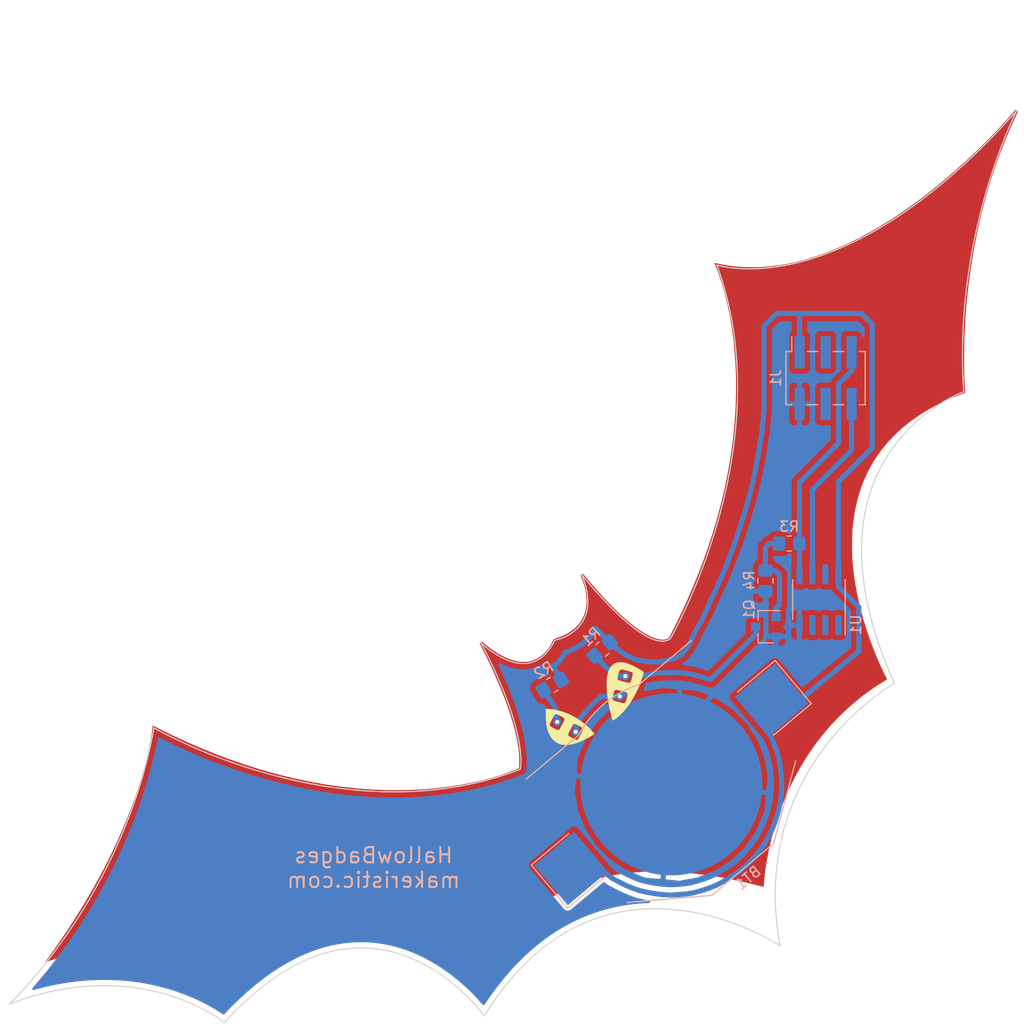
<source format=kicad_pcb>
(kicad_pcb (version 20171130) (host pcbnew "(5.1.7-0-10_14)")
  (layers (0 F.Cu signal) (31 B.Cu signal) (34 B.Paste user) (35 F.Paste user) (36 B.SilkS user) (37 F.SilkS user) (38 B.Mask user) (39 F.Mask user) (44 Edge.Cuts user))
  (net 0 "")
  (net 1 VCC)
  (net 2 GND)
  (net 3 "Net-(D1-Pad1)")
  (net 4 "Net-(D1-Pad2)")
  (net 5 "Net-(D2-Pad2)")
  (net 6 "Net-(J1-Pad3)")
  (net 7 "Net-(J1-Pad4)")
  (net 8 GPIO1)
  (net 9 GPIO2)
  (net 10 "Net-(Q1-Pad1)")
  (net 11 "Net-(U1-Pad1)")
  (net 12 "Net-(U1-Pad2)")
  (net 13 "Net-(U1-Pad3)")
  (net 14 "Net-(U1-Pad7)")
  (module HallowBadges:bat-outline_with_fcu (layer F.Cu) (at 139.7937 97.93824)
    (fp_text reference Ref** hide)
    (fp_text value Val** hide)
    (fp_line (start -48.79006 47.995) (end -48.79006 47.995) (layer Edge.Cuts) (width 0.1))
    (fp_line (start -48.72815 47.9714) (end -48.79006 47.995) (layer Edge.Cuts) (width 0.1))
    (fp_line (start -48.63544 47.9364) (end -48.72815 47.9714) (layer Edge.Cuts) (width 0.1))
    (fp_line (start -48.54217 47.9016) (end -48.63544 47.9364) (layer Edge.Cuts) (width 0.1))
    (fp_line (start -48.44919 47.8672) (end -48.54217 47.9016) (layer Edge.Cuts) (width 0.1))
    (fp_line (start -48.35542 47.8329) (end -48.44919 47.8672) (layer Edge.Cuts) (width 0.1))
    (fp_line (start -48.26159 47.7989) (end -48.35542 47.8329) (layer Edge.Cuts) (width 0.1))
    (fp_line (start -48.16777 47.7652) (end -48.26159 47.7989) (layer Edge.Cuts) (width 0.1))
    (fp_line (start -48.07357 47.7317) (end -48.16777 47.7652) (layer Edge.Cuts) (width 0.1))
    (fp_line (start -47.97895 47.6985) (end -48.07357 47.7317) (layer Edge.Cuts) (width 0.1))
    (fp_line (start -47.88445 47.6656) (end -47.97895 47.6985) (layer Edge.Cuts) (width 0.1))
    (fp_line (start -47.7905 47.6333) (end -47.88445 47.6656) (layer Edge.Cuts) (width 0.1))
    (fp_line (start -47.69695 47.6015) (end -47.7905 47.6333) (layer Edge.Cuts) (width 0.1))
    (fp_line (start -47.60306 47.5699) (end -47.69695 47.6015) (layer Edge.Cuts) (width 0.1))
    (fp_line (start -47.50925 47.5386) (end -47.60306 47.5699) (layer Edge.Cuts) (width 0.1))
    (fp_line (start -47.41476 47.5075) (end -47.50925 47.5386) (layer Edge.Cuts) (width 0.1))
    (fp_line (start -47.31948 47.4765) (end -47.41476 47.5075) (layer Edge.Cuts) (width 0.1))
    (fp_line (start -47.22415 47.4459) (end -47.31948 47.4765) (layer Edge.Cuts) (width 0.1))
    (fp_line (start -47.12955 47.4158) (end -47.22415 47.4459) (layer Edge.Cuts) (width 0.1))
    (fp_line (start -47.03526 47.3862) (end -47.12955 47.4158) (layer Edge.Cuts) (width 0.1))
    (fp_line (start -46.94008 47.3567) (end -47.03526 47.3862) (layer Edge.Cuts) (width 0.1))
    (fp_line (start -46.84511 47.3276) (end -46.94008 47.3567) (layer Edge.Cuts) (width 0.1))
    (fp_line (start -46.75014 47.2988) (end -46.84511 47.3276) (layer Edge.Cuts) (width 0.1))
    (fp_line (start -46.65492 47.2703) (end -46.75014 47.2988) (layer Edge.Cuts) (width 0.1))
    (fp_line (start -46.55982 47.2423) (end -46.65492 47.2703) (layer Edge.Cuts) (width 0.1))
    (fp_line (start -46.46445 47.2145) (end -46.55982 47.2423) (layer Edge.Cuts) (width 0.1))
    (fp_line (start -46.36872 47.1869) (end -46.46445 47.2145) (layer Edge.Cuts) (width 0.1))
    (fp_line (start -46.2729 47.1597) (end -46.36872 47.1869) (layer Edge.Cuts) (width 0.1))
    (fp_line (start -46.17728 47.133) (end -46.2729 47.1597) (layer Edge.Cuts) (width 0.1))
    (fp_line (start -46.08125 47.1065) (end -46.17728 47.133) (layer Edge.Cuts) (width 0.1))
    (fp_line (start -45.98456 47.0801) (end -46.08125 47.1065) (layer Edge.Cuts) (width 0.1))
    (fp_line (start -45.88835 47.0543) (end -45.98456 47.0801) (layer Edge.Cuts) (width 0.1))
    (fp_line (start -45.79237 47.0289) (end -45.88835 47.0543) (layer Edge.Cuts) (width 0.1))
    (fp_line (start -45.69635 47.0039) (end -45.79237 47.0289) (layer Edge.Cuts) (width 0.1))
    (fp_line (start -45.59944 46.979) (end -45.69635 47.0039) (layer Edge.Cuts) (width 0.1))
    (fp_line (start -45.50229 46.9544) (end -45.59944 46.979) (layer Edge.Cuts) (width 0.1))
    (fp_line (start -45.40559 46.9304) (end -45.50229 46.9544) (layer Edge.Cuts) (width 0.1))
    (fp_line (start -45.30954 46.9068) (end -45.40559 46.9304) (layer Edge.Cuts) (width 0.1))
    (fp_line (start -45.21318 46.8836) (end -45.30954 46.9068) (layer Edge.Cuts) (width 0.1))
    (fp_line (start -45.11605 46.8605) (end -45.21318 46.8836) (layer Edge.Cuts) (width 0.1))
    (fp_line (start -45.01944 46.838) (end -45.11605 46.8605) (layer Edge.Cuts) (width 0.1))
    (fp_line (start -44.92289 46.8158) (end -45.01944 46.838) (layer Edge.Cuts) (width 0.1))
    (fp_line (start -44.82589 46.7939) (end -44.92289 46.8158) (layer Edge.Cuts) (width 0.1))
    (fp_line (start -44.72853 46.7723) (end -44.82589 46.7939) (layer Edge.Cuts) (width 0.1))
    (fp_line (start -44.63089 46.7511) (end -44.72853 46.7723) (layer Edge.Cuts) (width 0.1))
    (fp_line (start -44.53307 46.7302) (end -44.63089 46.7511) (layer Edge.Cuts) (width 0.1))
    (fp_line (start -44.43516 46.7096) (end -44.53307 46.7302) (layer Edge.Cuts) (width 0.1))
    (fp_line (start -44.33725 46.6895) (end -44.43516 46.7096) (layer Edge.Cuts) (width 0.1))
    (fp_line (start -44.23943 46.6698) (end -44.33725 46.6895) (layer Edge.Cuts) (width 0.1))
    (fp_line (start -44.1418 46.6504) (end -44.23943 46.6698) (layer Edge.Cuts) (width 0.1))
    (fp_line (start -44.04446 46.6316) (end -44.1418 46.6504) (layer Edge.Cuts) (width 0.1))
    (fp_line (start -43.94749 46.6132) (end -44.04446 46.6316) (layer Edge.Cuts) (width 0.1))
    (fp_line (start -43.84945 46.5949) (end -43.94749 46.6132) (layer Edge.Cuts) (width 0.1))
    (fp_line (start -43.75116 46.5771) (end -43.84945 46.5949) (layer Edge.Cuts) (width 0.1))
    (fp_line (start -43.65346 46.5597) (end -43.75116 46.5771) (layer Edge.Cuts) (width 0.1))
    (fp_line (start -43.55564 46.5427) (end -43.65346 46.5597) (layer Edge.Cuts) (width 0.1))
    (fp_line (start -43.45735 46.526) (end -43.55564 46.5427) (layer Edge.Cuts) (width 0.1))
    (fp_line (start -43.35948 46.5098) (end -43.45735 46.526) (layer Edge.Cuts) (width 0.1))
    (fp_line (start -43.26081 46.4938) (end -43.35948 46.5098) (layer Edge.Cuts) (width 0.1))
    (fp_line (start -43.16225 46.4783) (end -43.26081 46.4938) (layer Edge.Cuts) (width 0.1))
    (fp_line (start -43.06385 46.4632) (end -43.16225 46.4783) (layer Edge.Cuts) (width 0.1))
    (fp_line (start -42.96524 46.4485) (end -43.06385 46.4632) (layer Edge.Cuts) (width 0.1))
    (fp_line (start -42.86645 46.4341) (end -42.96524 46.4485) (layer Edge.Cuts) (width 0.1))
    (fp_line (start -42.76753 46.4201) (end -42.86645 46.4341) (layer Edge.Cuts) (width 0.1))
    (fp_line (start -42.66853 46.4065) (end -42.76753 46.4201) (layer Edge.Cuts) (width 0.1))
    (fp_line (start -42.56949 46.3934) (end -42.66853 46.4065) (layer Edge.Cuts) (width 0.1))
    (fp_line (start -42.47046 46.3806) (end -42.56949 46.3934) (layer Edge.Cuts) (width 0.1))
    (fp_line (start -42.37149 46.3683) (end -42.47046 46.3806) (layer Edge.Cuts) (width 0.1))
    (fp_line (start -42.27262 46.3563) (end -42.37149 46.3683) (layer Edge.Cuts) (width 0.1))
    (fp_line (start -42.17391 46.3448) (end -42.27262 46.3563) (layer Edge.Cuts) (width 0.1))
    (fp_line (start -42.07539 46.3338) (end -42.17391 46.3448) (layer Edge.Cuts) (width 0.1))
    (fp_line (start -41.97713 46.3231) (end -42.07539 46.3338) (layer Edge.Cuts) (width 0.1))
    (fp_line (start -41.87811 46.3128) (end -41.97713 46.3231) (layer Edge.Cuts) (width 0.1))
    (fp_line (start -41.77889 46.3029) (end -41.87811 46.3128) (layer Edge.Cuts) (width 0.1))
    (fp_line (start -41.68003 46.2934) (end -41.77889 46.3029) (layer Edge.Cuts) (width 0.1))
    (fp_line (start -41.58048 46.2843) (end -41.68003 46.2934) (layer Edge.Cuts) (width 0.1))
    (fp_line (start -41.48082 46.2756) (end -41.58048 46.2843) (layer Edge.Cuts) (width 0.1))
    (fp_line (start -41.38164 46.2674) (end -41.48082 46.2756) (layer Edge.Cuts) (width 0.1))
    (fp_line (start -41.28184 46.2595) (end -41.38164 46.2674) (layer Edge.Cuts) (width 0.1))
    (fp_line (start -41.18202 46.252) (end -41.28184 46.2595) (layer Edge.Cuts) (width 0.1))
    (fp_line (start -41.08279 46.245) (end -41.18202 46.252) (layer Edge.Cuts) (width 0.1))
    (fp_line (start -40.98302 46.2384) (end -41.08279 46.245) (layer Edge.Cuts) (width 0.1))
    (fp_line (start -40.88333 46.2323) (end -40.98302 46.2384) (layer Edge.Cuts) (width 0.1))
    (fp_line (start -40.78433 46.2266) (end -40.88333 46.2323) (layer Edge.Cuts) (width 0.1))
    (fp_line (start -40.68488 46.2212) (end -40.78433 46.2266) (layer Edge.Cuts) (width 0.1))
    (fp_line (start -40.58561 46.2164) (end -40.68488 46.2212) (layer Edge.Cuts) (width 0.1))
    (fp_line (start -40.48592 46.2119) (end -40.58561 46.2164) (layer Edge.Cuts) (width 0.1))
    (fp_line (start -40.38646 46.2079) (end -40.48592 46.2119) (layer Edge.Cuts) (width 0.1))
    (fp_line (start -40.28663 46.2042) (end -40.38646 46.2079) (layer Edge.Cuts) (width 0.1))
    (fp_line (start -40.18707 46.201) (end -40.28663 46.2042) (layer Edge.Cuts) (width 0.1))
    (fp_line (start -40.08719 46.1983) (end -40.18707 46.201) (layer Edge.Cuts) (width 0.1))
    (fp_line (start -39.9876 46.196) (end -40.08719 46.1983) (layer Edge.Cuts) (width 0.1))
    (fp_line (start -39.8878 46.1941) (end -39.9876 46.196) (layer Edge.Cuts) (width 0.1))
    (fp_line (start -39.7884 46.1926) (end -39.8878 46.1941) (layer Edge.Cuts) (width 0.1))
    (fp_line (start -39.6887 46.1916) (end -39.7884 46.1926) (layer Edge.Cuts) (width 0.1))
    (fp_line (start -39.5894 46.191) (end -39.6887 46.1916) (layer Edge.Cuts) (width 0.1))
    (fp_line (start -39.49 46.1909) (end -39.5894 46.191) (layer Edge.Cuts) (width 0.1))
    (fp_line (start -39.3897 46.1911) (end -39.49 46.1909) (layer Edge.Cuts) (width 0.1))
    (fp_line (start -39.2899 46.1919) (end -39.3897 46.1911) (layer Edge.Cuts) (width 0.1))
    (fp_line (start -39.19 46.193) (end -39.2899 46.1919) (layer Edge.Cuts) (width 0.1))
    (fp_line (start -39.0906 46.1946) (end -39.19 46.193) (layer Edge.Cuts) (width 0.1))
    (fp_line (start -38.9911 46.1967) (end -39.0906 46.1946) (layer Edge.Cuts) (width 0.1))
    (fp_line (start -38.8909 46.1992) (end -38.9911 46.1967) (layer Edge.Cuts) (width 0.1))
    (fp_line (start -38.7912 46.2021) (end -38.8909 46.1992) (layer Edge.Cuts) (width 0.1))
    (fp_line (start -38.6915 46.2055) (end -38.7912 46.2021) (layer Edge.Cuts) (width 0.1))
    (fp_line (start -38.5926 46.2093) (end -38.6915 46.2055) (layer Edge.Cuts) (width 0.1))
    (fp_line (start -38.4935 46.2135) (end -38.5926 46.2093) (layer Edge.Cuts) (width 0.1))
    (fp_line (start -38.3938 46.2182) (end -38.4935 46.2135) (layer Edge.Cuts) (width 0.1))
    (fp_line (start -38.2949 46.2233) (end -38.3938 46.2182) (layer Edge.Cuts) (width 0.1))
    (fp_line (start -38.196 46.2289) (end -38.2949 46.2233) (layer Edge.Cuts) (width 0.1))
    (fp_line (start -38.0964 46.2349) (end -38.196 46.2289) (layer Edge.Cuts) (width 0.1))
    (fp_line (start -37.9968 46.2414) (end -38.0964 46.2349) (layer Edge.Cuts) (width 0.1))
    (fp_line (start -37.8978 46.2483) (end -37.9968 46.2414) (layer Edge.Cuts) (width 0.1))
    (fp_line (start -37.7985 46.2557) (end -37.8978 46.2483) (layer Edge.Cuts) (width 0.1))
    (fp_line (start -37.6985 46.2636) (end -37.7985 46.2557) (layer Edge.Cuts) (width 0.1))
    (fp_line (start -37.5995 46.2719) (end -37.6985 46.2636) (layer Edge.Cuts) (width 0.1))
    (fp_line (start -37.5006 46.2806) (end -37.5995 46.2719) (layer Edge.Cuts) (width 0.1))
    (fp_line (start -37.4011 46.2898) (end -37.5006 46.2806) (layer Edge.Cuts) (width 0.1))
    (fp_line (start -37.3018 46.2994) (end -37.4011 46.2898) (layer Edge.Cuts) (width 0.1))
    (fp_line (start -37.2031 46.3095) (end -37.3018 46.2994) (layer Edge.Cuts) (width 0.1))
    (fp_line (start -37.1042 46.32) (end -37.2031 46.3095) (layer Edge.Cuts) (width 0.1))
    (fp_line (start -37.0048 46.331) (end -37.1042 46.32) (layer Edge.Cuts) (width 0.1))
    (fp_line (start -36.9056 46.3425) (end -37.0048 46.331) (layer Edge.Cuts) (width 0.1))
    (fp_line (start -36.8071 46.3543) (end -36.9056 46.3425) (layer Edge.Cuts) (width 0.1))
    (fp_line (start -36.7085 46.3667) (end -36.8071 46.3543) (layer Edge.Cuts) (width 0.1))
    (fp_line (start -36.6094 46.3795) (end -36.7085 46.3667) (layer Edge.Cuts) (width 0.1))
    (fp_line (start -36.5106 46.3928) (end -36.6094 46.3795) (layer Edge.Cuts) (width 0.1))
    (fp_line (start -36.4125 46.4064) (end -36.5106 46.3928) (layer Edge.Cuts) (width 0.1))
    (fp_line (start -36.3144 46.4205) (end -36.4125 46.4064) (layer Edge.Cuts) (width 0.1))
    (fp_line (start -36.2158 46.4352) (end -36.3144 46.4205) (layer Edge.Cuts) (width 0.1))
    (fp_line (start -36.1168 46.4504) (end -36.2158 46.4352) (layer Edge.Cuts) (width 0.1))
    (fp_line (start -36.0182 46.4659) (end -36.1168 46.4504) (layer Edge.Cuts) (width 0.1))
    (fp_line (start -35.9204 46.4819) (end -36.0182 46.4659) (layer Edge.Cuts) (width 0.1))
    (fp_line (start -35.8226 46.4983) (end -35.9204 46.4819) (layer Edge.Cuts) (width 0.1))
    (fp_line (start -35.7244 46.5152) (end -35.8226 46.4983) (layer Edge.Cuts) (width 0.1))
    (fp_line (start -35.6258 46.5326) (end -35.7244 46.5152) (layer Edge.Cuts) (width 0.1))
    (fp_line (start -35.5277 46.5505) (end -35.6258 46.5326) (layer Edge.Cuts) (width 0.1))
    (fp_line (start -35.4305 46.5687) (end -35.5277 46.5505) (layer Edge.Cuts) (width 0.1))
    (fp_line (start -35.3334 46.5873) (end -35.4305 46.5687) (layer Edge.Cuts) (width 0.1))
    (fp_line (start -35.2359 46.6064) (end -35.3334 46.5873) (layer Edge.Cuts) (width 0.1))
    (fp_line (start -35.1381 46.6261) (end -35.2359 46.6064) (layer Edge.Cuts) (width 0.1))
    (fp_line (start -35.04 46.6464) (end -35.1381 46.6261) (layer Edge.Cuts) (width 0.1))
    (fp_line (start -34.9424 46.667) (end -35.04 46.6464) (layer Edge.Cuts) (width 0.1))
    (fp_line (start -34.845 46.6881) (end -34.9424 46.667) (layer Edge.Cuts) (width 0.1))
    (fp_line (start -34.7481 46.7095) (end -34.845 46.6881) (layer Edge.Cuts) (width 0.1))
    (fp_line (start -34.6514 46.7313) (end -34.7481 46.7095) (layer Edge.Cuts) (width 0.1))
    (fp_line (start -34.5545 46.7537) (end -34.6514 46.7313) (layer Edge.Cuts) (width 0.1))
    (fp_line (start -34.4573 46.7767) (end -34.5545 46.7537) (layer Edge.Cuts) (width 0.1))
    (fp_line (start -34.3599 46.8002) (end -34.4573 46.7767) (layer Edge.Cuts) (width 0.1))
    (fp_line (start -34.2631 46.824) (end -34.3599 46.8002) (layer Edge.Cuts) (width 0.1))
    (fp_line (start -34.1666 46.8482) (end -34.2631 46.824) (layer Edge.Cuts) (width 0.1))
    (fp_line (start -34.0707 46.8728) (end -34.1666 46.8482) (layer Edge.Cuts) (width 0.1))
    (fp_line (start -33.9752 46.8978) (end -34.0707 46.8728) (layer Edge.Cuts) (width 0.1))
    (fp_line (start -33.8794 46.9233) (end -33.9752 46.8978) (layer Edge.Cuts) (width 0.1))
    (fp_line (start -33.7835 46.9493) (end -33.8794 46.9233) (layer Edge.Cuts) (width 0.1))
    (fp_line (start -33.6874 46.9759) (end -33.7835 46.9493) (layer Edge.Cuts) (width 0.1))
    (fp_line (start -33.5913 47.003) (end -33.6874 46.9759) (layer Edge.Cuts) (width 0.1))
    (fp_line (start -33.4949 47.0307) (end -33.5913 47.003) (layer Edge.Cuts) (width 0.1))
    (fp_line (start -33.3985 47.0589) (end -33.4949 47.0307) (layer Edge.Cuts) (width 0.1))
    (fp_line (start -33.3029 47.0873) (end -33.3985 47.0589) (layer Edge.Cuts) (width 0.1))
    (fp_line (start -33.2077 47.1162) (end -33.3029 47.0873) (layer Edge.Cuts) (width 0.1))
    (fp_line (start -33.1124 47.1456) (end -33.2077 47.1162) (layer Edge.Cuts) (width 0.1))
    (fp_line (start -33.0171 47.1755) (end -33.1124 47.1456) (layer Edge.Cuts) (width 0.1))
    (fp_line (start -32.9226 47.2056) (end -33.0171 47.1755) (layer Edge.Cuts) (width 0.1))
    (fp_line (start -32.8286 47.2361) (end -32.9226 47.2056) (layer Edge.Cuts) (width 0.1))
    (fp_line (start -32.7345 47.2671) (end -32.8286 47.2361) (layer Edge.Cuts) (width 0.1))
    (fp_line (start -32.6405 47.2986) (end -32.7345 47.2671) (layer Edge.Cuts) (width 0.1))
    (fp_line (start -32.5466 47.3305) (end -32.6405 47.2986) (layer Edge.Cuts) (width 0.1))
    (fp_line (start -32.4526 47.363) (end -32.5466 47.3305) (layer Edge.Cuts) (width 0.1))
    (fp_line (start -32.3588 47.396) (end -32.4526 47.363) (layer Edge.Cuts) (width 0.1))
    (fp_line (start -32.265 47.4295) (end -32.3588 47.396) (layer Edge.Cuts) (width 0.1))
    (fp_line (start -32.1713 47.4634) (end -32.265 47.4295) (layer Edge.Cuts) (width 0.1))
    (fp_line (start -32.0778 47.4979) (end -32.1713 47.4634) (layer Edge.Cuts) (width 0.1))
    (fp_line (start -31.9844 47.5328) (end -32.0778 47.4979) (layer Edge.Cuts) (width 0.1))
    (fp_line (start -31.8911 47.5682) (end -31.9844 47.5328) (layer Edge.Cuts) (width 0.1))
    (fp_line (start -31.7981 47.604) (end -31.8911 47.5682) (layer Edge.Cuts) (width 0.1))
    (fp_line (start -31.7052 47.6403) (end -31.7981 47.604) (layer Edge.Cuts) (width 0.1))
    (fp_line (start -31.6126 47.6771) (end -31.7052 47.6403) (layer Edge.Cuts) (width 0.1))
    (fp_line (start -31.5202 47.7142) (end -31.6126 47.6771) (layer Edge.Cuts) (width 0.1))
    (fp_line (start -31.4281 47.7519) (end -31.5202 47.7142) (layer Edge.Cuts) (width 0.1))
    (fp_line (start -31.3363 47.7899) (end -31.4281 47.7519) (layer Edge.Cuts) (width 0.1))
    (fp_line (start -31.2448 47.8283) (end -31.3363 47.7899) (layer Edge.Cuts) (width 0.1))
    (fp_line (start -31.1536 47.8672) (end -31.2448 47.8283) (layer Edge.Cuts) (width 0.1))
    (fp_line (start -31.0628 47.9064) (end -31.1536 47.8672) (layer Edge.Cuts) (width 0.1))
    (fp_line (start -30.9724 47.9461) (end -31.0628 47.9064) (layer Edge.Cuts) (width 0.1))
    (fp_line (start -30.8816 47.9864) (end -30.9724 47.9461) (layer Edge.Cuts) (width 0.1))
    (fp_line (start -30.7908 48.0273) (end -30.8816 47.9864) (layer Edge.Cuts) (width 0.1))
    (fp_line (start -30.7005 48.0686) (end -30.7908 48.0273) (layer Edge.Cuts) (width 0.1))
    (fp_line (start -30.6099 48.1106) (end -30.7005 48.0686) (layer Edge.Cuts) (width 0.1))
    (fp_line (start -30.5194 48.1531) (end -30.6099 48.1106) (layer Edge.Cuts) (width 0.1))
    (fp_line (start -30.4295 48.1959) (end -30.5194 48.1531) (layer Edge.Cuts) (width 0.1))
    (fp_line (start -30.3403 48.2389) (end -30.4295 48.1959) (layer Edge.Cuts) (width 0.1))
    (fp_line (start -30.2509 48.2826) (end -30.3403 48.2389) (layer Edge.Cuts) (width 0.1))
    (fp_line (start -30.1618 48.3268) (end -30.2509 48.2826) (layer Edge.Cuts) (width 0.1))
    (fp_line (start -30.0727 48.3716) (end -30.1618 48.3268) (layer Edge.Cuts) (width 0.1))
    (fp_line (start -29.984 48.4168) (end -30.0727 48.3716) (layer Edge.Cuts) (width 0.1))
    (fp_line (start -29.8962 48.4621) (end -29.984 48.4168) (layer Edge.Cuts) (width 0.1))
    (fp_line (start -29.8077 48.5084) (end -29.8962 48.4621) (layer Edge.Cuts) (width 0.1))
    (fp_line (start -29.7195 48.5552) (end -29.8077 48.5084) (layer Edge.Cuts) (width 0.1))
    (fp_line (start -29.6323 48.6021) (end -29.7195 48.5552) (layer Edge.Cuts) (width 0.1))
    (fp_line (start -29.5447 48.6498) (end -29.6323 48.6021) (layer Edge.Cuts) (width 0.1))
    (fp_line (start -29.4576 48.6979) (end -29.5447 48.6498) (layer Edge.Cuts) (width 0.1))
    (fp_line (start -29.3704 48.7468) (end -29.4576 48.6979) (layer Edge.Cuts) (width 0.1))
    (fp_line (start -29.2838 48.796) (end -29.3704 48.7468) (layer Edge.Cuts) (width 0.1))
    (fp_line (start -29.1973 48.8458) (end -29.2838 48.796) (layer Edge.Cuts) (width 0.1))
    (fp_line (start -29.111 48.8962) (end -29.1973 48.8458) (layer Edge.Cuts) (width 0.1))
    (fp_line (start -29.0254 48.9469) (end -29.111 48.8962) (layer Edge.Cuts) (width 0.1))
    (fp_line (start -28.9401 48.9981) (end -29.0254 48.9469) (layer Edge.Cuts) (width 0.1))
    (fp_line (start -28.8549 49.0501) (end -28.9401 48.9981) (layer Edge.Cuts) (width 0.1))
    (fp_line (start -28.77 49.1026) (end -28.8549 49.0501) (layer Edge.Cuts) (width 0.1))
    (fp_line (start -28.6858 49.1555) (end -28.77 49.1026) (layer Edge.Cuts) (width 0.1))
    (fp_line (start -28.6013 49.2093) (end -28.6858 49.1555) (layer Edge.Cuts) (width 0.1))
    (fp_line (start -28.5176 49.2635) (end -28.6013 49.2093) (layer Edge.Cuts) (width 0.1))
    (fp_line (start -28.4345 49.3182) (end -28.5176 49.2635) (layer Edge.Cuts) (width 0.1))
    (fp_line (start -28.3521 49.3732) (end -28.4345 49.3182) (layer Edge.Cuts) (width 0.1))
    (fp_line (start -28.2702 49.429) (end -28.3521 49.3732) (layer Edge.Cuts) (width 0.1))
    (fp_line (start -28.1883 49.4857) (end -28.2702 49.429) (layer Edge.Cuts) (width 0.1))
    (fp_line (start -28.1066 49.5433) (end -28.1883 49.4857) (layer Edge.Cuts) (width 0.1))
    (fp_line (start -28.0253 49.6019) (end -28.1066 49.5433) (layer Edge.Cuts) (width 0.1))
    (fp_line (start -27.9443 49.6615) (end -28.0253 49.6019) (layer Edge.Cuts) (width 0.1))
    (fp_line (start -27.8633 49.7228) (end -27.9443 49.6615) (layer Edge.Cuts) (width 0.1))
    (fp_line (start -27.7642 49.8012) (end -27.8633 49.7228) (layer Edge.Cuts) (width 0.1))
    (fp_line (start -27.7194 49.7519) (end -27.7642 49.8012) (layer Edge.Cuts) (width 0.1))
    (fp_line (start -27.6523 49.6784) (end -27.7194 49.7519) (layer Edge.Cuts) (width 0.1))
    (fp_line (start -27.5847 49.6048) (end -27.6523 49.6784) (layer Edge.Cuts) (width 0.1))
    (fp_line (start -27.5173 49.5318) (end -27.5847 49.6048) (layer Edge.Cuts) (width 0.1))
    (fp_line (start -27.4492 49.4584) (end -27.5173 49.5318) (layer Edge.Cuts) (width 0.1))
    (fp_line (start -27.381 49.3854) (end -27.4492 49.4584) (layer Edge.Cuts) (width 0.1))
    (fp_line (start -27.3128 49.3126) (end -27.381 49.3854) (layer Edge.Cuts) (width 0.1))
    (fp_line (start -27.2441 49.2399) (end -27.3128 49.3126) (layer Edge.Cuts) (width 0.1))
    (fp_line (start -27.1751 49.1672) (end -27.2441 49.2399) (layer Edge.Cuts) (width 0.1))
    (fp_line (start -27.1062 49.0949) (end -27.1751 49.1672) (layer Edge.Cuts) (width 0.1))
    (fp_line (start -27.0375 49.0233) (end -27.1062 49.0949) (layer Edge.Cuts) (width 0.1))
    (fp_line (start -26.9685 48.9518) (end -27.0375 49.0233) (layer Edge.Cuts) (width 0.1))
    (fp_line (start -26.8994 48.8806) (end -26.9685 48.9518) (layer Edge.Cuts) (width 0.1))
    (fp_line (start -26.8299 48.8094) (end -26.8994 48.8806) (layer Edge.Cuts) (width 0.1))
    (fp_line (start -26.7601 48.7383) (end -26.8299 48.8094) (layer Edge.Cuts) (width 0.1))
    (fp_line (start -26.69 48.6673) (end -26.7601 48.7383) (layer Edge.Cuts) (width 0.1))
    (fp_line (start -26.6197 48.5966) (end -26.69 48.6673) (layer Edge.Cuts) (width 0.1))
    (fp_line (start -26.5491 48.5259) (end -26.6197 48.5966) (layer Edge.Cuts) (width 0.1))
    (fp_line (start -26.478 48.4553) (end -26.5491 48.5259) (layer Edge.Cuts) (width 0.1))
    (fp_line (start -26.4071 48.3851) (end -26.478 48.4553) (layer Edge.Cuts) (width 0.1))
    (fp_line (start -26.3356 48.3149) (end -26.4071 48.3851) (layer Edge.Cuts) (width 0.1))
    (fp_line (start -26.2646 48.2455) (end -26.3356 48.3149) (layer Edge.Cuts) (width 0.1))
    (fp_line (start -26.1937 48.1767) (end -26.2646 48.2455) (layer Edge.Cuts) (width 0.1))
    (fp_line (start -26.1217 48.1073) (end -26.1937 48.1767) (layer Edge.Cuts) (width 0.1))
    (fp_line (start -26.0494 48.038) (end -26.1217 48.1073) (layer Edge.Cuts) (width 0.1))
    (fp_line (start -25.9775 47.9695) (end -26.0494 48.038) (layer Edge.Cuts) (width 0.1))
    (fp_line (start -25.9051 47.901) (end -25.9775 47.9695) (layer Edge.Cuts) (width 0.1))
    (fp_line (start -25.8324 47.8327) (end -25.9051 47.901) (layer Edge.Cuts) (width 0.1))
    (fp_line (start -25.7599 47.765) (end -25.8324 47.8327) (layer Edge.Cuts) (width 0.1))
    (fp_line (start -25.6872 47.6975) (end -25.7599 47.765) (layer Edge.Cuts) (width 0.1))
    (fp_line (start -25.614 47.6301) (end -25.6872 47.6975) (layer Edge.Cuts) (width 0.1))
    (fp_line (start -25.5404 47.5627) (end -25.614 47.6301) (layer Edge.Cuts) (width 0.1))
    (fp_line (start -25.4667 47.4957) (end -25.5404 47.5627) (layer Edge.Cuts) (width 0.1))
    (fp_line (start -25.393 47.4291) (end -25.4667 47.4957) (layer Edge.Cuts) (width 0.1))
    (fp_line (start -25.3193 47.3631) (end -25.393 47.4291) (layer Edge.Cuts) (width 0.1))
    (fp_line (start -25.2451 47.297) (end -25.3193 47.3631) (layer Edge.Cuts) (width 0.1))
    (fp_line (start -25.1699 47.2305) (end -25.2451 47.297) (layer Edge.Cuts) (width 0.1))
    (fp_line (start -25.0948 47.1645) (end -25.1699 47.2305) (layer Edge.Cuts) (width 0.1))
    (fp_line (start -25.0193 47.0987) (end -25.0948 47.1645) (layer Edge.Cuts) (width 0.1))
    (fp_line (start -24.944 47.0335) (end -25.0193 47.0987) (layer Edge.Cuts) (width 0.1))
    (fp_line (start -24.8686 46.9688) (end -24.944 47.0335) (layer Edge.Cuts) (width 0.1))
    (fp_line (start -24.7927 46.904) (end -24.8686 46.9688) (layer Edge.Cuts) (width 0.1))
    (fp_line (start -24.7164 46.8394) (end -24.7927 46.904) (layer Edge.Cuts) (width 0.1))
    (fp_line (start -24.6396 46.775) (end -24.7164 46.8394) (layer Edge.Cuts) (width 0.1))
    (fp_line (start -24.5626 46.7107) (end -24.6396 46.775) (layer Edge.Cuts) (width 0.1))
    (fp_line (start -24.4853 46.6468) (end -24.5626 46.7107) (layer Edge.Cuts) (width 0.1))
    (fp_line (start -24.4078 46.5832) (end -24.4853 46.6468) (layer Edge.Cuts) (width 0.1))
    (fp_line (start -24.3303 46.5201) (end -24.4078 46.5832) (layer Edge.Cuts) (width 0.1))
    (fp_line (start -24.2527 46.4574) (end -24.3303 46.5201) (layer Edge.Cuts) (width 0.1))
    (fp_line (start -24.1751 46.3953) (end -24.2527 46.4574) (layer Edge.Cuts) (width 0.1))
    (fp_line (start -24.0977 46.3337) (end -24.1751 46.3953) (layer Edge.Cuts) (width 0.1))
    (fp_line (start -24.0192 46.2719) (end -24.0977 46.3337) (layer Edge.Cuts) (width 0.1))
    (fp_line (start -23.9404 46.2102) (end -24.0192 46.2719) (layer Edge.Cuts) (width 0.1))
    (fp_line (start -23.8618 46.1493) (end -23.9404 46.2102) (layer Edge.Cuts) (width 0.1))
    (fp_line (start -23.783 46.0887) (end -23.8618 46.1493) (layer Edge.Cuts) (width 0.1))
    (fp_line (start -23.7036 46.0282) (end -23.783 46.0887) (layer Edge.Cuts) (width 0.1))
    (fp_line (start -23.6244 45.9684) (end -23.7036 46.0282) (layer Edge.Cuts) (width 0.1))
    (fp_line (start -23.5444 45.9084) (end -23.6244 45.9684) (layer Edge.Cuts) (width 0.1))
    (fp_line (start -23.4642 45.8489) (end -23.5444 45.9084) (layer Edge.Cuts) (width 0.1))
    (fp_line (start -23.384 45.7899) (end -23.4642 45.8489) (layer Edge.Cuts) (width 0.1))
    (fp_line (start -23.3034 45.7311) (end -23.384 45.7899) (layer Edge.Cuts) (width 0.1))
    (fp_line (start -23.2225 45.6727) (end -23.3034 45.7311) (layer Edge.Cuts) (width 0.1))
    (fp_line (start -23.1413 45.6145) (end -23.2225 45.6727) (layer Edge.Cuts) (width 0.1))
    (fp_line (start -23.0598 45.5568) (end -23.1413 45.6145) (layer Edge.Cuts) (width 0.1))
    (fp_line (start -22.9781 45.4994) (end -23.0598 45.5568) (layer Edge.Cuts) (width 0.1))
    (fp_line (start -22.8963 45.4425) (end -22.9781 45.4994) (layer Edge.Cuts) (width 0.1))
    (fp_line (start -22.8142 45.386) (end -22.8963 45.4425) (layer Edge.Cuts) (width 0.1))
    (fp_line (start -22.7321 45.3299) (end -22.8142 45.386) (layer Edge.Cuts) (width 0.1))
    (fp_line (start -22.6498 45.2744) (end -22.7321 45.3299) (layer Edge.Cuts) (width 0.1))
    (fp_line (start -22.5667 45.2189) (end -22.6498 45.2744) (layer Edge.Cuts) (width 0.1))
    (fp_line (start -22.4832 45.1636) (end -22.5667 45.2189) (layer Edge.Cuts) (width 0.1))
    (fp_line (start -22.3997 45.1089) (end -22.4832 45.1636) (layer Edge.Cuts) (width 0.1))
    (fp_line (start -22.3162 45.0548) (end -22.3997 45.1089) (layer Edge.Cuts) (width 0.1))
    (fp_line (start -22.2328 45.0014) (end -22.3162 45.0548) (layer Edge.Cuts) (width 0.1))
    (fp_line (start -22.1486 44.948) (end -22.2328 45.0014) (layer Edge.Cuts) (width 0.1))
    (fp_line (start -22.0641 44.895) (end -22.1486 44.948) (layer Edge.Cuts) (width 0.1))
    (fp_line (start -21.9798 44.8427) (end -22.0641 44.895) (layer Edge.Cuts) (width 0.1))
    (fp_line (start -21.8948 44.7906) (end -21.9798 44.8427) (layer Edge.Cuts) (width 0.1))
    (fp_line (start -21.8095 44.7389) (end -21.8948 44.7906) (layer Edge.Cuts) (width 0.1))
    (fp_line (start -21.7245 44.6879) (end -21.8095 44.7389) (layer Edge.Cuts) (width 0.1))
    (fp_line (start -21.6389 44.6372) (end -21.7245 44.6879) (layer Edge.Cuts) (width 0.1))
    (fp_line (start -21.5531 44.587) (end -21.6389 44.6372) (layer Edge.Cuts) (width 0.1))
    (fp_line (start -21.4666 44.537) (end -21.5531 44.587) (layer Edge.Cuts) (width 0.1))
    (fp_line (start -21.3801 44.4875) (end -21.4666 44.537) (layer Edge.Cuts) (width 0.1))
    (fp_line (start -21.2929 44.4383) (end -21.3801 44.4875) (layer Edge.Cuts) (width 0.1))
    (fp_line (start -21.2056 44.3897) (end -21.2929 44.4383) (layer Edge.Cuts) (width 0.1))
    (fp_line (start -21.1189 44.342) (end -21.2056 44.3897) (layer Edge.Cuts) (width 0.1))
    (fp_line (start -21.0315 44.2946) (end -21.1189 44.342) (layer Edge.Cuts) (width 0.1))
    (fp_line (start -20.9431 44.2473) (end -21.0315 44.2946) (layer Edge.Cuts) (width 0.1))
    (fp_line (start -20.8547 44.2006) (end -20.9431 44.2473) (layer Edge.Cuts) (width 0.1))
    (fp_line (start -20.7669 44.1548) (end -20.8547 44.2006) (layer Edge.Cuts) (width 0.1))
    (fp_line (start -20.6786 44.1094) (end -20.7669 44.1548) (layer Edge.Cuts) (width 0.1))
    (fp_line (start -20.5893 44.0641) (end -20.6786 44.1094) (layer Edge.Cuts) (width 0.1))
    (fp_line (start -20.5001 44.0196) (end -20.5893 44.0641) (layer Edge.Cuts) (width 0.1))
    (fp_line (start -20.4104 43.9754) (end -20.5001 44.0196) (layer Edge.Cuts) (width 0.1))
    (fp_line (start -20.3209 43.932) (end -20.4104 43.9754) (layer Edge.Cuts) (width 0.1))
    (fp_line (start -20.2309 43.889) (end -20.3209 43.932) (layer Edge.Cuts) (width 0.1))
    (fp_line (start -20.1412 43.8468) (end -20.2309 43.889) (layer Edge.Cuts) (width 0.1))
    (fp_line (start -20.051 43.8051) (end -20.1412 43.8468) (layer Edge.Cuts) (width 0.1))
    (fp_line (start -19.9599 43.7636) (end -20.051 43.8051) (layer Edge.Cuts) (width 0.1))
    (fp_line (start -19.869 43.7228) (end -19.9599 43.7636) (layer Edge.Cuts) (width 0.1))
    (fp_line (start -19.7778 43.6826) (end -19.869 43.7228) (layer Edge.Cuts) (width 0.1))
    (fp_line (start -19.6869 43.6432) (end -19.7778 43.6826) (layer Edge.Cuts) (width 0.1))
    (fp_line (start -19.5957 43.6043) (end -19.6869 43.6432) (layer Edge.Cuts) (width 0.1))
    (fp_line (start -19.5035 43.5658) (end -19.5957 43.6043) (layer Edge.Cuts) (width 0.1))
    (fp_line (start -19.4117 43.528) (end -19.5035 43.5658) (layer Edge.Cuts) (width 0.1))
    (fp_line (start -19.3196 43.4908) (end -19.4117 43.528) (layer Edge.Cuts) (width 0.1))
    (fp_line (start -19.2266 43.454) (end -19.3196 43.4908) (layer Edge.Cuts) (width 0.1))
    (fp_line (start -19.134 43.418) (end -19.2266 43.454) (layer Edge.Cuts) (width 0.1))
    (fp_line (start -19.0412 43.3827) (end -19.134 43.418) (layer Edge.Cuts) (width 0.1))
    (fp_line (start -18.9475 43.3477) (end -19.0412 43.3827) (layer Edge.Cuts) (width 0.1))
    (fp_line (start -18.8542 43.3135) (end -18.9475 43.3477) (layer Edge.Cuts) (width 0.1))
    (fp_line (start -18.7608 43.28) (end -18.8542 43.3135) (layer Edge.Cuts) (width 0.1))
    (fp_line (start -18.6665 43.247) (end -18.7608 43.28) (layer Edge.Cuts) (width 0.1))
    (fp_line (start -18.572 43.2146) (end -18.6665 43.247) (layer Edge.Cuts) (width 0.1))
    (fp_line (start -18.4778 43.1829) (end -18.572 43.2146) (layer Edge.Cuts) (width 0.1))
    (fp_line (start -18.383 43.1519) (end -18.4778 43.1829) (layer Edge.Cuts) (width 0.1))
    (fp_line (start -18.2874 43.1213) (end -18.383 43.1519) (layer Edge.Cuts) (width 0.1))
    (fp_line (start -18.1924 43.0916) (end -18.2874 43.1213) (layer Edge.Cuts) (width 0.1))
    (fp_line (start -18.0973 43.0626) (end -18.1924 43.0916) (layer Edge.Cuts) (width 0.1))
    (fp_line (start -18.0013 43.0341) (end -18.0973 43.0626) (layer Edge.Cuts) (width 0.1))
    (fp_line (start -17.9053 43.0064) (end -18.0013 43.0341) (layer Edge.Cuts) (width 0.1))
    (fp_line (start -17.8096 42.9795) (end -17.9053 43.0064) (layer Edge.Cuts) (width 0.1))
    (fp_line (start -17.7135 42.9532) (end -17.8096 42.9795) (layer Edge.Cuts) (width 0.1))
    (fp_line (start -17.6166 42.9274) (end -17.7135 42.9532) (layer Edge.Cuts) (width 0.1))
    (fp_line (start -17.5204 42.9026) (end -17.6166 42.9274) (layer Edge.Cuts) (width 0.1))
    (fp_line (start -17.4242 42.8785) (end -17.5204 42.9026) (layer Edge.Cuts) (width 0.1))
    (fp_line (start -17.3273 42.8551) (end -17.4242 42.8785) (layer Edge.Cuts) (width 0.1))
    (fp_line (start -17.2296 42.8322) (end -17.3273 42.8551) (layer Edge.Cuts) (width 0.1))
    (fp_line (start -17.1327 42.8102) (end -17.2296 42.8322) (layer Edge.Cuts) (width 0.1))
    (fp_line (start -17.0358 42.789) (end -17.1327 42.8102) (layer Edge.Cuts) (width 0.1))
    (fp_line (start -16.9382 42.7685) (end -17.0358 42.789) (layer Edge.Cuts) (width 0.1))
    (fp_line (start -16.8399 42.7485) (end -16.9382 42.7685) (layer Edge.Cuts) (width 0.1))
    (fp_line (start -16.7416 42.7294) (end -16.8399 42.7485) (layer Edge.Cuts) (width 0.1))
    (fp_line (start -16.6439 42.7111) (end -16.7416 42.7294) (layer Edge.Cuts) (width 0.1))
    (fp_line (start -16.5458 42.6936) (end -16.6439 42.7111) (layer Edge.Cuts) (width 0.1))
    (fp_line (start -16.4471 42.6767) (end -16.5458 42.6936) (layer Edge.Cuts) (width 0.1))
    (fp_line (start -16.3485 42.6606) (end -16.4471 42.6767) (layer Edge.Cuts) (width 0.1))
    (fp_line (start -16.2504 42.6454) (end -16.3485 42.6606) (layer Edge.Cuts) (width 0.1))
    (fp_line (start -16.1521 42.631) (end -16.2504 42.6454) (layer Edge.Cuts) (width 0.1))
    (fp_line (start -16.0531 42.6172) (end -16.1521 42.631) (layer Edge.Cuts) (width 0.1))
    (fp_line (start -15.9543 42.6043) (end -16.0531 42.6172) (layer Edge.Cuts) (width 0.1))
    (fp_line (start -15.8553 42.5921) (end -15.9543 42.6043) (layer Edge.Cuts) (width 0.1))
    (fp_line (start -15.7564 42.5808) (end -15.8553 42.5921) (layer Edge.Cuts) (width 0.1))
    (fp_line (start -15.6574 42.5702) (end -15.7564 42.5808) (layer Edge.Cuts) (width 0.1))
    (fp_line (start -15.5577 42.5604) (end -15.6574 42.5702) (layer Edge.Cuts) (width 0.1))
    (fp_line (start -15.4583 42.5514) (end -15.5577 42.5604) (layer Edge.Cuts) (width 0.1))
    (fp_line (start -15.3596 42.5432) (end -15.4583 42.5514) (layer Edge.Cuts) (width 0.1))
    (fp_line (start -15.2608 42.5359) (end -15.3596 42.5432) (layer Edge.Cuts) (width 0.1))
    (fp_line (start -15.1613 42.5293) (end -15.2608 42.5359) (layer Edge.Cuts) (width 0.1))
    (fp_line (start -15.0612 42.5235) (end -15.1613 42.5293) (layer Edge.Cuts) (width 0.1))
    (fp_line (start -14.9615 42.5185) (end -15.0612 42.5235) (layer Edge.Cuts) (width 0.1))
    (fp_line (start -14.8625 42.5143) (end -14.9615 42.5185) (layer Edge.Cuts) (width 0.1))
    (fp_line (start -14.7634 42.511) (end -14.8625 42.5143) (layer Edge.Cuts) (width 0.1))
    (fp_line (start -14.6638 42.5085) (end -14.7634 42.511) (layer Edge.Cuts) (width 0.1))
    (fp_line (start -14.5636 42.5067) (end -14.6638 42.5085) (layer Edge.Cuts) (width 0.1))
    (fp_line (start -14.4638 42.5058) (end -14.5636 42.5067) (layer Edge.Cuts) (width 0.1))
    (fp_line (start -14.3638 42.5057) (end -14.4638 42.5058) (layer Edge.Cuts) (width 0.1))
    (fp_line (start -14.2644 42.5064) (end -14.3638 42.5057) (layer Edge.Cuts) (width 0.1))
    (fp_line (start -14.1648 42.5079) (end -14.2644 42.5064) (layer Edge.Cuts) (width 0.1))
    (fp_line (start -14.0647 42.5103) (end -14.1648 42.5079) (layer Edge.Cuts) (width 0.1))
    (fp_line (start -13.9651 42.5134) (end -14.0647 42.5103) (layer Edge.Cuts) (width 0.1))
    (fp_line (start -13.8655 42.5174) (end -13.9651 42.5134) (layer Edge.Cuts) (width 0.1))
    (fp_line (start -13.7663 42.5222) (end -13.8655 42.5174) (layer Edge.Cuts) (width 0.1))
    (fp_line (start -13.6672 42.5278) (end -13.7663 42.5222) (layer Edge.Cuts) (width 0.1))
    (fp_line (start -13.5675 42.5342) (end -13.6672 42.5278) (layer Edge.Cuts) (width 0.1))
    (fp_line (start -13.4674 42.5415) (end -13.5675 42.5342) (layer Edge.Cuts) (width 0.1))
    (fp_line (start -13.3678 42.5496) (end -13.4674 42.5415) (layer Edge.Cuts) (width 0.1))
    (fp_line (start -13.2682 42.5585) (end -13.3678 42.5496) (layer Edge.Cuts) (width 0.1))
    (fp_line (start -13.1692 42.5682) (end -13.2682 42.5585) (layer Edge.Cuts) (width 0.1))
    (fp_line (start -13.0703 42.5786) (end -13.1692 42.5682) (layer Edge.Cuts) (width 0.1))
    (fp_line (start -12.9709 42.59) (end -13.0703 42.5786) (layer Edge.Cuts) (width 0.1))
    (fp_line (start -12.8721 42.6021) (end -12.9709 42.59) (layer Edge.Cuts) (width 0.1))
    (fp_line (start -12.7734 42.6149) (end -12.8721 42.6021) (layer Edge.Cuts) (width 0.1))
    (fp_line (start -12.6743 42.6287) (end -12.7734 42.6149) (layer Edge.Cuts) (width 0.1))
    (fp_line (start -12.5759 42.6432) (end -12.6743 42.6287) (layer Edge.Cuts) (width 0.1))
    (fp_line (start -12.4775 42.6585) (end -12.5759 42.6432) (layer Edge.Cuts) (width 0.1))
    (fp_line (start -12.3788 42.6746) (end -12.4775 42.6585) (layer Edge.Cuts) (width 0.1))
    (fp_line (start -12.2807 42.6915) (end -12.3788 42.6746) (layer Edge.Cuts) (width 0.1))
    (fp_line (start -12.1828 42.7091) (end -12.2807 42.6915) (layer Edge.Cuts) (width 0.1))
    (fp_line (start -12.0845 42.7276) (end -12.1828 42.7091) (layer Edge.Cuts) (width 0.1))
    (fp_line (start -11.987 42.7468) (end -12.0845 42.7276) (layer Edge.Cuts) (width 0.1))
    (fp_line (start -11.8896 42.7667) (end -11.987 42.7468) (layer Edge.Cuts) (width 0.1))
    (fp_line (start -11.7919 42.7875) (end -11.8896 42.7667) (layer Edge.Cuts) (width 0.1))
    (fp_line (start -11.6939 42.8092) (end -11.7919 42.7875) (layer Edge.Cuts) (width 0.1))
    (fp_line (start -11.5966 42.8316) (end -11.6939 42.8092) (layer Edge.Cuts) (width 0.1))
    (fp_line (start -11.4995 42.8547) (end -11.5966 42.8316) (layer Edge.Cuts) (width 0.1))
    (fp_line (start -11.4032 42.8784) (end -11.4995 42.8547) (layer Edge.Cuts) (width 0.1))
    (fp_line (start -11.3072 42.9028) (end -11.4032 42.8784) (layer Edge.Cuts) (width 0.1))
    (fp_line (start -11.2109 42.9281) (end -11.3072 42.9028) (layer Edge.Cuts) (width 0.1))
    (fp_line (start -11.1143 42.9542) (end -11.2109 42.9281) (layer Edge.Cuts) (width 0.1))
    (fp_line (start -11.0186 42.981) (end -11.1143 42.9542) (layer Edge.Cuts) (width 0.1))
    (fp_line (start -10.9231 43.0084) (end -11.0186 42.981) (layer Edge.Cuts) (width 0.1))
    (fp_line (start -10.8274 43.0367) (end -10.9231 43.0084) (layer Edge.Cuts) (width 0.1))
    (fp_line (start -10.7325 43.0655) (end -10.8274 43.0367) (layer Edge.Cuts) (width 0.1))
    (fp_line (start -10.638 43.095) (end -10.7325 43.0655) (layer Edge.Cuts) (width 0.1))
    (fp_line (start -10.5432 43.1253) (end -10.638 43.095) (layer Edge.Cuts) (width 0.1))
    (fp_line (start -10.4482 43.1565) (end -10.5432 43.1253) (layer Edge.Cuts) (width 0.1))
    (fp_line (start -10.353 43.1885) (end -10.4482 43.1565) (layer Edge.Cuts) (width 0.1))
    (fp_line (start -10.2588 43.2211) (end -10.353 43.1885) (layer Edge.Cuts) (width 0.1))
    (fp_line (start -10.1649 43.2542) (end -10.2588 43.2211) (layer Edge.Cuts) (width 0.1))
    (fp_line (start -10.0708 43.2882) (end -10.1649 43.2542) (layer Edge.Cuts) (width 0.1))
    (fp_line (start -9.9776 43.3226) (end -10.0708 43.2882) (layer Edge.Cuts) (width 0.1))
    (fp_line (start -9.8849 43.3577) (end -9.9776 43.3226) (layer Edge.Cuts) (width 0.1))
    (fp_line (start -9.792 43.3935) (end -9.8849 43.3577) (layer Edge.Cuts) (width 0.1))
    (fp_line (start -9.699 43.4302) (end -9.792 43.3935) (layer Edge.Cuts) (width 0.1))
    (fp_line (start -9.6058 43.4677) (end -9.699 43.4302) (layer Edge.Cuts) (width 0.1))
    (fp_line (start -9.5136 43.5056) (end -9.6058 43.4677) (layer Edge.Cuts) (width 0.1))
    (fp_line (start -9.4219 43.544) (end -9.5136 43.5056) (layer Edge.Cuts) (width 0.1))
    (fp_line (start -9.33 43.5833) (end -9.4219 43.544) (layer Edge.Cuts) (width 0.1))
    (fp_line (start -9.2381 43.6233) (end -9.33 43.5833) (layer Edge.Cuts) (width 0.1))
    (fp_line (start -9.1472 43.6636) (end -9.2381 43.6233) (layer Edge.Cuts) (width 0.1))
    (fp_line (start -9.0568 43.7045) (end -9.1472 43.6636) (layer Edge.Cuts) (width 0.1))
    (fp_line (start -8.9663 43.7462) (end -9.0568 43.7045) (layer Edge.Cuts) (width 0.1))
    (fp_line (start -8.8757 43.7886) (end -8.9663 43.7462) (layer Edge.Cuts) (width 0.1))
    (fp_line (start -8.7851 43.8318) (end -8.8757 43.7886) (layer Edge.Cuts) (width 0.1))
    (fp_line (start -8.6956 43.8752) (end -8.7851 43.8318) (layer Edge.Cuts) (width 0.1))
    (fp_line (start -8.6066 43.9191) (end -8.6956 43.8752) (layer Edge.Cuts) (width 0.1))
    (fp_line (start -8.5175 43.9637) (end -8.6066 43.9191) (layer Edge.Cuts) (width 0.1))
    (fp_line (start -8.4285 44.0091) (end -8.5175 43.9637) (layer Edge.Cuts) (width 0.1))
    (fp_line (start -8.3394 44.0552) (end -8.4285 44.0091) (layer Edge.Cuts) (width 0.1))
    (fp_line (start -8.2515 44.1014) (end -8.3394 44.0552) (layer Edge.Cuts) (width 0.1))
    (fp_line (start -8.1641 44.1481) (end -8.2515 44.1014) (layer Edge.Cuts) (width 0.1))
    (fp_line (start -8.0768 44.1955) (end -8.1641 44.1481) (layer Edge.Cuts) (width 0.1))
    (fp_line (start -7.9895 44.2435) (end -8.0768 44.1955) (layer Edge.Cuts) (width 0.1))
    (fp_line (start -7.9022 44.2923) (end -7.9895 44.2435) (layer Edge.Cuts) (width 0.1))
    (fp_line (start -7.815 44.3418) (end -7.9022 44.2923) (layer Edge.Cuts) (width 0.1))
    (fp_line (start -7.7279 44.392) (end -7.815 44.3418) (layer Edge.Cuts) (width 0.1))
    (fp_line (start -7.6419 44.4422) (end -7.7279 44.392) (layer Edge.Cuts) (width 0.1))
    (fp_line (start -7.5566 44.4927) (end -7.6419 44.4422) (layer Edge.Cuts) (width 0.1))
    (fp_line (start -7.4713 44.5439) (end -7.5566 44.4927) (layer Edge.Cuts) (width 0.1))
    (fp_line (start -7.3862 44.5957) (end -7.4713 44.5439) (layer Edge.Cuts) (width 0.1))
    (fp_line (start -7.3011 44.6481) (end -7.3862 44.5957) (layer Edge.Cuts) (width 0.1))
    (fp_line (start -7.2162 44.7012) (end -7.3011 44.6481) (layer Edge.Cuts) (width 0.1))
    (fp_line (start -7.1314 44.755) (end -7.2162 44.7012) (layer Edge.Cuts) (width 0.1))
    (fp_line (start -7.0468 44.8093) (end -7.1314 44.755) (layer Edge.Cuts) (width 0.1))
    (fp_line (start -6.9634 44.8635) (end -7.0468 44.8093) (layer Edge.Cuts) (width 0.1))
    (fp_line (start -6.8807 44.918) (end -6.9634 44.8635) (layer Edge.Cuts) (width 0.1))
    (fp_line (start -6.7982 44.973) (end -6.8807 44.918) (layer Edge.Cuts) (width 0.1))
    (fp_line (start -6.7159 45.0286) (end -6.7982 44.973) (layer Edge.Cuts) (width 0.1))
    (fp_line (start -6.6338 45.0848) (end -6.7159 45.0286) (layer Edge.Cuts) (width 0.1))
    (fp_line (start -6.5519 45.1414) (end -6.6338 45.0848) (layer Edge.Cuts) (width 0.1))
    (fp_line (start -6.4702 45.1987) (end -6.5519 45.1414) (layer Edge.Cuts) (width 0.1))
    (fp_line (start -6.3887 45.2564) (end -6.4702 45.1987) (layer Edge.Cuts) (width 0.1))
    (fp_line (start -6.3075 45.3147) (end -6.3887 45.2564) (layer Edge.Cuts) (width 0.1))
    (fp_line (start -6.2265 45.3735) (end -6.3075 45.3147) (layer Edge.Cuts) (width 0.1))
    (fp_line (start -6.1458 45.4328) (end -6.2265 45.3735) (layer Edge.Cuts) (width 0.1))
    (fp_line (start -6.0654 45.4925) (end -6.1458 45.4328) (layer Edge.Cuts) (width 0.1))
    (fp_line (start -5.9853 45.5527) (end -6.0654 45.4925) (layer Edge.Cuts) (width 0.1))
    (fp_line (start -5.9055 45.6134) (end -5.9853 45.5527) (layer Edge.Cuts) (width 0.1))
    (fp_line (start -5.8261 45.6745) (end -5.9055 45.6134) (layer Edge.Cuts) (width 0.1))
    (fp_line (start -5.7469 45.736) (end -5.8261 45.6745) (layer Edge.Cuts) (width 0.1))
    (fp_line (start -5.6682 45.7979) (end -5.7469 45.736) (layer Edge.Cuts) (width 0.1))
    (fp_line (start -5.5898 45.8602) (end -5.6682 45.7979) (layer Edge.Cuts) (width 0.1))
    (fp_line (start -5.5118 45.9229) (end -5.5898 45.8602) (layer Edge.Cuts) (width 0.1))
    (fp_line (start -5.4342 45.986) (end -5.5118 45.9229) (layer Edge.Cuts) (width 0.1))
    (fp_line (start -5.357 46.0493) (end -5.4342 45.986) (layer Edge.Cuts) (width 0.1))
    (fp_line (start -5.2803 46.113) (end -5.357 46.0493) (layer Edge.Cuts) (width 0.1))
    (fp_line (start -5.204 46.177) (end -5.2803 46.113) (layer Edge.Cuts) (width 0.1))
    (fp_line (start -5.1282 46.2413) (end -5.204 46.177) (layer Edge.Cuts) (width 0.1))
    (fp_line (start -5.0529 46.3058) (end -5.1282 46.2413) (layer Edge.Cuts) (width 0.1))
    (fp_line (start -4.9781 46.3706) (end -5.0529 46.3058) (layer Edge.Cuts) (width 0.1))
    (fp_line (start -4.9028 46.4364) (end -4.9781 46.3706) (layer Edge.Cuts) (width 0.1))
    (fp_line (start -4.8276 46.5029) (end -4.9028 46.4364) (layer Edge.Cuts) (width 0.1))
    (fp_line (start -4.753 46.5695) (end -4.8276 46.5029) (layer Edge.Cuts) (width 0.1))
    (fp_line (start -4.679 46.6362) (end -4.753 46.5695) (layer Edge.Cuts) (width 0.1))
    (fp_line (start -4.6056 46.7031) (end -4.679 46.6362) (layer Edge.Cuts) (width 0.1))
    (fp_line (start -4.532 46.7709) (end -4.6056 46.7031) (layer Edge.Cuts) (width 0.1))
    (fp_line (start -4.4585 46.8392) (end -4.532 46.7709) (layer Edge.Cuts) (width 0.1))
    (fp_line (start -4.3858 46.9076) (end -4.4585 46.8392) (layer Edge.Cuts) (width 0.1))
    (fp_line (start -4.3139 46.9759) (end -4.3858 46.9076) (layer Edge.Cuts) (width 0.1))
    (fp_line (start -4.2418 47.045) (end -4.3139 46.9759) (layer Edge.Cuts) (width 0.1))
    (fp_line (start -4.1701 47.1145) (end -4.2418 47.045) (layer Edge.Cuts) (width 0.1))
    (fp_line (start -4.0993 47.1838) (end -4.1701 47.1145) (layer Edge.Cuts) (width 0.1))
    (fp_line (start -4.0284 47.2538) (end -4.0993 47.1838) (layer Edge.Cuts) (width 0.1))
    (fp_line (start -3.9581 47.324) (end -4.0284 47.2538) (layer Edge.Cuts) (width 0.1))
    (fp_line (start -3.8879 47.3948) (end -3.9581 47.324) (layer Edge.Cuts) (width 0.1))
    (fp_line (start -3.8184 47.4657) (end -3.8879 47.3948) (layer Edge.Cuts) (width 0.1))
    (fp_line (start -3.7491 47.537) (end -3.8184 47.4657) (layer Edge.Cuts) (width 0.1))
    (fp_line (start -3.6797 47.6091) (end -3.7491 47.537) (layer Edge.Cuts) (width 0.1))
    (fp_line (start -3.6112 47.6811) (end -3.6797 47.6091) (layer Edge.Cuts) (width 0.1))
    (fp_line (start -3.5431 47.7533) (end -3.6112 47.6811) (layer Edge.Cuts) (width 0.1))
    (fp_line (start -3.4753 47.8261) (end -3.5431 47.7533) (layer Edge.Cuts) (width 0.1))
    (fp_line (start -3.4079 47.8992) (end -3.4753 47.8261) (layer Edge.Cuts) (width 0.1))
    (fp_line (start -3.3409 47.9726) (end -3.4079 47.8992) (layer Edge.Cuts) (width 0.1))
    (fp_line (start -3.2745 48.0461) (end -3.3409 47.9726) (layer Edge.Cuts) (width 0.1))
    (fp_line (start -3.2081 48.1204) (end -3.2745 48.0461) (layer Edge.Cuts) (width 0.1))
    (fp_line (start -3.1417 48.1956) (end -3.2081 48.1204) (layer Edge.Cuts) (width 0.1))
    (fp_line (start -3.0761 48.2706) (end -3.1417 48.1956) (layer Edge.Cuts) (width 0.1))
    (fp_line (start -3.0106 48.3464) (end -3.0761 48.2706) (layer Edge.Cuts) (width 0.1))
    (fp_line (start -2.9456 48.4226) (end -3.0106 48.3464) (layer Edge.Cuts) (width 0.1))
    (fp_line (start -2.8811 48.499) (end -2.9456 48.4226) (layer Edge.Cuts) (width 0.1))
    (fp_line (start -2.8174 48.5755) (end -2.8811 48.499) (layer Edge.Cuts) (width 0.1))
    (fp_line (start -2.7544 48.652) (end -2.8174 48.5755) (layer Edge.Cuts) (width 0.1))
    (fp_line (start -2.6918 48.7293) (end -2.7544 48.652) (layer Edge.Cuts) (width 0.1))
    (fp_line (start -2.6292 48.8075) (end -2.6918 48.7293) (layer Edge.Cuts) (width 0.1))
    (fp_line (start -2.5673 48.8862) (end -2.6292 48.8075) (layer Edge.Cuts) (width 0.1))
    (fp_line (start -2.5059 48.9654) (end -2.5673 48.8862) (layer Edge.Cuts) (width 0.1))
    (fp_line (start -2.444 49.0471) (end -2.5059 48.9654) (layer Edge.Cuts) (width 0.1))
    (fp_line (start -2.3685 49.15) (end -2.444 49.0471) (layer Edge.Cuts) (width 0.1))
    (fp_line (start -2.3336 49.0936) (end -2.3685 49.15) (layer Edge.Cuts) (width 0.1))
    (fp_line (start -2.281 49.0093) (end -2.3336 49.0936) (layer Edge.Cuts) (width 0.1))
    (fp_line (start -2.228 48.9248) (end -2.281 49.0093) (layer Edge.Cuts) (width 0.1))
    (fp_line (start -2.1749 48.8408) (end -2.228 48.9248) (layer Edge.Cuts) (width 0.1))
    (fp_line (start -2.1213 48.7564) (end -2.1749 48.8408) (layer Edge.Cuts) (width 0.1))
    (fp_line (start -2.0674 48.6722) (end -2.1213 48.7564) (layer Edge.Cuts) (width 0.1))
    (fp_line (start -2.0133 48.5883) (end -2.0674 48.6722) (layer Edge.Cuts) (width 0.1))
    (fp_line (start -1.9588 48.5043) (end -2.0133 48.5883) (layer Edge.Cuts) (width 0.1))
    (fp_line (start -1.9039 48.4202) (end -1.9588 48.5043) (layer Edge.Cuts) (width 0.1))
    (fp_line (start -1.8488 48.3366) (end -1.9039 48.4202) (layer Edge.Cuts) (width 0.1))
    (fp_line (start -1.7939 48.2536) (end -1.8488 48.3366) (layer Edge.Cuts) (width 0.1))
    (fp_line (start -1.7391 48.1714) (end -1.7939 48.2536) (layer Edge.Cuts) (width 0.1))
    (fp_line (start -1.6838 48.0891) (end -1.7391 48.1714) (layer Edge.Cuts) (width 0.1))
    (fp_line (start -1.6284 48.0071) (end -1.6838 48.0891) (layer Edge.Cuts) (width 0.1))
    (fp_line (start -1.5724 47.9249) (end -1.6284 48.0071) (layer Edge.Cuts) (width 0.1))
    (fp_line (start -1.5158 47.8422) (end -1.5724 47.9249) (layer Edge.Cuts) (width 0.1))
    (fp_line (start -1.4589 47.7598) (end -1.5158 47.8422) (layer Edge.Cuts) (width 0.1))
    (fp_line (start -1.4023 47.6783) (end -1.4589 47.7598) (layer Edge.Cuts) (width 0.1))
    (fp_line (start -1.3449 47.5963) (end -1.4023 47.6783) (layer Edge.Cuts) (width 0.1))
    (fp_line (start -1.2871 47.5144) (end -1.3449 47.5963) (layer Edge.Cuts) (width 0.1))
    (fp_line (start -1.2296 47.4333) (end -1.2871 47.5144) (layer Edge.Cuts) (width 0.1))
    (fp_line (start -1.1719 47.3526) (end -1.2296 47.4333) (layer Edge.Cuts) (width 0.1))
    (fp_line (start -1.1138 47.272) (end -1.1719 47.3526) (layer Edge.Cuts) (width 0.1))
    (fp_line (start -1.0556 47.1917) (end -1.1138 47.272) (layer Edge.Cuts) (width 0.1))
    (fp_line (start -0.9966 47.1109) (end -1.0556 47.1917) (layer Edge.Cuts) (width 0.1))
    (fp_line (start -0.9373 47.0303) (end -0.9966 47.1109) (layer Edge.Cuts) (width 0.1))
    (fp_line (start -0.878 46.9503) (end -0.9373 47.0303) (layer Edge.Cuts) (width 0.1))
    (fp_line (start -0.8186 46.8708) (end -0.878 46.9503) (layer Edge.Cuts) (width 0.1))
    (fp_line (start -0.7588 46.7912) (end -0.8186 46.8708) (layer Edge.Cuts) (width 0.1))
    (fp_line (start -0.6983 46.7114) (end -0.7588 46.7912) (layer Edge.Cuts) (width 0.1))
    (fp_line (start -0.6373 46.6315) (end -0.6983 46.7114) (layer Edge.Cuts) (width 0.1))
    (fp_line (start -0.5765 46.5524) (end -0.6373 46.6315) (layer Edge.Cuts) (width 0.1))
    (fp_line (start -0.5152 46.4732) (end -0.5765 46.5524) (layer Edge.Cuts) (width 0.1))
    (fp_line (start -0.4533 46.3939) (end -0.5152 46.4732) (layer Edge.Cuts) (width 0.1))
    (fp_line (start -0.3914 46.3152) (end -0.4533 46.3939) (layer Edge.Cuts) (width 0.1))
    (fp_line (start -0.3295 46.2372) (end -0.3914 46.3152) (layer Edge.Cuts) (width 0.1))
    (fp_line (start -0.2671 46.159) (end -0.3295 46.2372) (layer Edge.Cuts) (width 0.1))
    (fp_line (start -0.2047 46.0814) (end -0.2671 46.159) (layer Edge.Cuts) (width 0.1))
    (fp_line (start -0.1418 46.0039) (end -0.2047 46.0814) (layer Edge.Cuts) (width 0.1))
    (fp_line (start -0.0783 45.9262) (end -0.1418 46.0039) (layer Edge.Cuts) (width 0.1))
    (fp_line (start -0.015 45.8492) (end -0.0783 45.9262) (layer Edge.Cuts) (width 0.1))
    (fp_line (start 0.0485 45.7728) (end -0.015 45.8492) (layer Edge.Cuts) (width 0.1))
    (fp_line (start 0.1124 45.6963) (end 0.0485 45.7728) (layer Edge.Cuts) (width 0.1))
    (fp_line (start 0.1768 45.62) (end 0.1124 45.6963) (layer Edge.Cuts) (width 0.1))
    (fp_line (start 0.2415 45.5438) (end 0.1768 45.62) (layer Edge.Cuts) (width 0.1))
    (fp_line (start 0.3065 45.4679) (end 0.2415 45.5438) (layer Edge.Cuts) (width 0.1))
    (fp_line (start 0.3718 45.3923) (end 0.3065 45.4679) (layer Edge.Cuts) (width 0.1))
    (fp_line (start 0.4372 45.3171) (end 0.3718 45.3923) (layer Edge.Cuts) (width 0.1))
    (fp_line (start 0.5028 45.2424) (end 0.4372 45.3171) (layer Edge.Cuts) (width 0.1))
    (fp_line (start 0.5684 45.1682) (end 0.5028 45.2424) (layer Edge.Cuts) (width 0.1))
    (fp_line (start 0.635 45.0935) (end 0.5684 45.1682) (layer Edge.Cuts) (width 0.1))
    (fp_line (start 0.7021 45.0188) (end 0.635 45.0935) (layer Edge.Cuts) (width 0.1))
    (fp_line (start 0.7691 44.9449) (end 0.7021 45.0188) (layer Edge.Cuts) (width 0.1))
    (fp_line (start 0.836 44.8717) (end 0.7691 44.9449) (layer Edge.Cuts) (width 0.1))
    (fp_line (start 0.9037 44.7982) (end 0.836 44.8717) (layer Edge.Cuts) (width 0.1))
    (fp_line (start 0.9718 44.725) (end 0.9037 44.7982) (layer Edge.Cuts) (width 0.1))
    (fp_line (start 1.0396 44.6526) (end 0.9718 44.725) (layer Edge.Cuts) (width 0.1))
    (fp_line (start 1.1082 44.5801) (end 1.0396 44.6526) (layer Edge.Cuts) (width 0.1))
    (fp_line (start 1.1769 44.5079) (end 1.1082 44.5801) (layer Edge.Cuts) (width 0.1))
    (fp_line (start 1.2458 44.4363) (end 1.1769 44.5079) (layer Edge.Cuts) (width 0.1))
    (fp_line (start 1.3151 44.3648) (end 1.2458 44.4363) (layer Edge.Cuts) (width 0.1))
    (fp_line (start 1.3848 44.2935) (end 1.3151 44.3648) (layer Edge.Cuts) (width 0.1))
    (fp_line (start 1.4549 44.2224) (end 1.3848 44.2935) (layer Edge.Cuts) (width 0.1))
    (fp_line (start 1.5253 44.1517) (end 1.4549 44.2224) (layer Edge.Cuts) (width 0.1))
    (fp_line (start 1.596 44.0813) (end 1.5253 44.1517) (layer Edge.Cuts) (width 0.1))
    (fp_line (start 1.667 44.0112) (end 1.596 44.0813) (layer Edge.Cuts) (width 0.1))
    (fp_line (start 1.7382 43.9415) (end 1.667 44.0112) (layer Edge.Cuts) (width 0.1))
    (fp_line (start 1.8096 43.8722) (end 1.7382 43.9415) (layer Edge.Cuts) (width 0.1))
    (fp_line (start 1.8812 43.8034) (end 1.8096 43.8722) (layer Edge.Cuts) (width 0.1))
    (fp_line (start 1.9536 43.7344) (end 1.8812 43.8034) (layer Edge.Cuts) (width 0.1))
    (fp_line (start 2.0266 43.6655) (end 1.9536 43.7344) (layer Edge.Cuts) (width 0.1))
    (fp_line (start 2.0997 43.5972) (end 2.0266 43.6655) (layer Edge.Cuts) (width 0.1))
    (fp_line (start 2.1728 43.5295) (end 2.0997 43.5972) (layer Edge.Cuts) (width 0.1))
    (fp_line (start 2.2459 43.4623) (end 2.1728 43.5295) (layer Edge.Cuts) (width 0.1))
    (fp_line (start 2.3199 43.395) (end 2.2459 43.4623) (layer Edge.Cuts) (width 0.1))
    (fp_line (start 2.3942 43.328) (end 2.3199 43.395) (layer Edge.Cuts) (width 0.1))
    (fp_line (start 2.4685 43.2617) (end 2.3942 43.328) (layer Edge.Cuts) (width 0.1))
    (fp_line (start 2.5435 43.1954) (end 2.4685 43.2617) (layer Edge.Cuts) (width 0.1))
    (fp_line (start 2.6189 43.1294) (end 2.5435 43.1954) (layer Edge.Cuts) (width 0.1))
    (fp_line (start 2.6941 43.0642) (end 2.6189 43.1294) (layer Edge.Cuts) (width 0.1))
    (fp_line (start 2.77 42.9989) (end 2.6941 43.0642) (layer Edge.Cuts) (width 0.1))
    (fp_line (start 2.8462 42.9342) (end 2.77 42.9989) (layer Edge.Cuts) (width 0.1))
    (fp_line (start 2.9222 42.8702) (end 2.8462 42.9342) (layer Edge.Cuts) (width 0.1))
    (fp_line (start 2.9988 42.8063) (end 2.9222 42.8702) (layer Edge.Cuts) (width 0.1))
    (fp_line (start 3.0756 42.7428) (end 2.9988 42.8063) (layer Edge.Cuts) (width 0.1))
    (fp_line (start 3.1531 42.6795) (end 3.0756 42.7428) (layer Edge.Cuts) (width 0.1))
    (fp_line (start 3.2307 42.6167) (end 3.1531 42.6795) (layer Edge.Cuts) (width 0.1))
    (fp_line (start 3.3089 42.5541) (end 3.2307 42.6167) (layer Edge.Cuts) (width 0.1))
    (fp_line (start 3.3872 42.492) (end 3.3089 42.5541) (layer Edge.Cuts) (width 0.1))
    (fp_line (start 3.4662 42.4301) (end 3.3872 42.492) (layer Edge.Cuts) (width 0.1))
    (fp_line (start 3.5452 42.3688) (end 3.4662 42.4301) (layer Edge.Cuts) (width 0.1))
    (fp_line (start 3.6247 42.3076) (end 3.5452 42.3688) (layer Edge.Cuts) (width 0.1))
    (fp_line (start 3.7043 42.2471) (end 3.6247 42.3076) (layer Edge.Cuts) (width 0.1))
    (fp_line (start 3.7844 42.1869) (end 3.7043 42.2471) (layer Edge.Cuts) (width 0.1))
    (fp_line (start 3.8646 42.1273) (end 3.7844 42.1869) (layer Edge.Cuts) (width 0.1))
    (fp_line (start 3.9452 42.0679) (end 3.8646 42.1273) (layer Edge.Cuts) (width 0.1))
    (fp_line (start 4.0258 42.0093) (end 3.9452 42.0679) (layer Edge.Cuts) (width 0.1))
    (fp_line (start 4.1068 41.9509) (end 4.0258 42.0093) (layer Edge.Cuts) (width 0.1))
    (fp_line (start 4.1877 41.8933) (end 4.1068 41.9509) (layer Edge.Cuts) (width 0.1))
    (fp_line (start 4.2691 41.836) (end 4.1877 41.8933) (layer Edge.Cuts) (width 0.1))
    (fp_line (start 4.3515 41.7786) (end 4.2691 41.836) (layer Edge.Cuts) (width 0.1))
    (fp_line (start 4.4338 41.7219) (end 4.3515 41.7786) (layer Edge.Cuts) (width 0.1))
    (fp_line (start 4.5165 41.6657) (end 4.4338 41.7219) (layer Edge.Cuts) (width 0.1))
    (fp_line (start 4.5989 41.6102) (end 4.5165 41.6657) (layer Edge.Cuts) (width 0.1))
    (fp_line (start 4.6818 41.5551) (end 4.5989 41.6102) (layer Edge.Cuts) (width 0.1))
    (fp_line (start 4.7656 41.5) (end 4.6818 41.5551) (layer Edge.Cuts) (width 0.1))
    (fp_line (start 4.8492 41.4457) (end 4.7656 41.5) (layer Edge.Cuts) (width 0.1))
    (fp_line (start 4.9332 41.3918) (end 4.8492 41.4457) (layer Edge.Cuts) (width 0.1))
    (fp_line (start 5.0174 41.3383) (end 4.9332 41.3918) (layer Edge.Cuts) (width 0.1))
    (fp_line (start 5.1017 41.2855) (end 5.0174 41.3383) (layer Edge.Cuts) (width 0.1))
    (fp_line (start 5.1866 41.233) (end 5.1017 41.2855) (layer Edge.Cuts) (width 0.1))
    (fp_line (start 5.2718 41.1809) (end 5.1866 41.233) (layer Edge.Cuts) (width 0.1))
    (fp_line (start 5.357 41.1294) (end 5.2718 41.1809) (layer Edge.Cuts) (width 0.1))
    (fp_line (start 5.4427 41.0783) (end 5.357 41.1294) (layer Edge.Cuts) (width 0.1))
    (fp_line (start 5.5288 41.0276) (end 5.4427 41.0783) (layer Edge.Cuts) (width 0.1))
    (fp_line (start 5.6147 40.9777) (end 5.5288 41.0276) (layer Edge.Cuts) (width 0.1))
    (fp_line (start 5.7012 40.928) (end 5.6147 40.9777) (layer Edge.Cuts) (width 0.1))
    (fp_line (start 5.7886 40.8785) (end 5.7012 40.928) (layer Edge.Cuts) (width 0.1))
    (fp_line (start 5.8756 40.8299) (end 5.7886 40.8785) (layer Edge.Cuts) (width 0.1))
    (fp_line (start 5.9627 40.7818) (end 5.8756 40.8299) (layer Edge.Cuts) (width 0.1))
    (fp_line (start 6.0508 40.7339) (end 5.9627 40.7818) (layer Edge.Cuts) (width 0.1))
    (fp_line (start 6.139 40.6865) (end 6.0508 40.7339) (layer Edge.Cuts) (width 0.1))
    (fp_line (start 6.227 40.6399) (end 6.139 40.6865) (layer Edge.Cuts) (width 0.1))
    (fp_line (start 6.3156 40.5937) (end 6.227 40.6399) (layer Edge.Cuts) (width 0.1))
    (fp_line (start 6.4042 40.548) (end 6.3156 40.5937) (layer Edge.Cuts) (width 0.1))
    (fp_line (start 6.4927 40.5031) (end 6.4042 40.548) (layer Edge.Cuts) (width 0.1))
    (fp_line (start 6.5816 40.4586) (end 6.4927 40.5031) (layer Edge.Cuts) (width 0.1))
    (fp_line (start 6.6713 40.4143) (end 6.5816 40.4586) (layer Edge.Cuts) (width 0.1))
    (fp_line (start 6.7612 40.3706) (end 6.6713 40.4143) (layer Edge.Cuts) (width 0.1))
    (fp_line (start 6.8508 40.3277) (end 6.7612 40.3706) (layer Edge.Cuts) (width 0.1))
    (fp_line (start 6.9408 40.2852) (end 6.8508 40.3277) (layer Edge.Cuts) (width 0.1))
    (fp_line (start 7.0316 40.243) (end 6.9408 40.2852) (layer Edge.Cuts) (width 0.1))
    (fp_line (start 7.1225 40.2014) (end 7.0316 40.243) (layer Edge.Cuts) (width 0.1))
    (fp_line (start 7.213 40.1606) (end 7.1225 40.2014) (layer Edge.Cuts) (width 0.1))
    (fp_line (start 7.3039 40.1202) (end 7.213 40.1606) (layer Edge.Cuts) (width 0.1))
    (fp_line (start 7.3956 40.0801) (end 7.3039 40.1202) (layer Edge.Cuts) (width 0.1))
    (fp_line (start 7.4874 40.0407) (end 7.3956 40.0801) (layer Edge.Cuts) (width 0.1))
    (fp_line (start 7.5787 40.002) (end 7.4874 40.0407) (layer Edge.Cuts) (width 0.1))
    (fp_line (start 7.6703 39.9639) (end 7.5787 40.002) (layer Edge.Cuts) (width 0.1))
    (fp_line (start 7.7628 39.926) (end 7.6703 39.9639) (layer Edge.Cuts) (width 0.1))
    (fp_line (start 7.8561 39.8885) (end 7.7628 39.926) (layer Edge.Cuts) (width 0.1))
    (fp_line (start 7.9493 39.8516) (end 7.8561 39.8885) (layer Edge.Cuts) (width 0.1))
    (fp_line (start 8.0419 39.8156) (end 7.9493 39.8516) (layer Edge.Cuts) (width 0.1))
    (fp_line (start 8.135 39.7801) (end 8.0419 39.8156) (layer Edge.Cuts) (width 0.1))
    (fp_line (start 8.2288 39.7449) (end 8.135 39.7801) (layer Edge.Cuts) (width 0.1))
    (fp_line (start 8.3224 39.7103) (end 8.2288 39.7449) (layer Edge.Cuts) (width 0.1))
    (fp_line (start 8.4164 39.6763) (end 8.3224 39.7103) (layer Edge.Cuts) (width 0.1))
    (fp_line (start 8.5103 39.643) (end 8.4164 39.6763) (layer Edge.Cuts) (width 0.1))
    (fp_line (start 8.6044 39.6102) (end 8.5103 39.643) (layer Edge.Cuts) (width 0.1))
    (fp_line (start 8.6993 39.5777) (end 8.6044 39.6102) (layer Edge.Cuts) (width 0.1))
    (fp_line (start 8.7941 39.546) (end 8.6993 39.5777) (layer Edge.Cuts) (width 0.1))
    (fp_line (start 8.889 39.5148) (end 8.7941 39.546) (layer Edge.Cuts) (width 0.1))
    (fp_line (start 8.9838 39.4842) (end 8.889 39.5148) (layer Edge.Cuts) (width 0.1))
    (fp_line (start 9.0789 39.4542) (end 8.9838 39.4842) (layer Edge.Cuts) (width 0.1))
    (fp_line (start 9.1746 39.4246) (end 9.0789 39.4542) (layer Edge.Cuts) (width 0.1))
    (fp_line (start 9.2701 39.3957) (end 9.1746 39.4246) (layer Edge.Cuts) (width 0.1))
    (fp_line (start 9.3659 39.3674) (end 9.2701 39.3957) (layer Edge.Cuts) (width 0.1))
    (fp_line (start 9.4613 39.3397) (end 9.3659 39.3674) (layer Edge.Cuts) (width 0.1))
    (fp_line (start 9.557 39.3126) (end 9.4613 39.3397) (layer Edge.Cuts) (width 0.1))
    (fp_line (start 9.6534 39.2859) (end 9.557 39.3126) (layer Edge.Cuts) (width 0.1))
    (fp_line (start 9.7504 39.2596) (end 9.6534 39.2859) (layer Edge.Cuts) (width 0.1))
    (fp_line (start 9.8472 39.234) (end 9.7504 39.2596) (layer Edge.Cuts) (width 0.1))
    (fp_line (start 9.9441 39.209) (end 9.8472 39.234) (layer Edge.Cuts) (width 0.1))
    (fp_line (start 10.0407 39.1847) (end 9.9441 39.209) (layer Edge.Cuts) (width 0.1))
    (fp_line (start 10.1374 39.1609) (end 10.0407 39.1847) (layer Edge.Cuts) (width 0.1))
    (fp_line (start 10.2348 39.1376) (end 10.1374 39.1609) (layer Edge.Cuts) (width 0.1))
    (fp_line (start 10.3318 39.115) (end 10.2348 39.1376) (layer Edge.Cuts) (width 0.1))
    (fp_line (start 10.4289 39.093) (end 10.3318 39.115) (layer Edge.Cuts) (width 0.1))
    (fp_line (start 10.5267 39.0714) (end 10.4289 39.093) (layer Edge.Cuts) (width 0.1))
    (fp_line (start 10.624 39.0505) (end 10.5267 39.0714) (layer Edge.Cuts) (width 0.1))
    (fp_line (start 10.7215 39.0301) (end 10.624 39.0505) (layer Edge.Cuts) (width 0.1))
    (fp_line (start 10.8196 39.0102) (end 10.7215 39.0301) (layer Edge.Cuts) (width 0.1))
    (fp_line (start 10.9183 38.9908) (end 10.8196 39.0102) (layer Edge.Cuts) (width 0.1))
    (fp_line (start 11.0165 38.9721) (end 10.9183 38.9908) (layer Edge.Cuts) (width 0.1))
    (fp_line (start 11.1148 38.954) (end 11.0165 38.9721) (layer Edge.Cuts) (width 0.1))
    (fp_line (start 11.2126 38.9365) (end 11.1148 38.954) (layer Edge.Cuts) (width 0.1))
    (fp_line (start 11.3105 38.9197) (end 11.2126 38.9365) (layer Edge.Cuts) (width 0.1))
    (fp_line (start 11.4089 38.9032) (end 11.3105 38.9197) (layer Edge.Cuts) (width 0.1))
    (fp_line (start 11.508 38.8873) (end 11.4089 38.9032) (layer Edge.Cuts) (width 0.1))
    (fp_line (start 11.6064 38.8721) (end 11.508 38.8873) (layer Edge.Cuts) (width 0.1))
    (fp_line (start 11.7049 38.8574) (end 11.6064 38.8721) (layer Edge.Cuts) (width 0.1))
    (fp_line (start 11.804 38.8432) (end 11.7049 38.8574) (layer Edge.Cuts) (width 0.1))
    (fp_line (start 11.9025 38.8297) (end 11.804 38.8432) (layer Edge.Cuts) (width 0.1))
    (fp_line (start 12.001 38.8167) (end 11.9025 38.8297) (layer Edge.Cuts) (width 0.1))
    (fp_line (start 12.1 38.8042) (end 12.001 38.8167) (layer Edge.Cuts) (width 0.1))
    (fp_line (start 12.1995 38.7922) (end 12.1 38.8042) (layer Edge.Cuts) (width 0.1))
    (fp_line (start 12.2985 38.7809) (end 12.1995 38.7922) (layer Edge.Cuts) (width 0.1))
    (fp_line (start 12.3973 38.7702) (end 12.2985 38.7809) (layer Edge.Cuts) (width 0.1))
    (fp_line (start 12.4967 38.7599) (end 12.3973 38.7702) (layer Edge.Cuts) (width 0.1))
    (fp_line (start 12.5967 38.7502) (end 12.4967 38.7599) (layer Edge.Cuts) (width 0.1))
    (fp_line (start 12.6959 38.741) (end 12.5967 38.7502) (layer Edge.Cuts) (width 0.1))
    (fp_line (start 12.7951 38.7325) (end 12.6959 38.741) (layer Edge.Cuts) (width 0.1))
    (fp_line (start 12.8948 38.7244) (end 12.7951 38.7325) (layer Edge.Cuts) (width 0.1))
    (fp_line (start 12.995 38.7169) (end 12.8948 38.7244) (layer Edge.Cuts) (width 0.1))
    (fp_line (start 13.0944 38.71) (end 12.995 38.7169) (layer Edge.Cuts) (width 0.1))
    (fp_line (start 13.1937 38.7036) (end 13.0944 38.71) (layer Edge.Cuts) (width 0.1))
    (fp_line (start 13.2935 38.6978) (end 13.1937 38.7036) (layer Edge.Cuts) (width 0.1))
    (fp_line (start 13.3938 38.6924) (end 13.2935 38.6978) (layer Edge.Cuts) (width 0.1))
    (fp_line (start 13.4933 38.6877) (end 13.3938 38.6924) (layer Edge.Cuts) (width 0.1))
    (fp_line (start 13.5926 38.6835) (end 13.4933 38.6877) (layer Edge.Cuts) (width 0.1))
    (fp_line (start 13.6924 38.6798) (end 13.5926 38.6835) (layer Edge.Cuts) (width 0.1))
    (fp_line (start 13.7927 38.6766) (end 13.6924 38.6798) (layer Edge.Cuts) (width 0.1))
    (fp_line (start 13.8921 38.674) (end 13.7927 38.6766) (layer Edge.Cuts) (width 0.1))
    (fp_line (start 13.9913 38.6719) (end 13.8921 38.674) (layer Edge.Cuts) (width 0.1))
    (fp_line (start 14.091 38.6704) (end 13.9913 38.6719) (layer Edge.Cuts) (width 0.1))
    (fp_line (start 14.1911 38.6693) (end 14.091 38.6704) (layer Edge.Cuts) (width 0.1))
    (fp_line (start 14.2916 38.6688) (end 14.1911 38.6693) (layer Edge.Cuts) (width 0.1))
    (fp_line (start 14.3912 38.6688) (end 14.2916 38.6688) (layer Edge.Cuts) (width 0.1))
    (fp_line (start 14.4906 38.6694) (end 14.3912 38.6688) (layer Edge.Cuts) (width 0.1))
    (fp_line (start 14.5904 38.6704) (end 14.4906 38.6694) (layer Edge.Cuts) (width 0.1))
    (fp_line (start 14.6906 38.672) (end 14.5904 38.6704) (layer Edge.Cuts) (width 0.1))
    (fp_line (start 14.7912 38.6741) (end 14.6906 38.672) (layer Edge.Cuts) (width 0.1))
    (fp_line (start 14.8908 38.6768) (end 14.7912 38.6741) (layer Edge.Cuts) (width 0.1))
    (fp_line (start 14.9902 38.6799) (end 14.8908 38.6768) (layer Edge.Cuts) (width 0.1))
    (fp_line (start 15.0899 38.6835) (end 14.9902 38.6799) (layer Edge.Cuts) (width 0.1))
    (fp_line (start 15.19 38.6876) (end 15.0899 38.6835) (layer Edge.Cuts) (width 0.1))
    (fp_line (start 15.2904 38.6923) (end 15.19 38.6876) (layer Edge.Cuts) (width 0.1))
    (fp_line (start 15.3899 38.6974) (end 15.2904 38.6923) (layer Edge.Cuts) (width 0.1))
    (fp_line (start 15.489 38.7031) (end 15.3899 38.6974) (layer Edge.Cuts) (width 0.1))
    (fp_line (start 15.5885 38.7092) (end 15.489 38.7031) (layer Edge.Cuts) (width 0.1))
    (fp_line (start 15.6883 38.7158) (end 15.5885 38.7092) (layer Edge.Cuts) (width 0.1))
    (fp_line (start 15.7884 38.723) (end 15.6883 38.7158) (layer Edge.Cuts) (width 0.1))
    (fp_line (start 15.8881 38.7307) (end 15.7884 38.723) (layer Edge.Cuts) (width 0.1))
    (fp_line (start 15.9872 38.7387) (end 15.8881 38.7307) (layer Edge.Cuts) (width 0.1))
    (fp_line (start 16.0862 38.7473) (end 15.9872 38.7387) (layer Edge.Cuts) (width 0.1))
    (fp_line (start 16.1855 38.7563) (end 16.0862 38.7473) (layer Edge.Cuts) (width 0.1))
    (fp_line (start 16.2851 38.7659) (end 16.1855 38.7563) (layer Edge.Cuts) (width 0.1))
    (fp_line (start 16.3849 38.776) (end 16.2851 38.7659) (layer Edge.Cuts) (width 0.1))
    (fp_line (start 16.4844 38.7866) (end 16.3849 38.776) (layer Edge.Cuts) (width 0.1))
    (fp_line (start 16.5831 38.7975) (end 16.4844 38.7866) (layer Edge.Cuts) (width 0.1))
    (fp_line (start 16.6817 38.8089) (end 16.5831 38.7975) (layer Edge.Cuts) (width 0.1))
    (fp_line (start 16.7805 38.8208) (end 16.6817 38.8089) (layer Edge.Cuts) (width 0.1))
    (fp_line (start 16.8796 38.8332) (end 16.7805 38.8208) (layer Edge.Cuts) (width 0.1))
    (fp_line (start 16.979 38.8461) (end 16.8796 38.8332) (layer Edge.Cuts) (width 0.1))
    (fp_line (start 17.0786 38.8595) (end 16.979 38.8461) (layer Edge.Cuts) (width 0.1))
    (fp_line (start 17.1777 38.8734) (end 17.0786 38.8595) (layer Edge.Cuts) (width 0.1))
    (fp_line (start 17.276 38.8875) (end 17.1777 38.8734) (layer Edge.Cuts) (width 0.1))
    (fp_line (start 17.3741 38.9021) (end 17.276 38.8875) (layer Edge.Cuts) (width 0.1))
    (fp_line (start 17.4725 38.9172) (end 17.3741 38.9021) (layer Edge.Cuts) (width 0.1))
    (fp_line (start 17.571 38.9328) (end 17.4725 38.9172) (layer Edge.Cuts) (width 0.1))
    (fp_line (start 17.6698 38.9489) (end 17.571 38.9328) (layer Edge.Cuts) (width 0.1))
    (fp_line (start 17.7687 38.9655) (end 17.6698 38.9489) (layer Edge.Cuts) (width 0.1))
    (fp_line (start 17.8678 38.9826) (end 17.7687 38.9655) (layer Edge.Cuts) (width 0.1))
    (fp_line (start 17.9664 39) (end 17.8678 38.9826) (layer Edge.Cuts) (width 0.1))
    (fp_line (start 18.0641 39.0177) (end 17.9664 39) (layer Edge.Cuts) (width 0.1))
    (fp_line (start 18.1615 39.0359) (end 18.0641 39.0177) (layer Edge.Cuts) (width 0.1))
    (fp_line (start 18.2591 39.0545) (end 18.1615 39.0359) (layer Edge.Cuts) (width 0.1))
    (fp_line (start 18.3568 39.0735) (end 18.2591 39.0545) (layer Edge.Cuts) (width 0.1))
    (fp_line (start 18.4547 39.0931) (end 18.3568 39.0735) (layer Edge.Cuts) (width 0.1))
    (fp_line (start 18.5527 39.1131) (end 18.4547 39.0931) (layer Edge.Cuts) (width 0.1))
    (fp_line (start 18.6508 39.1336) (end 18.5527 39.1131) (layer Edge.Cuts) (width 0.1))
    (fp_line (start 18.7491 39.1546) (end 18.6508 39.1336) (layer Edge.Cuts) (width 0.1))
    (fp_line (start 18.8475 39.176) (end 18.7491 39.1546) (layer Edge.Cuts) (width 0.1))
    (fp_line (start 18.9452 39.1978) (end 18.8475 39.176) (layer Edge.Cuts) (width 0.1))
    (fp_line (start 19.0419 39.2197) (end 18.9452 39.1978) (layer Edge.Cuts) (width 0.1))
    (fp_line (start 19.1383 39.242) (end 19.0419 39.2197) (layer Edge.Cuts) (width 0.1))
    (fp_line (start 19.2347 39.2648) (end 19.1383 39.242) (layer Edge.Cuts) (width 0.1))
    (fp_line (start 19.3313 39.288) (end 19.2347 39.2648) (layer Edge.Cuts) (width 0.1))
    (fp_line (start 19.4279 39.3116) (end 19.3313 39.288) (layer Edge.Cuts) (width 0.1))
    (fp_line (start 19.5245 39.3357) (end 19.4279 39.3116) (layer Edge.Cuts) (width 0.1))
    (fp_line (start 19.6212 39.3602) (end 19.5245 39.3357) (layer Edge.Cuts) (width 0.1))
    (fp_line (start 19.7179 39.3851) (end 19.6212 39.3602) (layer Edge.Cuts) (width 0.1))
    (fp_line (start 19.8146 39.4105) (end 19.7179 39.3851) (layer Edge.Cuts) (width 0.1))
    (fp_line (start 19.9114 39.4363) (end 19.8146 39.4105) (layer Edge.Cuts) (width 0.1))
    (fp_line (start 20.0081 39.4626) (end 19.9114 39.4363) (layer Edge.Cuts) (width 0.1))
    (fp_line (start 20.1048 39.4892) (end 20.0081 39.4626) (layer Edge.Cuts) (width 0.1))
    (fp_line (start 20.2015 39.5163) (end 20.1048 39.4892) (layer Edge.Cuts) (width 0.1))
    (fp_line (start 20.2982 39.5438) (end 20.2015 39.5163) (layer Edge.Cuts) (width 0.1))
    (fp_line (start 20.3949 39.5718) (end 20.2982 39.5438) (layer Edge.Cuts) (width 0.1))
    (fp_line (start 20.4915 39.6001) (end 20.3949 39.5718) (layer Edge.Cuts) (width 0.1))
    (fp_line (start 20.588 39.6288) (end 20.4915 39.6001) (layer Edge.Cuts) (width 0.1))
    (fp_line (start 20.6844 39.658) (end 20.588 39.6288) (layer Edge.Cuts) (width 0.1))
    (fp_line (start 20.7808 39.6875) (end 20.6844 39.658) (layer Edge.Cuts) (width 0.1))
    (fp_line (start 20.8771 39.7174) (end 20.7808 39.6875) (layer Edge.Cuts) (width 0.1))
    (fp_line (start 20.9732 39.7478) (end 20.8771 39.7174) (layer Edge.Cuts) (width 0.1))
    (fp_line (start 21.0692 39.7785) (end 20.9732 39.7478) (layer Edge.Cuts) (width 0.1))
    (fp_line (start 21.1651 39.8095) (end 21.0692 39.7785) (layer Edge.Cuts) (width 0.1))
    (fp_line (start 21.2609 39.841) (end 21.1651 39.8095) (layer Edge.Cuts) (width 0.1))
    (fp_line (start 21.3565 39.8728) (end 21.2609 39.841) (layer Edge.Cuts) (width 0.1))
    (fp_line (start 21.4519 39.905) (end 21.3565 39.8728) (layer Edge.Cuts) (width 0.1))
    (fp_line (start 21.5471 39.9375) (end 21.4519 39.905) (layer Edge.Cuts) (width 0.1))
    (fp_line (start 21.6421 39.9704) (end 21.5471 39.9375) (layer Edge.Cuts) (width 0.1))
    (fp_line (start 21.7369 40.0036) (end 21.6421 39.9704) (layer Edge.Cuts) (width 0.1))
    (fp_line (start 21.8314 40.0371) (end 21.7369 40.0036) (layer Edge.Cuts) (width 0.1))
    (fp_line (start 21.9257 40.071) (end 21.8314 40.0371) (layer Edge.Cuts) (width 0.1))
    (fp_line (start 22.0198 40.1051) (end 21.9257 40.071) (layer Edge.Cuts) (width 0.1))
    (fp_line (start 22.1135 40.1396) (end 22.0198 40.1051) (layer Edge.Cuts) (width 0.1))
    (fp_line (start 22.207 40.1744) (end 22.1135 40.1396) (layer Edge.Cuts) (width 0.1))
    (fp_line (start 22.3001 40.2094) (end 22.207 40.1744) (layer Edge.Cuts) (width 0.1))
    (fp_line (start 22.3929 40.2448) (end 22.3001 40.2094) (layer Edge.Cuts) (width 0.1))
    (fp_line (start 22.4854 40.2804) (end 22.3929 40.2448) (layer Edge.Cuts) (width 0.1))
    (fp_line (start 22.5782 40.3165) (end 22.4854 40.2804) (layer Edge.Cuts) (width 0.1))
    (fp_line (start 22.6716 40.3533) (end 22.5782 40.3165) (layer Edge.Cuts) (width 0.1))
    (fp_line (start 22.7651 40.3905) (end 22.6716 40.3533) (layer Edge.Cuts) (width 0.1))
    (fp_line (start 22.858 40.428) (end 22.7651 40.3905) (layer Edge.Cuts) (width 0.1))
    (fp_line (start 22.9505 40.4656) (end 22.858 40.428) (layer Edge.Cuts) (width 0.1))
    (fp_line (start 23.0425 40.5035) (end 22.9505 40.4656) (layer Edge.Cuts) (width 0.1))
    (fp_line (start 23.134 40.5415) (end 23.0425 40.5035) (layer Edge.Cuts) (width 0.1))
    (fp_line (start 23.2264 40.5804) (end 23.134 40.5415) (layer Edge.Cuts) (width 0.1))
    (fp_line (start 23.3189 40.6196) (end 23.2264 40.5804) (layer Edge.Cuts) (width 0.1))
    (fp_line (start 23.4107 40.6591) (end 23.3189 40.6196) (layer Edge.Cuts) (width 0.1))
    (fp_line (start 23.502 40.6986) (end 23.4107 40.6591) (layer Edge.Cuts) (width 0.1))
    (fp_line (start 23.5932 40.7386) (end 23.502 40.6986) (layer Edge.Cuts) (width 0.1))
    (fp_line (start 23.6848 40.7792) (end 23.5932 40.7386) (layer Edge.Cuts) (width 0.1))
    (fp_line (start 23.7759 40.82) (end 23.6848 40.7792) (layer Edge.Cuts) (width 0.1))
    (fp_line (start 23.8663 40.8608) (end 23.7759 40.82) (layer Edge.Cuts) (width 0.1))
    (fp_line (start 23.9572 40.9023) (end 23.8663 40.8608) (layer Edge.Cuts) (width 0.1))
    (fp_line (start 24.0479 40.9441) (end 23.9572 40.9023) (layer Edge.Cuts) (width 0.1))
    (fp_line (start 24.1383 40.9862) (end 24.0479 40.9441) (layer Edge.Cuts) (width 0.1))
    (fp_line (start 24.2287 41.0288) (end 24.1383 40.9862) (layer Edge.Cuts) (width 0.1))
    (fp_line (start 24.3184 41.0714) (end 24.2287 41.0288) (layer Edge.Cuts) (width 0.1))
    (fp_line (start 24.4083 41.1145) (end 24.3184 41.0714) (layer Edge.Cuts) (width 0.1))
    (fp_line (start 24.4977 41.1579) (end 24.4083 41.1145) (layer Edge.Cuts) (width 0.1))
    (fp_line (start 24.587 41.2016) (end 24.4977 41.1579) (layer Edge.Cuts) (width 0.1))
    (fp_line (start 24.677 41.2461) (end 24.587 41.2016) (layer Edge.Cuts) (width 0.1))
    (fp_line (start 24.7661 41.2906) (end 24.677 41.2461) (layer Edge.Cuts) (width 0.1))
    (fp_line (start 24.8549 41.3354) (end 24.7661 41.2906) (layer Edge.Cuts) (width 0.1))
    (fp_line (start 24.9439 41.3808) (end 24.8549 41.3354) (layer Edge.Cuts) (width 0.1))
    (fp_line (start 25.033 41.4266) (end 24.9439 41.3808) (layer Edge.Cuts) (width 0.1))
    (fp_line (start 25.1218 41.4729) (end 25.033 41.4266) (layer Edge.Cuts) (width 0.1))
    (fp_line (start 25.2104 41.5194) (end 25.1218 41.4729) (layer Edge.Cuts) (width 0.1))
    (fp_line (start 25.2985 41.5661) (end 25.2104 41.5194) (layer Edge.Cuts) (width 0.1))
    (fp_line (start 25.3868 41.6135) (end 25.2985 41.5661) (layer Edge.Cuts) (width 0.1))
    (fp_line (start 25.4747 41.6612) (end 25.3868 41.6135) (layer Edge.Cuts) (width 0.1))
    (fp_line (start 25.5623 41.7092) (end 25.4747 41.6612) (layer Edge.Cuts) (width 0.1))
    (fp_line (start 25.6498 41.7576) (end 25.5623 41.7092) (layer Edge.Cuts) (width 0.1))
    (fp_line (start 25.7366 41.8063) (end 25.6498 41.7576) (layer Edge.Cuts) (width 0.1))
    (fp_line (start 25.8232 41.8554) (end 25.7366 41.8063) (layer Edge.Cuts) (width 0.1))
    (fp_line (start 25.9094 41.9048) (end 25.8232 41.8554) (layer Edge.Cuts) (width 0.1))
    (fp_line (start 25.9951 41.9545) (end 25.9094 41.9048) (layer Edge.Cuts) (width 0.1))
    (fp_line (start 26.0811 42.005) (end 25.9951 41.9545) (layer Edge.Cuts) (width 0.1))
    (fp_line (start 26.1671 42.0562) (end 26.0811 42.005) (layer Edge.Cuts) (width 0.1))
    (fp_line (start 26.2535 42.1084) (end 26.1671 42.0562) (layer Edge.Cuts) (width 0.1))
    (fp_line (start 26.3392 42.161) (end 26.2535 42.1084) (layer Edge.Cuts) (width 0.1))
    (fp_line (start 26.4259 42.2152) (end 26.3392 42.161) (layer Edge.Cuts) (width 0.1))
    (fp_line (start 26.5339 42.2848) (end 26.4259 42.2152) (layer Edge.Cuts) (width 0.1))
    (fp_line (start 26.5221 42.2189) (end 26.5339 42.2848) (layer Edge.Cuts) (width 0.1))
    (fp_line (start 26.5048 42.1204) (end 26.5221 42.2189) (layer Edge.Cuts) (width 0.1))
    (fp_line (start 26.4877 42.0212) (end 26.5048 42.1204) (layer Edge.Cuts) (width 0.1))
    (fp_line (start 26.471 41.9224) (end 26.4877 42.0212) (layer Edge.Cuts) (width 0.1))
    (fp_line (start 26.4548 41.8244) (end 26.471 41.9224) (layer Edge.Cuts) (width 0.1))
    (fp_line (start 26.4388 41.7258) (end 26.4548 41.8244) (layer Edge.Cuts) (width 0.1))
    (fp_line (start 26.423 41.6267) (end 26.4388 41.7258) (layer Edge.Cuts) (width 0.1))
    (fp_line (start 26.4077 41.5283) (end 26.423 41.6267) (layer Edge.Cuts) (width 0.1))
    (fp_line (start 26.3926 41.4291) (end 26.4077 41.5283) (layer Edge.Cuts) (width 0.1))
    (fp_line (start 26.3778 41.3295) (end 26.3926 41.4291) (layer Edge.Cuts) (width 0.1))
    (fp_line (start 26.3635 41.2305) (end 26.3778 41.3295) (layer Edge.Cuts) (width 0.1))
    (fp_line (start 26.3495 41.132) (end 26.3635 41.2305) (layer Edge.Cuts) (width 0.1))
    (fp_line (start 26.3358 41.0331) (end 26.3495 41.132) (layer Edge.Cuts) (width 0.1))
    (fp_line (start 26.3225 40.9343) (end 26.3358 41.0331) (layer Edge.Cuts) (width 0.1))
    (fp_line (start 26.3094 40.8349) (end 26.3225 40.9343) (layer Edge.Cuts) (width 0.1))
    (fp_line (start 26.2967 40.7357) (end 26.3094 40.8349) (layer Edge.Cuts) (width 0.1))
    (fp_line (start 26.2843 40.636) (end 26.2967 40.7357) (layer Edge.Cuts) (width 0.1))
    (fp_line (start 26.2722 40.5365) (end 26.2843 40.636) (layer Edge.Cuts) (width 0.1))
    (fp_line (start 26.2606 40.4375) (end 26.2722 40.5365) (layer Edge.Cuts) (width 0.1))
    (fp_line (start 26.2493 40.3388) (end 26.2606 40.4375) (layer Edge.Cuts) (width 0.1))
    (fp_line (start 26.2384 40.2398) (end 26.2493 40.3388) (layer Edge.Cuts) (width 0.1))
    (fp_line (start 26.2277 40.1402) (end 26.2384 40.2398) (layer Edge.Cuts) (width 0.1))
    (fp_line (start 26.2173 40.0403) (end 26.2277 40.1402) (layer Edge.Cuts) (width 0.1))
    (fp_line (start 26.2074 39.9406) (end 26.2173 40.0403) (layer Edge.Cuts) (width 0.1))
    (fp_line (start 26.1978 39.8414) (end 26.2074 39.9406) (layer Edge.Cuts) (width 0.1))
    (fp_line (start 26.1885 39.7415) (end 26.1978 39.8414) (layer Edge.Cuts) (width 0.1))
    (fp_line (start 26.1796 39.642) (end 26.1885 39.7415) (layer Edge.Cuts) (width 0.1))
    (fp_line (start 26.1711 39.5423) (end 26.1796 39.642) (layer Edge.Cuts) (width 0.1))
    (fp_line (start 26.1629 39.4428) (end 26.1711 39.5423) (layer Edge.Cuts) (width 0.1))
    (fp_line (start 26.1551 39.3431) (end 26.1629 39.4428) (layer Edge.Cuts) (width 0.1))
    (fp_line (start 26.1476 39.243) (end 26.1551 39.3431) (layer Edge.Cuts) (width 0.1))
    (fp_line (start 26.1405 39.1437) (end 26.1476 39.243) (layer Edge.Cuts) (width 0.1))
    (fp_line (start 26.1338 39.0439) (end 26.1405 39.1437) (layer Edge.Cuts) (width 0.1))
    (fp_line (start 26.1274 38.9438) (end 26.1338 39.0439) (layer Edge.Cuts) (width 0.1))
    (fp_line (start 26.1214 38.844) (end 26.1274 38.9438) (layer Edge.Cuts) (width 0.1))
    (fp_line (start 26.1157 38.7437) (end 26.1214 38.844) (layer Edge.Cuts) (width 0.1))
    (fp_line (start 26.1104 38.6435) (end 26.1157 38.7437) (layer Edge.Cuts) (width 0.1))
    (fp_line (start 26.1055 38.5442) (end 26.1104 38.6435) (layer Edge.Cuts) (width 0.1))
    (fp_line (start 26.101 38.4448) (end 26.1055 38.5442) (layer Edge.Cuts) (width 0.1))
    (fp_line (start 26.0968 38.3448) (end 26.101 38.4448) (layer Edge.Cuts) (width 0.1))
    (fp_line (start 26.093 38.2442) (end 26.0968 38.3448) (layer Edge.Cuts) (width 0.1))
    (fp_line (start 26.0896 38.1446) (end 26.093 38.2442) (layer Edge.Cuts) (width 0.1))
    (fp_line (start 26.0866 38.0452) (end 26.0896 38.1446) (layer Edge.Cuts) (width 0.1))
    (fp_line (start 26.0839 37.9457) (end 26.0866 38.0452) (layer Edge.Cuts) (width 0.1))
    (fp_line (start 26.0816 37.8461) (end 26.0839 37.9457) (layer Edge.Cuts) (width 0.1))
    (fp_line (start 26.0797 37.7465) (end 26.0816 37.8461) (layer Edge.Cuts) (width 0.1))
    (fp_line (start 26.0781 37.647) (end 26.0797 37.7465) (layer Edge.Cuts) (width 0.1))
    (fp_line (start 26.077 37.5477) (end 26.0781 37.647) (layer Edge.Cuts) (width 0.1))
    (fp_line (start 26.0762 37.4479) (end 26.077 37.5477) (layer Edge.Cuts) (width 0.1))
    (fp_line (start 26.0758 37.3473) (end 26.0762 37.4479) (layer Edge.Cuts) (width 0.1))
    (fp_line (start 26.0758 37.2468) (end 26.0758 37.3473) (layer Edge.Cuts) (width 0.1))
    (fp_line (start 26.0762 37.1467) (end 26.0758 37.2468) (layer Edge.Cuts) (width 0.1))
    (fp_line (start 26.0769 37.0473) (end 26.0762 37.1467) (layer Edge.Cuts) (width 0.1))
    (fp_line (start 26.078 36.9477) (end 26.0769 37.0473) (layer Edge.Cuts) (width 0.1))
    (fp_line (start 26.0796 36.8477) (end 26.078 36.9477) (layer Edge.Cuts) (width 0.1))
    (fp_line (start 26.0815 36.748) (end 26.0796 36.8477) (layer Edge.Cuts) (width 0.1))
    (fp_line (start 26.0838 36.6485) (end 26.0815 36.748) (layer Edge.Cuts) (width 0.1))
    (fp_line (start 26.0865 36.5486) (end 26.0838 36.6485) (layer Edge.Cuts) (width 0.1))
    (fp_line (start 26.0896 36.4484) (end 26.0865 36.5486) (layer Edge.Cuts) (width 0.1))
    (fp_line (start 26.0931 36.3481) (end 26.0896 36.4484) (layer Edge.Cuts) (width 0.1))
    (fp_line (start 26.097 36.2484) (end 26.0931 36.3481) (layer Edge.Cuts) (width 0.1))
    (fp_line (start 26.1013 36.1482) (end 26.097 36.2484) (layer Edge.Cuts) (width 0.1))
    (fp_line (start 26.106 36.0484) (end 26.1013 36.1482) (layer Edge.Cuts) (width 0.1))
    (fp_line (start 26.1111 35.9481) (end 26.106 36.0484) (layer Edge.Cuts) (width 0.1))
    (fp_line (start 26.1166 35.8482) (end 26.1111 35.9481) (layer Edge.Cuts) (width 0.1))
    (fp_line (start 26.1225 35.748) (end 26.1166 35.8482) (layer Edge.Cuts) (width 0.1))
    (fp_line (start 26.1287 35.6484) (end 26.1225 35.748) (layer Edge.Cuts) (width 0.1))
    (fp_line (start 26.1354 35.5484) (end 26.1287 35.6484) (layer Edge.Cuts) (width 0.1))
    (fp_line (start 26.1426 35.4481) (end 26.1354 35.5484) (layer Edge.Cuts) (width 0.1))
    (fp_line (start 26.1501 35.3481) (end 26.1426 35.4481) (layer Edge.Cuts) (width 0.1))
    (fp_line (start 26.158 35.2483) (end 26.1501 35.3481) (layer Edge.Cuts) (width 0.1))
    (fp_line (start 26.1663 35.1489) (end 26.158 35.2483) (layer Edge.Cuts) (width 0.1))
    (fp_line (start 26.175 35.0488) (end 26.1663 35.1489) (layer Edge.Cuts) (width 0.1))
    (fp_line (start 26.1842 34.9486) (end 26.175 35.0488) (layer Edge.Cuts) (width 0.1))
    (fp_line (start 26.1938 34.8488) (end 26.1842 34.9486) (layer Edge.Cuts) (width 0.1))
    (fp_line (start 26.2037 34.7495) (end 26.1938 34.8488) (layer Edge.Cuts) (width 0.1))
    (fp_line (start 26.214 34.6507) (end 26.2037 34.7495) (layer Edge.Cuts) (width 0.1))
    (fp_line (start 26.2247 34.5514) (end 26.214 34.6507) (layer Edge.Cuts) (width 0.1))
    (fp_line (start 26.2359 34.4521) (end 26.2247 34.5514) (layer Edge.Cuts) (width 0.1))
    (fp_line (start 26.2474 34.3535) (end 26.2359 34.4521) (layer Edge.Cuts) (width 0.1))
    (fp_line (start 26.2593 34.2544) (end 26.2474 34.3535) (layer Edge.Cuts) (width 0.1))
    (fp_line (start 26.2717 34.1554) (end 26.2593 34.2544) (layer Edge.Cuts) (width 0.1))
    (fp_line (start 26.2846 34.056) (end 26.2717 34.1554) (layer Edge.Cuts) (width 0.1))
    (fp_line (start 26.2978 33.9568) (end 26.2846 34.056) (layer Edge.Cuts) (width 0.1))
    (fp_line (start 26.3115 33.8572) (end 26.2978 33.9568) (layer Edge.Cuts) (width 0.1))
    (fp_line (start 26.3256 33.7578) (end 26.3115 33.8572) (layer Edge.Cuts) (width 0.1))
    (fp_line (start 26.34 33.6593) (end 26.3256 33.7578) (layer Edge.Cuts) (width 0.1))
    (fp_line (start 26.3549 33.5604) (end 26.34 33.6593) (layer Edge.Cuts) (width 0.1))
    (fp_line (start 26.3702 33.4619) (end 26.3549 33.5604) (layer Edge.Cuts) (width 0.1))
    (fp_line (start 26.3859 33.3632) (end 26.3702 33.4619) (layer Edge.Cuts) (width 0.1))
    (fp_line (start 26.402 33.2648) (end 26.3859 33.3632) (layer Edge.Cuts) (width 0.1))
    (fp_line (start 26.4185 33.1661) (end 26.402 33.2648) (layer Edge.Cuts) (width 0.1))
    (fp_line (start 26.4354 33.0679) (end 26.4185 33.1661) (layer Edge.Cuts) (width 0.1))
    (fp_line (start 26.4528 32.9695) (end 26.4354 33.0679) (layer Edge.Cuts) (width 0.1))
    (fp_line (start 26.4705 32.8716) (end 26.4528 32.9695) (layer Edge.Cuts) (width 0.1))
    (fp_line (start 26.4887 32.7735) (end 26.4705 32.8716) (layer Edge.Cuts) (width 0.1))
    (fp_line (start 26.5073 32.6752) (end 26.4887 32.7735) (layer Edge.Cuts) (width 0.1))
    (fp_line (start 26.5263 32.5772) (end 26.5073 32.6752) (layer Edge.Cuts) (width 0.1))
    (fp_line (start 26.5459 32.4787) (end 26.5263 32.5772) (layer Edge.Cuts) (width 0.1))
    (fp_line (start 26.5658 32.3808) (end 26.5459 32.4787) (layer Edge.Cuts) (width 0.1))
    (fp_line (start 26.5861 32.2829) (end 26.5658 32.3808) (layer Edge.Cuts) (width 0.1))
    (fp_line (start 26.6067 32.1856) (end 26.5861 32.2829) (layer Edge.Cuts) (width 0.1))
    (fp_line (start 26.6277 32.0882) (end 26.6067 32.1856) (layer Edge.Cuts) (width 0.1))
    (fp_line (start 26.6494 31.9901) (end 26.6277 32.0882) (layer Edge.Cuts) (width 0.1))
    (fp_line (start 26.6713 31.8927) (end 26.6494 31.9901) (layer Edge.Cuts) (width 0.1))
    (fp_line (start 26.6937 31.7954) (end 26.6713 31.8927) (layer Edge.Cuts) (width 0.1))
    (fp_line (start 26.7165 31.698) (end 26.6937 31.7954) (layer Edge.Cuts) (width 0.1))
    (fp_line (start 26.7397 31.6011) (end 26.7165 31.698) (layer Edge.Cuts) (width 0.1))
    (fp_line (start 26.7634 31.5039) (end 26.7397 31.6011) (layer Edge.Cuts) (width 0.1))
    (fp_line (start 26.7875 31.4067) (end 26.7634 31.5039) (layer Edge.Cuts) (width 0.1))
    (fp_line (start 26.8119 31.31) (end 26.7875 31.4067) (layer Edge.Cuts) (width 0.1))
    (fp_line (start 26.8368 31.213) (end 26.8119 31.31) (layer Edge.Cuts) (width 0.1))
    (fp_line (start 26.8622 31.1162) (end 26.8368 31.213) (layer Edge.Cuts) (width 0.1))
    (fp_line (start 26.8879 31.0199) (end 26.8622 31.1162) (layer Edge.Cuts) (width 0.1))
    (fp_line (start 26.914 30.9233) (end 26.8879 31.0199) (layer Edge.Cuts) (width 0.1))
    (fp_line (start 26.9406 30.8269) (end 26.914 30.9233) (layer Edge.Cuts) (width 0.1))
    (fp_line (start 26.9675 30.7311) (end 26.9406 30.8269) (layer Edge.Cuts) (width 0.1))
    (fp_line (start 26.9949 30.6351) (end 26.9675 30.7311) (layer Edge.Cuts) (width 0.1))
    (fp_line (start 27.0229 30.5385) (end 26.9949 30.6351) (layer Edge.Cuts) (width 0.1))
    (fp_line (start 27.051 30.4429) (end 27.0229 30.5385) (layer Edge.Cuts) (width 0.1))
    (fp_line (start 27.0795 30.3476) (end 27.051 30.4429) (layer Edge.Cuts) (width 0.1))
    (fp_line (start 27.1087 30.2517) (end 27.0795 30.3476) (layer Edge.Cuts) (width 0.1))
    (fp_line (start 27.1382 30.1561) (end 27.1087 30.2517) (layer Edge.Cuts) (width 0.1))
    (fp_line (start 27.1679 30.0612) (end 27.1382 30.1561) (layer Edge.Cuts) (width 0.1))
    (fp_line (start 27.1982 29.9661) (end 27.1679 30.0612) (layer Edge.Cuts) (width 0.1))
    (fp_line (start 27.229 29.8705) (end 27.1982 29.9661) (layer Edge.Cuts) (width 0.1))
    (fp_line (start 27.2603 29.7753) (end 27.229 29.8705) (layer Edge.Cuts) (width 0.1))
    (fp_line (start 27.2917 29.6808) (end 27.2603 29.7753) (layer Edge.Cuts) (width 0.1))
    (fp_line (start 27.3236 29.5862) (end 27.2917 29.6808) (layer Edge.Cuts) (width 0.1))
    (fp_line (start 27.3561 29.4912) (end 27.3236 29.5862) (layer Edge.Cuts) (width 0.1))
    (fp_line (start 27.389 29.3965) (end 27.3561 29.4912) (layer Edge.Cuts) (width 0.1))
    (fp_line (start 27.422 29.3026) (end 27.389 29.3965) (layer Edge.Cuts) (width 0.1))
    (fp_line (start 27.4555 29.2087) (end 27.422 29.3026) (layer Edge.Cuts) (width 0.1))
    (fp_line (start 27.4897 29.1144) (end 27.4555 29.2087) (layer Edge.Cuts) (width 0.1))
    (fp_line (start 27.5241 29.0205) (end 27.4897 29.1144) (layer Edge.Cuts) (width 0.1))
    (fp_line (start 27.5587 28.9274) (end 27.5241 29.0205) (layer Edge.Cuts) (width 0.1))
    (fp_line (start 27.5937 28.8344) (end 27.5587 28.9274) (layer Edge.Cuts) (width 0.1))
    (fp_line (start 27.6294 28.7409) (end 27.5937 28.8344) (layer Edge.Cuts) (width 0.1))
    (fp_line (start 27.6656 28.647) (end 27.6294 28.7409) (layer Edge.Cuts) (width 0.1))
    (fp_line (start 27.7022 28.5536) (end 27.6656 28.647) (layer Edge.Cuts) (width 0.1))
    (fp_line (start 27.7389 28.4612) (end 27.7022 28.5536) (layer Edge.Cuts) (width 0.1))
    (fp_line (start 27.7759 28.3688) (end 27.7389 28.4612) (layer Edge.Cuts) (width 0.1))
    (fp_line (start 27.8137 28.276) (end 27.7759 28.3688) (layer Edge.Cuts) (width 0.1))
    (fp_line (start 27.852 28.1828) (end 27.8137 28.276) (layer Edge.Cuts) (width 0.1))
    (fp_line (start 27.8906 28.0902) (end 27.852 28.1828) (layer Edge.Cuts) (width 0.1))
    (fp_line (start 27.9292 27.9986) (end 27.8906 28.0902) (layer Edge.Cuts) (width 0.1))
    (fp_line (start 27.9683 27.9071) (end 27.9292 27.9986) (layer Edge.Cuts) (width 0.1))
    (fp_line (start 28.0079 27.8152) (end 27.9683 27.9071) (layer Edge.Cuts) (width 0.1))
    (fp_line (start 28.0482 27.723) (end 28.0079 27.8152) (layer Edge.Cuts) (width 0.1))
    (fp_line (start 28.0887 27.6314) (end 28.0482 27.723) (layer Edge.Cuts) (width 0.1))
    (fp_line (start 28.1296 27.5399) (end 28.0887 27.6314) (layer Edge.Cuts) (width 0.1))
    (fp_line (start 28.1707 27.4491) (end 28.1296 27.5399) (layer Edge.Cuts) (width 0.1))
    (fp_line (start 28.2122 27.3584) (end 28.1707 27.4491) (layer Edge.Cuts) (width 0.1))
    (fp_line (start 28.2544 27.2674) (end 28.2122 27.3584) (layer Edge.Cuts) (width 0.1))
    (fp_line (start 28.2966 27.177) (end 28.2544 27.2674) (layer Edge.Cuts) (width 0.1))
    (fp_line (start 28.3393 27.0869) (end 28.2966 27.177) (layer Edge.Cuts) (width 0.1))
    (fp_line (start 28.3826 26.9964) (end 28.3393 27.0869) (layer Edge.Cuts) (width 0.1))
    (fp_line (start 28.426 26.9066) (end 28.3826 26.9964) (layer Edge.Cuts) (width 0.1))
    (fp_line (start 28.4698 26.8171) (end 28.426 26.9066) (layer Edge.Cuts) (width 0.1))
    (fp_line (start 28.5142 26.7272) (end 28.4698 26.8171) (layer Edge.Cuts) (width 0.1))
    (fp_line (start 28.5593 26.6371) (end 28.5142 26.7272) (layer Edge.Cuts) (width 0.1))
    (fp_line (start 28.6044 26.5477) (end 28.5593 26.6371) (layer Edge.Cuts) (width 0.1))
    (fp_line (start 28.6499 26.4586) (end 28.6044 26.5477) (layer Edge.Cuts) (width 0.1))
    (fp_line (start 28.6955 26.3701) (end 28.6499 26.4586) (layer Edge.Cuts) (width 0.1))
    (fp_line (start 28.7414 26.282) (end 28.6955 26.3701) (layer Edge.Cuts) (width 0.1))
    (fp_line (start 28.788 26.1936) (end 28.7414 26.282) (layer Edge.Cuts) (width 0.1))
    (fp_line (start 28.8351 26.105) (end 28.788 26.1936) (layer Edge.Cuts) (width 0.1))
    (fp_line (start 28.8823 26.0172) (end 28.8351 26.105) (layer Edge.Cuts) (width 0.1))
    (fp_line (start 28.9298 25.9296) (end 28.8823 26.0172) (layer Edge.Cuts) (width 0.1))
    (fp_line (start 28.9779 25.8419) (end 28.9298 25.9296) (layer Edge.Cuts) (width 0.1))
    (fp_line (start 29.026 25.7549) (end 28.9779 25.8419) (layer Edge.Cuts) (width 0.1))
    (fp_line (start 29.0744 25.6683) (end 29.026 25.7549) (layer Edge.Cuts) (width 0.1))
    (fp_line (start 29.1234 25.5815) (end 29.0744 25.6683) (layer Edge.Cuts) (width 0.1))
    (fp_line (start 29.173 25.4945) (end 29.1234 25.5815) (layer Edge.Cuts) (width 0.1))
    (fp_line (start 29.2232 25.4073) (end 29.173 25.4945) (layer Edge.Cuts) (width 0.1))
    (fp_line (start 29.2734 25.321) (end 29.2232 25.4073) (layer Edge.Cuts) (width 0.1))
    (fp_line (start 29.3238 25.235) (end 29.2734 25.321) (layer Edge.Cuts) (width 0.1))
    (fp_line (start 29.3749 25.1489) (end 29.3238 25.235) (layer Edge.Cuts) (width 0.1))
    (fp_line (start 29.4265 25.0626) (end 29.3749 25.1489) (layer Edge.Cuts) (width 0.1))
    (fp_line (start 29.478 24.9772) (end 29.4265 25.0626) (layer Edge.Cuts) (width 0.1))
    (fp_line (start 29.5298 24.8921) (end 29.478 24.9772) (layer Edge.Cuts) (width 0.1))
    (fp_line (start 29.5822 24.807) (end 29.5298 24.8921) (layer Edge.Cuts) (width 0.1))
    (fp_line (start 29.6352 24.7217) (end 29.5822 24.807) (layer Edge.Cuts) (width 0.1))
    (fp_line (start 29.6887 24.6363) (end 29.6352 24.7217) (layer Edge.Cuts) (width 0.1))
    (fp_line (start 29.7421 24.5518) (end 29.6887 24.6363) (layer Edge.Cuts) (width 0.1))
    (fp_line (start 29.7957 24.4677) (end 29.7421 24.5518) (layer Edge.Cuts) (width 0.1))
    (fp_line (start 29.8499 24.3835) (end 29.7957 24.4677) (layer Edge.Cuts) (width 0.1))
    (fp_line (start 29.9047 24.2993) (end 29.8499 24.3835) (layer Edge.Cuts) (width 0.1))
    (fp_line (start 29.9593 24.2159) (end 29.9047 24.2993) (layer Edge.Cuts) (width 0.1))
    (fp_line (start 30.0141 24.133) (end 29.9593 24.2159) (layer Edge.Cuts) (width 0.1))
    (fp_line (start 30.0694 24.0501) (end 30.0141 24.133) (layer Edge.Cuts) (width 0.1))
    (fp_line (start 30.1253 23.967) (end 30.0694 24.0501) (layer Edge.Cuts) (width 0.1))
    (fp_line (start 30.1817 23.8839) (end 30.1253 23.967) (layer Edge.Cuts) (width 0.1))
    (fp_line (start 30.2387 23.8008) (end 30.1817 23.8839) (layer Edge.Cuts) (width 0.1))
    (fp_line (start 30.2954 23.7186) (end 30.2387 23.8008) (layer Edge.Cuts) (width 0.1))
    (fp_line (start 30.3524 23.6369) (end 30.2954 23.7186) (layer Edge.Cuts) (width 0.1))
    (fp_line (start 30.4098 23.5552) (end 30.3524 23.6369) (layer Edge.Cuts) (width 0.1))
    (fp_line (start 30.4678 23.4735) (end 30.4098 23.5552) (layer Edge.Cuts) (width 0.1))
    (fp_line (start 30.5262 23.3917) (end 30.4678 23.4735) (layer Edge.Cuts) (width 0.1))
    (fp_line (start 30.5845 23.3109) (end 30.5262 23.3917) (layer Edge.Cuts) (width 0.1))
    (fp_line (start 30.6428 23.2307) (end 30.5845 23.3109) (layer Edge.Cuts) (width 0.1))
    (fp_line (start 30.7017 23.1504) (end 30.6428 23.2307) (layer Edge.Cuts) (width 0.1))
    (fp_line (start 30.761 23.0701) (end 30.7017 23.1504) (layer Edge.Cuts) (width 0.1))
    (fp_line (start 30.8208 22.9899) (end 30.761 23.0701) (layer Edge.Cuts) (width 0.1))
    (fp_line (start 30.8811 22.9096) (end 30.8208 22.9899) (layer Edge.Cuts) (width 0.1))
    (fp_line (start 30.9419 22.8294) (end 30.8811 22.9096) (layer Edge.Cuts) (width 0.1))
    (fp_line (start 31.0024 22.7503) (end 30.9419 22.8294) (layer Edge.Cuts) (width 0.1))
    (fp_line (start 31.063 22.6717) (end 31.0024 22.7503) (layer Edge.Cuts) (width 0.1))
    (fp_line (start 31.124 22.5931) (end 31.063 22.6717) (layer Edge.Cuts) (width 0.1))
    (fp_line (start 31.1855 22.5146) (end 31.124 22.5931) (layer Edge.Cuts) (width 0.1))
    (fp_line (start 31.2475 22.4361) (end 31.1855 22.5146) (layer Edge.Cuts) (width 0.1))
    (fp_line (start 31.3099 22.3577) (end 31.2475 22.4361) (layer Edge.Cuts) (width 0.1))
    (fp_line (start 31.3727 22.2793) (end 31.3099 22.3577) (layer Edge.Cuts) (width 0.1))
    (fp_line (start 31.436 22.2011) (end 31.3727 22.2793) (layer Edge.Cuts) (width 0.1))
    (fp_line (start 31.4989 22.1239) (end 31.436 22.2011) (layer Edge.Cuts) (width 0.1))
    (fp_line (start 31.5618 22.0473) (end 31.4989 22.1239) (layer Edge.Cuts) (width 0.1))
    (fp_line (start 31.6252 21.9708) (end 31.5618 22.0473) (layer Edge.Cuts) (width 0.1))
    (fp_line (start 31.6889 21.8945) (end 31.6252 21.9708) (layer Edge.Cuts) (width 0.1))
    (fp_line (start 31.7531 21.8182) (end 31.6889 21.8945) (layer Edge.Cuts) (width 0.1))
    (fp_line (start 31.8177 21.742) (end 31.7531 21.8182) (layer Edge.Cuts) (width 0.1))
    (fp_line (start 31.8827 21.666) (end 31.8177 21.742) (layer Edge.Cuts) (width 0.1))
    (fp_line (start 31.9481 21.5901) (end 31.8827 21.666) (layer Edge.Cuts) (width 0.1))
    (fp_line (start 32.0139 21.5143) (end 31.9481 21.5901) (layer Edge.Cuts) (width 0.1))
    (fp_line (start 32.08 21.4387) (end 32.0139 21.5143) (layer Edge.Cuts) (width 0.1))
    (fp_line (start 32.1466 21.3632) (end 32.08 21.4387) (layer Edge.Cuts) (width 0.1))
    (fp_line (start 32.2135 21.2879) (end 32.1466 21.3632) (layer Edge.Cuts) (width 0.1))
    (fp_line (start 32.2808 21.2127) (end 32.2135 21.2879) (layer Edge.Cuts) (width 0.1))
    (fp_line (start 32.3476 21.1387) (end 32.2808 21.2127) (layer Edge.Cuts) (width 0.1))
    (fp_line (start 32.4143 21.0655) (end 32.3476 21.1387) (layer Edge.Cuts) (width 0.1))
    (fp_line (start 32.4813 20.9923) (end 32.4143 21.0655) (layer Edge.Cuts) (width 0.1))
    (fp_line (start 32.5486 20.9194) (end 32.4813 20.9923) (layer Edge.Cuts) (width 0.1))
    (fp_line (start 32.6163 20.8467) (end 32.5486 20.9194) (layer Edge.Cuts) (width 0.1))
    (fp_line (start 32.6843 20.7742) (end 32.6163 20.8467) (layer Edge.Cuts) (width 0.1))
    (fp_line (start 32.7526 20.7019) (end 32.6843 20.7742) (layer Edge.Cuts) (width 0.1))
    (fp_line (start 32.8212 20.6299) (end 32.7526 20.7019) (layer Edge.Cuts) (width 0.1))
    (fp_line (start 32.8901 20.558) (end 32.8212 20.6299) (layer Edge.Cuts) (width 0.1))
    (fp_line (start 32.9592 20.4865) (end 32.8901 20.558) (layer Edge.Cuts) (width 0.1))
    (fp_line (start 33.0287 20.4152) (end 32.9592 20.4865) (layer Edge.Cuts) (width 0.1))
    (fp_line (start 33.0984 20.3441) (end 33.0287 20.4152) (layer Edge.Cuts) (width 0.1))
    (fp_line (start 33.1684 20.2733) (end 33.0984 20.3441) (layer Edge.Cuts) (width 0.1))
    (fp_line (start 33.2386 20.2028) (end 33.1684 20.2733) (layer Edge.Cuts) (width 0.1))
    (fp_line (start 33.3091 20.1326) (end 33.2386 20.2028) (layer Edge.Cuts) (width 0.1))
    (fp_line (start 33.3798 20.0627) (end 33.3091 20.1326) (layer Edge.Cuts) (width 0.1))
    (fp_line (start 33.4507 19.9931) (end 33.3798 20.0627) (layer Edge.Cuts) (width 0.1))
    (fp_line (start 33.5218 19.9239) (end 33.4507 19.9931) (layer Edge.Cuts) (width 0.1))
    (fp_line (start 33.5931 19.8549) (end 33.5218 19.9239) (layer Edge.Cuts) (width 0.1))
    (fp_line (start 33.6646 19.7863) (end 33.5931 19.8549) (layer Edge.Cuts) (width 0.1))
    (fp_line (start 33.7368 19.7176) (end 33.6646 19.7863) (layer Edge.Cuts) (width 0.1))
    (fp_line (start 33.8098 19.6486) (end 33.7368 19.7176) (layer Edge.Cuts) (width 0.1))
    (fp_line (start 33.8832 19.5798) (end 33.8098 19.6486) (layer Edge.Cuts) (width 0.1))
    (fp_line (start 33.9568 19.5113) (end 33.8832 19.5798) (layer Edge.Cuts) (width 0.1))
    (fp_line (start 34.0304 19.4433) (end 33.9568 19.5113) (layer Edge.Cuts) (width 0.1))
    (fp_line (start 34.1042 19.3757) (end 34.0304 19.4433) (layer Edge.Cuts) (width 0.1))
    (fp_line (start 34.178 19.3085) (end 34.1042 19.3757) (layer Edge.Cuts) (width 0.1))
    (fp_line (start 34.252 19.2418) (end 34.178 19.3085) (layer Edge.Cuts) (width 0.1))
    (fp_line (start 34.3259 19.1755) (end 34.252 19.2418) (layer Edge.Cuts) (width 0.1))
    (fp_line (start 34.4009 19.1089) (end 34.3259 19.1755) (layer Edge.Cuts) (width 0.1))
    (fp_line (start 34.4764 19.0423) (end 34.4009 19.1089) (layer Edge.Cuts) (width 0.1))
    (fp_line (start 34.5518 18.9762) (end 34.4764 19.0423) (layer Edge.Cuts) (width 0.1))
    (fp_line (start 34.6273 18.9107) (end 34.5518 18.9762) (layer Edge.Cuts) (width 0.1))
    (fp_line (start 34.7027 18.8457) (end 34.6273 18.9107) (layer Edge.Cuts) (width 0.1))
    (fp_line (start 34.7789 18.7805) (end 34.7027 18.8457) (layer Edge.Cuts) (width 0.1))
    (fp_line (start 34.8556 18.7155) (end 34.7789 18.7805) (layer Edge.Cuts) (width 0.1))
    (fp_line (start 34.9322 18.651) (end 34.8556 18.7155) (layer Edge.Cuts) (width 0.1))
    (fp_line (start 35.0085 18.5872) (end 34.9322 18.651) (layer Edge.Cuts) (width 0.1))
    (fp_line (start 35.0857 18.5233) (end 35.0085 18.5872) (layer Edge.Cuts) (width 0.1))
    (fp_line (start 35.1632 18.4596) (end 35.0857 18.5233) (layer Edge.Cuts) (width 0.1))
    (fp_line (start 35.2403 18.3967) (end 35.1632 18.4596) (layer Edge.Cuts) (width 0.1))
    (fp_line (start 35.3182 18.3337) (end 35.2403 18.3967) (layer Edge.Cuts) (width 0.1))
    (fp_line (start 35.3962 18.2712) (end 35.3182 18.3337) (layer Edge.Cuts) (width 0.1))
    (fp_line (start 35.4748 18.2086) (end 35.3962 18.2712) (layer Edge.Cuts) (width 0.1))
    (fp_line (start 35.5535 18.1465) (end 35.4748 18.2086) (layer Edge.Cuts) (width 0.1))
    (fp_line (start 35.6326 18.0846) (end 35.5535 18.1465) (layer Edge.Cuts) (width 0.1))
    (fp_line (start 35.7117 18.0232) (end 35.6326 18.0846) (layer Edge.Cuts) (width 0.1))
    (fp_line (start 35.7912 17.9621) (end 35.7117 18.0232) (layer Edge.Cuts) (width 0.1))
    (fp_line (start 35.8705 17.9016) (end 35.7912 17.9621) (layer Edge.Cuts) (width 0.1))
    (fp_line (start 35.95 17.8415) (end 35.8705 17.9016) (layer Edge.Cuts) (width 0.1))
    (fp_line (start 36.0301 17.7814) (end 35.95 17.8415) (layer Edge.Cuts) (width 0.1))
    (fp_line (start 36.1108 17.7215) (end 36.0301 17.7814) (layer Edge.Cuts) (width 0.1))
    (fp_line (start 36.1909 17.6625) (end 36.1108 17.7215) (layer Edge.Cuts) (width 0.1))
    (fp_line (start 36.2717 17.6035) (end 36.1909 17.6625) (layer Edge.Cuts) (width 0.1))
    (fp_line (start 36.3532 17.5447) (end 36.2717 17.6035) (layer Edge.Cuts) (width 0.1))
    (fp_line (start 36.4346 17.4864) (end 36.3532 17.5447) (layer Edge.Cuts) (width 0.1))
    (fp_line (start 36.5167 17.4281) (end 36.4346 17.4864) (layer Edge.Cuts) (width 0.1))
    (fp_line (start 36.5988 17.3705) (end 36.5167 17.4281) (layer Edge.Cuts) (width 0.1))
    (fp_line (start 36.6812 17.3132) (end 36.5988 17.3705) (layer Edge.Cuts) (width 0.1))
    (fp_line (start 36.7639 17.2563) (end 36.6812 17.3132) (layer Edge.Cuts) (width 0.1))
    (fp_line (start 36.8467 17.2) (end 36.7639 17.2563) (layer Edge.Cuts) (width 0.1))
    (fp_line (start 36.9299 17.144) (end 36.8467 17.2) (layer Edge.Cuts) (width 0.1))
    (fp_line (start 37.0133 17.0885) (end 36.9299 17.144) (layer Edge.Cuts) (width 0.1))
    (fp_line (start 37.0964 17.0339) (end 37.0133 17.0885) (layer Edge.Cuts) (width 0.1))
    (fp_line (start 37.1805 16.9794) (end 37.0964 17.0339) (layer Edge.Cuts) (width 0.1))
    (fp_line (start 37.2652 16.9251) (end 37.1805 16.9794) (layer Edge.Cuts) (width 0.1))
    (fp_line (start 37.3503 16.8713) (end 37.2652 16.9251) (layer Edge.Cuts) (width 0.1))
    (fp_line (start 37.4352 16.8186) (end 37.3503 16.8713) (layer Edge.Cuts) (width 0.1))
    (fp_line (start 37.5206 16.7664) (end 37.4352 16.8186) (layer Edge.Cuts) (width 0.1))
    (fp_line (start 37.6084 16.7139) (end 37.5206 16.7664) (layer Edge.Cuts) (width 0.1))
    (fp_line (start 37.7182 16.6504) (end 37.6084 16.7139) (layer Edge.Cuts) (width 0.1))
    (fp_line (start 37.6912 16.59) (end 37.7182 16.6504) (layer Edge.Cuts) (width 0.1))
    (fp_line (start 37.6508 16.4995) (end 37.6912 16.59) (layer Edge.Cuts) (width 0.1))
    (fp_line (start 37.6105 16.4085) (end 37.6508 16.4995) (layer Edge.Cuts) (width 0.1))
    (fp_line (start 37.5705 16.3178) (end 37.6105 16.4085) (layer Edge.Cuts) (width 0.1))
    (fp_line (start 37.5304 16.2263) (end 37.5705 16.3178) (layer Edge.Cuts) (width 0.1))
    (fp_line (start 37.4905 16.1347) (end 37.5304 16.2263) (layer Edge.Cuts) (width 0.1))
    (fp_line (start 37.4508 16.0432) (end 37.4905 16.1347) (layer Edge.Cuts) (width 0.1))
    (fp_line (start 37.4112 15.9514) (end 37.4508 16.0432) (layer Edge.Cuts) (width 0.1))
    (fp_line (start 37.3716 15.8591) (end 37.4112 15.9514) (layer Edge.Cuts) (width 0.1))
    (fp_line (start 37.3323 15.767) (end 37.3716 15.8591) (layer Edge.Cuts) (width 0.1))
    (fp_line (start 37.2935 15.6754) (end 37.3323 15.767) (layer Edge.Cuts) (width 0.1))
    (fp_line (start 37.2551 15.5843) (end 37.2935 15.6754) (layer Edge.Cuts) (width 0.1))
    (fp_line (start 37.2167 15.4928) (end 37.2551 15.5843) (layer Edge.Cuts) (width 0.1))
    (fp_line (start 37.1787 15.4014) (end 37.2167 15.4928) (layer Edge.Cuts) (width 0.1))
    (fp_line (start 37.1406 15.3093) (end 37.1787 15.4014) (layer Edge.Cuts) (width 0.1))
    (fp_line (start 37.1024 15.2165) (end 37.1406 15.3093) (layer Edge.Cuts) (width 0.1))
    (fp_line (start 37.0644 15.1237) (end 37.1024 15.2165) (layer Edge.Cuts) (width 0.1))
    (fp_line (start 37.0269 15.0315) (end 37.0644 15.1237) (layer Edge.Cuts) (width 0.1))
    (fp_line (start 36.9898 14.9397) (end 37.0269 15.0315) (layer Edge.Cuts) (width 0.1))
    (fp_line (start 36.9526 14.8471) (end 36.9898 14.9397) (layer Edge.Cuts) (width 0.1))
    (fp_line (start 36.9157 14.7546) (end 36.9526 14.8471) (layer Edge.Cuts) (width 0.1))
    (fp_line (start 36.8791 14.6622) (end 36.9157 14.7546) (layer Edge.Cuts) (width 0.1))
    (fp_line (start 36.8426 14.5695) (end 36.8791 14.6622) (layer Edge.Cuts) (width 0.1))
    (fp_line (start 36.8064 14.4769) (end 36.8426 14.5695) (layer Edge.Cuts) (width 0.1))
    (fp_line (start 36.7703 14.3841) (end 36.8064 14.4769) (layer Edge.Cuts) (width 0.1))
    (fp_line (start 36.7343 14.291) (end 36.7703 14.3841) (layer Edge.Cuts) (width 0.1))
    (fp_line (start 36.6986 14.1977) (end 36.7343 14.291) (layer Edge.Cuts) (width 0.1))
    (fp_line (start 36.6631 14.1047) (end 36.6986 14.1977) (layer Edge.Cuts) (width 0.1))
    (fp_line (start 36.6278 14.0113) (end 36.6631 14.1047) (layer Edge.Cuts) (width 0.1))
    (fp_line (start 36.5925 13.9172) (end 36.6278 14.0113) (layer Edge.Cuts) (width 0.1))
    (fp_line (start 36.5576 13.8236) (end 36.5925 13.9172) (layer Edge.Cuts) (width 0.1))
    (fp_line (start 36.523 13.7303) (end 36.5576 13.8236) (layer Edge.Cuts) (width 0.1))
    (fp_line (start 36.4887 13.6369) (end 36.523 13.7303) (layer Edge.Cuts) (width 0.1))
    (fp_line (start 36.4547 13.5436) (end 36.4887 13.6369) (layer Edge.Cuts) (width 0.1))
    (fp_line (start 36.4207 13.4497) (end 36.4547 13.5436) (layer Edge.Cuts) (width 0.1))
    (fp_line (start 36.3869 13.3557) (end 36.4207 13.4497) (layer Edge.Cuts) (width 0.1))
    (fp_line (start 36.3536 13.2623) (end 36.3869 13.3557) (layer Edge.Cuts) (width 0.1))
    (fp_line (start 36.3205 13.1686) (end 36.3536 13.2623) (layer Edge.Cuts) (width 0.1))
    (fp_line (start 36.2873 13.0742) (end 36.3205 13.1686) (layer Edge.Cuts) (width 0.1))
    (fp_line (start 36.2546 12.9803) (end 36.2873 13.0742) (layer Edge.Cuts) (width 0.1))
    (fp_line (start 36.2222 12.8864) (end 36.2546 12.9803) (layer Edge.Cuts) (width 0.1))
    (fp_line (start 36.1898 12.7921) (end 36.2222 12.8864) (layer Edge.Cuts) (width 0.1))
    (fp_line (start 36.1577 12.6975) (end 36.1898 12.7921) (layer Edge.Cuts) (width 0.1))
    (fp_line (start 36.1257 12.6026) (end 36.1577 12.6975) (layer Edge.Cuts) (width 0.1))
    (fp_line (start 36.0939 12.5075) (end 36.1257 12.6026) (layer Edge.Cuts) (width 0.1))
    (fp_line (start 36.0623 12.4123) (end 36.0939 12.5075) (layer Edge.Cuts) (width 0.1))
    (fp_line (start 36.0311 12.3171) (end 36.0623 12.4123) (layer Edge.Cuts) (width 0.1))
    (fp_line (start 36.0001 12.2219) (end 36.0311 12.3171) (layer Edge.Cuts) (width 0.1))
    (fp_line (start 35.9695 12.127) (end 36.0001 12.2219) (layer Edge.Cuts) (width 0.1))
    (fp_line (start 35.9392 12.0323) (end 35.9695 12.127) (layer Edge.Cuts) (width 0.1))
    (fp_line (start 35.9093 11.938) (end 35.9392 12.0323) (layer Edge.Cuts) (width 0.1))
    (fp_line (start 35.8794 11.8427) (end 35.9093 11.938) (layer Edge.Cuts) (width 0.1))
    (fp_line (start 35.8496 11.7471) (end 35.8794 11.8427) (layer Edge.Cuts) (width 0.1))
    (fp_line (start 35.8204 11.652) (end 35.8496 11.7471) (layer Edge.Cuts) (width 0.1))
    (fp_line (start 35.7913 11.5568) (end 35.8204 11.652) (layer Edge.Cuts) (width 0.1))
    (fp_line (start 35.7624 11.4612) (end 35.7913 11.5568) (layer Edge.Cuts) (width 0.1))
    (fp_line (start 35.734 11.366) (end 35.7624 11.4612) (layer Edge.Cuts) (width 0.1))
    (fp_line (start 35.7055 11.2699) (end 35.734 11.366) (layer Edge.Cuts) (width 0.1))
    (fp_line (start 35.6774 11.174) (end 35.7055 11.2699) (layer Edge.Cuts) (width 0.1))
    (fp_line (start 35.6497 11.0782) (end 35.6774 11.174) (layer Edge.Cuts) (width 0.1))
    (fp_line (start 35.6221 10.9821) (end 35.6497 11.0782) (layer Edge.Cuts) (width 0.1))
    (fp_line (start 35.5948 10.8859) (end 35.6221 10.9821) (layer Edge.Cuts) (width 0.1))
    (fp_line (start 35.5678 10.7896) (end 35.5948 10.8859) (layer Edge.Cuts) (width 0.1))
    (fp_line (start 35.541 10.6931) (end 35.5678 10.7896) (layer Edge.Cuts) (width 0.1))
    (fp_line (start 35.5145 10.5966) (end 35.541 10.6931) (layer Edge.Cuts) (width 0.1))
    (fp_line (start 35.4884 10.5001) (end 35.5145 10.5966) (layer Edge.Cuts) (width 0.1))
    (fp_line (start 35.4625 10.4036) (end 35.4884 10.5001) (layer Edge.Cuts) (width 0.1))
    (fp_line (start 35.437 10.3072) (end 35.4625 10.4036) (layer Edge.Cuts) (width 0.1))
    (fp_line (start 35.4118 10.2109) (end 35.437 10.3072) (layer Edge.Cuts) (width 0.1))
    (fp_line (start 35.3867 10.1138) (end 35.4118 10.2109) (layer Edge.Cuts) (width 0.1))
    (fp_line (start 35.3621 10.0174) (end 35.3867 10.1138) (layer Edge.Cuts) (width 0.1))
    (fp_line (start 35.3377 9.9207) (end 35.3621 10.0174) (layer Edge.Cuts) (width 0.1))
    (fp_line (start 35.3136 9.8238) (end 35.3377 9.9207) (layer Edge.Cuts) (width 0.1))
    (fp_line (start 35.2899 9.7272) (end 35.3136 9.8238) (layer Edge.Cuts) (width 0.1))
    (fp_line (start 35.2664 9.63) (end 35.2899 9.7272) (layer Edge.Cuts) (width 0.1))
    (fp_line (start 35.2431 9.5325) (end 35.2664 9.63) (layer Edge.Cuts) (width 0.1))
    (fp_line (start 35.2203 9.4356) (end 35.2431 9.5325) (layer Edge.Cuts) (width 0.1))
    (fp_line (start 35.1977 9.3379) (end 35.2203 9.4356) (layer Edge.Cuts) (width 0.1))
    (fp_line (start 35.1753 9.2403) (end 35.1977 9.3379) (layer Edge.Cuts) (width 0.1))
    (fp_line (start 35.1534 9.1431) (end 35.1753 9.2403) (layer Edge.Cuts) (width 0.1))
    (fp_line (start 35.1318 9.0454) (end 35.1534 9.1431) (layer Edge.Cuts) (width 0.1))
    (fp_line (start 35.1104 8.9478) (end 35.1318 9.0454) (layer Edge.Cuts) (width 0.1))
    (fp_line (start 35.0896 8.8508) (end 35.1104 8.9478) (layer Edge.Cuts) (width 0.1))
    (fp_line (start 35.0689 8.7533) (end 35.0896 8.8508) (layer Edge.Cuts) (width 0.1))
    (fp_line (start 35.0487 8.6559) (end 35.0689 8.7533) (layer Edge.Cuts) (width 0.1))
    (fp_line (start 35.0287 8.5581) (end 35.0487 8.6559) (layer Edge.Cuts) (width 0.1))
    (fp_line (start 35.009 8.4604) (end 35.0287 8.5581) (layer Edge.Cuts) (width 0.1))
    (fp_line (start 34.9897 8.3624) (end 35.009 8.4604) (layer Edge.Cuts) (width 0.1))
    (fp_line (start 34.9707 8.2645) (end 34.9897 8.3624) (layer Edge.Cuts) (width 0.1))
    (fp_line (start 34.952 8.1663) (end 34.9707 8.2645) (layer Edge.Cuts) (width 0.1))
    (fp_line (start 34.9337 8.0684) (end 34.952 8.1663) (layer Edge.Cuts) (width 0.1))
    (fp_line (start 34.9157 7.9701) (end 34.9337 8.0684) (layer Edge.Cuts) (width 0.1))
    (fp_line (start 34.8981 7.8722) (end 34.9157 7.9701) (layer Edge.Cuts) (width 0.1))
    (fp_line (start 34.8808 7.774) (end 34.8981 7.8722) (layer Edge.Cuts) (width 0.1))
    (fp_line (start 34.864 7.6761) (end 34.8808 7.774) (layer Edge.Cuts) (width 0.1))
    (fp_line (start 34.8474 7.578) (end 34.864 7.6761) (layer Edge.Cuts) (width 0.1))
    (fp_line (start 34.8311 7.479) (end 34.8474 7.578) (layer Edge.Cuts) (width 0.1))
    (fp_line (start 34.8152 7.3805) (end 34.8311 7.479) (layer Edge.Cuts) (width 0.1))
    (fp_line (start 34.7997 7.2817) (end 34.8152 7.3805) (layer Edge.Cuts) (width 0.1))
    (fp_line (start 34.7846 7.1834) (end 34.7997 7.2817) (layer Edge.Cuts) (width 0.1))
    (fp_line (start 34.7698 7.0849) (end 34.7846 7.1834) (layer Edge.Cuts) (width 0.1))
    (fp_line (start 34.7553 6.9856) (end 34.7698 7.0849) (layer Edge.Cuts) (width 0.1))
    (fp_line (start 34.7413 6.8869) (end 34.7553 6.9856) (layer Edge.Cuts) (width 0.1))
    (fp_line (start 34.7276 6.788) (end 34.7413 6.8869) (layer Edge.Cuts) (width 0.1))
    (fp_line (start 34.7143 6.689) (end 34.7276 6.788) (layer Edge.Cuts) (width 0.1))
    (fp_line (start 34.7014 6.5903) (end 34.7143 6.689) (layer Edge.Cuts) (width 0.1))
    (fp_line (start 34.6889 6.4911) (end 34.7014 6.5903) (layer Edge.Cuts) (width 0.1))
    (fp_line (start 34.6767 6.3919) (end 34.6889 6.4911) (layer Edge.Cuts) (width 0.1))
    (fp_line (start 34.665 6.293) (end 34.6767 6.3919) (layer Edge.Cuts) (width 0.1))
    (fp_line (start 34.6536 6.1937) (end 34.665 6.293) (layer Edge.Cuts) (width 0.1))
    (fp_line (start 34.6426 6.0944) (end 34.6536 6.1937) (layer Edge.Cuts) (width 0.1))
    (fp_line (start 34.6321 5.9955) (end 34.6426 6.0944) (layer Edge.Cuts) (width 0.1))
    (fp_line (start 34.6219 5.8962) (end 34.6321 5.9955) (layer Edge.Cuts) (width 0.1))
    (fp_line (start 34.6121 5.7961) (end 34.6219 5.8962) (layer Edge.Cuts) (width 0.1))
    (fp_line (start 34.6027 5.6969) (end 34.6121 5.7961) (layer Edge.Cuts) (width 0.1))
    (fp_line (start 34.5938 5.5977) (end 34.6027 5.6969) (layer Edge.Cuts) (width 0.1))
    (fp_line (start 34.5852 5.4978) (end 34.5938 5.5977) (layer Edge.Cuts) (width 0.1))
    (fp_line (start 34.5771 5.3988) (end 34.5852 5.4978) (layer Edge.Cuts) (width 0.1))
    (fp_line (start 34.5694 5.2999) (end 34.5771 5.3988) (layer Edge.Cuts) (width 0.1))
    (fp_line (start 34.5621 5.2004) (end 34.5694 5.2999) (layer Edge.Cuts) (width 0.1))
    (fp_line (start 34.5552 5.1001) (end 34.5621 5.2004) (layer Edge.Cuts) (width 0.1))
    (fp_line (start 34.5487 5.0008) (end 34.5552 5.1001) (layer Edge.Cuts) (width 0.1))
    (fp_line (start 34.5427 4.9017) (end 34.5487 5.0008) (layer Edge.Cuts) (width 0.1))
    (fp_line (start 34.5371 4.8019) (end 34.5427 4.9017) (layer Edge.Cuts) (width 0.1))
    (fp_line (start 34.532 4.7023) (end 34.5371 4.8019) (layer Edge.Cuts) (width 0.1))
    (fp_line (start 34.5273 4.6033) (end 34.532 4.7023) (layer Edge.Cuts) (width 0.1))
    (fp_line (start 34.523 4.5041) (end 34.5273 4.6033) (layer Edge.Cuts) (width 0.1))
    (fp_line (start 34.5192 4.4043) (end 34.523 4.5041) (layer Edge.Cuts) (width 0.1))
    (fp_line (start 34.5157 4.3039) (end 34.5192 4.4043) (layer Edge.Cuts) (width 0.1))
    (fp_line (start 34.5128 4.2037) (end 34.5157 4.3039) (layer Edge.Cuts) (width 0.1))
    (fp_line (start 34.5103 4.1042) (end 34.5128 4.2037) (layer Edge.Cuts) (width 0.1))
    (fp_line (start 34.5082 4.0046) (end 34.5103 4.1042) (layer Edge.Cuts) (width 0.1))
    (fp_line (start 34.5066 3.9044) (end 34.5082 4.0046) (layer Edge.Cuts) (width 0.1))
    (fp_line (start 34.5055 3.8045) (end 34.5066 3.9044) (layer Edge.Cuts) (width 0.1))
    (fp_line (start 34.5048 3.7053) (end 34.5055 3.8045) (layer Edge.Cuts) (width 0.1))
    (fp_line (start 34.5046 3.606) (end 34.5048 3.7053) (layer Edge.Cuts) (width 0.1))
    (fp_line (start 34.5049 3.5062) (end 34.5046 3.606) (layer Edge.Cuts) (width 0.1))
    (fp_line (start 34.5056 3.4059) (end 34.5049 3.5062) (layer Edge.Cuts) (width 0.1))
    (fp_line (start 34.5068 3.3059) (end 34.5056 3.4059) (layer Edge.Cuts) (width 0.1))
    (fp_line (start 34.5085 3.2067) (end 34.5068 3.3059) (layer Edge.Cuts) (width 0.1))
    (fp_line (start 34.5107 3.1075) (end 34.5085 3.2067) (layer Edge.Cuts) (width 0.1))
    (fp_line (start 34.5133 3.0078) (end 34.5107 3.1075) (layer Edge.Cuts) (width 0.1))
    (fp_line (start 34.5165 2.9075) (end 34.5133 3.0078) (layer Edge.Cuts) (width 0.1))
    (fp_line (start 34.5201 2.8077) (end 34.5165 2.9075) (layer Edge.Cuts) (width 0.1))
    (fp_line (start 34.5242 2.7079) (end 34.5201 2.8077) (layer Edge.Cuts) (width 0.1))
    (fp_line (start 34.5288 2.6085) (end 34.5242 2.7079) (layer Edge.Cuts) (width 0.1))
    (fp_line (start 34.5339 2.5091) (end 34.5288 2.6085) (layer Edge.Cuts) (width 0.1))
    (fp_line (start 34.5395 2.4092) (end 34.5339 2.5091) (layer Edge.Cuts) (width 0.1))
    (fp_line (start 34.5457 2.3089) (end 34.5395 2.4092) (layer Edge.Cuts) (width 0.1))
    (fp_line (start 34.5523 2.209) (end 34.5457 2.3089) (layer Edge.Cuts) (width 0.1))
    (fp_line (start 34.5594 2.1101) (end 34.5523 2.209) (layer Edge.Cuts) (width 0.1))
    (fp_line (start 34.5669 2.0113) (end 34.5594 2.1101) (layer Edge.Cuts) (width 0.1))
    (fp_line (start 34.5751 1.9121) (end 34.5669 2.0113) (layer Edge.Cuts) (width 0.1))
    (fp_line (start 34.5837 1.8124) (end 34.5751 1.9121) (layer Edge.Cuts) (width 0.1))
    (fp_line (start 34.593 1.7123) (end 34.5837 1.8124) (layer Edge.Cuts) (width 0.1))
    (fp_line (start 34.6027 1.6128) (end 34.593 1.7123) (layer Edge.Cuts) (width 0.1))
    (fp_line (start 34.6129 1.5133) (end 34.6027 1.6128) (layer Edge.Cuts) (width 0.1))
    (fp_line (start 34.6236 1.4144) (end 34.6129 1.5133) (layer Edge.Cuts) (width 0.1))
    (fp_line (start 34.6349 1.3157) (end 34.6236 1.4144) (layer Edge.Cuts) (width 0.1))
    (fp_line (start 34.6467 1.2165) (end 34.6349 1.3157) (layer Edge.Cuts) (width 0.1))
    (fp_line (start 34.6591 1.117) (end 34.6467 1.2165) (layer Edge.Cuts) (width 0.1))
    (fp_line (start 34.6719 1.0181) (end 34.6591 1.117) (layer Edge.Cuts) (width 0.1))
    (fp_line (start 34.6853 0.9193) (end 34.6719 1.0181) (layer Edge.Cuts) (width 0.1))
    (fp_line (start 34.6993 0.8202) (end 34.6853 0.9193) (layer Edge.Cuts) (width 0.1))
    (fp_line (start 34.7138 0.7217) (end 34.6993 0.8202) (layer Edge.Cuts) (width 0.1))
    (fp_line (start 34.7288 0.6234) (end 34.7138 0.7217) (layer Edge.Cuts) (width 0.1))
    (fp_line (start 34.7444 0.5248) (end 34.7288 0.6234) (layer Edge.Cuts) (width 0.1))
    (fp_line (start 34.7606 0.4258) (end 34.7444 0.5248) (layer Edge.Cuts) (width 0.1))
    (fp_line (start 34.7772 0.3275) (end 34.7606 0.4258) (layer Edge.Cuts) (width 0.1))
    (fp_line (start 34.7944 0.2294) (end 34.7772 0.3275) (layer Edge.Cuts) (width 0.1))
    (fp_line (start 34.8123 0.131) (end 34.7944 0.2294) (layer Edge.Cuts) (width 0.1))
    (fp_line (start 34.8305 0.0334) (end 34.8123 0.131) (layer Edge.Cuts) (width 0.1))
    (fp_line (start 34.8493 -0.0641) (end 34.8305 0.0334) (layer Edge.Cuts) (width 0.1))
    (fp_line (start 34.8687 -0.1618) (end 34.8493 -0.0641) (layer Edge.Cuts) (width 0.1))
    (fp_line (start 34.8888 -0.2598) (end 34.8687 -0.1618) (layer Edge.Cuts) (width 0.1))
    (fp_line (start 34.9095 -0.358) (end 34.8888 -0.2598) (layer Edge.Cuts) (width 0.1))
    (fp_line (start 34.9307 -0.4555) (end 34.9095 -0.358) (layer Edge.Cuts) (width 0.1))
    (fp_line (start 34.9524 -0.5528) (end 34.9307 -0.4555) (layer Edge.Cuts) (width 0.1))
    (fp_line (start 34.9747 -0.6503) (end 34.9524 -0.5528) (layer Edge.Cuts) (width 0.1))
    (fp_line (start 34.9975 -0.747) (end 34.9747 -0.6503) (layer Edge.Cuts) (width 0.1))
    (fp_line (start 35.0208 -0.8434) (end 34.9975 -0.747) (layer Edge.Cuts) (width 0.1))
    (fp_line (start 35.0447 -0.94) (end 35.0208 -0.8434) (layer Edge.Cuts) (width 0.1))
    (fp_line (start 35.0693 -1.0369) (end 35.0447 -0.94) (layer Edge.Cuts) (width 0.1))
    (fp_line (start 35.0946 -1.1339) (end 35.0693 -1.0369) (layer Edge.Cuts) (width 0.1))
    (fp_line (start 35.1203 -1.2302) (end 35.0946 -1.1339) (layer Edge.Cuts) (width 0.1))
    (fp_line (start 35.1465 -1.3261) (end 35.1203 -1.2302) (layer Edge.Cuts) (width 0.1))
    (fp_line (start 35.1734 -1.4222) (end 35.1465 -1.3261) (layer Edge.Cuts) (width 0.1))
    (fp_line (start 35.2009 -1.5185) (end 35.1734 -1.4222) (layer Edge.Cuts) (width 0.1))
    (fp_line (start 35.2289 -1.6139) (end 35.2009 -1.5185) (layer Edge.Cuts) (width 0.1))
    (fp_line (start 35.2573 -1.7089) (end 35.2289 -1.6139) (layer Edge.Cuts) (width 0.1))
    (fp_line (start 35.2865 -1.8041) (end 35.2573 -1.7089) (layer Edge.Cuts) (width 0.1))
    (fp_line (start 35.3163 -1.8995) (end 35.2865 -1.8041) (layer Edge.Cuts) (width 0.1))
    (fp_line (start 35.3468 -1.9951) (end 35.3163 -1.8995) (layer Edge.Cuts) (width 0.1))
    (fp_line (start 35.3777 -2.0897) (end 35.3468 -1.9951) (layer Edge.Cuts) (width 0.1))
    (fp_line (start 35.4091 -2.1839) (end 35.3777 -2.0897) (layer Edge.Cuts) (width 0.1))
    (fp_line (start 35.4412 -2.2783) (end 35.4091 -2.1839) (layer Edge.Cuts) (width 0.1))
    (fp_line (start 35.474 -2.3728) (end 35.4412 -2.2783) (layer Edge.Cuts) (width 0.1))
    (fp_line (start 35.5071 -2.4663) (end 35.474 -2.3728) (layer Edge.Cuts) (width 0.1))
    (fp_line (start 35.5407 -2.5594) (end 35.5071 -2.4663) (layer Edge.Cuts) (width 0.1))
    (fp_line (start 35.575 -2.6526) (end 35.5407 -2.5594) (layer Edge.Cuts) (width 0.1))
    (fp_line (start 35.61 -2.7459) (end 35.575 -2.6526) (layer Edge.Cuts) (width 0.1))
    (fp_line (start 35.6456 -2.8393) (end 35.61 -2.7459) (layer Edge.Cuts) (width 0.1))
    (fp_line (start 35.6821 -2.9328) (end 35.6456 -2.8393) (layer Edge.Cuts) (width 0.1))
    (fp_line (start 35.7187 -3.0253) (end 35.6821 -2.9328) (layer Edge.Cuts) (width 0.1))
    (fp_line (start 35.7559 -3.1174) (end 35.7187 -3.0253) (layer Edge.Cuts) (width 0.1))
    (fp_line (start 35.7938 -3.2095) (end 35.7559 -3.1174) (layer Edge.Cuts) (width 0.1))
    (fp_line (start 35.8324 -3.3016) (end 35.7938 -3.2095) (layer Edge.Cuts) (width 0.1))
    (fp_line (start 35.8717 -3.3938) (end 35.8324 -3.3016) (layer Edge.Cuts) (width 0.1))
    (fp_line (start 35.9112 -3.485) (end 35.8717 -3.3938) (layer Edge.Cuts) (width 0.1))
    (fp_line (start 35.9513 -3.5757) (end 35.9112 -3.485) (layer Edge.Cuts) (width 0.1))
    (fp_line (start 35.992 -3.6664) (end 35.9513 -3.5757) (layer Edge.Cuts) (width 0.1))
    (fp_line (start 36.0334 -3.7571) (end 35.992 -3.6664) (layer Edge.Cuts) (width 0.1))
    (fp_line (start 36.0755 -3.8479) (end 36.0334 -3.7571) (layer Edge.Cuts) (width 0.1))
    (fp_line (start 36.1184 -3.9387) (end 36.0755 -3.8479) (layer Edge.Cuts) (width 0.1))
    (fp_line (start 36.1614 -4.0283) (end 36.1184 -3.9387) (layer Edge.Cuts) (width 0.1))
    (fp_line (start 36.2049 -4.1175) (end 36.1614 -4.0283) (layer Edge.Cuts) (width 0.1))
    (fp_line (start 36.2491 -4.2066) (end 36.2049 -4.1175) (layer Edge.Cuts) (width 0.1))
    (fp_line (start 36.294 -4.2958) (end 36.2491 -4.2066) (layer Edge.Cuts) (width 0.1))
    (fp_line (start 36.3396 -4.3849) (end 36.294 -4.2958) (layer Edge.Cuts) (width 0.1))
    (fp_line (start 36.386 -4.4739) (end 36.3396 -4.3849) (layer Edge.Cuts) (width 0.1))
    (fp_line (start 36.4324 -4.5619) (end 36.386 -4.4739) (layer Edge.Cuts) (width 0.1))
    (fp_line (start 36.4793 -4.6493) (end 36.4324 -4.5619) (layer Edge.Cuts) (width 0.1))
    (fp_line (start 36.5269 -4.7366) (end 36.4793 -4.6493) (layer Edge.Cuts) (width 0.1))
    (fp_line (start 36.5751 -4.8239) (end 36.5269 -4.7366) (layer Edge.Cuts) (width 0.1))
    (fp_line (start 36.6241 -4.9111) (end 36.5751 -4.8239) (layer Edge.Cuts) (width 0.1))
    (fp_line (start 36.6738 -4.9983) (end 36.6241 -4.9111) (layer Edge.Cuts) (width 0.1))
    (fp_line (start 36.7242 -5.0853) (end 36.6738 -4.9983) (layer Edge.Cuts) (width 0.1))
    (fp_line (start 36.7746 -5.1713) (end 36.7242 -5.0853) (layer Edge.Cuts) (width 0.1))
    (fp_line (start 36.8254 -5.2566) (end 36.7746 -5.1713) (layer Edge.Cuts) (width 0.1))
    (fp_line (start 36.8769 -5.3417) (end 36.8254 -5.2566) (layer Edge.Cuts) (width 0.1))
    (fp_line (start 36.9291 -5.4268) (end 36.8769 -5.3417) (layer Edge.Cuts) (width 0.1))
    (fp_line (start 36.982 -5.5118) (end 36.9291 -5.4268) (layer Edge.Cuts) (width 0.1))
    (fp_line (start 37.0356 -5.5967) (end 36.982 -5.5118) (layer Edge.Cuts) (width 0.1))
    (fp_line (start 37.0892 -5.6804) (end 37.0356 -5.5967) (layer Edge.Cuts) (width 0.1))
    (fp_line (start 37.1431 -5.7634) (end 37.0892 -5.6804) (layer Edge.Cuts) (width 0.1))
    (fp_line (start 37.1977 -5.8463) (end 37.1431 -5.7634) (layer Edge.Cuts) (width 0.1))
    (fp_line (start 37.2529 -5.929) (end 37.1977 -5.8463) (layer Edge.Cuts) (width 0.1))
    (fp_line (start 37.3088 -6.0116) (end 37.2529 -5.929) (layer Edge.Cuts) (width 0.1))
    (fp_line (start 37.3654 -6.094) (end 37.3088 -6.0116) (layer Edge.Cuts) (width 0.1))
    (fp_line (start 37.4226 -6.1763) (end 37.3654 -6.094) (layer Edge.Cuts) (width 0.1))
    (fp_line (start 37.4805 -6.2584) (end 37.4226 -6.1763) (layer Edge.Cuts) (width 0.1))
    (fp_line (start 37.5383 -6.3393) (end 37.4805 -6.2584) (layer Edge.Cuts) (width 0.1))
    (fp_line (start 37.5964 -6.4194) (end 37.5383 -6.3393) (layer Edge.Cuts) (width 0.1))
    (fp_line (start 37.6551 -6.4994) (end 37.5964 -6.4194) (layer Edge.Cuts) (width 0.1))
    (fp_line (start 37.7144 -6.5792) (end 37.6551 -6.4994) (layer Edge.Cuts) (width 0.1))
    (fp_line (start 37.7744 -6.6588) (end 37.7144 -6.5792) (layer Edge.Cuts) (width 0.1))
    (fp_line (start 37.835 -6.7381) (end 37.7744 -6.6588) (layer Edge.Cuts) (width 0.1))
    (fp_line (start 37.8963 -6.8173) (end 37.835 -6.7381) (layer Edge.Cuts) (width 0.1))
    (fp_line (start 37.9581 -6.8962) (end 37.8963 -6.8173) (layer Edge.Cuts) (width 0.1))
    (fp_line (start 38.0206 -6.9748) (end 37.9581 -6.8962) (layer Edge.Cuts) (width 0.1))
    (fp_line (start 38.0829 -7.0523) (end 38.0206 -6.9748) (layer Edge.Cuts) (width 0.1))
    (fp_line (start 38.1453 -7.1289) (end 38.0829 -7.0523) (layer Edge.Cuts) (width 0.1))
    (fp_line (start 38.2084 -7.2053) (end 38.1453 -7.1289) (layer Edge.Cuts) (width 0.1))
    (fp_line (start 38.272 -7.2814) (end 38.2084 -7.2053) (layer Edge.Cuts) (width 0.1))
    (fp_line (start 38.3362 -7.3573) (end 38.272 -7.2814) (layer Edge.Cuts) (width 0.1))
    (fp_line (start 38.401 -7.4329) (end 38.3362 -7.3573) (layer Edge.Cuts) (width 0.1))
    (fp_line (start 38.4664 -7.5082) (end 38.401 -7.4329) (layer Edge.Cuts) (width 0.1))
    (fp_line (start 38.5323 -7.5833) (end 38.4664 -7.5082) (layer Edge.Cuts) (width 0.1))
    (fp_line (start 38.5988 -7.658) (end 38.5323 -7.5833) (layer Edge.Cuts) (width 0.1))
    (fp_line (start 38.6659 -7.7324) (end 38.5988 -7.658) (layer Edge.Cuts) (width 0.1))
    (fp_line (start 38.7335 -7.8065) (end 38.6659 -7.7324) (layer Edge.Cuts) (width 0.1))
    (fp_line (start 38.8017 -7.8803) (end 38.7335 -7.8065) (layer Edge.Cuts) (width 0.1))
    (fp_line (start 38.8703 -7.9537) (end 38.8017 -7.8803) (layer Edge.Cuts) (width 0.1))
    (fp_line (start 38.9396 -8.0268) (end 38.8703 -7.9537) (layer Edge.Cuts) (width 0.1))
    (fp_line (start 39.0084 -8.0985) (end 38.9396 -8.0268) (layer Edge.Cuts) (width 0.1))
    (fp_line (start 39.0772 -8.1695) (end 39.0084 -8.0985) (layer Edge.Cuts) (width 0.1))
    (fp_line (start 39.1465 -8.2401) (end 39.0772 -8.1695) (layer Edge.Cuts) (width 0.1))
    (fp_line (start 39.2163 -8.3103) (end 39.1465 -8.2401) (layer Edge.Cuts) (width 0.1))
    (fp_line (start 39.2866 -8.3801) (end 39.2163 -8.3103) (layer Edge.Cuts) (width 0.1))
    (fp_line (start 39.3574 -8.4496) (end 39.2866 -8.3801) (layer Edge.Cuts) (width 0.1))
    (fp_line (start 39.4285 -8.5186) (end 39.3574 -8.4496) (layer Edge.Cuts) (width 0.1))
    (fp_line (start 39.5002 -8.5873) (end 39.4285 -8.5186) (layer Edge.Cuts) (width 0.1))
    (fp_line (start 39.5722 -8.6556) (end 39.5002 -8.5873) (layer Edge.Cuts) (width 0.1))
    (fp_line (start 39.6447 -8.7234) (end 39.5722 -8.6556) (layer Edge.Cuts) (width 0.1))
    (fp_line (start 39.7176 -8.7908) (end 39.6447 -8.7234) (layer Edge.Cuts) (width 0.1))
    (fp_line (start 39.7909 -8.8578) (end 39.7176 -8.7908) (layer Edge.Cuts) (width 0.1))
    (fp_line (start 39.8646 -8.9243) (end 39.7909 -8.8578) (layer Edge.Cuts) (width 0.1))
    (fp_line (start 39.9386 -8.9904) (end 39.8646 -8.9243) (layer Edge.Cuts) (width 0.1))
    (fp_line (start 40.013 -9.056) (end 39.9386 -8.9904) (layer Edge.Cuts) (width 0.1))
    (fp_line (start 40.0878 -9.1211) (end 40.013 -9.056) (layer Edge.Cuts) (width 0.1))
    (fp_line (start 40.1628 -9.1857) (end 40.0878 -9.1211) (layer Edge.Cuts) (width 0.1))
    (fp_line (start 40.2382 -9.2499) (end 40.1628 -9.1857) (layer Edge.Cuts) (width 0.1))
    (fp_line (start 40.3139 -9.3135) (end 40.2382 -9.2499) (layer Edge.Cuts) (width 0.1))
    (fp_line (start 40.3899 -9.3766) (end 40.3139 -9.3135) (layer Edge.Cuts) (width 0.1))
    (fp_line (start 40.4672 -9.4401) (end 40.3899 -9.3766) (layer Edge.Cuts) (width 0.1))
    (fp_line (start 40.5453 -9.5034) (end 40.4672 -9.4401) (layer Edge.Cuts) (width 0.1))
    (fp_line (start 40.6236 -9.5662) (end 40.5453 -9.5034) (layer Edge.Cuts) (width 0.1))
    (fp_line (start 40.7021 -9.6283) (end 40.6236 -9.5662) (layer Edge.Cuts) (width 0.1))
    (fp_line (start 40.7808 -9.6899) (end 40.7021 -9.6283) (layer Edge.Cuts) (width 0.1))
    (fp_line (start 40.8597 -9.7509) (end 40.7808 -9.6899) (layer Edge.Cuts) (width 0.1))
    (fp_line (start 40.9388 -9.8113) (end 40.8597 -9.7509) (layer Edge.Cuts) (width 0.1))
    (fp_line (start 41.018 -9.871) (end 40.9388 -9.8113) (layer Edge.Cuts) (width 0.1))
    (fp_line (start 41.0973 -9.9301) (end 41.018 -9.871) (layer Edge.Cuts) (width 0.1))
    (fp_line (start 41.1778 -9.9894) (end 41.0973 -9.9301) (layer Edge.Cuts) (width 0.1))
    (fp_line (start 41.2588 -10.0483) (end 41.1778 -9.9894) (layer Edge.Cuts) (width 0.1))
    (fp_line (start 41.3399 -10.1066) (end 41.2588 -10.0483) (layer Edge.Cuts) (width 0.1))
    (fp_line (start 41.421 -10.1641) (end 41.3399 -10.1066) (layer Edge.Cuts) (width 0.1))
    (fp_line (start 41.5021 -10.221) (end 41.421 -10.1641) (layer Edge.Cuts) (width 0.1))
    (fp_line (start 41.5841 -10.2778) (end 41.5021 -10.221) (layer Edge.Cuts) (width 0.1))
    (fp_line (start 41.6667 -10.3342) (end 41.5841 -10.2778) (layer Edge.Cuts) (width 0.1))
    (fp_line (start 41.749 -10.3898) (end 41.6667 -10.3342) (layer Edge.Cuts) (width 0.1))
    (fp_line (start 41.8323 -10.4454) (end 41.749 -10.3898) (layer Edge.Cuts) (width 0.1))
    (fp_line (start 41.9159 -10.5004) (end 41.8323 -10.4454) (layer Edge.Cuts) (width 0.1))
    (fp_line (start 41.9993 -10.5546) (end 41.9159 -10.5004) (layer Edge.Cuts) (width 0.1))
    (fp_line (start 42.0834 -10.6085) (end 41.9993 -10.5546) (layer Edge.Cuts) (width 0.1))
    (fp_line (start 42.1677 -10.6619) (end 42.0834 -10.6085) (layer Edge.Cuts) (width 0.1))
    (fp_line (start 42.2527 -10.715) (end 42.1677 -10.6619) (layer Edge.Cuts) (width 0.1))
    (fp_line (start 42.3377 -10.7674) (end 42.2527 -10.715) (layer Edge.Cuts) (width 0.1))
    (fp_line (start 42.4232 -10.8195) (end 42.3377 -10.7674) (layer Edge.Cuts) (width 0.1))
    (fp_line (start 42.5086 -10.8707) (end 42.4232 -10.8195) (layer Edge.Cuts) (width 0.1))
    (fp_line (start 42.5944 -10.9215) (end 42.5086 -10.8707) (layer Edge.Cuts) (width 0.1))
    (fp_line (start 42.681 -10.9721) (end 42.5944 -10.9215) (layer Edge.Cuts) (width 0.1))
    (fp_line (start 42.7672 -11.0217) (end 42.681 -10.9721) (layer Edge.Cuts) (width 0.1))
    (fp_line (start 42.8535 -11.0707) (end 42.7672 -11.0217) (layer Edge.Cuts) (width 0.1))
    (fp_line (start 42.9402 -11.1192) (end 42.8535 -11.0707) (layer Edge.Cuts) (width 0.1))
    (fp_line (start 43.0273 -11.1672) (end 42.9402 -11.1192) (layer Edge.Cuts) (width 0.1))
    (fp_line (start 43.1144 -11.2145) (end 43.0273 -11.1672) (layer Edge.Cuts) (width 0.1))
    (fp_line (start 43.2025 -11.2616) (end 43.1144 -11.2145) (layer Edge.Cuts) (width 0.1))
    (fp_line (start 43.2907 -11.308) (end 43.2025 -11.2616) (layer Edge.Cuts) (width 0.1))
    (fp_line (start 43.3794 -11.354) (end 43.2907 -11.308) (layer Edge.Cuts) (width 0.1))
    (fp_line (start 43.4686 -11.3994) (end 43.3794 -11.354) (layer Edge.Cuts) (width 0.1))
    (fp_line (start 43.5581 -11.4442) (end 43.4686 -11.3994) (layer Edge.Cuts) (width 0.1))
    (fp_line (start 43.6481 -11.4885) (end 43.5581 -11.4442) (layer Edge.Cuts) (width 0.1))
    (fp_line (start 43.7378 -11.5318) (end 43.6481 -11.4885) (layer Edge.Cuts) (width 0.1))
    (fp_line (start 43.8277 -11.5744) (end 43.7378 -11.5318) (layer Edge.Cuts) (width 0.1))
    (fp_line (start 43.9178 -11.6162) (end 43.8277 -11.5744) (layer Edge.Cuts) (width 0.1))
    (fp_line (start 44.0084 -11.6574) (end 43.9178 -11.6162) (layer Edge.Cuts) (width 0.1))
    (fp_line (start 44.0998 -11.6979) (end 44.0084 -11.6574) (layer Edge.Cuts) (width 0.1))
    (fp_line (start 44.1914 -11.7376) (end 44.0998 -11.6979) (layer Edge.Cuts) (width 0.1))
    (fp_line (start 44.2842 -11.7766) (end 44.1914 -11.7376) (layer Edge.Cuts) (width 0.1))
    (fp_line (start 44.3786 -11.815) (end 44.2842 -11.7766) (layer Edge.Cuts) (width 0.1))
    (fp_line (start 44.4983 -11.8609) (end 44.3786 -11.815) (layer Edge.Cuts) (width 0.1))
    (fp_line (start 44.4936 -11.9271) (end 44.4983 -11.8609) (layer Edge.Cuts) (width 0.1))
    (fp_line (start 44.4866 -12.0262) (end 44.4936 -11.9271) (layer Edge.Cuts) (width 0.1))
    (fp_line (start 44.4798 -12.1261) (end 44.4866 -12.0262) (layer Edge.Cuts) (width 0.1))
    (fp_line (start 44.4733 -12.2257) (end 44.4798 -12.1261) (layer Edge.Cuts) (width 0.1))
    (fp_line (start 44.4669 -12.3247) (end 44.4733 -12.2257) (layer Edge.Cuts) (width 0.1))
    (fp_line (start 44.4608 -12.4243) (end 44.4669 -12.3247) (layer Edge.Cuts) (width 0.1))
    (fp_line (start 44.4547 -12.5246) (end 44.4608 -12.4243) (layer Edge.Cuts) (width 0.1))
    (fp_line (start 44.449 -12.6243) (end 44.4547 -12.5246) (layer Edge.Cuts) (width 0.1))
    (fp_line (start 44.4434 -12.7236) (end 44.449 -12.6243) (layer Edge.Cuts) (width 0.1))
    (fp_line (start 44.4381 -12.8225) (end 44.4434 -12.7236) (layer Edge.Cuts) (width 0.1))
    (fp_line (start 44.4329 -12.922) (end 44.4381 -12.8225) (layer Edge.Cuts) (width 0.1))
    (fp_line (start 44.4279 -13.0219) (end 44.4329 -12.922) (layer Edge.Cuts) (width 0.1))
    (fp_line (start 44.4231 -13.1222) (end 44.4279 -13.0219) (layer Edge.Cuts) (width 0.1))
    (fp_line (start 44.4185 -13.2225) (end 44.4231 -13.1222) (layer Edge.Cuts) (width 0.1))
    (fp_line (start 44.4141 -13.3226) (end 44.4185 -13.2225) (layer Edge.Cuts) (width 0.1))
    (fp_line (start 44.4099 -13.4218) (end 44.4141 -13.3226) (layer Edge.Cuts) (width 0.1))
    (fp_line (start 44.4059 -13.5216) (end 44.4099 -13.4218) (layer Edge.Cuts) (width 0.1))
    (fp_line (start 44.4021 -13.6209) (end 44.4059 -13.5216) (layer Edge.Cuts) (width 0.1))
    (fp_line (start 44.3985 -13.7198) (end 44.4021 -13.6209) (layer Edge.Cuts) (width 0.1))
    (fp_line (start 44.3951 -13.8196) (end 44.3985 -13.7198) (layer Edge.Cuts) (width 0.1))
    (fp_line (start 44.3919 -13.9191) (end 44.3951 -13.8196) (layer Edge.Cuts) (width 0.1))
    (fp_line (start 44.3889 -14.0184) (end 44.3919 -13.9191) (layer Edge.Cuts) (width 0.1))
    (fp_line (start 44.3861 -14.1179) (end 44.3889 -14.0184) (layer Edge.Cuts) (width 0.1))
    (fp_line (start 44.3835 -14.2172) (end 44.3861 -14.1179) (layer Edge.Cuts) (width 0.1))
    (fp_line (start 44.3811 -14.3167) (end 44.3835 -14.2172) (layer Edge.Cuts) (width 0.1))
    (fp_line (start 44.3788 -14.4165) (end 44.3811 -14.3167) (layer Edge.Cuts) (width 0.1))
    (fp_line (start 44.3768 -14.5163) (end 44.3788 -14.4165) (layer Edge.Cuts) (width 0.1))
    (fp_line (start 44.3749 -14.6157) (end 44.3768 -14.5163) (layer Edge.Cuts) (width 0.1))
    (fp_line (start 44.3733 -14.7155) (end 44.3749 -14.6157) (layer Edge.Cuts) (width 0.1))
    (fp_line (start 44.3718 -14.816) (end 44.3733 -14.7155) (layer Edge.Cuts) (width 0.1))
    (fp_line (start 44.3705 -14.9158) (end 44.3718 -14.816) (layer Edge.Cuts) (width 0.1))
    (fp_line (start 44.3695 -15.0153) (end 44.3705 -14.9158) (layer Edge.Cuts) (width 0.1))
    (fp_line (start 44.3686 -15.1148) (end 44.3695 -15.0153) (layer Edge.Cuts) (width 0.1))
    (fp_line (start 44.3679 -15.214) (end 44.3686 -15.1148) (layer Edge.Cuts) (width 0.1))
    (fp_line (start 44.3674 -15.3138) (end 44.3679 -15.214) (layer Edge.Cuts) (width 0.1))
    (fp_line (start 44.3671 -15.4137) (end 44.3674 -15.3138) (layer Edge.Cuts) (width 0.1))
    (fp_line (start 44.367 -15.5128) (end 44.3671 -15.4137) (layer Edge.Cuts) (width 0.1))
    (fp_line (start 44.3671 -15.6121) (end 44.367 -15.5128) (layer Edge.Cuts) (width 0.1))
    (fp_line (start 44.3673 -15.7122) (end 44.3671 -15.6121) (layer Edge.Cuts) (width 0.1))
    (fp_line (start 44.3678 -15.8117) (end 44.3673 -15.7122) (layer Edge.Cuts) (width 0.1))
    (fp_line (start 44.3684 -15.911) (end 44.3678 -15.8117) (layer Edge.Cuts) (width 0.1))
    (fp_line (start 44.3693 -16.0107) (end 44.3684 -15.911) (layer Edge.Cuts) (width 0.1))
    (fp_line (start 44.3703 -16.1107) (end 44.3693 -16.0107) (layer Edge.Cuts) (width 0.1))
    (fp_line (start 44.3715 -16.2109) (end 44.3703 -16.1107) (layer Edge.Cuts) (width 0.1))
    (fp_line (start 44.3729 -16.3112) (end 44.3715 -16.2109) (layer Edge.Cuts) (width 0.1))
    (fp_line (start 44.3746 -16.4116) (end 44.3729 -16.3112) (layer Edge.Cuts) (width 0.1))
    (fp_line (start 44.3764 -16.5119) (end 44.3746 -16.4116) (layer Edge.Cuts) (width 0.1))
    (fp_line (start 44.3784 -16.612) (end 44.3764 -16.5119) (layer Edge.Cuts) (width 0.1))
    (fp_line (start 44.3805 -16.7119) (end 44.3784 -16.612) (layer Edge.Cuts) (width 0.1))
    (fp_line (start 44.3829 -16.8114) (end 44.3805 -16.7119) (layer Edge.Cuts) (width 0.1))
    (fp_line (start 44.3854 -16.9104) (end 44.3829 -16.8114) (layer Edge.Cuts) (width 0.1))
    (fp_line (start 44.3881 -17.0096) (end 44.3854 -16.9104) (layer Edge.Cuts) (width 0.1))
    (fp_line (start 44.3911 -17.1095) (end 44.3881 -17.0096) (layer Edge.Cuts) (width 0.1))
    (fp_line (start 44.3942 -17.209) (end 44.3911 -17.1095) (layer Edge.Cuts) (width 0.1))
    (fp_line (start 44.3975 -17.3086) (end 44.3942 -17.209) (layer Edge.Cuts) (width 0.1))
    (fp_line (start 44.4009 -17.4087) (end 44.3975 -17.3086) (layer Edge.Cuts) (width 0.1))
    (fp_line (start 44.4046 -17.5083) (end 44.4009 -17.4087) (layer Edge.Cuts) (width 0.1))
    (fp_line (start 44.4085 -17.6077) (end 44.4046 -17.5083) (layer Edge.Cuts) (width 0.1))
    (fp_line (start 44.4125 -17.7074) (end 44.4085 -17.6077) (layer Edge.Cuts) (width 0.1))
    (fp_line (start 44.4167 -17.8073) (end 44.4125 -17.7074) (layer Edge.Cuts) (width 0.1))
    (fp_line (start 44.4212 -17.9074) (end 44.4167 -17.8073) (layer Edge.Cuts) (width 0.1))
    (fp_line (start 44.4258 -18.0066) (end 44.4212 -17.9074) (layer Edge.Cuts) (width 0.1))
    (fp_line (start 44.4306 -18.1064) (end 44.4258 -18.0066) (layer Edge.Cuts) (width 0.1))
    (fp_line (start 44.4355 -18.2057) (end 44.4306 -18.1064) (layer Edge.Cuts) (width 0.1))
    (fp_line (start 44.4407 -18.3055) (end 44.4355 -18.2057) (layer Edge.Cuts) (width 0.1))
    (fp_line (start 44.446 -18.4047) (end 44.4407 -18.3055) (layer Edge.Cuts) (width 0.1))
    (fp_line (start 44.4515 -18.5043) (end 44.446 -18.4047) (layer Edge.Cuts) (width 0.1))
    (fp_line (start 44.4572 -18.6043) (end 44.4515 -18.5043) (layer Edge.Cuts) (width 0.1))
    (fp_line (start 44.4631 -18.704) (end 44.4572 -18.6043) (layer Edge.Cuts) (width 0.1))
    (fp_line (start 44.4692 -18.8035) (end 44.4631 -18.704) (layer Edge.Cuts) (width 0.1))
    (fp_line (start 44.4754 -18.9026) (end 44.4692 -18.8035) (layer Edge.Cuts) (width 0.1))
    (fp_line (start 44.4819 -19.0026) (end 44.4754 -18.9026) (layer Edge.Cuts) (width 0.1))
    (fp_line (start 44.4886 -19.1027) (end 44.4819 -19.0026) (layer Edge.Cuts) (width 0.1))
    (fp_line (start 44.4954 -19.2024) (end 44.4886 -19.1027) (layer Edge.Cuts) (width 0.1))
    (fp_line (start 44.5023 -19.3016) (end 44.4954 -19.2024) (layer Edge.Cuts) (width 0.1))
    (fp_line (start 44.5094 -19.4003) (end 44.5023 -19.3016) (layer Edge.Cuts) (width 0.1))
    (fp_line (start 44.5168 -19.4996) (end 44.5094 -19.4003) (layer Edge.Cuts) (width 0.1))
    (fp_line (start 44.5243 -19.5989) (end 44.5168 -19.4996) (layer Edge.Cuts) (width 0.1))
    (fp_line (start 44.5319 -19.6975) (end 44.5243 -19.5989) (layer Edge.Cuts) (width 0.1))
    (fp_line (start 44.5398 -19.7967) (end 44.5319 -19.6975) (layer Edge.Cuts) (width 0.1))
    (fp_line (start 44.5479 -19.8959) (end 44.5398 -19.7967) (layer Edge.Cuts) (width 0.1))
    (fp_line (start 44.5561 -19.9955) (end 44.5479 -19.8959) (layer Edge.Cuts) (width 0.1))
    (fp_line (start 44.5646 -20.0949) (end 44.5561 -19.9955) (layer Edge.Cuts) (width 0.1))
    (fp_line (start 44.5732 -20.1949) (end 44.5646 -20.0949) (layer Edge.Cuts) (width 0.1))
    (fp_line (start 44.582 -20.2946) (end 44.5732 -20.1949) (layer Edge.Cuts) (width 0.1))
    (fp_line (start 44.591 -20.3935) (end 44.582 -20.2946) (layer Edge.Cuts) (width 0.1))
    (fp_line (start 44.6001 -20.4927) (end 44.591 -20.3935) (layer Edge.Cuts) (width 0.1))
    (fp_line (start 44.6094 -20.5916) (end 44.6001 -20.4927) (layer Edge.Cuts) (width 0.1))
    (fp_line (start 44.6189 -20.6909) (end 44.6094 -20.5916) (layer Edge.Cuts) (width 0.1))
    (fp_line (start 44.6285 -20.7898) (end 44.6189 -20.6909) (layer Edge.Cuts) (width 0.1))
    (fp_line (start 44.6384 -20.889) (end 44.6285 -20.7898) (layer Edge.Cuts) (width 0.1))
    (fp_line (start 44.6484 -20.9879) (end 44.6384 -20.889) (layer Edge.Cuts) (width 0.1))
    (fp_line (start 44.6586 -21.0869) (end 44.6484 -20.9879) (layer Edge.Cuts) (width 0.1))
    (fp_line (start 44.6689 -21.1855) (end 44.6586 -21.0869) (layer Edge.Cuts) (width 0.1))
    (fp_line (start 44.6794 -21.2844) (end 44.6689 -21.1855) (layer Edge.Cuts) (width 0.1))
    (fp_line (start 44.6902 -21.3842) (end 44.6794 -21.2844) (layer Edge.Cuts) (width 0.1))
    (fp_line (start 44.7012 -21.4834) (end 44.6902 -21.3842) (layer Edge.Cuts) (width 0.1))
    (fp_line (start 44.7123 -21.5828) (end 44.7012 -21.4834) (layer Edge.Cuts) (width 0.1))
    (fp_line (start 44.7235 -21.6816) (end 44.7123 -21.5828) (layer Edge.Cuts) (width 0.1))
    (fp_line (start 44.7349 -21.7806) (end 44.7235 -21.6816) (layer Edge.Cuts) (width 0.1))
    (fp_line (start 44.7466 -21.8797) (end 44.7349 -21.7806) (layer Edge.Cuts) (width 0.1))
    (fp_line (start 44.7583 -21.9785) (end 44.7466 -21.8797) (layer Edge.Cuts) (width 0.1))
    (fp_line (start 44.7703 -22.0777) (end 44.7583 -21.9785) (layer Edge.Cuts) (width 0.1))
    (fp_line (start 44.7824 -22.1763) (end 44.7703 -22.0777) (layer Edge.Cuts) (width 0.1))
    (fp_line (start 44.7947 -22.2749) (end 44.7824 -22.1763) (layer Edge.Cuts) (width 0.1))
    (fp_line (start 44.8072 -22.3743) (end 44.7947 -22.2749) (layer Edge.Cuts) (width 0.1))
    (fp_line (start 44.8198 -22.4729) (end 44.8072 -22.3743) (layer Edge.Cuts) (width 0.1))
    (fp_line (start 44.8326 -22.5715) (end 44.8198 -22.4729) (layer Edge.Cuts) (width 0.1))
    (fp_line (start 44.8457 -22.671) (end 44.8326 -22.5715) (layer Edge.Cuts) (width 0.1))
    (fp_line (start 44.8589 -22.7695) (end 44.8457 -22.671) (layer Edge.Cuts) (width 0.1))
    (fp_line (start 44.8722 -22.868) (end 44.8589 -22.7695) (layer Edge.Cuts) (width 0.1))
    (fp_line (start 44.8858 -22.9673) (end 44.8722 -22.868) (layer Edge.Cuts) (width 0.1))
    (fp_line (start 44.8994 -23.0657) (end 44.8858 -22.9673) (layer Edge.Cuts) (width 0.1))
    (fp_line (start 44.9132 -23.1639) (end 44.8994 -23.0657) (layer Edge.Cuts) (width 0.1))
    (fp_line (start 44.9273 -23.2629) (end 44.9132 -23.1639) (layer Edge.Cuts) (width 0.1))
    (fp_line (start 44.9415 -23.3618) (end 44.9273 -23.2629) (layer Edge.Cuts) (width 0.1))
    (fp_line (start 44.9558 -23.4601) (end 44.9415 -23.3618) (layer Edge.Cuts) (width 0.1))
    (fp_line (start 44.9704 -23.5586) (end 44.9558 -23.4601) (layer Edge.Cuts) (width 0.1))
    (fp_line (start 44.9852 -23.6579) (end 44.9704 -23.5586) (layer Edge.Cuts) (width 0.1))
    (fp_line (start 45.0001 -23.7569) (end 44.9852 -23.6579) (layer Edge.Cuts) (width 0.1))
    (fp_line (start 45.0152 -23.8554) (end 45.0001 -23.7569) (layer Edge.Cuts) (width 0.1))
    (fp_line (start 45.0304 -23.954) (end 45.0152 -23.8554) (layer Edge.Cuts) (width 0.1))
    (fp_line (start 45.0458 -24.0524) (end 45.0304 -23.954) (layer Edge.Cuts) (width 0.1))
    (fp_line (start 45.0613 -24.1502) (end 45.0458 -24.0524) (layer Edge.Cuts) (width 0.1))
    (fp_line (start 45.0769 -24.2481) (end 45.0613 -24.1502) (layer Edge.Cuts) (width 0.1))
    (fp_line (start 45.0928 -24.3466) (end 45.0769 -24.2481) (layer Edge.Cuts) (width 0.1))
    (fp_line (start 45.1089 -24.4449) (end 45.0928 -24.3466) (layer Edge.Cuts) (width 0.1))
    (fp_line (start 45.1251 -24.5433) (end 45.1089 -24.4449) (layer Edge.Cuts) (width 0.1))
    (fp_line (start 45.1415 -24.6414) (end 45.1251 -24.5433) (layer Edge.Cuts) (width 0.1))
    (fp_line (start 45.1581 -24.7396) (end 45.1415 -24.6414) (layer Edge.Cuts) (width 0.1))
    (fp_line (start 45.1749 -24.8384) (end 45.1581 -24.7396) (layer Edge.Cuts) (width 0.1))
    (fp_line (start 45.1919 -24.9369) (end 45.1749 -24.8384) (layer Edge.Cuts) (width 0.1))
    (fp_line (start 45.2089 -25.0345) (end 45.1919 -24.9369) (layer Edge.Cuts) (width 0.1))
    (fp_line (start 45.226 -25.1322) (end 45.2089 -25.0345) (layer Edge.Cuts) (width 0.1))
    (fp_line (start 45.2435 -25.2305) (end 45.226 -25.1322) (layer Edge.Cuts) (width 0.1))
    (fp_line (start 45.2612 -25.3294) (end 45.2435 -25.2305) (layer Edge.Cuts) (width 0.1))
    (fp_line (start 45.279 -25.4278) (end 45.2612 -25.3294) (layer Edge.Cuts) (width 0.1))
    (fp_line (start 45.2968 -25.5254) (end 45.279 -25.4278) (layer Edge.Cuts) (width 0.1))
    (fp_line (start 45.3148 -25.6229) (end 45.2968 -25.5254) (layer Edge.Cuts) (width 0.1))
    (fp_line (start 45.3331 -25.721) (end 45.3148 -25.6229) (layer Edge.Cuts) (width 0.1))
    (fp_line (start 45.3516 -25.8196) (end 45.3331 -25.721) (layer Edge.Cuts) (width 0.1))
    (fp_line (start 45.3702 -25.9178) (end 45.3516 -25.8196) (layer Edge.Cuts) (width 0.1))
    (fp_line (start 45.389 -26.0159) (end 45.3702 -25.9178) (layer Edge.Cuts) (width 0.1))
    (fp_line (start 45.4079 -26.1136) (end 45.389 -26.0159) (layer Edge.Cuts) (width 0.1))
    (fp_line (start 45.4269 -26.2112) (end 45.4079 -26.1136) (layer Edge.Cuts) (width 0.1))
    (fp_line (start 45.4462 -26.3093) (end 45.4269 -26.2112) (layer Edge.Cuts) (width 0.1))
    (fp_line (start 45.4656 -26.4069) (end 45.4462 -26.3093) (layer Edge.Cuts) (width 0.1))
    (fp_line (start 45.4851 -26.5044) (end 45.4656 -26.4069) (layer Edge.Cuts) (width 0.1))
    (fp_line (start 45.5049 -26.6024) (end 45.4851 -26.5044) (layer Edge.Cuts) (width 0.1))
    (fp_line (start 45.5247 -26.6999) (end 45.5049 -26.6024) (layer Edge.Cuts) (width 0.1))
    (fp_line (start 45.5448 -26.7972) (end 45.5247 -26.6999) (layer Edge.Cuts) (width 0.1))
    (fp_line (start 45.565 -26.895) (end 45.5448 -26.7972) (layer Edge.Cuts) (width 0.1))
    (fp_line (start 45.5856 -26.9933) (end 45.565 -26.895) (layer Edge.Cuts) (width 0.1))
    (fp_line (start 45.6061 -27.091) (end 45.5856 -26.9933) (layer Edge.Cuts) (width 0.1))
    (fp_line (start 45.6268 -27.1885) (end 45.6061 -27.091) (layer Edge.Cuts) (width 0.1))
    (fp_line (start 45.6476 -27.2854) (end 45.6268 -27.1885) (layer Edge.Cuts) (width 0.1))
    (fp_line (start 45.6685 -27.3822) (end 45.6476 -27.2854) (layer Edge.Cuts) (width 0.1))
    (fp_line (start 45.6897 -27.4793) (end 45.6685 -27.3822) (layer Edge.Cuts) (width 0.1))
    (fp_line (start 45.7111 -27.5769) (end 45.6897 -27.4793) (layer Edge.Cuts) (width 0.1))
    (fp_line (start 45.7327 -27.6749) (end 45.7111 -27.5769) (layer Edge.Cuts) (width 0.1))
    (fp_line (start 45.7544 -27.7722) (end 45.7327 -27.6749) (layer Edge.Cuts) (width 0.1))
    (fp_line (start 45.7763 -27.8693) (end 45.7544 -27.7722) (layer Edge.Cuts) (width 0.1))
    (fp_line (start 45.7983 -27.9668) (end 45.7763 -27.8693) (layer Edge.Cuts) (width 0.1))
    (fp_line (start 45.8204 -28.0636) (end 45.7983 -27.9668) (layer Edge.Cuts) (width 0.1))
    (fp_line (start 45.8426 -28.1602) (end 45.8204 -28.0636) (layer Edge.Cuts) (width 0.1))
    (fp_line (start 45.8651 -28.2571) (end 45.8426 -28.1602) (layer Edge.Cuts) (width 0.1))
    (fp_line (start 45.8878 -28.3544) (end 45.8651 -28.2571) (layer Edge.Cuts) (width 0.1))
    (fp_line (start 45.9108 -28.452) (end 45.8878 -28.3544) (layer Edge.Cuts) (width 0.1))
    (fp_line (start 45.9337 -28.5489) (end 45.9108 -28.452) (layer Edge.Cuts) (width 0.1))
    (fp_line (start 45.9568 -28.6455) (end 45.9337 -28.5489) (layer Edge.Cuts) (width 0.1))
    (fp_line (start 45.9801 -28.7425) (end 45.9568 -28.6455) (layer Edge.Cuts) (width 0.1))
    (fp_line (start 46.0036 -28.8398) (end 45.9801 -28.7425) (layer Edge.Cuts) (width 0.1))
    (fp_line (start 46.0272 -28.9362) (end 46.0036 -28.8398) (layer Edge.Cuts) (width 0.1))
    (fp_line (start 46.0508 -29.0324) (end 46.0272 -28.9362) (layer Edge.Cuts) (width 0.1))
    (fp_line (start 46.0747 -29.1289) (end 46.0508 -29.0324) (layer Edge.Cuts) (width 0.1))
    (fp_line (start 46.0988 -29.2257) (end 46.0747 -29.1289) (layer Edge.Cuts) (width 0.1))
    (fp_line (start 46.1232 -29.3228) (end 46.0988 -29.2257) (layer Edge.Cuts) (width 0.1))
    (fp_line (start 46.1478 -29.4201) (end 46.1232 -29.3228) (layer Edge.Cuts) (width 0.1))
    (fp_line (start 46.1724 -29.5166) (end 46.1478 -29.4201) (layer Edge.Cuts) (width 0.1))
    (fp_line (start 46.197 -29.6128) (end 46.1724 -29.5166) (layer Edge.Cuts) (width 0.1))
    (fp_line (start 46.2219 -29.7092) (end 46.197 -29.6128) (layer Edge.Cuts) (width 0.1))
    (fp_line (start 46.247 -29.8059) (end 46.2219 -29.7092) (layer Edge.Cuts) (width 0.1))
    (fp_line (start 46.2724 -29.9028) (end 46.247 -29.8059) (layer Edge.Cuts) (width 0.1))
    (fp_line (start 46.2977 -29.9988) (end 46.2724 -29.9028) (layer Edge.Cuts) (width 0.1))
    (fp_line (start 46.323 -30.0945) (end 46.2977 -29.9988) (layer Edge.Cuts) (width 0.1))
    (fp_line (start 46.3486 -30.1904) (end 46.323 -30.0945) (layer Edge.Cuts) (width 0.1))
    (fp_line (start 46.3744 -30.2865) (end 46.3486 -30.1904) (layer Edge.Cuts) (width 0.1))
    (fp_line (start 46.4005 -30.3828) (end 46.3744 -30.2865) (layer Edge.Cuts) (width 0.1))
    (fp_line (start 46.4268 -30.4793) (end 46.4005 -30.3828) (layer Edge.Cuts) (width 0.1))
    (fp_line (start 46.4533 -30.5761) (end 46.4268 -30.4793) (layer Edge.Cuts) (width 0.1))
    (fp_line (start 46.48 -30.673) (end 46.4533 -30.5761) (layer Edge.Cuts) (width 0.1))
    (fp_line (start 46.5066 -30.7689) (end 46.48 -30.673) (layer Edge.Cuts) (width 0.1))
    (fp_line (start 46.5333 -30.8644) (end 46.5066 -30.7689) (layer Edge.Cuts) (width 0.1))
    (fp_line (start 46.5602 -30.9601) (end 46.5333 -30.8644) (layer Edge.Cuts) (width 0.1))
    (fp_line (start 46.5874 -31.056) (end 46.5602 -30.9601) (layer Edge.Cuts) (width 0.1))
    (fp_line (start 46.6147 -31.152) (end 46.5874 -31.056) (layer Edge.Cuts) (width 0.1))
    (fp_line (start 46.6423 -31.2482) (end 46.6147 -31.152) (layer Edge.Cuts) (width 0.1))
    (fp_line (start 46.67 -31.3445) (end 46.6423 -31.2482) (layer Edge.Cuts) (width 0.1))
    (fp_line (start 46.698 -31.4409) (end 46.67 -31.3445) (layer Edge.Cuts) (width 0.1))
    (fp_line (start 46.7259 -31.5363) (end 46.698 -31.4409) (layer Edge.Cuts) (width 0.1))
    (fp_line (start 46.7538 -31.6312) (end 46.7259 -31.5363) (layer Edge.Cuts) (width 0.1))
    (fp_line (start 46.7818 -31.7262) (end 46.7538 -31.6312) (layer Edge.Cuts) (width 0.1))
    (fp_line (start 46.8101 -31.8213) (end 46.7818 -31.7262) (layer Edge.Cuts) (width 0.1))
    (fp_line (start 46.8386 -31.9165) (end 46.8101 -31.8213) (layer Edge.Cuts) (width 0.1))
    (fp_line (start 46.8673 -32.0118) (end 46.8386 -31.9165) (layer Edge.Cuts) (width 0.1))
    (fp_line (start 46.8962 -32.1072) (end 46.8673 -32.0118) (layer Edge.Cuts) (width 0.1))
    (fp_line (start 46.9253 -32.2026) (end 46.8962 -32.1072) (layer Edge.Cuts) (width 0.1))
    (fp_line (start 46.9545 -32.2981) (end 46.9253 -32.2026) (layer Edge.Cuts) (width 0.1))
    (fp_line (start 46.984 -32.3937) (end 46.9545 -32.2981) (layer Edge.Cuts) (width 0.1))
    (fp_line (start 47.0137 -32.4893) (end 46.984 -32.3937) (layer Edge.Cuts) (width 0.1))
    (fp_line (start 47.0435 -32.585) (end 47.0137 -32.4893) (layer Edge.Cuts) (width 0.1))
    (fp_line (start 47.0736 -32.6807) (end 47.0435 -32.585) (layer Edge.Cuts) (width 0.1))
    (fp_line (start 47.1038 -32.7764) (end 47.0736 -32.6807) (layer Edge.Cuts) (width 0.1))
    (fp_line (start 47.1342 -32.8721) (end 47.1038 -32.7764) (layer Edge.Cuts) (width 0.1))
    (fp_line (start 47.1648 -32.9678) (end 47.1342 -32.8721) (layer Edge.Cuts) (width 0.1))
    (fp_line (start 47.1956 -33.0636) (end 47.1648 -32.9678) (layer Edge.Cuts) (width 0.1))
    (fp_line (start 47.2265 -33.1593) (end 47.1956 -33.0636) (layer Edge.Cuts) (width 0.1))
    (fp_line (start 47.2577 -33.2549) (end 47.2265 -33.1593) (layer Edge.Cuts) (width 0.1))
    (fp_line (start 47.2889 -33.3505) (end 47.2577 -33.2549) (layer Edge.Cuts) (width 0.1))
    (fp_line (start 47.3204 -33.4461) (end 47.2889 -33.3505) (layer Edge.Cuts) (width 0.1))
    (fp_line (start 47.352 -33.5416) (end 47.3204 -33.4461) (layer Edge.Cuts) (width 0.1))
    (fp_line (start 47.3838 -33.6371) (end 47.352 -33.5416) (layer Edge.Cuts) (width 0.1))
    (fp_line (start 47.4157 -33.7324) (end 47.3838 -33.6371) (layer Edge.Cuts) (width 0.1))
    (fp_line (start 47.4478 -33.8277) (end 47.4157 -33.7324) (layer Edge.Cuts) (width 0.1))
    (fp_line (start 47.48 -33.9228) (end 47.4478 -33.8277) (layer Edge.Cuts) (width 0.1))
    (fp_line (start 47.5124 -34.0178) (end 47.48 -33.9228) (layer Edge.Cuts) (width 0.1))
    (fp_line (start 47.5449 -34.1127) (end 47.5124 -34.0178) (layer Edge.Cuts) (width 0.1))
    (fp_line (start 47.5775 -34.2074) (end 47.5449 -34.1127) (layer Edge.Cuts) (width 0.1))
    (fp_line (start 47.6103 -34.3019) (end 47.5775 -34.2074) (layer Edge.Cuts) (width 0.1))
    (fp_line (start 47.6432 -34.3963) (end 47.6103 -34.3019) (layer Edge.Cuts) (width 0.1))
    (fp_line (start 47.6762 -34.4905) (end 47.6432 -34.3963) (layer Edge.Cuts) (width 0.1))
    (fp_line (start 47.7093 -34.5844) (end 47.6762 -34.4905) (layer Edge.Cuts) (width 0.1))
    (fp_line (start 47.7425 -34.6782) (end 47.7093 -34.5844) (layer Edge.Cuts) (width 0.1))
    (fp_line (start 47.7758 -34.7717) (end 47.7425 -34.6782) (layer Edge.Cuts) (width 0.1))
    (fp_line (start 47.8093 -34.8649) (end 47.7758 -34.7717) (layer Edge.Cuts) (width 0.1))
    (fp_line (start 47.8432 -34.9591) (end 47.8093 -34.8649) (layer Edge.Cuts) (width 0.1))
    (fp_line (start 47.8775 -35.0536) (end 47.8432 -34.9591) (layer Edge.Cuts) (width 0.1))
    (fp_line (start 47.9118 -35.1477) (end 47.8775 -35.0536) (layer Edge.Cuts) (width 0.1))
    (fp_line (start 47.9462 -35.2415) (end 47.9118 -35.1477) (layer Edge.Cuts) (width 0.1))
    (fp_line (start 47.9806 -35.335) (end 47.9462 -35.2415) (layer Edge.Cuts) (width 0.1))
    (fp_line (start 48.0152 -35.4281) (end 47.9806 -35.335) (layer Edge.Cuts) (width 0.1))
    (fp_line (start 48.0502 -35.5219) (end 48.0152 -35.4281) (layer Edge.Cuts) (width 0.1))
    (fp_line (start 48.0854 -35.6159) (end 48.0502 -35.5219) (layer Edge.Cuts) (width 0.1))
    (fp_line (start 48.1207 -35.7095) (end 48.0854 -35.6159) (layer Edge.Cuts) (width 0.1))
    (fp_line (start 48.156 -35.8026) (end 48.1207 -35.7095) (layer Edge.Cuts) (width 0.1))
    (fp_line (start 48.1913 -35.8952) (end 48.156 -35.8026) (layer Edge.Cuts) (width 0.1))
    (fp_line (start 48.2271 -35.9884) (end 48.1913 -35.8952) (layer Edge.Cuts) (width 0.1))
    (fp_line (start 48.2631 -36.0817) (end 48.2271 -35.9884) (layer Edge.Cuts) (width 0.1))
    (fp_line (start 48.299 -36.1743) (end 48.2631 -36.0817) (layer Edge.Cuts) (width 0.1))
    (fp_line (start 48.3354 -36.2675) (end 48.299 -36.1743) (layer Edge.Cuts) (width 0.1))
    (fp_line (start 48.3719 -36.3605) (end 48.3354 -36.2675) (layer Edge.Cuts) (width 0.1))
    (fp_line (start 48.4083 -36.4529) (end 48.3719 -36.3605) (layer Edge.Cuts) (width 0.1))
    (fp_line (start 48.4451 -36.5456) (end 48.4083 -36.4529) (layer Edge.Cuts) (width 0.1))
    (fp_line (start 48.4821 -36.6381) (end 48.4451 -36.5456) (layer Edge.Cuts) (width 0.1))
    (fp_line (start 48.5193 -36.7309) (end 48.4821 -36.6381) (layer Edge.Cuts) (width 0.1))
    (fp_line (start 48.5567 -36.8233) (end 48.5193 -36.7309) (layer Edge.Cuts) (width 0.1))
    (fp_line (start 48.5943 -36.9158) (end 48.5567 -36.8233) (layer Edge.Cuts) (width 0.1))
    (fp_line (start 48.6319 -37.0079) (end 48.5943 -36.9158) (layer Edge.Cuts) (width 0.1))
    (fp_line (start 48.6698 -37.1001) (end 48.6319 -37.0079) (layer Edge.Cuts) (width 0.1))
    (fp_line (start 48.7081 -37.1926) (end 48.6698 -37.1001) (layer Edge.Cuts) (width 0.1))
    (fp_line (start 48.7468 -37.2855) (end 48.7081 -37.1926) (layer Edge.Cuts) (width 0.1))
    (fp_line (start 48.7854 -37.3776) (end 48.7468 -37.2855) (layer Edge.Cuts) (width 0.1))
    (fp_line (start 48.8241 -37.4694) (end 48.7854 -37.3776) (layer Edge.Cuts) (width 0.1))
    (fp_line (start 48.863 -37.5612) (end 48.8241 -37.4694) (layer Edge.Cuts) (width 0.1))
    (fp_line (start 48.9022 -37.653) (end 48.863 -37.5612) (layer Edge.Cuts) (width 0.1))
    (fp_line (start 48.9415 -37.7445) (end 48.9022 -37.653) (layer Edge.Cuts) (width 0.1))
    (fp_line (start 48.9813 -37.8365) (end 48.9415 -37.7445) (layer Edge.Cuts) (width 0.1))
    (fp_line (start 49.0213 -37.9284) (end 48.9813 -37.8365) (layer Edge.Cuts) (width 0.1))
    (fp_line (start 49.0612 -38.0196) (end 49.0213 -37.9284) (layer Edge.Cuts) (width 0.1))
    (fp_line (start 49.1014 -38.1107) (end 49.0612 -38.0196) (layer Edge.Cuts) (width 0.1))
    (fp_line (start 49.1419 -38.2018) (end 49.1014 -38.1107) (layer Edge.Cuts) (width 0.1))
    (fp_line (start 49.1826 -38.2927) (end 49.1419 -38.2018) (layer Edge.Cuts) (width 0.1))
    (fp_line (start 49.2237 -38.3838) (end 49.1826 -38.2927) (layer Edge.Cuts) (width 0.1))
    (fp_line (start 49.2651 -38.475) (end 49.2237 -38.3838) (layer Edge.Cuts) (width 0.1))
    (fp_line (start 49.3069 -38.5664) (end 49.2651 -38.475) (layer Edge.Cuts) (width 0.1))
    (fp_line (start 49.349 -38.6577) (end 49.3069 -38.5664) (layer Edge.Cuts) (width 0.1))
    (fp_line (start 49.3911 -38.7479) (end 49.349 -38.6577) (layer Edge.Cuts) (width 0.1))
    (fp_line (start 49.4337 -38.8386) (end 49.3911 -38.7479) (layer Edge.Cuts) (width 0.1))
    (fp_line (start 49.4766 -38.9291) (end 49.4337 -38.8386) (layer Edge.Cuts) (width 0.1))
    (fp_line (start 49.5198 -39.0192) (end 49.4766 -38.9291) (layer Edge.Cuts) (width 0.1))
    (fp_line (start 49.5637 -39.1097) (end 49.5198 -39.0192) (layer Edge.Cuts) (width 0.1))
    (fp_line (start 49.6087 -39.2014) (end 49.5637 -39.1097) (layer Edge.Cuts) (width 0.1))
    (fp_line (start 49.6661 -39.3154) (end 49.6087 -39.2014) (layer Edge.Cuts) (width 0.1))
    (fp_line (start 49.6218 -39.2657) (end 49.6661 -39.3154) (layer Edge.Cuts) (width 0.1))
    (fp_line (start 49.5555 -39.1914) (end 49.6218 -39.2657) (layer Edge.Cuts) (width 0.1))
    (fp_line (start 49.4886 -39.1168) (end 49.5555 -39.1914) (layer Edge.Cuts) (width 0.1))
    (fp_line (start 49.4219 -39.0425) (end 49.4886 -39.1168) (layer Edge.Cuts) (width 0.1))
    (fp_line (start 49.3557 -38.9688) (end 49.4219 -39.0425) (layer Edge.Cuts) (width 0.1))
    (fp_line (start 49.289 -38.8949) (end 49.3557 -38.9688) (layer Edge.Cuts) (width 0.1))
    (fp_line (start 49.2218 -38.8205) (end 49.289 -38.8949) (layer Edge.Cuts) (width 0.1))
    (fp_line (start 49.155 -38.7469) (end 49.2218 -38.8205) (layer Edge.Cuts) (width 0.1))
    (fp_line (start 49.0885 -38.6736) (end 49.155 -38.7469) (layer Edge.Cuts) (width 0.1))
    (fp_line (start 49.0213 -38.5998) (end 49.0885 -38.6736) (layer Edge.Cuts) (width 0.1))
    (fp_line (start 48.954 -38.5261) (end 49.0213 -38.5998) (layer Edge.Cuts) (width 0.1))
    (fp_line (start 48.8869 -38.4528) (end 48.954 -38.5261) (layer Edge.Cuts) (width 0.1))
    (fp_line (start 48.8195 -38.3794) (end 48.8869 -38.4528) (layer Edge.Cuts) (width 0.1))
    (fp_line (start 48.7521 -38.3061) (end 48.8195 -38.3794) (layer Edge.Cuts) (width 0.1))
    (fp_line (start 48.6848 -38.2331) (end 48.7521 -38.3061) (layer Edge.Cuts) (width 0.1))
    (fp_line (start 48.6173 -38.1601) (end 48.6848 -38.2331) (layer Edge.Cuts) (width 0.1))
    (fp_line (start 48.5499 -38.0873) (end 48.6173 -38.1601) (layer Edge.Cuts) (width 0.1))
    (fp_line (start 48.4821 -38.0144) (end 48.5499 -38.0873) (layer Edge.Cuts) (width 0.1))
    (fp_line (start 48.4142 -37.9414) (end 48.4821 -38.0144) (layer Edge.Cuts) (width 0.1))
    (fp_line (start 48.3464 -37.8689) (end 48.4142 -37.9414) (layer Edge.Cuts) (width 0.1))
    (fp_line (start 48.2783 -37.7961) (end 48.3464 -37.8689) (layer Edge.Cuts) (width 0.1))
    (fp_line (start 48.2097 -37.723) (end 48.2783 -37.7961) (layer Edge.Cuts) (width 0.1))
    (fp_line (start 48.1408 -37.6498) (end 48.2097 -37.723) (layer Edge.Cuts) (width 0.1))
    (fp_line (start 48.072 -37.5768) (end 48.1408 -37.6498) (layer Edge.Cuts) (width 0.1))
    (fp_line (start 48.0034 -37.5043) (end 48.072 -37.5768) (layer Edge.Cuts) (width 0.1))
    (fp_line (start 47.9348 -37.432) (end 48.0034 -37.5043) (layer Edge.Cuts) (width 0.1))
    (fp_line (start 47.8661 -37.3597) (end 47.9348 -37.432) (layer Edge.Cuts) (width 0.1))
    (fp_line (start 47.7969 -37.2871) (end 47.8661 -37.3597) (layer Edge.Cuts) (width 0.1))
    (fp_line (start 47.7276 -37.2147) (end 47.7969 -37.2871) (layer Edge.Cuts) (width 0.1))
    (fp_line (start 47.6589 -37.143) (end 47.7276 -37.2147) (layer Edge.Cuts) (width 0.1))
    (fp_line (start 47.5902 -37.0714) (end 47.6589 -37.143) (layer Edge.Cuts) (width 0.1))
    (fp_line (start 47.5212 -36.9999) (end 47.5902 -37.0714) (layer Edge.Cuts) (width 0.1))
    (fp_line (start 47.4523 -36.9285) (end 47.5212 -36.9999) (layer Edge.Cuts) (width 0.1))
    (fp_line (start 47.3834 -36.8573) (end 47.4523 -36.9285) (layer Edge.Cuts) (width 0.1))
    (fp_line (start 47.3139 -36.7858) (end 47.3834 -36.8573) (layer Edge.Cuts) (width 0.1))
    (fp_line (start 47.2444 -36.7144) (end 47.3139 -36.7858) (layer Edge.Cuts) (width 0.1))
    (fp_line (start 47.1745 -36.6428) (end 47.2444 -36.7144) (layer Edge.Cuts) (width 0.1))
    (fp_line (start 47.1047 -36.5716) (end 47.1745 -36.6428) (layer Edge.Cuts) (width 0.1))
    (fp_line (start 47.0347 -36.5003) (end 47.1047 -36.5716) (layer Edge.Cuts) (width 0.1))
    (fp_line (start 46.9651 -36.4296) (end 47.0347 -36.5003) (layer Edge.Cuts) (width 0.1))
    (fp_line (start 46.8955 -36.3591) (end 46.9651 -36.4296) (layer Edge.Cuts) (width 0.1))
    (fp_line (start 46.8255 -36.2884) (end 46.8955 -36.3591) (layer Edge.Cuts) (width 0.1))
    (fp_line (start 46.7553 -36.2176) (end 46.8255 -36.2884) (layer Edge.Cuts) (width 0.1))
    (fp_line (start 46.6848 -36.1468) (end 46.7553 -36.2176) (layer Edge.Cuts) (width 0.1))
    (fp_line (start 46.6141 -36.076) (end 46.6848 -36.1468) (layer Edge.Cuts) (width 0.1))
    (fp_line (start 46.5433 -36.0053) (end 46.6141 -36.076) (layer Edge.Cuts) (width 0.1))
    (fp_line (start 46.4725 -35.9347) (end 46.5433 -36.0053) (layer Edge.Cuts) (width 0.1))
    (fp_line (start 46.4017 -35.8644) (end 46.4725 -35.9347) (layer Edge.Cuts) (width 0.1))
    (fp_line (start 46.331 -35.7943) (end 46.4017 -35.8644) (layer Edge.Cuts) (width 0.1))
    (fp_line (start 46.2604 -35.7247) (end 46.331 -35.7943) (layer Edge.Cuts) (width 0.1))
    (fp_line (start 46.1896 -35.6549) (end 46.2604 -35.7247) (layer Edge.Cuts) (width 0.1))
    (fp_line (start 46.1181 -35.5847) (end 46.1896 -35.6549) (layer Edge.Cuts) (width 0.1))
    (fp_line (start 46.0467 -35.5148) (end 46.1181 -35.5847) (layer Edge.Cuts) (width 0.1))
    (fp_line (start 45.9757 -35.4455) (end 46.0467 -35.5148) (layer Edge.Cuts) (width 0.1))
    (fp_line (start 45.9046 -35.3762) (end 45.9757 -35.4455) (layer Edge.Cuts) (width 0.1))
    (fp_line (start 45.833 -35.3068) (end 45.9046 -35.3762) (layer Edge.Cuts) (width 0.1))
    (fp_line (start 45.7618 -35.2378) (end 45.833 -35.3068) (layer Edge.Cuts) (width 0.1))
    (fp_line (start 45.6898 -35.1684) (end 45.7618 -35.2378) (layer Edge.Cuts) (width 0.1))
    (fp_line (start 45.6179 -35.0992) (end 45.6898 -35.1684) (layer Edge.Cuts) (width 0.1))
    (fp_line (start 45.5461 -35.0303) (end 45.6179 -35.0992) (layer Edge.Cuts) (width 0.1))
    (fp_line (start 45.474 -34.9614) (end 45.5461 -35.0303) (layer Edge.Cuts) (width 0.1))
    (fp_line (start 45.4018 -34.8925) (end 45.474 -34.9614) (layer Edge.Cuts) (width 0.1))
    (fp_line (start 45.3294 -34.8237) (end 45.4018 -34.8925) (layer Edge.Cuts) (width 0.1))
    (fp_line (start 45.2569 -34.7549) (end 45.3294 -34.8237) (layer Edge.Cuts) (width 0.1))
    (fp_line (start 45.1843 -34.6863) (end 45.2569 -34.7549) (layer Edge.Cuts) (width 0.1))
    (fp_line (start 45.1116 -34.6178) (end 45.1843 -34.6863) (layer Edge.Cuts) (width 0.1))
    (fp_line (start 45.0389 -34.5496) (end 45.1116 -34.6178) (layer Edge.Cuts) (width 0.1))
    (fp_line (start 44.9662 -34.4815) (end 45.0389 -34.5496) (layer Edge.Cuts) (width 0.1))
    (fp_line (start 44.8936 -34.4137) (end 44.9662 -34.4815) (layer Edge.Cuts) (width 0.1))
    (fp_line (start 44.8202 -34.3455) (end 44.8936 -34.4137) (layer Edge.Cuts) (width 0.1))
    (fp_line (start 44.7474 -34.2779) (end 44.8202 -34.3455) (layer Edge.Cuts) (width 0.1))
    (fp_line (start 44.6743 -34.2103) (end 44.7474 -34.2779) (layer Edge.Cuts) (width 0.1))
    (fp_line (start 44.601 -34.1427) (end 44.6743 -34.2103) (layer Edge.Cuts) (width 0.1))
    (fp_line (start 44.5278 -34.0755) (end 44.601 -34.1427) (layer Edge.Cuts) (width 0.1))
    (fp_line (start 44.4541 -34.008) (end 44.5278 -34.0755) (layer Edge.Cuts) (width 0.1))
    (fp_line (start 44.3802 -33.9405) (end 44.4541 -34.008) (layer Edge.Cuts) (width 0.1))
    (fp_line (start 44.3066 -33.8735) (end 44.3802 -33.9405) (layer Edge.Cuts) (width 0.1))
    (fp_line (start 44.2324 -33.8062) (end 44.3066 -33.8735) (layer Edge.Cuts) (width 0.1))
    (fp_line (start 44.1581 -33.7391) (end 44.2324 -33.8062) (layer Edge.Cuts) (width 0.1))
    (fp_line (start 44.0842 -33.6724) (end 44.1581 -33.7391) (layer Edge.Cuts) (width 0.1))
    (fp_line (start 44.0098 -33.6056) (end 44.0842 -33.6724) (layer Edge.Cuts) (width 0.1))
    (fp_line (start 43.9354 -33.5389) (end 44.0098 -33.6056) (layer Edge.Cuts) (width 0.1))
    (fp_line (start 43.8614 -33.4729) (end 43.9354 -33.5389) (layer Edge.Cuts) (width 0.1))
    (fp_line (start 43.7869 -33.4067) (end 43.8614 -33.4729) (layer Edge.Cuts) (width 0.1))
    (fp_line (start 43.7125 -33.3407) (end 43.7869 -33.4067) (layer Edge.Cuts) (width 0.1))
    (fp_line (start 43.6377 -33.2746) (end 43.7125 -33.3407) (layer Edge.Cuts) (width 0.1))
    (fp_line (start 43.563 -33.2088) (end 43.6377 -33.2746) (layer Edge.Cuts) (width 0.1))
    (fp_line (start 43.4878 -33.1428) (end 43.563 -33.2088) (layer Edge.Cuts) (width 0.1))
    (fp_line (start 43.4128 -33.0772) (end 43.4878 -33.1428) (layer Edge.Cuts) (width 0.1))
    (fp_line (start 43.3374 -33.0114) (end 43.4128 -33.0772) (layer Edge.Cuts) (width 0.1))
    (fp_line (start 43.2622 -32.9461) (end 43.3374 -33.0114) (layer Edge.Cuts) (width 0.1))
    (fp_line (start 43.1866 -32.8806) (end 43.2622 -32.9461) (layer Edge.Cuts) (width 0.1))
    (fp_line (start 43.1112 -32.8156) (end 43.1866 -32.8806) (layer Edge.Cuts) (width 0.1))
    (fp_line (start 43.0355 -32.7505) (end 43.1112 -32.8156) (layer Edge.Cuts) (width 0.1))
    (fp_line (start 42.9601 -32.6859) (end 43.0355 -32.7505) (layer Edge.Cuts) (width 0.1))
    (fp_line (start 42.8843 -32.6212) (end 42.9601 -32.6859) (layer Edge.Cuts) (width 0.1))
    (fp_line (start 42.8083 -32.5565) (end 42.8843 -32.6212) (layer Edge.Cuts) (width 0.1))
    (fp_line (start 42.7323 -32.4921) (end 42.8083 -32.5565) (layer Edge.Cuts) (width 0.1))
    (fp_line (start 42.6558 -32.4275) (end 42.7323 -32.4921) (layer Edge.Cuts) (width 0.1))
    (fp_line (start 42.5797 -32.3634) (end 42.6558 -32.4275) (layer Edge.Cuts) (width 0.1))
    (fp_line (start 42.5033 -32.2993) (end 42.5797 -32.3634) (layer Edge.Cuts) (width 0.1))
    (fp_line (start 42.4267 -32.2353) (end 42.5033 -32.2993) (layer Edge.Cuts) (width 0.1))
    (fp_line (start 42.3502 -32.1716) (end 42.4267 -32.2353) (layer Edge.Cuts) (width 0.1))
    (fp_line (start 42.2732 -32.1077) (end 42.3502 -32.1716) (layer Edge.Cuts) (width 0.1))
    (fp_line (start 42.1966 -32.0444) (end 42.2732 -32.1077) (layer Edge.Cuts) (width 0.1))
    (fp_line (start 42.1199 -31.9813) (end 42.1966 -32.0444) (layer Edge.Cuts) (width 0.1))
    (fp_line (start 42.0425 -31.9177) (end 42.1199 -31.9813) (layer Edge.Cuts) (width 0.1))
    (fp_line (start 41.9655 -31.8548) (end 42.0425 -31.9177) (layer Edge.Cuts) (width 0.1))
    (fp_line (start 41.8884 -31.792) (end 41.9655 -31.8548) (layer Edge.Cuts) (width 0.1))
    (fp_line (start 41.8106 -31.7289) (end 41.8884 -31.792) (layer Edge.Cuts) (width 0.1))
    (fp_line (start 41.7333 -31.6664) (end 41.8106 -31.7289) (layer Edge.Cuts) (width 0.1))
    (fp_line (start 41.656 -31.6041) (end 41.7333 -31.6664) (layer Edge.Cuts) (width 0.1))
    (fp_line (start 41.5779 -31.5415) (end 41.656 -31.6041) (layer Edge.Cuts) (width 0.1))
    (fp_line (start 41.4997 -31.4791) (end 41.5779 -31.5415) (layer Edge.Cuts) (width 0.1))
    (fp_line (start 41.4219 -31.4171) (end 41.4997 -31.4791) (layer Edge.Cuts) (width 0.1))
    (fp_line (start 41.3436 -31.355) (end 41.4219 -31.4171) (layer Edge.Cuts) (width 0.1))
    (fp_line (start 41.2654 -31.2932) (end 41.3436 -31.355) (layer Edge.Cuts) (width 0.1))
    (fp_line (start 41.1874 -31.2319) (end 41.2654 -31.2932) (layer Edge.Cuts) (width 0.1))
    (fp_line (start 41.1091 -31.1705) (end 41.1874 -31.2319) (layer Edge.Cuts) (width 0.1))
    (fp_line (start 41.0301 -31.1089) (end 41.1091 -31.1705) (layer Edge.Cuts) (width 0.1))
    (fp_line (start 40.9512 -31.0476) (end 41.0301 -31.1089) (layer Edge.Cuts) (width 0.1))
    (fp_line (start 40.8726 -30.9867) (end 40.9512 -31.0476) (layer Edge.Cuts) (width 0.1))
    (fp_line (start 40.7937 -30.9259) (end 40.8726 -30.9867) (layer Edge.Cuts) (width 0.1))
    (fp_line (start 40.7142 -30.8648) (end 40.7937 -30.9259) (layer Edge.Cuts) (width 0.1))
    (fp_line (start 40.6347 -30.804) (end 40.7142 -30.8648) (layer Edge.Cuts) (width 0.1))
    (fp_line (start 40.5556 -30.7438) (end 40.6347 -30.804) (layer Edge.Cuts) (width 0.1))
    (fp_line (start 40.4763 -30.6836) (end 40.5556 -30.7438) (layer Edge.Cuts) (width 0.1))
    (fp_line (start 40.3963 -30.6232) (end 40.4763 -30.6836) (layer Edge.Cuts) (width 0.1))
    (fp_line (start 40.3164 -30.5631) (end 40.3963 -30.6232) (layer Edge.Cuts) (width 0.1))
    (fp_line (start 40.237 -30.5036) (end 40.3164 -30.5631) (layer Edge.Cuts) (width 0.1))
    (fp_line (start 40.1573 -30.4442) (end 40.237 -30.5036) (layer Edge.Cuts) (width 0.1))
    (fp_line (start 40.077 -30.3846) (end 40.1573 -30.4442) (layer Edge.Cuts) (width 0.1))
    (fp_line (start 39.9969 -30.3253) (end 40.077 -30.3846) (layer Edge.Cuts) (width 0.1))
    (fp_line (start 39.9165 -30.2661) (end 39.9969 -30.3253) (layer Edge.Cuts) (width 0.1))
    (fp_line (start 39.8363 -30.2073) (end 39.9165 -30.2661) (layer Edge.Cuts) (width 0.1))
    (fp_line (start 39.7558 -30.1486) (end 39.8363 -30.2073) (layer Edge.Cuts) (width 0.1))
    (fp_line (start 39.6748 -30.0897) (end 39.7558 -30.1486) (layer Edge.Cuts) (width 0.1))
    (fp_line (start 39.594 -30.0312) (end 39.6748 -30.0897) (layer Edge.Cuts) (width 0.1))
    (fp_line (start 39.5129 -29.9729) (end 39.594 -30.0312) (layer Edge.Cuts) (width 0.1))
    (fp_line (start 39.4321 -29.9149) (end 39.5129 -29.9729) (layer Edge.Cuts) (width 0.1))
    (fp_line (start 39.3511 -29.8571) (end 39.4321 -29.9149) (layer Edge.Cuts) (width 0.1))
    (fp_line (start 39.2695 -29.7991) (end 39.3511 -29.8571) (layer Edge.Cuts) (width 0.1))
    (fp_line (start 39.1881 -29.7416) (end 39.2695 -29.7991) (layer Edge.Cuts) (width 0.1))
    (fp_line (start 39.1066 -29.6842) (end 39.1881 -29.7416) (layer Edge.Cuts) (width 0.1))
    (fp_line (start 39.0254 -29.6272) (end 39.1066 -29.6842) (layer Edge.Cuts) (width 0.1))
    (fp_line (start 38.9439 -29.5704) (end 39.0254 -29.6272) (layer Edge.Cuts) (width 0.1))
    (fp_line (start 38.862 -29.5135) (end 38.9439 -29.5704) (layer Edge.Cuts) (width 0.1))
    (fp_line (start 38.7795 -29.4565) (end 38.862 -29.5135) (layer Edge.Cuts) (width 0.1))
    (fp_line (start 38.6973 -29.3999) (end 38.7795 -29.4565) (layer Edge.Cuts) (width 0.1))
    (fp_line (start 38.6149 -29.3435) (end 38.6973 -29.3999) (layer Edge.Cuts) (width 0.1))
    (fp_line (start 38.5329 -29.2877) (end 38.6149 -29.3435) (layer Edge.Cuts) (width 0.1))
    (fp_line (start 38.4507 -29.232) (end 38.5329 -29.2877) (layer Edge.Cuts) (width 0.1))
    (fp_line (start 38.368 -29.1762) (end 38.4507 -29.232) (layer Edge.Cuts) (width 0.1))
    (fp_line (start 38.2848 -29.1203) (end 38.368 -29.1762) (layer Edge.Cuts) (width 0.1))
    (fp_line (start 38.202 -29.065) (end 38.2848 -29.1203) (layer Edge.Cuts) (width 0.1))
    (fp_line (start 38.119 -29.0098) (end 38.202 -29.065) (layer Edge.Cuts) (width 0.1))
    (fp_line (start 38.0355 -28.9546) (end 38.119 -29.0098) (layer Edge.Cuts) (width 0.1))
    (fp_line (start 37.9524 -28.8999) (end 38.0355 -28.9546) (layer Edge.Cuts) (width 0.1))
    (fp_line (start 37.8693 -28.8455) (end 37.9524 -28.8999) (layer Edge.Cuts) (width 0.1))
    (fp_line (start 37.7856 -28.7909) (end 37.8693 -28.8455) (layer Edge.Cuts) (width 0.1))
    (fp_line (start 37.7014 -28.7364) (end 37.7856 -28.7909) (layer Edge.Cuts) (width 0.1))
    (fp_line (start 37.6176 -28.6824) (end 37.7014 -28.7364) (layer Edge.Cuts) (width 0.1))
    (fp_line (start 37.5338 -28.6286) (end 37.6176 -28.6824) (layer Edge.Cuts) (width 0.1))
    (fp_line (start 37.4495 -28.5748) (end 37.5338 -28.6286) (layer Edge.Cuts) (width 0.1))
    (fp_line (start 37.3656 -28.5216) (end 37.4495 -28.5748) (layer Edge.Cuts) (width 0.1))
    (fp_line (start 37.2817 -28.4686) (end 37.3656 -28.5216) (layer Edge.Cuts) (width 0.1))
    (fp_line (start 37.1973 -28.4156) (end 37.2817 -28.4686) (layer Edge.Cuts) (width 0.1))
    (fp_line (start 37.1124 -28.3626) (end 37.1973 -28.4156) (layer Edge.Cuts) (width 0.1))
    (fp_line (start 37.0271 -28.3096) (end 37.1124 -28.3626) (layer Edge.Cuts) (width 0.1))
    (fp_line (start 36.9422 -28.2572) (end 37.0271 -28.3096) (layer Edge.Cuts) (width 0.1))
    (fp_line (start 36.8573 -28.2051) (end 36.9422 -28.2572) (layer Edge.Cuts) (width 0.1))
    (fp_line (start 36.7719 -28.1529) (end 36.8573 -28.2051) (layer Edge.Cuts) (width 0.1))
    (fp_line (start 36.6871 -28.1014) (end 36.7719 -28.1529) (layer Edge.Cuts) (width 0.1))
    (fp_line (start 36.6022 -28.0501) (end 36.6871 -28.1014) (layer Edge.Cuts) (width 0.1))
    (fp_line (start 36.5169 -27.9989) (end 36.6022 -28.0501) (layer Edge.Cuts) (width 0.1))
    (fp_line (start 36.4312 -27.9477) (end 36.5169 -27.9989) (layer Edge.Cuts) (width 0.1))
    (fp_line (start 36.345 -27.8966) (end 36.4312 -27.9477) (layer Edge.Cuts) (width 0.1))
    (fp_line (start 36.2593 -27.846) (end 36.345 -27.8966) (layer Edge.Cuts) (width 0.1))
    (fp_line (start 36.1737 -27.7958) (end 36.2593 -27.846) (layer Edge.Cuts) (width 0.1))
    (fp_line (start 36.0876 -27.7456) (end 36.1737 -27.7958) (layer Edge.Cuts) (width 0.1))
    (fp_line (start 36.0011 -27.6955) (end 36.0876 -27.7456) (layer Edge.Cuts) (width 0.1))
    (fp_line (start 35.9152 -27.6459) (end 36.0011 -27.6955) (layer Edge.Cuts) (width 0.1))
    (fp_line (start 35.8293 -27.5968) (end 35.9152 -27.6459) (layer Edge.Cuts) (width 0.1))
    (fp_line (start 35.7431 -27.5477) (end 35.8293 -27.5968) (layer Edge.Cuts) (width 0.1))
    (fp_line (start 35.6564 -27.4986) (end 35.7431 -27.5477) (layer Edge.Cuts) (width 0.1))
    (fp_line (start 35.5692 -27.4496) (end 35.6564 -27.4986) (layer Edge.Cuts) (width 0.1))
    (fp_line (start 35.4817 -27.4007) (end 35.5692 -27.4496) (layer Edge.Cuts) (width 0.1))
    (fp_line (start 35.3948 -27.3525) (end 35.4817 -27.4007) (layer Edge.Cuts) (width 0.1))
    (fp_line (start 35.3079 -27.3046) (end 35.3948 -27.3525) (layer Edge.Cuts) (width 0.1))
    (fp_line (start 35.2207 -27.2568) (end 35.3079 -27.3046) (layer Edge.Cuts) (width 0.1))
    (fp_line (start 35.1331 -27.2091) (end 35.2207 -27.2568) (layer Edge.Cuts) (width 0.1))
    (fp_line (start 35.045 -27.1615) (end 35.1331 -27.2091) (layer Edge.Cuts) (width 0.1))
    (fp_line (start 34.9576 -27.1145) (end 35.045 -27.1615) (layer Edge.Cuts) (width 0.1))
    (fp_line (start 34.8704 -27.0679) (end 34.9576 -27.1145) (layer Edge.Cuts) (width 0.1))
    (fp_line (start 34.7827 -27.0215) (end 34.8704 -27.0679) (layer Edge.Cuts) (width 0.1))
    (fp_line (start 34.6947 -26.9751) (end 34.7827 -27.0215) (layer Edge.Cuts) (width 0.1))
    (fp_line (start 34.6063 -26.9289) (end 34.6947 -26.9751) (layer Edge.Cuts) (width 0.1))
    (fp_line (start 34.5175 -26.8827) (end 34.6063 -26.9289) (layer Edge.Cuts) (width 0.1))
    (fp_line (start 34.4283 -26.8368) (end 34.5175 -26.8827) (layer Edge.Cuts) (width 0.1))
    (fp_line (start 34.3398 -26.7915) (end 34.4283 -26.8368) (layer Edge.Cuts) (width 0.1))
    (fp_line (start 34.2515 -26.7466) (end 34.3398 -26.7915) (layer Edge.Cuts) (width 0.1))
    (fp_line (start 34.1628 -26.7018) (end 34.2515 -26.7466) (layer Edge.Cuts) (width 0.1))
    (fp_line (start 34.0737 -26.6572) (end 34.1628 -26.7018) (layer Edge.Cuts) (width 0.1))
    (fp_line (start 33.9843 -26.6127) (end 34.0737 -26.6572) (layer Edge.Cuts) (width 0.1))
    (fp_line (start 33.8946 -26.5684) (end 33.9843 -26.6127) (layer Edge.Cuts) (width 0.1))
    (fp_line (start 33.8044 -26.5242) (end 33.8946 -26.5684) (layer Edge.Cuts) (width 0.1))
    (fp_line (start 33.715 -26.4808) (end 33.8044 -26.5242) (layer Edge.Cuts) (width 0.1))
    (fp_line (start 33.6259 -26.4377) (end 33.715 -26.4808) (layer Edge.Cuts) (width 0.1))
    (fp_line (start 33.5363 -26.3948) (end 33.6259 -26.4377) (layer Edge.Cuts) (width 0.1))
    (fp_line (start 33.4465 -26.3521) (end 33.5363 -26.3948) (layer Edge.Cuts) (width 0.1))
    (fp_line (start 33.3563 -26.3096) (end 33.4465 -26.3521) (layer Edge.Cuts) (width 0.1))
    (fp_line (start 33.2657 -26.2673) (end 33.3563 -26.3096) (layer Edge.Cuts) (width 0.1))
    (fp_line (start 33.1748 -26.2251) (end 33.2657 -26.2673) (layer Edge.Cuts) (width 0.1))
    (fp_line (start 33.0836 -26.1832) (end 33.1748 -26.2251) (layer Edge.Cuts) (width 0.1))
    (fp_line (start 32.9921 -26.1414) (end 33.0836 -26.1832) (layer Edge.Cuts) (width 0.1))
    (fp_line (start 32.9014 -26.1004) (end 32.9921 -26.1414) (layer Edge.Cuts) (width 0.1))
    (fp_line (start 32.8109 -26.0598) (end 32.9014 -26.1004) (layer Edge.Cuts) (width 0.1))
    (fp_line (start 32.7201 -26.0194) (end 32.8109 -26.0598) (layer Edge.Cuts) (width 0.1))
    (fp_line (start 32.629 -25.9792) (end 32.7201 -26.0194) (layer Edge.Cuts) (width 0.1))
    (fp_line (start 32.5376 -25.9392) (end 32.629 -25.9792) (layer Edge.Cuts) (width 0.1))
    (fp_line (start 32.4459 -25.8995) (end 32.5376 -25.9392) (layer Edge.Cuts) (width 0.1))
    (fp_line (start 32.3539 -25.86) (end 32.4459 -25.8995) (layer Edge.Cuts) (width 0.1))
    (fp_line (start 32.2615 -25.8207) (end 32.3539 -25.86) (layer Edge.Cuts) (width 0.1))
    (fp_line (start 32.1689 -25.7816) (end 32.2615 -25.8207) (layer Edge.Cuts) (width 0.1))
    (fp_line (start 32.0772 -25.7433) (end 32.1689 -25.7816) (layer Edge.Cuts) (width 0.1))
    (fp_line (start 31.9857 -25.7054) (end 32.0772 -25.7433) (layer Edge.Cuts) (width 0.1))
    (fp_line (start 31.894 -25.6678) (end 31.9857 -25.7054) (layer Edge.Cuts) (width 0.1))
    (fp_line (start 31.802 -25.6305) (end 31.894 -25.6678) (layer Edge.Cuts) (width 0.1))
    (fp_line (start 31.7098 -25.5934) (end 31.802 -25.6305) (layer Edge.Cuts) (width 0.1))
    (fp_line (start 31.6172 -25.5565) (end 31.7098 -25.5934) (layer Edge.Cuts) (width 0.1))
    (fp_line (start 31.5244 -25.5199) (end 31.6172 -25.5565) (layer Edge.Cuts) (width 0.1))
    (fp_line (start 31.4314 -25.4836) (end 31.5244 -25.5199) (layer Edge.Cuts) (width 0.1))
    (fp_line (start 31.3381 -25.4475) (end 31.4314 -25.4836) (layer Edge.Cuts) (width 0.1))
    (fp_line (start 31.2445 -25.4118) (end 31.3381 -25.4475) (layer Edge.Cuts) (width 0.1))
    (fp_line (start 31.1506 -25.3763) (end 31.2445 -25.4118) (layer Edge.Cuts) (width 0.1))
    (fp_line (start 31.0565 -25.341) (end 31.1506 -25.3763) (layer Edge.Cuts) (width 0.1))
    (fp_line (start 30.9622 -25.3061) (end 31.0565 -25.341) (layer Edge.Cuts) (width 0.1))
    (fp_line (start 30.8689 -25.2719) (end 30.9622 -25.3061) (layer Edge.Cuts) (width 0.1))
    (fp_line (start 30.7759 -25.2383) (end 30.8689 -25.2719) (layer Edge.Cuts) (width 0.1))
    (fp_line (start 30.6827 -25.2049) (end 30.7759 -25.2383) (layer Edge.Cuts) (width 0.1))
    (fp_line (start 30.5892 -25.1718) (end 30.6827 -25.2049) (layer Edge.Cuts) (width 0.1))
    (fp_line (start 30.4956 -25.1391) (end 30.5892 -25.1718) (layer Edge.Cuts) (width 0.1))
    (fp_line (start 30.4017 -25.1066) (end 30.4956 -25.1391) (layer Edge.Cuts) (width 0.1))
    (fp_line (start 30.3077 -25.0745) (end 30.4017 -25.1066) (layer Edge.Cuts) (width 0.1))
    (fp_line (start 30.2134 -25.0426) (end 30.3077 -25.0745) (layer Edge.Cuts) (width 0.1))
    (fp_line (start 30.1189 -25.0111) (end 30.2134 -25.0426) (layer Edge.Cuts) (width 0.1))
    (fp_line (start 30.0242 -24.98) (end 30.1189 -25.0111) (layer Edge.Cuts) (width 0.1))
    (fp_line (start 29.9294 -24.9491) (end 30.0242 -24.98) (layer Edge.Cuts) (width 0.1))
    (fp_line (start 29.8343 -24.9186) (end 29.9294 -24.9491) (layer Edge.Cuts) (width 0.1))
    (fp_line (start 29.7391 -24.8885) (end 29.8343 -24.9186) (layer Edge.Cuts) (width 0.1))
    (fp_line (start 29.6437 -24.8586) (end 29.7391 -24.8885) (layer Edge.Cuts) (width 0.1))
    (fp_line (start 29.5481 -24.8292) (end 29.6437 -24.8586) (layer Edge.Cuts) (width 0.1))
    (fp_line (start 29.4524 -24.8001) (end 29.5481 -24.8292) (layer Edge.Cuts) (width 0.1))
    (fp_line (start 29.3565 -24.7714) (end 29.4524 -24.8001) (layer Edge.Cuts) (width 0.1))
    (fp_line (start 29.2604 -24.743) (end 29.3565 -24.7714) (layer Edge.Cuts) (width 0.1))
    (fp_line (start 29.1642 -24.715) (end 29.2604 -24.743) (layer Edge.Cuts) (width 0.1))
    (fp_line (start 29.0678 -24.6874) (end 29.1642 -24.715) (layer Edge.Cuts) (width 0.1))
    (fp_line (start 28.9714 -24.6601) (end 29.0678 -24.6874) (layer Edge.Cuts) (width 0.1))
    (fp_line (start 28.8747 -24.6333) (end 28.9714 -24.6601) (layer Edge.Cuts) (width 0.1))
    (fp_line (start 28.778 -24.6068) (end 28.8747 -24.6333) (layer Edge.Cuts) (width 0.1))
    (fp_line (start 28.6811 -24.5807) (end 28.778 -24.6068) (layer Edge.Cuts) (width 0.1))
    (fp_line (start 28.5842 -24.5551) (end 28.6811 -24.5807) (layer Edge.Cuts) (width 0.1))
    (fp_line (start 28.4871 -24.5298) (end 28.5842 -24.5551) (layer Edge.Cuts) (width 0.1))
    (fp_line (start 28.3899 -24.505) (end 28.4871 -24.5298) (layer Edge.Cuts) (width 0.1))
    (fp_line (start 28.2927 -24.4805) (end 28.3899 -24.505) (layer Edge.Cuts) (width 0.1))
    (fp_line (start 28.1953 -24.4565) (end 28.2927 -24.4805) (layer Edge.Cuts) (width 0.1))
    (fp_line (start 28.0979 -24.4329) (end 28.1953 -24.4565) (layer Edge.Cuts) (width 0.1))
    (fp_line (start 28.0004 -24.4097) (end 28.0979 -24.4329) (layer Edge.Cuts) (width 0.1))
    (fp_line (start 27.9029 -24.387) (end 28.0004 -24.4097) (layer Edge.Cuts) (width 0.1))
    (fp_line (start 27.8053 -24.3647) (end 27.9029 -24.387) (layer Edge.Cuts) (width 0.1))
    (fp_line (start 27.7076 -24.3428) (end 27.8053 -24.3647) (layer Edge.Cuts) (width 0.1))
    (fp_line (start 27.6099 -24.3214) (end 27.7076 -24.3428) (layer Edge.Cuts) (width 0.1))
    (fp_line (start 27.5122 -24.3004) (end 27.6099 -24.3214) (layer Edge.Cuts) (width 0.1))
    (fp_line (start 27.4145 -24.2799) (end 27.5122 -24.3004) (layer Edge.Cuts) (width 0.1))
    (fp_line (start 27.3168 -24.2598) (end 27.4145 -24.2799) (layer Edge.Cuts) (width 0.1))
    (fp_line (start 27.2191 -24.2402) (end 27.3168 -24.2598) (layer Edge.Cuts) (width 0.1))
    (fp_line (start 27.1213 -24.2211) (end 27.2191 -24.2402) (layer Edge.Cuts) (width 0.1))
    (fp_line (start 27.0236 -24.2024) (end 27.1213 -24.2211) (layer Edge.Cuts) (width 0.1))
    (fp_line (start 26.926 -24.1842) (end 27.0236 -24.2024) (layer Edge.Cuts) (width 0.1))
    (fp_line (start 26.8283 -24.1664) (end 26.926 -24.1842) (layer Edge.Cuts) (width 0.1))
    (fp_line (start 26.7307 -24.1492) (end 26.8283 -24.1664) (layer Edge.Cuts) (width 0.1))
    (fp_line (start 26.6332 -24.1324) (end 26.7307 -24.1492) (layer Edge.Cuts) (width 0.1))
    (fp_line (start 26.5345 -24.1159) (end 26.6332 -24.1324) (layer Edge.Cuts) (width 0.1))
    (fp_line (start 26.4352 -24.0998) (end 26.5345 -24.1159) (layer Edge.Cuts) (width 0.1))
    (fp_line (start 26.336 -24.0842) (end 26.4352 -24.0998) (layer Edge.Cuts) (width 0.1))
    (fp_line (start 26.2369 -24.0691) (end 26.336 -24.0842) (layer Edge.Cuts) (width 0.1))
    (fp_line (start 26.138 -24.0545) (end 26.2369 -24.0691) (layer Edge.Cuts) (width 0.1))
    (fp_line (start 26.0391 -24.0404) (end 26.138 -24.0545) (layer Edge.Cuts) (width 0.1))
    (fp_line (start 25.9405 -24.0268) (end 26.0391 -24.0404) (layer Edge.Cuts) (width 0.1))
    (fp_line (start 25.8419 -24.0138) (end 25.9405 -24.0268) (layer Edge.Cuts) (width 0.1))
    (fp_line (start 25.7436 -24.0013) (end 25.8419 -24.0138) (layer Edge.Cuts) (width 0.1))
    (fp_line (start 25.6454 -23.9893) (end 25.7436 -24.0013) (layer Edge.Cuts) (width 0.1))
    (fp_line (start 25.5462 -23.9777) (end 25.6454 -23.9893) (layer Edge.Cuts) (width 0.1))
    (fp_line (start 25.4466 -23.9666) (end 25.5462 -23.9777) (layer Edge.Cuts) (width 0.1))
    (fp_line (start 25.3472 -23.956) (end 25.4466 -23.9666) (layer Edge.Cuts) (width 0.1))
    (fp_line (start 25.2481 -23.9459) (end 25.3472 -23.956) (layer Edge.Cuts) (width 0.1))
    (fp_line (start 25.1492 -23.9364) (end 25.2481 -23.9459) (layer Edge.Cuts) (width 0.1))
    (fp_line (start 25.0507 -23.9275) (end 25.1492 -23.9364) (layer Edge.Cuts) (width 0.1))
    (fp_line (start 24.9512 -23.919) (end 25.0507 -23.9275) (layer Edge.Cuts) (width 0.1))
    (fp_line (start 24.8514 -23.9111) (end 24.9512 -23.919) (layer Edge.Cuts) (width 0.1))
    (fp_line (start 24.752 -23.9037) (end 24.8514 -23.9111) (layer Edge.Cuts) (width 0.1))
    (fp_line (start 24.6529 -23.8968) (end 24.752 -23.9037) (layer Edge.Cuts) (width 0.1))
    (fp_line (start 24.553 -23.8905) (end 24.6529 -23.8968) (layer Edge.Cuts) (width 0.1))
    (fp_line (start 24.4529 -23.8847) (end 24.553 -23.8905) (layer Edge.Cuts) (width 0.1))
    (fp_line (start 24.3533 -23.8796) (end 24.4529 -23.8847) (layer Edge.Cuts) (width 0.1))
    (fp_line (start 24.2542 -23.875) (end 24.3533 -23.8796) (layer Edge.Cuts) (width 0.1))
    (fp_line (start 24.1543 -23.8709) (end 24.2542 -23.875) (layer Edge.Cuts) (width 0.1))
    (fp_line (start 24.0544 -23.8674) (end 24.1543 -23.8709) (layer Edge.Cuts) (width 0.1))
    (fp_line (start 23.9551 -23.8646) (end 24.0544 -23.8674) (layer Edge.Cuts) (width 0.1))
    (fp_line (start 23.8551 -23.8623) (end 23.9551 -23.8646) (layer Edge.Cuts) (width 0.1))
    (fp_line (start 23.7552 -23.8606) (end 23.8551 -23.8623) (layer Edge.Cuts) (width 0.1))
    (fp_line (start 23.656 -23.8595) (end 23.7552 -23.8606) (layer Edge.Cuts) (width 0.1))
    (fp_line (start 23.5563 -23.859) (end 23.656 -23.8595) (layer Edge.Cuts) (width 0.1))
    (fp_line (start 23.4567 -23.8591) (end 23.5563 -23.859) (layer Edge.Cuts) (width 0.1))
    (fp_line (start 23.3568 -23.8599) (end 23.4567 -23.8591) (layer Edge.Cuts) (width 0.1))
    (fp_line (start 23.2572 -23.8612) (end 23.3568 -23.8599) (layer Edge.Cuts) (width 0.1))
    (fp_line (start 23.1574 -23.8633) (end 23.2572 -23.8612) (layer Edge.Cuts) (width 0.1))
    (fp_line (start 23.0579 -23.8659) (end 23.1574 -23.8633) (layer Edge.Cuts) (width 0.1))
    (fp_line (start 22.9583 -23.8692) (end 23.0579 -23.8659) (layer Edge.Cuts) (width 0.1))
    (fp_line (start 22.8581 -23.8732) (end 22.9583 -23.8692) (layer Edge.Cuts) (width 0.1))
    (fp_line (start 22.7585 -23.8779) (end 22.8581 -23.8732) (layer Edge.Cuts) (width 0.1))
    (fp_line (start 22.659 -23.8832) (end 22.7585 -23.8779) (layer Edge.Cuts) (width 0.1))
    (fp_line (start 22.5592 -23.8893) (end 22.659 -23.8832) (layer Edge.Cuts) (width 0.1))
    (fp_line (start 22.4603 -23.896) (end 22.5592 -23.8893) (layer Edge.Cuts) (width 0.1))
    (fp_line (start 22.3607 -23.9035) (end 22.4603 -23.896) (layer Edge.Cuts) (width 0.1))
    (fp_line (start 22.2616 -23.9116) (end 22.3607 -23.9035) (layer Edge.Cuts) (width 0.1))
    (fp_line (start 22.1623 -23.9205) (end 22.2616 -23.9116) (layer Edge.Cuts) (width 0.1))
    (fp_line (start 22.0627 -23.9302) (end 22.1623 -23.9205) (layer Edge.Cuts) (width 0.1))
    (fp_line (start 21.9636 -23.9407) (end 22.0627 -23.9302) (layer Edge.Cuts) (width 0.1))
    (fp_line (start 21.8643 -23.9519) (end 21.9636 -23.9407) (layer Edge.Cuts) (width 0.1))
    (fp_line (start 21.7653 -23.964) (end 21.8643 -23.9519) (layer Edge.Cuts) (width 0.1))
    (fp_line (start 21.6666 -23.9768) (end 21.7653 -23.964) (layer Edge.Cuts) (width 0.1))
    (fp_line (start 21.5679 -23.9905) (end 21.6666 -23.9768) (layer Edge.Cuts) (width 0.1))
    (fp_line (start 21.4688 -24.0052) (end 21.5679 -23.9905) (layer Edge.Cuts) (width 0.1))
    (fp_line (start 21.37 -24.0207) (end 21.4688 -24.0052) (layer Edge.Cuts) (width 0.1))
    (fp_line (start 21.271 -24.0372) (end 21.37 -24.0207) (layer Edge.Cuts) (width 0.1))
    (fp_line (start 21.173 -24.0546) (end 21.271 -24.0372) (layer Edge.Cuts) (width 0.1))
    (fp_line (start 21.0746 -24.073) (end 21.173 -24.0546) (layer Edge.Cuts) (width 0.1))
    (fp_line (start 20.9767 -24.0925) (end 21.0746 -24.073) (layer Edge.Cuts) (width 0.1))
    (fp_line (start 20.8787 -24.1132) (end 20.9767 -24.0925) (layer Edge.Cuts) (width 0.1))
    (fp_line (start 20.7812 -24.135) (end 20.8787 -24.1132) (layer Edge.Cuts) (width 0.1))
    (fp_line (start 20.6834 -24.1583) (end 20.7812 -24.135) (layer Edge.Cuts) (width 0.1))
    (fp_line (start 20.5854 -24.1832) (end 20.6834 -24.1583) (layer Edge.Cuts) (width 0.1))
    (fp_line (start 20.4863 -24.2103) (end 20.5854 -24.1832) (layer Edge.Cuts) (width 0.1))
    (fp_line (start 20.3649 -24.2476) (end 20.4863 -24.2103) (layer Edge.Cuts) (width 0.1))
    (fp_line (start 20.3876 -24.1851) (end 20.3649 -24.2476) (layer Edge.Cuts) (width 0.1))
    (fp_line (start 20.4214 -24.0913) (end 20.3876 -24.1851) (layer Edge.Cuts) (width 0.1))
    (fp_line (start 20.4551 -23.9968) (end 20.4214 -24.0913) (layer Edge.Cuts) (width 0.1))
    (fp_line (start 20.4884 -23.9024) (end 20.4551 -23.9968) (layer Edge.Cuts) (width 0.1))
    (fp_line (start 20.5212 -23.8085) (end 20.4884 -23.9024) (layer Edge.Cuts) (width 0.1))
    (fp_line (start 20.5539 -23.714) (end 20.5212 -23.8085) (layer Edge.Cuts) (width 0.1))
    (fp_line (start 20.5866 -23.6186) (end 20.5539 -23.714) (layer Edge.Cuts) (width 0.1))
    (fp_line (start 20.6187 -23.5238) (end 20.5866 -23.6186) (layer Edge.Cuts) (width 0.1))
    (fp_line (start 20.6505 -23.4291) (end 20.6187 -23.5238) (layer Edge.Cuts) (width 0.1))
    (fp_line (start 20.6818 -23.3348) (end 20.6505 -23.4291) (layer Edge.Cuts) (width 0.1))
    (fp_line (start 20.713 -23.2398) (end 20.6818 -23.3348) (layer Edge.Cuts) (width 0.1))
    (fp_line (start 20.744 -23.1443) (end 20.713 -23.2398) (layer Edge.Cuts) (width 0.1))
    (fp_line (start 20.7746 -23.0492) (end 20.744 -23.1443) (layer Edge.Cuts) (width 0.1))
    (fp_line (start 20.8051 -22.9536) (end 20.7746 -23.0492) (layer Edge.Cuts) (width 0.1))
    (fp_line (start 20.8353 -22.8577) (end 20.8051 -22.9536) (layer Edge.Cuts) (width 0.1))
    (fp_line (start 20.8649 -22.7624) (end 20.8353 -22.8577) (layer Edge.Cuts) (width 0.1))
    (fp_line (start 20.8944 -22.6666) (end 20.8649 -22.7624) (layer Edge.Cuts) (width 0.1))
    (fp_line (start 20.9235 -22.5711) (end 20.8944 -22.6666) (layer Edge.Cuts) (width 0.1))
    (fp_line (start 20.9522 -22.4759) (end 20.9235 -22.5711) (layer Edge.Cuts) (width 0.1))
    (fp_line (start 20.9808 -22.3798) (end 20.9522 -22.4759) (layer Edge.Cuts) (width 0.1))
    (fp_line (start 21.0091 -22.2838) (end 20.9808 -22.3798) (layer Edge.Cuts) (width 0.1))
    (fp_line (start 21.037 -22.1878) (end 21.0091 -22.2838) (layer Edge.Cuts) (width 0.1))
    (fp_line (start 21.0647 -22.0916) (end 21.037 -22.1878) (layer Edge.Cuts) (width 0.1))
    (fp_line (start 21.092 -21.9955) (end 21.0647 -22.0916) (layer Edge.Cuts) (width 0.1))
    (fp_line (start 21.1189 -21.8999) (end 21.092 -21.9955) (layer Edge.Cuts) (width 0.1))
    (fp_line (start 21.1457 -21.8035) (end 21.1189 -21.8999) (layer Edge.Cuts) (width 0.1))
    (fp_line (start 21.172 -21.7075) (end 21.1457 -21.8035) (layer Edge.Cuts) (width 0.1))
    (fp_line (start 21.1981 -21.6113) (end 21.172 -21.7075) (layer Edge.Cuts) (width 0.1))
    (fp_line (start 21.2242 -21.5142) (end 21.1981 -21.6113) (layer Edge.Cuts) (width 0.1))
    (fp_line (start 21.2498 -21.4174) (end 21.2242 -21.5142) (layer Edge.Cuts) (width 0.1))
    (fp_line (start 21.2751 -21.3206) (end 21.2498 -21.4174) (layer Edge.Cuts) (width 0.1))
    (fp_line (start 21.3002 -21.2236) (end 21.2751 -21.3206) (layer Edge.Cuts) (width 0.1))
    (fp_line (start 21.3249 -21.1264) (end 21.3002 -21.2236) (layer Edge.Cuts) (width 0.1))
    (fp_line (start 21.3493 -21.0295) (end 21.3249 -21.1264) (layer Edge.Cuts) (width 0.1))
    (fp_line (start 21.3734 -20.9328) (end 21.3493 -21.0295) (layer Edge.Cuts) (width 0.1))
    (fp_line (start 21.3972 -20.8355) (end 21.3734 -20.9328) (layer Edge.Cuts) (width 0.1))
    (fp_line (start 21.4208 -20.7384) (end 21.3972 -20.8355) (layer Edge.Cuts) (width 0.1))
    (fp_line (start 21.4441 -20.6409) (end 21.4208 -20.7384) (layer Edge.Cuts) (width 0.1))
    (fp_line (start 21.467 -20.5438) (end 21.4441 -20.6409) (layer Edge.Cuts) (width 0.1))
    (fp_line (start 21.4896 -20.4466) (end 21.467 -20.5438) (layer Edge.Cuts) (width 0.1))
    (fp_line (start 21.512 -20.3488) (end 21.4896 -20.4466) (layer Edge.Cuts) (width 0.1))
    (fp_line (start 21.5342 -20.2505) (end 21.512 -20.3488) (layer Edge.Cuts) (width 0.1))
    (fp_line (start 21.556 -20.1532) (end 21.5342 -20.2505) (layer Edge.Cuts) (width 0.1))
    (fp_line (start 21.5773 -20.0563) (end 21.556 -20.1532) (layer Edge.Cuts) (width 0.1))
    (fp_line (start 21.5983 -19.9593) (end 21.5773 -20.0563) (layer Edge.Cuts) (width 0.1))
    (fp_line (start 21.6191 -19.8622) (end 21.5983 -19.9593) (layer Edge.Cuts) (width 0.1))
    (fp_line (start 21.6395 -19.7652) (end 21.6191 -19.8622) (layer Edge.Cuts) (width 0.1))
    (fp_line (start 21.6598 -19.6675) (end 21.6395 -19.7652) (layer Edge.Cuts) (width 0.1))
    (fp_line (start 21.68 -19.569) (end 21.6598 -19.6675) (layer Edge.Cuts) (width 0.1))
    (fp_line (start 21.6999 -19.4702) (end 21.68 -19.569) (layer Edge.Cuts) (width 0.1))
    (fp_line (start 21.7194 -19.3719) (end 21.6999 -19.4702) (layer Edge.Cuts) (width 0.1))
    (fp_line (start 21.7385 -19.274) (end 21.7194 -19.3719) (layer Edge.Cuts) (width 0.1))
    (fp_line (start 21.7574 -19.1759) (end 21.7385 -19.274) (layer Edge.Cuts) (width 0.1))
    (fp_line (start 21.7761 -19.0771) (end 21.7574 -19.1759) (layer Edge.Cuts) (width 0.1))
    (fp_line (start 21.7944 -18.9786) (end 21.7761 -19.0771) (layer Edge.Cuts) (width 0.1))
    (fp_line (start 21.8124 -18.8809) (end 21.7944 -18.9786) (layer Edge.Cuts) (width 0.1))
    (fp_line (start 21.8301 -18.7823) (end 21.8124 -18.8809) (layer Edge.Cuts) (width 0.1))
    (fp_line (start 21.8476 -18.6837) (end 21.8301 -18.7823) (layer Edge.Cuts) (width 0.1))
    (fp_line (start 21.8648 -18.5853) (end 21.8476 -18.6837) (layer Edge.Cuts) (width 0.1))
    (fp_line (start 21.8817 -18.4865) (end 21.8648 -18.5853) (layer Edge.Cuts) (width 0.1))
    (fp_line (start 21.8983 -18.3876) (end 21.8817 -18.4865) (layer Edge.Cuts) (width 0.1))
    (fp_line (start 21.9147 -18.2884) (end 21.8983 -18.3876) (layer Edge.Cuts) (width 0.1))
    (fp_line (start 21.9307 -18.19) (end 21.9147 -18.2884) (layer Edge.Cuts) (width 0.1))
    (fp_line (start 21.9465 -18.0911) (end 21.9307 -18.19) (layer Edge.Cuts) (width 0.1))
    (fp_line (start 21.9619 -17.9926) (end 21.9465 -18.0911) (layer Edge.Cuts) (width 0.1))
    (fp_line (start 21.9771 -17.8936) (end 21.9619 -17.9926) (layer Edge.Cuts) (width 0.1))
    (fp_line (start 21.9921 -17.7942) (end 21.9771 -17.8936) (layer Edge.Cuts) (width 0.1))
    (fp_line (start 22.0067 -17.6948) (end 21.9921 -17.7942) (layer Edge.Cuts) (width 0.1))
    (fp_line (start 22.0211 -17.5956) (end 22.0067 -17.6948) (layer Edge.Cuts) (width 0.1))
    (fp_line (start 22.0352 -17.4965) (end 22.0211 -17.5956) (layer Edge.Cuts) (width 0.1))
    (fp_line (start 22.0489 -17.3977) (end 22.0352 -17.4965) (layer Edge.Cuts) (width 0.1))
    (fp_line (start 22.0623 -17.2992) (end 22.0489 -17.3977) (layer Edge.Cuts) (width 0.1))
    (fp_line (start 22.0755 -17.1999) (end 22.0623 -17.2992) (layer Edge.Cuts) (width 0.1))
    (fp_line (start 22.0885 -17.1003) (end 22.0755 -17.1999) (layer Edge.Cuts) (width 0.1))
    (fp_line (start 22.1012 -17.0012) (end 22.0885 -17.1003) (layer Edge.Cuts) (width 0.1))
    (fp_line (start 22.1135 -16.9025) (end 22.1012 -17.0012) (layer Edge.Cuts) (width 0.1))
    (fp_line (start 22.1256 -16.8031) (end 22.1135 -16.9025) (layer Edge.Cuts) (width 0.1))
    (fp_line (start 22.1375 -16.7037) (end 22.1256 -16.8031) (layer Edge.Cuts) (width 0.1))
    (fp_line (start 22.149 -16.6048) (end 22.1375 -16.7037) (layer Edge.Cuts) (width 0.1))
    (fp_line (start 22.1602 -16.5053) (end 22.149 -16.6048) (layer Edge.Cuts) (width 0.1))
    (fp_line (start 22.1713 -16.4058) (end 22.1602 -16.5053) (layer Edge.Cuts) (width 0.1))
    (fp_line (start 22.1819 -16.307) (end 22.1713 -16.4058) (layer Edge.Cuts) (width 0.1))
    (fp_line (start 22.1924 -16.2076) (end 22.1819 -16.307) (layer Edge.Cuts) (width 0.1))
    (fp_line (start 22.2025 -16.1084) (end 22.1924 -16.2076) (layer Edge.Cuts) (width 0.1))
    (fp_line (start 22.2125 -16.0086) (end 22.2025 -16.1084) (layer Edge.Cuts) (width 0.1))
    (fp_line (start 22.2221 -15.909) (end 22.2125 -16.0086) (layer Edge.Cuts) (width 0.1))
    (fp_line (start 22.2315 -15.8089) (end 22.2221 -15.909) (layer Edge.Cuts) (width 0.1))
    (fp_line (start 22.2406 -15.7091) (end 22.2315 -15.8089) (layer Edge.Cuts) (width 0.1))
    (fp_line (start 22.2494 -15.6095) (end 22.2406 -15.7091) (layer Edge.Cuts) (width 0.1))
    (fp_line (start 22.258 -15.5099) (end 22.2494 -15.6095) (layer Edge.Cuts) (width 0.1))
    (fp_line (start 22.2663 -15.4102) (end 22.258 -15.5099) (layer Edge.Cuts) (width 0.1))
    (fp_line (start 22.2743 -15.3105) (end 22.2663 -15.4102) (layer Edge.Cuts) (width 0.1))
    (fp_line (start 22.282 -15.2109) (end 22.2743 -15.3105) (layer Edge.Cuts) (width 0.1))
    (fp_line (start 22.2895 -15.1113) (end 22.282 -15.2109) (layer Edge.Cuts) (width 0.1))
    (fp_line (start 22.2968 -15.0109) (end 22.2895 -15.1113) (layer Edge.Cuts) (width 0.1))
    (fp_line (start 22.3037 -14.9111) (end 22.2968 -15.0109) (layer Edge.Cuts) (width 0.1))
    (fp_line (start 22.3104 -14.811) (end 22.3037 -14.9111) (layer Edge.Cuts) (width 0.1))
    (fp_line (start 22.3168 -14.7114) (end 22.3104 -14.811) (layer Edge.Cuts) (width 0.1))
    (fp_line (start 22.323 -14.6115) (end 22.3168 -14.7114) (layer Edge.Cuts) (width 0.1))
    (fp_line (start 22.3289 -14.5115) (end 22.323 -14.6115) (layer Edge.Cuts) (width 0.1))
    (fp_line (start 22.3345 -14.4116) (end 22.3289 -14.5115) (layer Edge.Cuts) (width 0.1))
    (fp_line (start 22.3399 -14.3112) (end 22.3345 -14.4116) (layer Edge.Cuts) (width 0.1))
    (fp_line (start 22.345 -14.2114) (end 22.3399 -14.3112) (layer Edge.Cuts) (width 0.1))
    (fp_line (start 22.3498 -14.1115) (end 22.345 -14.2114) (layer Edge.Cuts) (width 0.1))
    (fp_line (start 22.3544 -14.0114) (end 22.3498 -14.1115) (layer Edge.Cuts) (width 0.1))
    (fp_line (start 22.3587 -13.9117) (end 22.3544 -14.0114) (layer Edge.Cuts) (width 0.1))
    (fp_line (start 22.3628 -13.8115) (end 22.3587 -13.9117) (layer Edge.Cuts) (width 0.1))
    (fp_line (start 22.3666 -13.7112) (end 22.3628 -13.8115) (layer Edge.Cuts) (width 0.1))
    (fp_line (start 22.3702 -13.6112) (end 22.3666 -13.7112) (layer Edge.Cuts) (width 0.1))
    (fp_line (start 22.3735 -13.5108) (end 22.3702 -13.6112) (layer Edge.Cuts) (width 0.1))
    (fp_line (start 22.3765 -13.4112) (end 22.3735 -13.5108) (layer Edge.Cuts) (width 0.1))
    (fp_line (start 22.3792 -13.3117) (end 22.3765 -13.4112) (layer Edge.Cuts) (width 0.1))
    (fp_line (start 22.3818 -13.2113) (end 22.3792 -13.3117) (layer Edge.Cuts) (width 0.1))
    (fp_line (start 22.384 -13.1109) (end 22.3818 -13.2113) (layer Edge.Cuts) (width 0.1))
    (fp_line (start 22.386 -13.011) (end 22.384 -13.1109) (layer Edge.Cuts) (width 0.1))
    (fp_line (start 22.3878 -12.9107) (end 22.386 -13.011) (layer Edge.Cuts) (width 0.1))
    (fp_line (start 22.3893 -12.8105) (end 22.3878 -12.9107) (layer Edge.Cuts) (width 0.1))
    (fp_line (start 22.3905 -12.7108) (end 22.3893 -12.8105) (layer Edge.Cuts) (width 0.1))
    (fp_line (start 22.3915 -12.6108) (end 22.3905 -12.7108) (layer Edge.Cuts) (width 0.1))
    (fp_line (start 22.3923 -12.5109) (end 22.3915 -12.6108) (layer Edge.Cuts) (width 0.1))
    (fp_line (start 22.3928 -12.4117) (end 22.3923 -12.5109) (layer Edge.Cuts) (width 0.1))
    (fp_line (start 22.393 -12.3121) (end 22.3928 -12.4117) (layer Edge.Cuts) (width 0.1))
    (fp_line (start 22.393 -12.2118) (end 22.393 -12.3121) (layer Edge.Cuts) (width 0.1))
    (fp_line (start 22.3928 -12.1116) (end 22.393 -12.2118) (layer Edge.Cuts) (width 0.1))
    (fp_line (start 22.3923 -12.0122) (end 22.3928 -12.1116) (layer Edge.Cuts) (width 0.1))
    (fp_line (start 22.3916 -11.9124) (end 22.3923 -12.0122) (layer Edge.Cuts) (width 0.1))
    (fp_line (start 22.3906 -11.812) (end 22.3916 -11.9124) (layer Edge.Cuts) (width 0.1))
    (fp_line (start 22.3894 -11.7117) (end 22.3906 -11.812) (layer Edge.Cuts) (width 0.1))
    (fp_line (start 22.3879 -11.6123) (end 22.3894 -11.7117) (layer Edge.Cuts) (width 0.1))
    (fp_line (start 22.3862 -11.5126) (end 22.3879 -11.6123) (layer Edge.Cuts) (width 0.1))
    (fp_line (start 22.3842 -11.4121) (end 22.3862 -11.5126) (layer Edge.Cuts) (width 0.1))
    (fp_line (start 22.382 -11.312) (end 22.3842 -11.4121) (layer Edge.Cuts) (width 0.1))
    (fp_line (start 22.3796 -11.2127) (end 22.382 -11.312) (layer Edge.Cuts) (width 0.1))
    (fp_line (start 22.3769 -11.1133) (end 22.3796 -11.2127) (layer Edge.Cuts) (width 0.1))
    (fp_line (start 22.374 -11.0131) (end 22.3769 -11.1133) (layer Edge.Cuts) (width 0.1))
    (fp_line (start 22.3708 -10.9133) (end 22.374 -11.0131) (layer Edge.Cuts) (width 0.1))
    (fp_line (start 22.3674 -10.8134) (end 22.3708 -10.9133) (layer Edge.Cuts) (width 0.1))
    (fp_line (start 22.3638 -10.7138) (end 22.3674 -10.8134) (layer Edge.Cuts) (width 0.1))
    (fp_line (start 22.3599 -10.6141) (end 22.3638 -10.7138) (layer Edge.Cuts) (width 0.1))
    (fp_line (start 22.3558 -10.5138) (end 22.3599 -10.6141) (layer Edge.Cuts) (width 0.1))
    (fp_line (start 22.3514 -10.4139) (end 22.3558 -10.5138) (layer Edge.Cuts) (width 0.1))
    (fp_line (start 22.3469 -10.3138) (end 22.3514 -10.4139) (layer Edge.Cuts) (width 0.1))
    (fp_line (start 22.342 -10.2142) (end 22.3469 -10.3138) (layer Edge.Cuts) (width 0.1))
    (fp_line (start 22.337 -10.1146) (end 22.342 -10.2142) (layer Edge.Cuts) (width 0.1))
    (fp_line (start 22.3317 -10.0143) (end 22.337 -10.1146) (layer Edge.Cuts) (width 0.1))
    (fp_line (start 22.3262 -9.9145) (end 22.3317 -10.0143) (layer Edge.Cuts) (width 0.1))
    (fp_line (start 22.3204 -9.8146) (end 22.3262 -9.9145) (layer Edge.Cuts) (width 0.1))
    (fp_line (start 22.3145 -9.7153) (end 22.3204 -9.8146) (layer Edge.Cuts) (width 0.1))
    (fp_line (start 22.3083 -9.6159) (end 22.3145 -9.7153) (layer Edge.Cuts) (width 0.1))
    (fp_line (start 22.3018 -9.5159) (end 22.3083 -9.6159) (layer Edge.Cuts) (width 0.1))
    (fp_line (start 22.2952 -9.4165) (end 22.3018 -9.5159) (layer Edge.Cuts) (width 0.1))
    (fp_line (start 22.2883 -9.3171) (end 22.2952 -9.4165) (layer Edge.Cuts) (width 0.1))
    (fp_line (start 22.2811 -9.217) (end 22.2883 -9.3171) (layer Edge.Cuts) (width 0.1))
    (fp_line (start 22.2738 -9.1176) (end 22.2811 -9.217) (layer Edge.Cuts) (width 0.1))
    (fp_line (start 22.2662 -9.0182) (end 22.2738 -9.1176) (layer Edge.Cuts) (width 0.1))
    (fp_line (start 22.2584 -8.9182) (end 22.2662 -9.0182) (layer Edge.Cuts) (width 0.1))
    (fp_line (start 22.2504 -8.8189) (end 22.2584 -8.9182) (layer Edge.Cuts) (width 0.1))
    (fp_line (start 22.2422 -8.7196) (end 22.2504 -8.8189) (layer Edge.Cuts) (width 0.1))
    (fp_line (start 22.2337 -8.6197) (end 22.2422 -8.7196) (layer Edge.Cuts) (width 0.1))
    (fp_line (start 22.225 -8.5205) (end 22.2337 -8.6197) (layer Edge.Cuts) (width 0.1))
    (fp_line (start 22.2161 -8.4214) (end 22.225 -8.5205) (layer Edge.Cuts) (width 0.1))
    (fp_line (start 22.207 -8.3218) (end 22.2161 -8.4214) (layer Edge.Cuts) (width 0.1))
    (fp_line (start 22.1975 -8.2216) (end 22.207 -8.3218) (layer Edge.Cuts) (width 0.1))
    (fp_line (start 22.1879 -8.1221) (end 22.1975 -8.2216) (layer Edge.Cuts) (width 0.1))
    (fp_line (start 22.1781 -8.0227) (end 22.1879 -8.1221) (layer Edge.Cuts) (width 0.1))
    (fp_line (start 22.1681 -7.9228) (end 22.1781 -8.0227) (layer Edge.Cuts) (width 0.1))
    (fp_line (start 22.1578 -7.8236) (end 22.1681 -7.9228) (layer Edge.Cuts) (width 0.1))
    (fp_line (start 22.1474 -7.7245) (end 22.1578 -7.8236) (layer Edge.Cuts) (width 0.1))
    (fp_line (start 22.1367 -7.625) (end 22.1474 -7.7245) (layer Edge.Cuts) (width 0.1))
    (fp_line (start 22.1257 -7.5249) (end 22.1367 -7.625) (layer Edge.Cuts) (width 0.1))
    (fp_line (start 22.1146 -7.4257) (end 22.1257 -7.5249) (layer Edge.Cuts) (width 0.1))
    (fp_line (start 22.1033 -7.3266) (end 22.1146 -7.4257) (layer Edge.Cuts) (width 0.1))
    (fp_line (start 22.0917 -7.227) (end 22.1033 -7.3266) (layer Edge.Cuts) (width 0.1))
    (fp_line (start 22.0799 -7.1269) (end 22.0917 -7.227) (layer Edge.Cuts) (width 0.1))
    (fp_line (start 22.0679 -7.0277) (end 22.0799 -7.1269) (layer Edge.Cuts) (width 0.1))
    (fp_line (start 22.0557 -6.9286) (end 22.0679 -7.0277) (layer Edge.Cuts) (width 0.1))
    (fp_line (start 22.0433 -6.8291) (end 22.0557 -6.9286) (layer Edge.Cuts) (width 0.1))
    (fp_line (start 22.0305 -6.7291) (end 22.0433 -6.8291) (layer Edge.Cuts) (width 0.1))
    (fp_line (start 22.0177 -6.6299) (end 22.0305 -6.7291) (layer Edge.Cuts) (width 0.1))
    (fp_line (start 22.0047 -6.531) (end 22.0177 -6.6299) (layer Edge.Cuts) (width 0.1))
    (fp_line (start 21.9914 -6.4317) (end 22.0047 -6.531) (layer Edge.Cuts) (width 0.1))
    (fp_line (start 21.9779 -6.3319) (end 21.9914 -6.4317) (layer Edge.Cuts) (width 0.1))
    (fp_line (start 21.9642 -6.233) (end 21.9779 -6.3319) (layer Edge.Cuts) (width 0.1))
    (fp_line (start 21.9504 -6.1343) (end 21.9642 -6.233) (layer Edge.Cuts) (width 0.1))
    (fp_line (start 21.9363 -6.0352) (end 21.9504 -6.1343) (layer Edge.Cuts) (width 0.1))
    (fp_line (start 21.9219 -5.9357) (end 21.9363 -6.0352) (layer Edge.Cuts) (width 0.1))
    (fp_line (start 21.9075 -5.8372) (end 21.9219 -5.9357) (layer Edge.Cuts) (width 0.1))
    (fp_line (start 21.8929 -5.7389) (end 21.9075 -5.8372) (layer Edge.Cuts) (width 0.1))
    (fp_line (start 21.878 -5.6402) (end 21.8929 -5.7389) (layer Edge.Cuts) (width 0.1))
    (fp_line (start 21.8628 -5.5411) (end 21.878 -5.6402) (layer Edge.Cuts) (width 0.1))
    (fp_line (start 21.8474 -5.4416) (end 21.8628 -5.5411) (layer Edge.Cuts) (width 0.1))
    (fp_line (start 21.8319 -5.3431) (end 21.8474 -5.4416) (layer Edge.Cuts) (width 0.1))
    (fp_line (start 21.8163 -5.2449) (end 21.8319 -5.3431) (layer Edge.Cuts) (width 0.1))
    (fp_line (start 21.8004 -5.1464) (end 21.8163 -5.2449) (layer Edge.Cuts) (width 0.1))
    (fp_line (start 21.7843 -5.0474) (end 21.8004 -5.1464) (layer Edge.Cuts) (width 0.1))
    (fp_line (start 21.7678 -4.948) (end 21.7843 -5.0474) (layer Edge.Cuts) (width 0.1))
    (fp_line (start 21.7513 -4.8497) (end 21.7678 -4.948) (layer Edge.Cuts) (width 0.1))
    (fp_line (start 21.7347 -4.7518) (end 21.7513 -4.8497) (layer Edge.Cuts) (width 0.1))
    (fp_line (start 21.7178 -4.6535) (end 21.7347 -4.7518) (layer Edge.Cuts) (width 0.1))
    (fp_line (start 21.7007 -4.5548) (end 21.7178 -4.6535) (layer Edge.Cuts) (width 0.1))
    (fp_line (start 21.6833 -4.4557) (end 21.7007 -4.5548) (layer Edge.Cuts) (width 0.1))
    (fp_line (start 21.6657 -4.357) (end 21.6833 -4.4557) (layer Edge.Cuts) (width 0.1))
    (fp_line (start 21.6481 -4.2591) (end 21.6657 -4.357) (layer Edge.Cuts) (width 0.1))
    (fp_line (start 21.6303 -4.1611) (end 21.6481 -4.2591) (layer Edge.Cuts) (width 0.1))
    (fp_line (start 21.6122 -4.0628) (end 21.6303 -4.1611) (layer Edge.Cuts) (width 0.1))
    (fp_line (start 21.5938 -3.9642) (end 21.6122 -4.0628) (layer Edge.Cuts) (width 0.1))
    (fp_line (start 21.5752 -3.8652) (end 21.5938 -3.9642) (layer Edge.Cuts) (width 0.1))
    (fp_line (start 21.5564 -3.7667) (end 21.5752 -3.8652) (layer Edge.Cuts) (width 0.1))
    (fp_line (start 21.5376 -3.6689) (end 21.5564 -3.7667) (layer Edge.Cuts) (width 0.1))
    (fp_line (start 21.5186 -3.5712) (end 21.5376 -3.6689) (layer Edge.Cuts) (width 0.1))
    (fp_line (start 21.4994 -3.4731) (end 21.5186 -3.5712) (layer Edge.Cuts) (width 0.1))
    (fp_line (start 21.4799 -3.3747) (end 21.4994 -3.4731) (layer Edge.Cuts) (width 0.1))
    (fp_line (start 21.4601 -3.276) (end 21.4799 -3.3747) (layer Edge.Cuts) (width 0.1))
    (fp_line (start 21.4402 -3.1778) (end 21.4601 -3.276) (layer Edge.Cuts) (width 0.1))
    (fp_line (start 21.4203 -3.0803) (end 21.4402 -3.1778) (layer Edge.Cuts) (width 0.1))
    (fp_line (start 21.4002 -2.983) (end 21.4203 -3.0803) (layer Edge.Cuts) (width 0.1))
    (fp_line (start 21.3799 -2.8854) (end 21.4002 -2.983) (layer Edge.Cuts) (width 0.1))
    (fp_line (start 21.3593 -2.7874) (end 21.3799 -2.8854) (layer Edge.Cuts) (width 0.1))
    (fp_line (start 21.3384 -2.6892) (end 21.3593 -2.7874) (layer Edge.Cuts) (width 0.1))
    (fp_line (start 21.3173 -2.5907) (end 21.3384 -2.6892) (layer Edge.Cuts) (width 0.1))
    (fp_line (start 21.296 -2.4926) (end 21.3173 -2.5907) (layer Edge.Cuts) (width 0.1))
    (fp_line (start 21.2748 -2.3955) (end 21.296 -2.4926) (layer Edge.Cuts) (width 0.1))
    (fp_line (start 21.2534 -2.2984) (end 21.2748 -2.3955) (layer Edge.Cuts) (width 0.1))
    (fp_line (start 21.2318 -2.2011) (end 21.2534 -2.2984) (layer Edge.Cuts) (width 0.1))
    (fp_line (start 21.2099 -2.1035) (end 21.2318 -2.2011) (layer Edge.Cuts) (width 0.1))
    (fp_line (start 21.1877 -2.0057) (end 21.2099 -2.1035) (layer Edge.Cuts) (width 0.1))
    (fp_line (start 21.1653 -1.9075) (end 21.1877 -2.0057) (layer Edge.Cuts) (width 0.1))
    (fp_line (start 21.1428 -1.8099) (end 21.1653 -1.9075) (layer Edge.Cuts) (width 0.1))
    (fp_line (start 21.1202 -1.7125) (end 21.1428 -1.8099) (layer Edge.Cuts) (width 0.1))
    (fp_line (start 21.0975 -1.6156) (end 21.1202 -1.7125) (layer Edge.Cuts) (width 0.1))
    (fp_line (start 21.0746 -1.5188) (end 21.0975 -1.6156) (layer Edge.Cuts) (width 0.1))
    (fp_line (start 21.0515 -1.4218) (end 21.0746 -1.5188) (layer Edge.Cuts) (width 0.1))
    (fp_line (start 21.0282 -1.3246) (end 21.0515 -1.4218) (layer Edge.Cuts) (width 0.1))
    (fp_line (start 21.0046 -1.2271) (end 21.0282 -1.3246) (layer Edge.Cuts) (width 0.1))
    (fp_line (start 20.9807 -1.1294) (end 21.0046 -1.2271) (layer Edge.Cuts) (width 0.1))
    (fp_line (start 20.9566 -1.0314) (end 20.9807 -1.1294) (layer Edge.Cuts) (width 0.1))
    (fp_line (start 20.9325 -0.934) (end 20.9566 -1.0314) (layer Edge.Cuts) (width 0.1))
    (fp_line (start 20.9084 -0.8376) (end 20.9325 -0.934) (layer Edge.Cuts) (width 0.1))
    (fp_line (start 20.8842 -0.7415) (end 20.9084 -0.8376) (layer Edge.Cuts) (width 0.1))
    (fp_line (start 20.8597 -0.6451) (end 20.8842 -0.7415) (layer Edge.Cuts) (width 0.1))
    (fp_line (start 20.835 -0.5485) (end 20.8597 -0.6451) (layer Edge.Cuts) (width 0.1))
    (fp_line (start 20.81 -0.4516) (end 20.835 -0.5485) (layer Edge.Cuts) (width 0.1))
    (fp_line (start 20.7849 -0.3546) (end 20.81 -0.4516) (layer Edge.Cuts) (width 0.1))
    (fp_line (start 20.7594 -0.2574) (end 20.7849 -0.3546) (layer Edge.Cuts) (width 0.1))
    (fp_line (start 20.7337 -0.16) (end 20.7594 -0.2574) (layer Edge.Cuts) (width 0.1))
    (fp_line (start 20.7081 -0.0632) (end 20.7337 -0.16) (layer Edge.Cuts) (width 0.1))
    (fp_line (start 20.6822 0.0334) (end 20.7081 -0.0632) (layer Edge.Cuts) (width 0.1))
    (fp_line (start 20.6562 0.1302) (end 20.6822 0.0334) (layer Edge.Cuts) (width 0.1))
    (fp_line (start 20.6301 0.2262) (end 20.6562 0.1302) (layer Edge.Cuts) (width 0.1))
    (fp_line (start 20.6039 0.3221) (end 20.6301 0.2262) (layer Edge.Cuts) (width 0.1))
    (fp_line (start 20.5775 0.4181) (end 20.6039 0.3221) (layer Edge.Cuts) (width 0.1))
    (fp_line (start 20.5509 0.5143) (end 20.5775 0.4181) (layer Edge.Cuts) (width 0.1))
    (fp_line (start 20.524 0.6107) (end 20.5509 0.5143) (layer Edge.Cuts) (width 0.1))
    (fp_line (start 20.4969 0.7072) (end 20.524 0.6107) (layer Edge.Cuts) (width 0.1))
    (fp_line (start 20.4696 0.8039) (end 20.4969 0.7072) (layer Edge.Cuts) (width 0.1))
    (fp_line (start 20.442 0.9007) (end 20.4696 0.8039) (layer Edge.Cuts) (width 0.1))
    (fp_line (start 20.4142 0.9977) (end 20.442 0.9007) (layer Edge.Cuts) (width 0.1))
    (fp_line (start 20.3864 1.094) (end 20.4142 0.9977) (layer Edge.Cuts) (width 0.1))
    (fp_line (start 20.3586 1.19) (end 20.3864 1.094) (layer Edge.Cuts) (width 0.1))
    (fp_line (start 20.3305 1.2862) (end 20.3586 1.19) (layer Edge.Cuts) (width 0.1))
    (fp_line (start 20.3024 1.3816) (end 20.3305 1.2862) (layer Edge.Cuts) (width 0.1))
    (fp_line (start 20.2742 1.4767) (end 20.3024 1.3816) (layer Edge.Cuts) (width 0.1))
    (fp_line (start 20.2458 1.572) (end 20.2742 1.4767) (layer Edge.Cuts) (width 0.1))
    (fp_line (start 20.2172 1.6673) (end 20.2458 1.572) (layer Edge.Cuts) (width 0.1))
    (fp_line (start 20.1884 1.7628) (end 20.2172 1.6673) (layer Edge.Cuts) (width 0.1))
    (fp_line (start 20.1594 1.8584) (end 20.1884 1.7628) (layer Edge.Cuts) (width 0.1))
    (fp_line (start 20.1302 1.9541) (end 20.1594 1.8584) (layer Edge.Cuts) (width 0.1))
    (fp_line (start 20.1007 2.0499) (end 20.1302 1.9541) (layer Edge.Cuts) (width 0.1))
    (fp_line (start 20.0711 2.1458) (end 20.1007 2.0499) (layer Edge.Cuts) (width 0.1))
    (fp_line (start 20.0412 2.2418) (end 20.0711 2.1458) (layer Edge.Cuts) (width 0.1))
    (fp_line (start 20.0111 2.3379) (end 20.0412 2.2418) (layer Edge.Cuts) (width 0.1))
    (fp_line (start 19.9808 2.434) (end 20.0111 2.3379) (layer Edge.Cuts) (width 0.1))
    (fp_line (start 19.9505 2.5294) (end 19.9808 2.434) (layer Edge.Cuts) (width 0.1))
    (fp_line (start 19.9202 2.6244) (end 19.9505 2.5294) (layer Edge.Cuts) (width 0.1))
    (fp_line (start 19.8897 2.7195) (end 19.9202 2.6244) (layer Edge.Cuts) (width 0.1))
    (fp_line (start 19.859 2.8147) (end 19.8897 2.7195) (layer Edge.Cuts) (width 0.1))
    (fp_line (start 19.8281 2.9099) (end 19.859 2.8147) (layer Edge.Cuts) (width 0.1))
    (fp_line (start 19.797 3.0052) (end 19.8281 2.9099) (layer Edge.Cuts) (width 0.1))
    (fp_line (start 19.7657 3.1005) (end 19.797 3.0052) (layer Edge.Cuts) (width 0.1))
    (fp_line (start 19.7345 3.195) (end 19.7657 3.1005) (layer Edge.Cuts) (width 0.1))
    (fp_line (start 19.7033 3.2891) (end 19.7345 3.195) (layer Edge.Cuts) (width 0.1))
    (fp_line (start 19.6718 3.3833) (end 19.7033 3.2891) (layer Edge.Cuts) (width 0.1))
    (fp_line (start 19.6402 3.4775) (end 19.6718 3.3833) (layer Edge.Cuts) (width 0.1))
    (fp_line (start 19.6084 3.5716) (end 19.6402 3.4775) (layer Edge.Cuts) (width 0.1))
    (fp_line (start 19.5764 3.6659) (end 19.6084 3.5716) (layer Edge.Cuts) (width 0.1))
    (fp_line (start 19.5442 3.7601) (end 19.5764 3.6659) (layer Edge.Cuts) (width 0.1))
    (fp_line (start 19.5119 3.8543) (end 19.5442 3.7601) (layer Edge.Cuts) (width 0.1))
    (fp_line (start 19.4793 3.9486) (end 19.5119 3.8543) (layer Edge.Cuts) (width 0.1))
    (fp_line (start 19.4466 4.0428) (end 19.4793 3.9486) (layer Edge.Cuts) (width 0.1))
    (fp_line (start 19.4137 4.137) (end 19.4466 4.0428) (layer Edge.Cuts) (width 0.1))
    (fp_line (start 19.3807 4.2313) (end 19.4137 4.137) (layer Edge.Cuts) (width 0.1))
    (fp_line (start 19.3474 4.3255) (end 19.3807 4.2313) (layer Edge.Cuts) (width 0.1))
    (fp_line (start 19.314 4.4196) (end 19.3474 4.3255) (layer Edge.Cuts) (width 0.1))
    (fp_line (start 19.2805 4.5138) (end 19.314 4.4196) (layer Edge.Cuts) (width 0.1))
    (fp_line (start 19.2467 4.6079) (end 19.2805 4.5138) (layer Edge.Cuts) (width 0.1))
    (fp_line (start 19.2128 4.7019) (end 19.2467 4.6079) (layer Edge.Cuts) (width 0.1))
    (fp_line (start 19.1788 4.7959) (end 19.2128 4.7019) (layer Edge.Cuts) (width 0.1))
    (fp_line (start 19.1446 4.8899) (end 19.1788 4.7959) (layer Edge.Cuts) (width 0.1))
    (fp_line (start 19.1102 4.9837) (end 19.1446 4.8899) (layer Edge.Cuts) (width 0.1))
    (fp_line (start 19.0757 5.0775) (end 19.1102 4.9837) (layer Edge.Cuts) (width 0.1))
    (fp_line (start 19.041 5.1713) (end 19.0757 5.0775) (layer Edge.Cuts) (width 0.1))
    (fp_line (start 19.0062 5.2649) (end 19.041 5.1713) (layer Edge.Cuts) (width 0.1))
    (fp_line (start 18.9712 5.3584) (end 19.0062 5.2649) (layer Edge.Cuts) (width 0.1))
    (fp_line (start 18.9361 5.4519) (end 18.9712 5.3584) (layer Edge.Cuts) (width 0.1))
    (fp_line (start 18.9009 5.5452) (end 18.9361 5.4519) (layer Edge.Cuts) (width 0.1))
    (fp_line (start 18.8655 5.6384) (end 18.9009 5.5452) (layer Edge.Cuts) (width 0.1))
    (fp_line (start 18.83 5.7315) (end 18.8655 5.6384) (layer Edge.Cuts) (width 0.1))
    (fp_line (start 18.7944 5.8245) (end 18.83 5.7315) (layer Edge.Cuts) (width 0.1))
    (fp_line (start 18.7586 5.9173) (end 18.7944 5.8245) (layer Edge.Cuts) (width 0.1))
    (fp_line (start 18.7227 6.01) (end 18.7586 5.9173) (layer Edge.Cuts) (width 0.1))
    (fp_line (start 18.6867 6.1025) (end 18.7227 6.01) (layer Edge.Cuts) (width 0.1))
    (fp_line (start 18.6506 6.1949) (end 18.6867 6.1025) (layer Edge.Cuts) (width 0.1))
    (fp_line (start 18.6144 6.2871) (end 18.6506 6.1949) (layer Edge.Cuts) (width 0.1))
    (fp_line (start 18.5777 6.3799) (end 18.6144 6.2871) (layer Edge.Cuts) (width 0.1))
    (fp_line (start 18.5408 6.473) (end 18.5777 6.3799) (layer Edge.Cuts) (width 0.1))
    (fp_line (start 18.5038 6.5659) (end 18.5408 6.473) (layer Edge.Cuts) (width 0.1))
    (fp_line (start 18.4666 6.6586) (end 18.5038 6.5659) (layer Edge.Cuts) (width 0.1))
    (fp_line (start 18.4291 6.7518) (end 18.4666 6.6586) (layer Edge.Cuts) (width 0.1))
    (fp_line (start 18.3912 6.8453) (end 18.4291 6.7518) (layer Edge.Cuts) (width 0.1))
    (fp_line (start 18.3533 6.9385) (end 18.3912 6.8453) (layer Edge.Cuts) (width 0.1))
    (fp_line (start 18.3154 7.0315) (end 18.3533 6.9385) (layer Edge.Cuts) (width 0.1))
    (fp_line (start 18.2773 7.1242) (end 18.3154 7.0315) (layer Edge.Cuts) (width 0.1))
    (fp_line (start 18.2392 7.2165) (end 18.2773 7.1242) (layer Edge.Cuts) (width 0.1))
    (fp_line (start 18.201 7.3086) (end 18.2392 7.2165) (layer Edge.Cuts) (width 0.1))
    (fp_line (start 18.1627 7.4004) (end 18.201 7.3086) (layer Edge.Cuts) (width 0.1))
    (fp_line (start 18.1245 7.4919) (end 18.1627 7.4004) (layer Edge.Cuts) (width 0.1))
    (fp_line (start 18.0858 7.5839) (end 18.1245 7.4919) (layer Edge.Cuts) (width 0.1))
    (fp_line (start 18.0469 7.6759) (end 18.0858 7.5839) (layer Edge.Cuts) (width 0.1))
    (fp_line (start 18.0076 7.7684) (end 18.0469 7.6759) (layer Edge.Cuts) (width 0.1))
    (fp_line (start 17.9681 7.8609) (end 18.0076 7.7684) (layer Edge.Cuts) (width 0.1))
    (fp_line (start 17.9287 7.953) (end 17.9681 7.8609) (layer Edge.Cuts) (width 0.1))
    (fp_line (start 17.8892 8.0446) (end 17.9287 7.953) (layer Edge.Cuts) (width 0.1))
    (fp_line (start 17.8497 8.1359) (end 17.8892 8.0446) (layer Edge.Cuts) (width 0.1))
    (fp_line (start 17.8098 8.2275) (end 17.8497 8.1359) (layer Edge.Cuts) (width 0.1))
    (fp_line (start 17.7698 8.319) (end 17.8098 8.2275) (layer Edge.Cuts) (width 0.1))
    (fp_line (start 17.7295 8.4108) (end 17.7698 8.319) (layer Edge.Cuts) (width 0.1))
    (fp_line (start 17.689 8.5026) (end 17.7295 8.4108) (layer Edge.Cuts) (width 0.1))
    (fp_line (start 17.6486 8.5937) (end 17.689 8.5026) (layer Edge.Cuts) (width 0.1))
    (fp_line (start 17.6082 8.6844) (end 17.6486 8.5937) (layer Edge.Cuts) (width 0.1))
    (fp_line (start 17.5676 8.7752) (end 17.6082 8.6844) (layer Edge.Cuts) (width 0.1))
    (fp_line (start 17.5265 8.8666) (end 17.5676 8.7752) (layer Edge.Cuts) (width 0.1))
    (fp_line (start 17.4853 8.9577) (end 17.5265 8.8666) (layer Edge.Cuts) (width 0.1))
    (fp_line (start 17.4442 9.0482) (end 17.4853 8.9577) (layer Edge.Cuts) (width 0.1))
    (fp_line (start 17.4025 9.1395) (end 17.4442 9.0482) (layer Edge.Cuts) (width 0.1))
    (fp_line (start 17.3607 9.2308) (end 17.4025 9.1395) (layer Edge.Cuts) (width 0.1))
    (fp_line (start 17.3189 9.3214) (end 17.3607 9.2308) (layer Edge.Cuts) (width 0.1))
    (fp_line (start 17.277 9.412) (end 17.3189 9.3214) (layer Edge.Cuts) (width 0.1))
    (fp_line (start 17.2348 9.5028) (end 17.277 9.412) (layer Edge.Cuts) (width 0.1))
    (fp_line (start 17.1925 9.5931) (end 17.2348 9.5028) (layer Edge.Cuts) (width 0.1))
    (fp_line (start 17.1499 9.6839) (end 17.1925 9.5931) (layer Edge.Cuts) (width 0.1))
    (fp_line (start 17.1071 9.7745) (end 17.1499 9.6839) (layer Edge.Cuts) (width 0.1))
    (fp_line (start 17.0642 9.8648) (end 17.1071 9.7745) (layer Edge.Cuts) (width 0.1))
    (fp_line (start 17.0212 9.9551) (end 17.0642 9.8648) (layer Edge.Cuts) (width 0.1))
    (fp_line (start 16.9779 10.0453) (end 17.0212 9.9551) (layer Edge.Cuts) (width 0.1))
    (fp_line (start 16.9345 10.1354) (end 16.9779 10.0453) (layer Edge.Cuts) (width 0.1))
    (fp_line (start 16.8907 10.2259) (end 16.9345 10.1354) (layer Edge.Cuts) (width 0.1))
    (fp_line (start 16.847 10.3158) (end 16.8907 10.2259) (layer Edge.Cuts) (width 0.1))
    (fp_line (start 16.803 10.4056) (end 16.847 10.3158) (layer Edge.Cuts) (width 0.1))
    (fp_line (start 16.7586 10.4959) (end 16.803 10.4056) (layer Edge.Cuts) (width 0.1))
    (fp_line (start 16.7144 10.5852) (end 16.7586 10.4959) (layer Edge.Cuts) (width 0.1))
    (fp_line (start 16.6702 10.6742) (end 16.7144 10.5852) (layer Edge.Cuts) (width 0.1))
    (fp_line (start 16.6257 10.7632) (end 16.6702 10.6742) (layer Edge.Cuts) (width 0.1))
    (fp_line (start 16.581 10.8522) (end 16.6257 10.7632) (layer Edge.Cuts) (width 0.1))
    (fp_line (start 16.5362 10.9409) (end 16.581 10.8522) (layer Edge.Cuts) (width 0.1))
    (fp_line (start 16.4908 11.0302) (end 16.5362 10.9409) (layer Edge.Cuts) (width 0.1))
    (fp_line (start 16.4452 11.1194) (end 16.4908 11.0302) (layer Edge.Cuts) (width 0.1))
    (fp_line (start 16.3993 11.2087) (end 16.4452 11.1194) (layer Edge.Cuts) (width 0.1))
    (fp_line (start 16.3534 11.2973) (end 16.3993 11.2087) (layer Edge.Cuts) (width 0.1))
    (fp_line (start 16.3076 11.3853) (end 16.3534 11.2973) (layer Edge.Cuts) (width 0.1))
    (fp_line (start 16.2612 11.4738) (end 16.3076 11.3853) (layer Edge.Cuts) (width 0.1))
    (fp_line (start 16.2144 11.5627) (end 16.2612 11.4738) (layer Edge.Cuts) (width 0.1))
    (fp_line (start 16.1674 11.6511) (end 16.2144 11.5627) (layer Edge.Cuts) (width 0.1))
    (fp_line (start 16.1199 11.7399) (end 16.1674 11.6511) (layer Edge.Cuts) (width 0.1))
    (fp_line (start 16.0725 11.8279) (end 16.1199 11.7399) (layer Edge.Cuts) (width 0.1))
    (fp_line (start 16.0246 11.9162) (end 16.0725 11.8279) (layer Edge.Cuts) (width 0.1))
    (fp_line (start 15.976 12.0047) (end 16.0246 11.9162) (layer Edge.Cuts) (width 0.1))
    (fp_line (start 15.9268 12.0935) (end 15.976 12.0047) (layer Edge.Cuts) (width 0.1))
    (fp_line (start 15.8771 12.1823) (end 15.9268 12.0935) (layer Edge.Cuts) (width 0.1))
    (fp_line (start 15.8137 12.2933) (end 15.8771 12.1823) (layer Edge.Cuts) (width 0.1))
    (fp_line (start 15.7576 12.3307) (end 15.8137 12.2933) (layer Edge.Cuts) (width 0.1))
    (fp_line (start 15.6707 12.3799) (end 15.7576 12.3307) (layer Edge.Cuts) (width 0.1))
    (fp_line (start 15.5802 12.422) (end 15.6707 12.3799) (layer Edge.Cuts) (width 0.1))
    (fp_line (start 15.487 12.4567) (end 15.5802 12.422) (layer Edge.Cuts) (width 0.1))
    (fp_line (start 15.3916 12.484) (end 15.487 12.4567) (layer Edge.Cuts) (width 0.1))
    (fp_line (start 15.2947 12.5042) (end 15.3916 12.484) (layer Edge.Cuts) (width 0.1))
    (fp_line (start 15.196 12.5177) (end 15.2947 12.5042) (layer Edge.Cuts) (width 0.1))
    (fp_line (start 15.0964 12.5248) (end 15.196 12.5177) (layer Edge.Cuts) (width 0.1))
    (fp_line (start 14.9971 12.5259) (end 15.0964 12.5248) (layer Edge.Cuts) (width 0.1))
    (fp_line (start 14.898 12.5215) (end 14.9971 12.5259) (layer Edge.Cuts) (width 0.1))
    (fp_line (start 14.7992 12.5121) (end 14.898 12.5215) (layer Edge.Cuts) (width 0.1))
    (fp_line (start 14.7007 12.4982) (end 14.7992 12.5121) (layer Edge.Cuts) (width 0.1))
    (fp_line (start 14.6026 12.48) (end 14.7007 12.4982) (layer Edge.Cuts) (width 0.1))
    (fp_line (start 14.5054 12.4581) (end 14.6026 12.48) (layer Edge.Cuts) (width 0.1))
    (fp_line (start 14.4088 12.4327) (end 14.5054 12.4581) (layer Edge.Cuts) (width 0.1))
    (fp_line (start 14.3137 12.4044) (end 14.4088 12.4327) (layer Edge.Cuts) (width 0.1))
    (fp_line (start 14.2188 12.3731) (end 14.3137 12.4044) (layer Edge.Cuts) (width 0.1))
    (fp_line (start 14.1249 12.3393) (end 14.2188 12.3731) (layer Edge.Cuts) (width 0.1))
    (fp_line (start 14.0324 12.3033) (end 14.1249 12.3393) (layer Edge.Cuts) (width 0.1))
    (fp_line (start 13.9405 12.2651) (end 14.0324 12.3033) (layer Edge.Cuts) (width 0.1))
    (fp_line (start 13.8496 12.2249) (end 13.9405 12.2651) (layer Edge.Cuts) (width 0.1))
    (fp_line (start 13.7594 12.1829) (end 13.8496 12.2249) (layer Edge.Cuts) (width 0.1))
    (fp_line (start 13.67 12.1393) (end 13.7594 12.1829) (layer Edge.Cuts) (width 0.1))
    (fp_line (start 13.582 12.0944) (end 13.67 12.1393) (layer Edge.Cuts) (width 0.1))
    (fp_line (start 13.4939 12.0476) (end 13.582 12.0944) (layer Edge.Cuts) (width 0.1))
    (fp_line (start 13.4061 11.9993) (end 13.4939 12.0476) (layer Edge.Cuts) (width 0.1))
    (fp_line (start 13.3194 11.95) (end 13.4061 11.9993) (layer Edge.Cuts) (width 0.1))
    (fp_line (start 13.2331 11.8993) (end 13.3194 11.95) (layer Edge.Cuts) (width 0.1))
    (fp_line (start 13.1481 11.8479) (end 13.2331 11.8993) (layer Edge.Cuts) (width 0.1))
    (fp_line (start 13.064 11.7957) (end 13.1481 11.8479) (layer Edge.Cuts) (width 0.1))
    (fp_line (start 12.9806 11.7426) (end 13.064 11.7957) (layer Edge.Cuts) (width 0.1))
    (fp_line (start 12.8971 11.6881) (end 12.9806 11.7426) (layer Edge.Cuts) (width 0.1))
    (fp_line (start 12.8141 11.6328) (end 12.8971 11.6881) (layer Edge.Cuts) (width 0.1))
    (fp_line (start 12.7318 11.5768) (end 12.8141 11.6328) (layer Edge.Cuts) (width 0.1))
    (fp_line (start 12.6502 11.52) (end 12.7318 11.5768) (layer Edge.Cuts) (width 0.1))
    (fp_line (start 12.5687 11.4623) (end 12.6502 11.52) (layer Edge.Cuts) (width 0.1))
    (fp_line (start 12.4878 11.404) (end 12.5687 11.4623) (layer Edge.Cuts) (width 0.1))
    (fp_line (start 12.4079 11.3455) (end 12.4878 11.404) (layer Edge.Cuts) (width 0.1))
    (fp_line (start 12.3287 11.2864) (end 12.4079 11.3455) (layer Edge.Cuts) (width 0.1))
    (fp_line (start 12.2497 11.2267) (end 12.3287 11.2864) (layer Edge.Cuts) (width 0.1))
    (fp_line (start 12.1713 11.1665) (end 12.2497 11.2267) (layer Edge.Cuts) (width 0.1))
    (fp_line (start 12.0934 11.1058) (end 12.1713 11.1665) (layer Edge.Cuts) (width 0.1))
    (fp_line (start 12.0155 11.0443) (end 12.0934 11.1058) (layer Edge.Cuts) (width 0.1))
    (fp_line (start 11.9373 10.9818) (end 12.0155 11.0443) (layer Edge.Cuts) (width 0.1))
    (fp_line (start 11.8595 10.9188) (end 11.9373 10.9818) (layer Edge.Cuts) (width 0.1))
    (fp_line (start 11.7827 10.8558) (end 11.8595 10.9188) (layer Edge.Cuts) (width 0.1))
    (fp_line (start 11.7061 10.7923) (end 11.7827 10.8558) (layer Edge.Cuts) (width 0.1))
    (fp_line (start 11.6295 10.728) (end 11.7061 10.7923) (layer Edge.Cuts) (width 0.1))
    (fp_line (start 11.5537 10.6637) (end 11.6295 10.728) (layer Edge.Cuts) (width 0.1))
    (fp_line (start 11.4784 10.5992) (end 11.5537 10.6637) (layer Edge.Cuts) (width 0.1))
    (fp_line (start 11.4032 10.5341) (end 11.4784 10.5992) (layer Edge.Cuts) (width 0.1))
    (fp_line (start 11.3283 10.4685) (end 11.4032 10.5341) (layer Edge.Cuts) (width 0.1))
    (fp_line (start 11.2535 10.4026) (end 11.3283 10.4685) (layer Edge.Cuts) (width 0.1))
    (fp_line (start 11.1791 10.3363) (end 11.2535 10.4026) (layer Edge.Cuts) (width 0.1))
    (fp_line (start 11.1051 10.2698) (end 11.1791 10.3363) (layer Edge.Cuts) (width 0.1))
    (fp_line (start 11.0315 10.203) (end 11.1051 10.2698) (layer Edge.Cuts) (width 0.1))
    (fp_line (start 10.9584 10.1361) (end 11.0315 10.203) (layer Edge.Cuts) (width 0.1))
    (fp_line (start 10.8849 10.0684) (end 10.9584 10.1361) (layer Edge.Cuts) (width 0.1))
    (fp_line (start 10.8115 10.0002) (end 10.8849 10.0684) (layer Edge.Cuts) (width 0.1))
    (fp_line (start 10.7387 9.932) (end 10.8115 10.0002) (layer Edge.Cuts) (width 0.1))
    (fp_line (start 10.6666 9.864) (end 10.7387 9.932) (layer Edge.Cuts) (width 0.1))
    (fp_line (start 10.5943 9.7952) (end 10.6666 9.864) (layer Edge.Cuts) (width 0.1))
    (fp_line (start 10.5222 9.7262) (end 10.5943 9.7952) (layer Edge.Cuts) (width 0.1))
    (fp_line (start 10.451 9.6575) (end 10.5222 9.7262) (layer Edge.Cuts) (width 0.1))
    (fp_line (start 10.3796 9.5882) (end 10.451 9.6575) (layer Edge.Cuts) (width 0.1))
    (fp_line (start 10.3087 9.5189) (end 10.3796 9.5882) (layer Edge.Cuts) (width 0.1))
    (fp_line (start 10.2377 9.449) (end 10.3087 9.5189) (layer Edge.Cuts) (width 0.1))
    (fp_line (start 10.1672 9.3792) (end 10.2377 9.449) (layer Edge.Cuts) (width 0.1))
    (fp_line (start 10.0968 9.3089) (end 10.1672 9.3792) (layer Edge.Cuts) (width 0.1))
    (fp_line (start 10.0268 9.2388) (end 10.0968 9.3089) (layer Edge.Cuts) (width 0.1))
    (fp_line (start 9.957 9.1683) (end 10.0268 9.2388) (layer Edge.Cuts) (width 0.1))
    (fp_line (start 9.8868 9.0971) (end 9.957 9.1683) (layer Edge.Cuts) (width 0.1))
    (fp_line (start 9.8173 9.026) (end 9.8868 9.0971) (layer Edge.Cuts) (width 0.1))
    (fp_line (start 9.748 8.9548) (end 9.8173 9.026) (layer Edge.Cuts) (width 0.1))
    (fp_line (start 9.6783 8.8829) (end 9.748 8.9548) (layer Edge.Cuts) (width 0.1))
    (fp_line (start 9.6095 8.8114) (end 9.6783 8.8829) (layer Edge.Cuts) (width 0.1))
    (fp_line (start 9.5409 8.7397) (end 9.6095 8.8114) (layer Edge.Cuts) (width 0.1))
    (fp_line (start 9.4721 8.6675) (end 9.5409 8.7397) (layer Edge.Cuts) (width 0.1))
    (fp_line (start 9.4032 8.5948) (end 9.4721 8.6675) (layer Edge.Cuts) (width 0.1))
    (fp_line (start 9.3352 8.5226) (end 9.4032 8.5948) (layer Edge.Cuts) (width 0.1))
    (fp_line (start 9.2676 8.4505) (end 9.3352 8.5226) (layer Edge.Cuts) (width 0.1))
    (fp_line (start 9.2 8.378) (end 9.2676 8.4505) (layer Edge.Cuts) (width 0.1))
    (fp_line (start 9.1323 8.3051) (end 9.2 8.378) (layer Edge.Cuts) (width 0.1))
    (fp_line (start 9.0647 8.2319) (end 9.1323 8.3051) (layer Edge.Cuts) (width 0.1))
    (fp_line (start 8.9971 8.1584) (end 9.0647 8.2319) (layer Edge.Cuts) (width 0.1))
    (fp_line (start 8.9297 8.0847) (end 8.9971 8.1584) (layer Edge.Cuts) (width 0.1))
    (fp_line (start 8.8624 8.0108) (end 8.9297 8.0847) (layer Edge.Cuts) (width 0.1))
    (fp_line (start 8.7953 7.9367) (end 8.8624 8.0108) (layer Edge.Cuts) (width 0.1))
    (fp_line (start 8.7285 7.8626) (end 8.7953 7.9367) (layer Edge.Cuts) (width 0.1))
    (fp_line (start 8.662 7.7885) (end 8.7285 7.8626) (layer Edge.Cuts) (width 0.1))
    (fp_line (start 8.5958 7.7144) (end 8.662 7.7885) (layer Edge.Cuts) (width 0.1))
    (fp_line (start 8.53 7.6404) (end 8.5958 7.7144) (layer Edge.Cuts) (width 0.1))
    (fp_line (start 8.4642 7.5661) (end 8.53 7.6404) (layer Edge.Cuts) (width 0.1))
    (fp_line (start 8.3983 7.4912) (end 8.4642 7.5661) (layer Edge.Cuts) (width 0.1))
    (fp_line (start 8.3327 7.4165) (end 8.3983 7.4912) (layer Edge.Cuts) (width 0.1))
    (fp_line (start 8.2673 7.3416) (end 8.3327 7.4165) (layer Edge.Cuts) (width 0.1))
    (fp_line (start 8.202 7.2665) (end 8.2673 7.3416) (layer Edge.Cuts) (width 0.1))
    (fp_line (start 8.1365 7.1908) (end 8.202 7.2665) (layer Edge.Cuts) (width 0.1))
    (fp_line (start 8.0715 7.1153) (end 8.1365 7.1908) (layer Edge.Cuts) (width 0.1))
    (fp_line (start 8.0067 7.0398) (end 8.0715 7.1153) (layer Edge.Cuts) (width 0.1))
    (fp_line (start 7.942 6.964) (end 8.0067 7.0398) (layer Edge.Cuts) (width 0.1))
    (fp_line (start 7.8773 6.8879) (end 7.942 6.964) (layer Edge.Cuts) (width 0.1))
    (fp_line (start 7.8131 6.812) (end 7.8773 6.8879) (layer Edge.Cuts) (width 0.1))
    (fp_line (start 7.7487 6.7355) (end 7.8131 6.812) (layer Edge.Cuts) (width 0.1))
    (fp_line (start 7.685 6.6594) (end 7.7487 6.7355) (layer Edge.Cuts) (width 0.1))
    (fp_line (start 7.621 6.5828) (end 7.685 6.6594) (layer Edge.Cuts) (width 0.1))
    (fp_line (start 7.5576 6.5063) (end 7.621 6.5828) (layer Edge.Cuts) (width 0.1))
    (fp_line (start 7.4943 6.4295) (end 7.5576 6.5063) (layer Edge.Cuts) (width 0.1))
    (fp_line (start 7.4308 6.3523) (end 7.4943 6.4295) (layer Edge.Cuts) (width 0.1))
    (fp_line (start 7.3674 6.2746) (end 7.4308 6.3523) (layer Edge.Cuts) (width 0.1))
    (fp_line (start 7.3045 6.197) (end 7.3674 6.2746) (layer Edge.Cuts) (width 0.1))
    (fp_line (start 7.241 6.1181) (end 7.3045 6.197) (layer Edge.Cuts) (width 0.1))
    (fp_line (start 7.1614 6.0181) (end 7.241 6.1181) (layer Edge.Cuts) (width 0.1))
    (fp_line (start 7.1864 6.0801) (end 7.1614 6.0181) (layer Edge.Cuts) (width 0.1))
    (fp_line (start 7.2227 6.1723) (end 7.1864 6.0801) (layer Edge.Cuts) (width 0.1))
    (fp_line (start 7.2579 6.2643) (end 7.2227 6.1723) (layer Edge.Cuts) (width 0.1))
    (fp_line (start 7.2921 6.3566) (end 7.2579 6.2643) (layer Edge.Cuts) (width 0.1))
    (fp_line (start 7.3258 6.4501) (end 7.2921 6.3566) (layer Edge.Cuts) (width 0.1))
    (fp_line (start 7.3585 6.5437) (end 7.3258 6.4501) (layer Edge.Cuts) (width 0.1))
    (fp_line (start 7.39 6.6373) (end 7.3585 6.5437) (layer Edge.Cuts) (width 0.1))
    (fp_line (start 7.4205 6.7312) (end 7.39 6.6373) (layer Edge.Cuts) (width 0.1))
    (fp_line (start 7.45 6.8255) (end 7.4205 6.7312) (layer Edge.Cuts) (width 0.1))
    (fp_line (start 7.4782 6.9195) (end 7.45 6.8255) (layer Edge.Cuts) (width 0.1))
    (fp_line (start 7.5055 7.0143) (end 7.4782 6.9195) (layer Edge.Cuts) (width 0.1))
    (fp_line (start 7.5316 7.1096) (end 7.5055 7.0143) (layer Edge.Cuts) (width 0.1))
    (fp_line (start 7.5565 7.2054) (end 7.5316 7.1096) (layer Edge.Cuts) (width 0.1))
    (fp_line (start 7.5802 7.3012) (end 7.5565 7.2054) (layer Edge.Cuts) (width 0.1))
    (fp_line (start 7.6027 7.3979) (end 7.5802 7.3012) (layer Edge.Cuts) (width 0.1))
    (fp_line (start 7.6239 7.4953) (end 7.6027 7.3979) (layer Edge.Cuts) (width 0.1))
    (fp_line (start 7.6437 7.5929) (end 7.6239 7.4953) (layer Edge.Cuts) (width 0.1))
    (fp_line (start 7.6619 7.6899) (end 7.6437 7.5929) (layer Edge.Cuts) (width 0.1))
    (fp_line (start 7.6787 7.7877) (end 7.6619 7.6899) (layer Edge.Cuts) (width 0.1))
    (fp_line (start 7.694 7.8858) (end 7.6787 7.7877) (layer Edge.Cuts) (width 0.1))
    (fp_line (start 7.7077 7.9843) (end 7.694 7.8858) (layer Edge.Cuts) (width 0.1))
    (fp_line (start 7.7196 8.0822) (end 7.7077 7.9843) (layer Edge.Cuts) (width 0.1))
    (fp_line (start 7.7299 8.1809) (end 7.7196 8.0822) (layer Edge.Cuts) (width 0.1))
    (fp_line (start 7.7384 8.2801) (end 7.7299 8.1809) (layer Edge.Cuts) (width 0.1))
    (fp_line (start 7.7451 8.3787) (end 7.7384 8.2801) (layer Edge.Cuts) (width 0.1))
    (fp_line (start 7.7499 8.478) (end 7.7451 8.3787) (layer Edge.Cuts) (width 0.1))
    (fp_line (start 7.7527 8.5767) (end 7.7499 8.478) (layer Edge.Cuts) (width 0.1))
    (fp_line (start 7.7535 8.6755) (end 7.7527 8.5767) (layer Edge.Cuts) (width 0.1))
    (fp_line (start 7.7522 8.7747) (end 7.7535 8.6755) (layer Edge.Cuts) (width 0.1))
    (fp_line (start 7.7488 8.8743) (end 7.7522 8.7747) (layer Edge.Cuts) (width 0.1))
    (fp_line (start 7.7431 8.9739) (end 7.7488 8.8743) (layer Edge.Cuts) (width 0.1))
    (fp_line (start 7.7352 9.0734) (end 7.7431 8.9739) (layer Edge.Cuts) (width 0.1))
    (fp_line (start 7.7249 9.1725) (end 7.7352 9.0734) (layer Edge.Cuts) (width 0.1))
    (fp_line (start 7.7122 9.2712) (end 7.7249 9.1725) (layer Edge.Cuts) (width 0.1))
    (fp_line (start 7.6971 9.3691) (end 7.7122 9.2712) (layer Edge.Cuts) (width 0.1))
    (fp_line (start 7.6797 9.466) (end 7.6971 9.3691) (layer Edge.Cuts) (width 0.1))
    (fp_line (start 7.6597 9.5627) (end 7.6797 9.466) (layer Edge.Cuts) (width 0.1))
    (fp_line (start 7.637 9.6595) (end 7.6597 9.5627) (layer Edge.Cuts) (width 0.1))
    (fp_line (start 7.6118 9.7552) (end 7.637 9.6595) (layer Edge.Cuts) (width 0.1))
    (fp_line (start 7.584 9.8503) (end 7.6118 9.7552) (layer Edge.Cuts) (width 0.1))
    (fp_line (start 7.5534 9.9449) (end 7.584 9.8503) (layer Edge.Cuts) (width 0.1))
    (fp_line (start 7.5203 10.0381) (end 7.5534 9.9449) (layer Edge.Cuts) (width 0.1))
    (fp_line (start 7.4846 10.1301) (end 7.5203 10.0381) (layer Edge.Cuts) (width 0.1))
    (fp_line (start 7.4461 10.2214) (end 7.4846 10.1301) (layer Edge.Cuts) (width 0.1))
    (fp_line (start 7.4049 10.3116) (end 7.4461 10.2214) (layer Edge.Cuts) (width 0.1))
    (fp_line (start 7.361 10.4008) (end 7.4049 10.3116) (layer Edge.Cuts) (width 0.1))
    (fp_line (start 7.3144 10.4888) (end 7.361 10.4008) (layer Edge.Cuts) (width 0.1))
    (fp_line (start 7.265 10.5755) (end 7.3144 10.4888) (layer Edge.Cuts) (width 0.1))
    (fp_line (start 7.2131 10.6608) (end 7.265 10.5755) (layer Edge.Cuts) (width 0.1))
    (fp_line (start 7.1587 10.7445) (end 7.2131 10.6608) (layer Edge.Cuts) (width 0.1))
    (fp_line (start 7.1018 10.8265) (end 7.1587 10.7445) (layer Edge.Cuts) (width 0.1))
    (fp_line (start 7.0426 10.9068) (end 7.1018 10.8265) (layer Edge.Cuts) (width 0.1))
    (fp_line (start 6.9812 10.9852) (end 7.0426 10.9068) (layer Edge.Cuts) (width 0.1))
    (fp_line (start 6.9176 11.0617) (end 6.9812 10.9852) (layer Edge.Cuts) (width 0.1))
    (fp_line (start 6.8521 11.1362) (end 6.9176 11.0617) (layer Edge.Cuts) (width 0.1))
    (fp_line (start 6.7848 11.2085) (end 6.8521 11.1362) (layer Edge.Cuts) (width 0.1))
    (fp_line (start 6.7159 11.2787) (end 6.7848 11.2085) (layer Edge.Cuts) (width 0.1))
    (fp_line (start 6.6445 11.3476) (end 6.7159 11.2787) (layer Edge.Cuts) (width 0.1))
    (fp_line (start 6.5713 11.4145) (end 6.6445 11.3476) (layer Edge.Cuts) (width 0.1))
    (fp_line (start 6.4968 11.4792) (end 6.5713 11.4145) (layer Edge.Cuts) (width 0.1))
    (fp_line (start 6.4204 11.5422) (end 6.4968 11.4792) (layer Edge.Cuts) (width 0.1))
    (fp_line (start 6.3426 11.6033) (end 6.4204 11.5422) (layer Edge.Cuts) (width 0.1))
    (fp_line (start 6.263 11.6626) (end 6.3426 11.6033) (layer Edge.Cuts) (width 0.1))
    (fp_line (start 6.1824 11.7197) (end 6.263 11.6626) (layer Edge.Cuts) (width 0.1))
    (fp_line (start 6.1003 11.775) (end 6.1824 11.7197) (layer Edge.Cuts) (width 0.1))
    (fp_line (start 6.0165 11.8288) (end 6.1003 11.775) (layer Edge.Cuts) (width 0.1))
    (fp_line (start 5.9322 11.8803) (end 6.0165 11.8288) (layer Edge.Cuts) (width 0.1))
    (fp_line (start 5.8472 11.9297) (end 5.9322 11.8803) (layer Edge.Cuts) (width 0.1))
    (fp_line (start 5.7609 11.9773) (end 5.8472 11.9297) (layer Edge.Cuts) (width 0.1))
    (fp_line (start 5.6737 12.0231) (end 5.7609 11.9773) (layer Edge.Cuts) (width 0.1))
    (fp_line (start 5.5852 12.0673) (end 5.6737 12.0231) (layer Edge.Cuts) (width 0.1))
    (fp_line (start 5.4954 12.1098) (end 5.5852 12.0673) (layer Edge.Cuts) (width 0.1))
    (fp_line (start 5.4054 12.1503) (end 5.4954 12.1098) (layer Edge.Cuts) (width 0.1))
    (fp_line (start 5.3145 12.189) (end 5.4054 12.1503) (layer Edge.Cuts) (width 0.1))
    (fp_line (start 5.2228 12.2258) (end 5.3145 12.189) (layer Edge.Cuts) (width 0.1))
    (fp_line (start 5.1297 12.2612) (end 5.2228 12.2258) (layer Edge.Cuts) (width 0.1))
    (fp_line (start 5.0356 12.2947) (end 5.1297 12.2612) (layer Edge.Cuts) (width 0.1))
    (fp_line (start 4.9407 12.3264) (end 5.0356 12.2947) (layer Edge.Cuts) (width 0.1))
    (fp_line (start 4.8454 12.3559) (end 4.9407 12.3264) (layer Edge.Cuts) (width 0.1))
    (fp_line (start 4.7486 12.3836) (end 4.8454 12.3559) (layer Edge.Cuts) (width 0.1))
    (fp_line (start 4.6503 12.4091) (end 4.7486 12.3836) (layer Edge.Cuts) (width 0.1))
    (fp_line (start 4.5272 12.4362) (end 4.6503 12.4091) (layer Edge.Cuts) (width 0.1))
    (fp_line (start 4.4968 12.4966) (end 4.5272 12.4362) (layer Edge.Cuts) (width 0.1))
    (fp_line (start 4.4509 12.5852) (end 4.4968 12.4966) (layer Edge.Cuts) (width 0.1))
    (fp_line (start 4.4041 12.6723) (end 4.4509 12.5852) (layer Edge.Cuts) (width 0.1))
    (fp_line (start 4.3556 12.7596) (end 4.4041 12.6723) (layer Edge.Cuts) (width 0.1))
    (fp_line (start 4.3056 12.8462) (end 4.3556 12.7596) (layer Edge.Cuts) (width 0.1))
    (fp_line (start 4.2543 12.9317) (end 4.3056 12.8462) (layer Edge.Cuts) (width 0.1))
    (fp_line (start 4.2016 13.0164) (end 4.2543 12.9317) (layer Edge.Cuts) (width 0.1))
    (fp_line (start 4.1474 13.1001) (end 4.2016 13.0164) (layer Edge.Cuts) (width 0.1))
    (fp_line (start 4.0916 13.1828) (end 4.1474 13.1001) (layer Edge.Cuts) (width 0.1))
    (fp_line (start 4.0346 13.264) (end 4.0916 13.1828) (layer Edge.Cuts) (width 0.1))
    (fp_line (start 3.9757 13.3444) (end 4.0346 13.264) (layer Edge.Cuts) (width 0.1))
    (fp_line (start 3.9151 13.4237) (end 3.9757 13.3444) (layer Edge.Cuts) (width 0.1))
    (fp_line (start 3.8526 13.5018) (end 3.9151 13.4237) (layer Edge.Cuts) (width 0.1))
    (fp_line (start 3.7886 13.5783) (end 3.8526 13.5018) (layer Edge.Cuts) (width 0.1))
    (fp_line (start 3.7224 13.6536) (end 3.7886 13.5783) (layer Edge.Cuts) (width 0.1))
    (fp_line (start 3.6546 13.7271) (end 3.7224 13.6536) (layer Edge.Cuts) (width 0.1))
    (fp_line (start 3.5848 13.799) (end 3.6546 13.7271) (layer Edge.Cuts) (width 0.1))
    (fp_line (start 3.5134 13.8688) (end 3.5848 13.799) (layer Edge.Cuts) (width 0.1))
    (fp_line (start 3.4404 13.9364) (end 3.5134 13.8688) (layer Edge.Cuts) (width 0.1))
    (fp_line (start 3.3658 14.0016) (end 3.4404 13.9364) (layer Edge.Cuts) (width 0.1))
    (fp_line (start 3.2892 14.0648) (end 3.3658 14.0016) (layer Edge.Cuts) (width 0.1))
    (fp_line (start 3.2103 14.126) (end 3.2892 14.0648) (layer Edge.Cuts) (width 0.1))
    (fp_line (start 3.1294 14.1848) (end 3.2103 14.126) (layer Edge.Cuts) (width 0.1))
    (fp_line (start 3.0466 14.241) (end 3.1294 14.1848) (layer Edge.Cuts) (width 0.1))
    (fp_line (start 2.9624 14.2943) (end 3.0466 14.241) (layer Edge.Cuts) (width 0.1))
    (fp_line (start 2.8769 14.3444) (end 2.9624 14.2943) (layer Edge.Cuts) (width 0.1))
    (fp_line (start 2.7893 14.3919) (end 2.8769 14.3444) (layer Edge.Cuts) (width 0.1))
    (fp_line (start 2.7004 14.4362) (end 2.7893 14.3919) (layer Edge.Cuts) (width 0.1))
    (fp_line (start 2.6097 14.4775) (end 2.7004 14.4362) (layer Edge.Cuts) (width 0.1))
    (fp_line (start 2.5175 14.5156) (end 2.6097 14.4775) (layer Edge.Cuts) (width 0.1))
    (fp_line (start 2.4244 14.5502) (end 2.5175 14.5156) (layer Edge.Cuts) (width 0.1))
    (fp_line (start 2.3298 14.5816) (end 2.4244 14.5502) (layer Edge.Cuts) (width 0.1))
    (fp_line (start 2.2337 14.6097) (end 2.3298 14.5816) (layer Edge.Cuts) (width 0.1))
    (fp_line (start 2.1369 14.6343) (end 2.2337 14.6097) (layer Edge.Cuts) (width 0.1))
    (fp_line (start 2.0394 14.6555) (end 2.1369 14.6343) (layer Edge.Cuts) (width 0.1))
    (fp_line (start 1.9419 14.6731) (end 2.0394 14.6555) (layer Edge.Cuts) (width 0.1))
    (fp_line (start 1.8442 14.6873) (end 1.9419 14.6731) (layer Edge.Cuts) (width 0.1))
    (fp_line (start 1.746 14.6983) (end 1.8442 14.6873) (layer Edge.Cuts) (width 0.1))
    (fp_line (start 1.6466 14.7061) (end 1.746 14.6983) (layer Edge.Cuts) (width 0.1))
    (fp_line (start 1.5467 14.7107) (end 1.6466 14.7061) (layer Edge.Cuts) (width 0.1))
    (fp_line (start 1.4469 14.7121) (end 1.5467 14.7107) (layer Edge.Cuts) (width 0.1))
    (fp_line (start 1.3475 14.7105) (end 1.4469 14.7121) (layer Edge.Cuts) (width 0.1))
    (fp_line (start 1.2477 14.7059) (end 1.3475 14.7105) (layer Edge.Cuts) (width 0.1))
    (fp_line (start 1.1481 14.6984) (end 1.2477 14.7059) (layer Edge.Cuts) (width 0.1))
    (fp_line (start 1.0484 14.6881) (end 1.1481 14.6984) (layer Edge.Cuts) (width 0.1))
    (fp_line (start 0.9495 14.6751) (end 1.0484 14.6881) (layer Edge.Cuts) (width 0.1))
    (fp_line (start 0.8507 14.6596) (end 0.9495 14.6751) (layer Edge.Cuts) (width 0.1))
    (fp_line (start 0.7531 14.6417) (end 0.8507 14.6596) (layer Edge.Cuts) (width 0.1))
    (fp_line (start 0.6561 14.6215) (end 0.7531 14.6417) (layer Edge.Cuts) (width 0.1))
    (fp_line (start 0.5592 14.5989) (end 0.6561 14.6215) (layer Edge.Cuts) (width 0.1))
    (fp_line (start 0.4627 14.5742) (end 0.5592 14.5989) (layer Edge.Cuts) (width 0.1))
    (fp_line (start 0.3665 14.5473) (end 0.4627 14.5742) (layer Edge.Cuts) (width 0.1))
    (fp_line (start 0.2709 14.5184) (end 0.3665 14.5473) (layer Edge.Cuts) (width 0.1))
    (fp_line (start 0.176 14.4876) (end 0.2709 14.5184) (layer Edge.Cuts) (width 0.1))
    (fp_line (start 0.0819 14.455) (end 0.176 14.4876) (layer Edge.Cuts) (width 0.1))
    (fp_line (start -0.0112 14.4208) (end 0.0819 14.455) (layer Edge.Cuts) (width 0.1))
    (fp_line (start -0.104 14.3849) (end -0.0112 14.4208) (layer Edge.Cuts) (width 0.1))
    (fp_line (start -0.1966 14.3471) (end -0.104 14.3849) (layer Edge.Cuts) (width 0.1))
    (fp_line (start -0.2883 14.3079) (end -0.1966 14.3471) (layer Edge.Cuts) (width 0.1))
    (fp_line (start -0.3793 14.2673) (end -0.2883 14.3079) (layer Edge.Cuts) (width 0.1))
    (fp_line (start -0.4699 14.2251) (end -0.3793 14.2673) (layer Edge.Cuts) (width 0.1))
    (fp_line (start -0.5591 14.1818) (end -0.4699 14.2251) (layer Edge.Cuts) (width 0.1))
    (fp_line (start -0.6482 14.1371) (end -0.5591 14.1818) (layer Edge.Cuts) (width 0.1))
    (fp_line (start -0.7369 14.091) (end -0.6482 14.1371) (layer Edge.Cuts) (width 0.1))
    (fp_line (start -0.8248 14.0437) (end -0.7369 14.091) (layer Edge.Cuts) (width 0.1))
    (fp_line (start -0.9125 13.995) (end -0.8248 14.0437) (layer Edge.Cuts) (width 0.1))
    (fp_line (start -0.9988 13.9456) (end -0.9125 13.995) (layer Edge.Cuts) (width 0.1))
    (fp_line (start -1.0843 13.8951) (end -0.9988 13.9456) (layer Edge.Cuts) (width 0.1))
    (fp_line (start -1.1698 13.8434) (end -1.0843 13.8951) (layer Edge.Cuts) (width 0.1))
    (fp_line (start -1.255 13.7903) (end -1.1698 13.8434) (layer Edge.Cuts) (width 0.1))
    (fp_line (start -1.3392 13.7365) (end -1.255 13.7903) (layer Edge.Cuts) (width 0.1))
    (fp_line (start -1.4225 13.6819) (end -1.3392 13.7365) (layer Edge.Cuts) (width 0.1))
    (fp_line (start -1.5052 13.6263) (end -1.4225 13.6819) (layer Edge.Cuts) (width 0.1))
    (fp_line (start -1.5872 13.57) (end -1.5052 13.6263) (layer Edge.Cuts) (width 0.1))
    (fp_line (start -1.669 13.5124) (end -1.5872 13.57) (layer Edge.Cuts) (width 0.1))
    (fp_line (start -1.7501 13.4541) (end -1.669 13.5124) (layer Edge.Cuts) (width 0.1))
    (fp_line (start -1.8306 13.3949) (end -1.7501 13.4541) (layer Edge.Cuts) (width 0.1))
    (fp_line (start -1.9106 13.3348) (end -1.8306 13.3949) (layer Edge.Cuts) (width 0.1))
    (fp_line (start -1.9898 13.274) (end -1.9106 13.3348) (layer Edge.Cuts) (width 0.1))
    (fp_line (start -2.0684 13.2123) (end -1.9898 13.274) (layer Edge.Cuts) (width 0.1))
    (fp_line (start -2.1465 13.1498) (end -2.0684 13.2123) (layer Edge.Cuts) (width 0.1))
    (fp_line (start -2.2239 13.0865) (end -2.1465 13.1498) (layer Edge.Cuts) (width 0.1))
    (fp_line (start -2.3007 13.0223) (end -2.2239 13.0865) (layer Edge.Cuts) (width 0.1))
    (fp_line (start -2.3773 12.9569) (end -2.3007 13.0223) (layer Edge.Cuts) (width 0.1))
    (fp_line (start -2.4534 12.8904) (end -2.3773 12.9569) (layer Edge.Cuts) (width 0.1))
    (fp_line (start -2.5284 12.8233) (end -2.4534 12.8904) (layer Edge.Cuts) (width 0.1))
    (fp_line (start -2.6034 12.7544) (end -2.5284 12.8233) (layer Edge.Cuts) (width 0.1))
    (fp_line (start -2.6953 12.6663) (end -2.6034 12.7544) (layer Edge.Cuts) (width 0.1))
    (fp_line (start -2.6642 12.7252) (end -2.6953 12.6663) (layer Edge.Cuts) (width 0.1))
    (fp_line (start -2.6179 12.8132) (end -2.6642 12.7252) (layer Edge.Cuts) (width 0.1))
    (fp_line (start -2.5715 12.9015) (end -2.6179 12.8132) (layer Edge.Cuts) (width 0.1))
    (fp_line (start -2.5256 12.9894) (end -2.5715 12.9015) (layer Edge.Cuts) (width 0.1))
    (fp_line (start -2.4796 13.0778) (end -2.5256 12.9894) (layer Edge.Cuts) (width 0.1))
    (fp_line (start -2.4338 13.1661) (end -2.4796 13.0778) (layer Edge.Cuts) (width 0.1))
    (fp_line (start -2.3884 13.2541) (end -2.4338 13.1661) (layer Edge.Cuts) (width 0.1))
    (fp_line (start -2.343 13.3423) (end -2.3884 13.2541) (layer Edge.Cuts) (width 0.1))
    (fp_line (start -2.2977 13.4307) (end -2.343 13.3423) (layer Edge.Cuts) (width 0.1))
    (fp_line (start -2.2528 13.5188) (end -2.2977 13.4307) (layer Edge.Cuts) (width 0.1))
    (fp_line (start -2.2077 13.6075) (end -2.2528 13.5188) (layer Edge.Cuts) (width 0.1))
    (fp_line (start -2.1627 13.6965) (end -2.2077 13.6075) (layer Edge.Cuts) (width 0.1))
    (fp_line (start -2.1176 13.786) (end -2.1627 13.6965) (layer Edge.Cuts) (width 0.1))
    (fp_line (start -2.0727 13.8756) (end -2.1176 13.786) (layer Edge.Cuts) (width 0.1))
    (fp_line (start -2.0281 13.965) (end -2.0727 13.8756) (layer Edge.Cuts) (width 0.1))
    (fp_line (start -1.984 14.0537) (end -2.0281 13.965) (layer Edge.Cuts) (width 0.1))
    (fp_line (start -1.9399 14.1429) (end -1.984 14.0537) (layer Edge.Cuts) (width 0.1))
    (fp_line (start -1.8956 14.2328) (end -1.9399 14.1429) (layer Edge.Cuts) (width 0.1))
    (fp_line (start -1.8519 14.3219) (end -1.8956 14.2328) (layer Edge.Cuts) (width 0.1))
    (fp_line (start -1.8082 14.4113) (end -1.8519 14.3219) (layer Edge.Cuts) (width 0.1))
    (fp_line (start -1.765 14.5004) (end -1.8082 14.4113) (layer Edge.Cuts) (width 0.1))
    (fp_line (start -1.7219 14.5894) (end -1.765 14.5004) (layer Edge.Cuts) (width 0.1))
    (fp_line (start -1.679 14.6786) (end -1.7219 14.5894) (layer Edge.Cuts) (width 0.1))
    (fp_line (start -1.6363 14.7677) (end -1.679 14.6786) (layer Edge.Cuts) (width 0.1))
    (fp_line (start -1.5935 14.8576) (end -1.6363 14.7677) (layer Edge.Cuts) (width 0.1))
    (fp_line (start -1.5509 14.9474) (end -1.5935 14.8576) (layer Edge.Cuts) (width 0.1))
    (fp_line (start -1.5083 15.0376) (end -1.5509 14.9474) (layer Edge.Cuts) (width 0.1))
    (fp_line (start -1.4662 15.1273) (end -1.5083 15.0376) (layer Edge.Cuts) (width 0.1))
    (fp_line (start -1.4244 15.2168) (end -1.4662 15.1273) (layer Edge.Cuts) (width 0.1))
    (fp_line (start -1.3826 15.3069) (end -1.4244 15.2168) (layer Edge.Cuts) (width 0.1))
    (fp_line (start -1.3408 15.3973) (end -1.3826 15.3069) (layer Edge.Cuts) (width 0.1))
    (fp_line (start -1.2992 15.4878) (end -1.3408 15.3973) (layer Edge.Cuts) (width 0.1))
    (fp_line (start -1.2578 15.5784) (end -1.2992 15.4878) (layer Edge.Cuts) (width 0.1))
    (fp_line (start -1.2167 15.6688) (end -1.2578 15.5784) (layer Edge.Cuts) (width 0.1))
    (fp_line (start -1.1759 15.7589) (end -1.2167 15.6688) (layer Edge.Cuts) (width 0.1))
    (fp_line (start -1.1352 15.8494) (end -1.1759 15.7589) (layer Edge.Cuts) (width 0.1))
    (fp_line (start -1.0944 15.9409) (end -1.1352 15.8494) (layer Edge.Cuts) (width 0.1))
    (fp_line (start -1.0539 16.032) (end -1.0944 15.9409) (layer Edge.Cuts) (width 0.1))
    (fp_line (start -1.0135 16.1233) (end -1.0539 16.032) (layer Edge.Cuts) (width 0.1))
    (fp_line (start -0.9737 16.2141) (end -1.0135 16.1233) (layer Edge.Cuts) (width 0.1))
    (fp_line (start -0.9341 16.3048) (end -0.9737 16.2141) (layer Edge.Cuts) (width 0.1))
    (fp_line (start -0.8946 16.3958) (end -0.9341 16.3048) (layer Edge.Cuts) (width 0.1))
    (fp_line (start -0.8553 16.4871) (end -0.8946 16.3958) (layer Edge.Cuts) (width 0.1))
    (fp_line (start -0.8161 16.5785) (end -0.8553 16.4871) (layer Edge.Cuts) (width 0.1))
    (fp_line (start -0.7772 16.6701) (end -0.8161 16.5785) (layer Edge.Cuts) (width 0.1))
    (fp_line (start -0.7385 16.7616) (end -0.7772 16.6701) (layer Edge.Cuts) (width 0.1))
    (fp_line (start -0.7001 16.8531) (end -0.7385 16.7616) (layer Edge.Cuts) (width 0.1))
    (fp_line (start -0.662 16.9443) (end -0.7001 16.8531) (layer Edge.Cuts) (width 0.1))
    (fp_line (start -0.624 17.036) (end -0.662 16.9443) (layer Edge.Cuts) (width 0.1))
    (fp_line (start -0.586 17.1283) (end -0.624 17.036) (layer Edge.Cuts) (width 0.1))
    (fp_line (start -0.5484 17.2206) (end -0.586 17.1283) (layer Edge.Cuts) (width 0.1))
    (fp_line (start -0.5111 17.3124) (end -0.5484 17.2206) (layer Edge.Cuts) (width 0.1))
    (fp_line (start -0.4739 17.405) (end -0.5111 17.3124) (layer Edge.Cuts) (width 0.1))
    (fp_line (start -0.4368 17.4977) (end -0.4739 17.405) (layer Edge.Cuts) (width 0.1))
    (fp_line (start -0.4003 17.5898) (end -0.4368 17.4977) (layer Edge.Cuts) (width 0.1))
    (fp_line (start -0.3638 17.6825) (end -0.4003 17.5898) (layer Edge.Cuts) (width 0.1))
    (fp_line (start -0.3277 17.7752) (end -0.3638 17.6825) (layer Edge.Cuts) (width 0.1))
    (fp_line (start -0.2918 17.8677) (end -0.3277 17.7752) (layer Edge.Cuts) (width 0.1))
    (fp_line (start -0.2562 17.9604) (end -0.2918 17.8677) (layer Edge.Cuts) (width 0.1))
    (fp_line (start -0.2209 18.0532) (end -0.2562 17.9604) (layer Edge.Cuts) (width 0.1))
    (fp_line (start -0.1858 18.1461) (end -0.2209 18.0532) (layer Edge.Cuts) (width 0.1))
    (fp_line (start -0.151 18.239) (end -0.1858 18.1461) (layer Edge.Cuts) (width 0.1))
    (fp_line (start -0.1165 18.3319) (end -0.151 18.239) (layer Edge.Cuts) (width 0.1))
    (fp_line (start -0.0821 18.4256) (end -0.1165 18.3319) (layer Edge.Cuts) (width 0.1))
    (fp_line (start -0.0481 18.5188) (end -0.0821 18.4256) (layer Edge.Cuts) (width 0.1))
    (fp_line (start -0.0144 18.6122) (end -0.0481 18.5188) (layer Edge.Cuts) (width 0.1))
    (fp_line (start 0.0191 18.7059) (end -0.0144 18.6122) (layer Edge.Cuts) (width 0.1))
    (fp_line (start 0.0522 18.7994) (end 0.0191 18.7059) (layer Edge.Cuts) (width 0.1))
    (fp_line (start 0.0852 18.8934) (end 0.0522 18.7994) (layer Edge.Cuts) (width 0.1))
    (fp_line (start 0.1178 18.9875) (end 0.0852 18.8934) (layer Edge.Cuts) (width 0.1))
    (fp_line (start 0.1501 19.0814) (end 0.1178 18.9875) (layer Edge.Cuts) (width 0.1))
    (fp_line (start 0.1821 19.1757) (end 0.1501 19.0814) (layer Edge.Cuts) (width 0.1))
    (fp_line (start 0.2138 19.27) (end 0.1821 19.1757) (layer Edge.Cuts) (width 0.1))
    (fp_line (start 0.245 19.3638) (end 0.2138 19.27) (layer Edge.Cuts) (width 0.1))
    (fp_line (start 0.2759 19.458) (end 0.245 19.3638) (layer Edge.Cuts) (width 0.1))
    (fp_line (start 0.3068 19.5531) (end 0.2759 19.458) (layer Edge.Cuts) (width 0.1))
    (fp_line (start 0.3372 19.648) (end 0.3068 19.5531) (layer Edge.Cuts) (width 0.1))
    (fp_line (start 0.3671 19.7423) (end 0.3372 19.648) (layer Edge.Cuts) (width 0.1))
    (fp_line (start 0.3967 19.8369) (end 0.3671 19.7423) (layer Edge.Cuts) (width 0.1))
    (fp_line (start 0.4261 19.9321) (end 0.3967 19.8369) (layer Edge.Cuts) (width 0.1))
    (fp_line (start 0.4551 20.0271) (end 0.4261 19.9321) (layer Edge.Cuts) (width 0.1))
    (fp_line (start 0.4837 20.1223) (end 0.4551 20.0271) (layer Edge.Cuts) (width 0.1))
    (fp_line (start 0.5118 20.2171) (end 0.4837 20.1223) (layer Edge.Cuts) (width 0.1))
    (fp_line (start 0.5395 20.3121) (end 0.5118 20.2171) (layer Edge.Cuts) (width 0.1))
    (fp_line (start 0.567 20.4076) (end 0.5395 20.3121) (layer Edge.Cuts) (width 0.1))
    (fp_line (start 0.5942 20.5036) (end 0.567 20.4076) (layer Edge.Cuts) (width 0.1))
    (fp_line (start 0.6211 20.6001) (end 0.5942 20.5036) (layer Edge.Cuts) (width 0.1))
    (fp_line (start 0.6475 20.6962) (end 0.6211 20.6001) (layer Edge.Cuts) (width 0.1))
    (fp_line (start 0.6734 20.7922) (end 0.6475 20.6962) (layer Edge.Cuts) (width 0.1))
    (fp_line (start 0.6989 20.8886) (end 0.6734 20.7922) (layer Edge.Cuts) (width 0.1))
    (fp_line (start 0.7238 20.9843) (end 0.6989 20.8886) (layer Edge.Cuts) (width 0.1))
    (fp_line (start 0.7482 21.08) (end 0.7238 20.9843) (layer Edge.Cuts) (width 0.1))
    (fp_line (start 0.7722 21.1759) (end 0.7482 21.08) (layer Edge.Cuts) (width 0.1))
    (fp_line (start 0.7959 21.2721) (end 0.7722 21.1759) (layer Edge.Cuts) (width 0.1))
    (fp_line (start 0.819 21.3686) (end 0.7959 21.2721) (layer Edge.Cuts) (width 0.1))
    (fp_line (start 0.8417 21.4652) (end 0.819 21.3686) (layer Edge.Cuts) (width 0.1))
    (fp_line (start 0.864 21.562) (end 0.8417 21.4652) (layer Edge.Cuts) (width 0.1))
    (fp_line (start 0.8857 21.6589) (end 0.864 21.562) (layer Edge.Cuts) (width 0.1))
    (fp_line (start 0.9069 21.7559) (end 0.8857 21.6589) (layer Edge.Cuts) (width 0.1))
    (fp_line (start 0.9276 21.8529) (end 0.9069 21.7559) (layer Edge.Cuts) (width 0.1))
    (fp_line (start 0.9477 21.9499) (end 0.9276 21.8529) (layer Edge.Cuts) (width 0.1))
    (fp_line (start 0.9672 22.0468) (end 0.9477 21.9499) (layer Edge.Cuts) (width 0.1))
    (fp_line (start 0.9861 22.1436) (end 0.9672 22.0468) (layer Edge.Cuts) (width 0.1))
    (fp_line (start 1.0046 22.2412) (end 0.9861 22.1436) (layer Edge.Cuts) (width 0.1))
    (fp_line (start 1.0225 22.3391) (end 1.0046 22.2412) (layer Edge.Cuts) (width 0.1))
    (fp_line (start 1.0398 22.4368) (end 1.0225 22.3391) (layer Edge.Cuts) (width 0.1))
    (fp_line (start 1.0565 22.535) (end 1.0398 22.4368) (layer Edge.Cuts) (width 0.1))
    (fp_line (start 1.0725 22.6333) (end 1.0565 22.535) (layer Edge.Cuts) (width 0.1))
    (fp_line (start 1.0878 22.7311) (end 1.0725 22.6333) (layer Edge.Cuts) (width 0.1))
    (fp_line (start 1.1024 22.8293) (end 1.0878 22.7311) (layer Edge.Cuts) (width 0.1))
    (fp_line (start 1.1164 22.9283) (end 1.1024 22.8293) (layer Edge.Cuts) (width 0.1))
    (fp_line (start 1.1296 23.027) (end 1.1164 22.9283) (layer Edge.Cuts) (width 0.1))
    (fp_line (start 1.142 23.1258) (end 1.1296 23.027) (layer Edge.Cuts) (width 0.1))
    (fp_line (start 1.1537 23.225) (end 1.142 23.1258) (layer Edge.Cuts) (width 0.1))
    (fp_line (start 1.1645 23.3235) (end 1.1537 23.225) (layer Edge.Cuts) (width 0.1))
    (fp_line (start 1.1745 23.4226) (end 1.1645 23.3235) (layer Edge.Cuts) (width 0.1))
    (fp_line (start 1.1835 23.5212) (end 1.1745 23.4226) (layer Edge.Cuts) (width 0.1))
    (fp_line (start 1.1916 23.6201) (end 1.1835 23.5212) (layer Edge.Cuts) (width 0.1))
    (fp_line (start 1.1988 23.7197) (end 1.1916 23.6201) (layer Edge.Cuts) (width 0.1))
    (fp_line (start 1.205 23.819) (end 1.1988 23.7197) (layer Edge.Cuts) (width 0.1))
    (fp_line (start 1.2101 23.9182) (end 1.205 23.819) (layer Edge.Cuts) (width 0.1))
    (fp_line (start 1.2141 24.018) (end 1.2101 23.9182) (layer Edge.Cuts) (width 0.1))
    (fp_line (start 1.2168 24.1175) (end 1.2141 24.018) (layer Edge.Cuts) (width 0.1))
    (fp_line (start 1.2183 24.2175) (end 1.2168 24.1175) (layer Edge.Cuts) (width 0.1))
    (fp_line (start 1.2184 24.3178) (end 1.2183 24.2175) (layer Edge.Cuts) (width 0.1))
    (fp_line (start 1.2171 24.4175) (end 1.2184 24.3178) (layer Edge.Cuts) (width 0.1))
    (fp_line (start 1.2141 24.5168) (end 1.2171 24.4175) (layer Edge.Cuts) (width 0.1))
    (fp_line (start 1.2094 24.6159) (end 1.2141 24.5168) (layer Edge.Cuts) (width 0.1))
    (fp_line (start 1.2027 24.7152) (end 1.2094 24.6159) (layer Edge.Cuts) (width 0.1))
    (fp_line (start 1.1936 24.8147) (end 1.2027 24.7152) (layer Edge.Cuts) (width 0.1))
    (fp_line (start 1.1814 24.9162) (end 1.1936 24.8147) (layer Edge.Cuts) (width 0.1))
    (fp_line (start 1.1598 25.0411) (end 1.1814 24.9162) (layer Edge.Cuts) (width 0.1))
    (fp_line (start 1.0978 25.0649) (end 1.1598 25.0411) (layer Edge.Cuts) (width 0.1))
    (fp_line (start 1.0049 25.1003) (end 1.0978 25.0649) (layer Edge.Cuts) (width 0.1))
    (fp_line (start 0.9113 25.1356) (end 1.0049 25.1003) (layer Edge.Cuts) (width 0.1))
    (fp_line (start 0.8178 25.1705) (end 0.9113 25.1356) (layer Edge.Cuts) (width 0.1))
    (fp_line (start 0.7248 25.205) (end 0.8178 25.1705) (layer Edge.Cuts) (width 0.1))
    (fp_line (start 0.6311 25.2393) (end 0.7248 25.205) (layer Edge.Cuts) (width 0.1))
    (fp_line (start 0.5366 25.2736) (end 0.6311 25.2393) (layer Edge.Cuts) (width 0.1))
    (fp_line (start 0.4427 25.3073) (end 0.5366 25.2736) (layer Edge.Cuts) (width 0.1))
    (fp_line (start 0.3489 25.3407) (end 0.4427 25.3073) (layer Edge.Cuts) (width 0.1))
    (fp_line (start 0.2555 25.3736) (end 0.3489 25.3407) (layer Edge.Cuts) (width 0.1))
    (fp_line (start 0.1614 25.4064) (end 0.2555 25.3736) (layer Edge.Cuts) (width 0.1))
    (fp_line (start 0.0668 25.439) (end 0.1614 25.4064) (layer Edge.Cuts) (width 0.1))
    (fp_line (start -0.0283 25.4715) (end 0.0668 25.439) (layer Edge.Cuts) (width 0.1))
    (fp_line (start -0.1234 25.5037) (end -0.0283 25.4715) (layer Edge.Cuts) (width 0.1))
    (fp_line (start -0.2185 25.5355) (end -0.1234 25.5037) (layer Edge.Cuts) (width 0.1))
    (fp_line (start -0.3129 25.5668) (end -0.2185 25.5355) (layer Edge.Cuts) (width 0.1))
    (fp_line (start -0.4079 25.5979) (end -0.3129 25.5668) (layer Edge.Cuts) (width 0.1))
    (fp_line (start -0.5026 25.6286) (end -0.4079 25.5979) (layer Edge.Cuts) (width 0.1))
    (fp_line (start -0.5969 25.6589) (end -0.5026 25.6286) (layer Edge.Cuts) (width 0.1))
    (fp_line (start -0.6922 25.6891) (end -0.5969 25.6589) (layer Edge.Cuts) (width 0.1))
    (fp_line (start -0.7873 25.719) (end -0.6922 25.6891) (layer Edge.Cuts) (width 0.1))
    (fp_line (start -0.8824 25.7485) (end -0.7873 25.719) (layer Edge.Cuts) (width 0.1))
    (fp_line (start -0.9778 25.7778) (end -0.8824 25.7485) (layer Edge.Cuts) (width 0.1))
    (fp_line (start -1.073 25.8067) (end -0.9778 25.7778) (layer Edge.Cuts) (width 0.1))
    (fp_line (start -1.1685 25.8354) (end -1.073 25.8067) (layer Edge.Cuts) (width 0.1))
    (fp_line (start -1.2645 25.8639) (end -1.1685 25.8354) (layer Edge.Cuts) (width 0.1))
    (fp_line (start -1.3605 25.8921) (end -1.2645 25.8639) (layer Edge.Cuts) (width 0.1))
    (fp_line (start -1.4563 25.9199) (end -1.3605 25.8921) (layer Edge.Cuts) (width 0.1))
    (fp_line (start -1.5526 25.9476) (end -1.4563 25.9199) (layer Edge.Cuts) (width 0.1))
    (fp_line (start -1.6486 25.9748) (end -1.5526 25.9476) (layer Edge.Cuts) (width 0.1))
    (fp_line (start -1.7446 26.0017) (end -1.6486 25.9748) (layer Edge.Cuts) (width 0.1))
    (fp_line (start -1.8408 26.0283) (end -1.7446 26.0017) (layer Edge.Cuts) (width 0.1))
    (fp_line (start -1.9371 26.0547) (end -1.8408 26.0283) (layer Edge.Cuts) (width 0.1))
    (fp_line (start -2.0333 26.0807) (end -1.9371 26.0547) (layer Edge.Cuts) (width 0.1))
    (fp_line (start -2.1302 26.1065) (end -2.0333 26.0807) (layer Edge.Cuts) (width 0.1))
    (fp_line (start -2.2273 26.1321) (end -2.1302 26.1065) (layer Edge.Cuts) (width 0.1))
    (fp_line (start -2.3236 26.1572) (end -2.2273 26.1321) (layer Edge.Cuts) (width 0.1))
    (fp_line (start -2.4203 26.1821) (end -2.3236 26.1572) (layer Edge.Cuts) (width 0.1))
    (fp_line (start -2.5167 26.2065) (end -2.4203 26.1821) (layer Edge.Cuts) (width 0.1))
    (fp_line (start -2.613 26.2307) (end -2.5167 26.2065) (layer Edge.Cuts) (width 0.1))
    (fp_line (start -2.71 26.2547) (end -2.613 26.2307) (layer Edge.Cuts) (width 0.1))
    (fp_line (start -2.8075 26.2785) (end -2.71 26.2547) (layer Edge.Cuts) (width 0.1))
    (fp_line (start -2.9053 26.3021) (end -2.8075 26.2785) (layer Edge.Cuts) (width 0.1))
    (fp_line (start -3.0021 26.3251) (end -2.9053 26.3021) (layer Edge.Cuts) (width 0.1))
    (fp_line (start -3.0984 26.3477) (end -3.0021 26.3251) (layer Edge.Cuts) (width 0.1))
    (fp_line (start -3.1947 26.3699) (end -3.0984 26.3477) (layer Edge.Cuts) (width 0.1))
    (fp_line (start -3.2917 26.3921) (end -3.1947 26.3699) (layer Edge.Cuts) (width 0.1))
    (fp_line (start -3.3897 26.4141) (end -3.2917 26.3921) (layer Edge.Cuts) (width 0.1))
    (fp_line (start -3.4879 26.4359) (end -3.3897 26.4141) (layer Edge.Cuts) (width 0.1))
    (fp_line (start -3.5858 26.4573) (end -3.4879 26.4359) (layer Edge.Cuts) (width 0.1))
    (fp_line (start -3.6834 26.4784) (end -3.5858 26.4573) (layer Edge.Cuts) (width 0.1))
    (fp_line (start -3.7805 26.499) (end -3.6834 26.4784) (layer Edge.Cuts) (width 0.1))
    (fp_line (start -3.8779 26.5194) (end -3.7805 26.499) (layer Edge.Cuts) (width 0.1))
    (fp_line (start -3.9759 26.5396) (end -3.8779 26.5194) (layer Edge.Cuts) (width 0.1))
    (fp_line (start -4.0736 26.5594) (end -3.9759 26.5396) (layer Edge.Cuts) (width 0.1))
    (fp_line (start -4.1714 26.579) (end -4.0736 26.5594) (layer Edge.Cuts) (width 0.1))
    (fp_line (start -4.2697 26.5984) (end -4.1714 26.579) (layer Edge.Cuts) (width 0.1))
    (fp_line (start -4.3675 26.6173) (end -4.2697 26.5984) (layer Edge.Cuts) (width 0.1))
    (fp_line (start -4.4652 26.6359) (end -4.3675 26.6173) (layer Edge.Cuts) (width 0.1))
    (fp_line (start -4.5631 26.6543) (end -4.4652 26.6359) (layer Edge.Cuts) (width 0.1))
    (fp_line (start -4.6613 26.6725) (end -4.5631 26.6543) (layer Edge.Cuts) (width 0.1))
    (fp_line (start -4.7597 26.6903) (end -4.6613 26.6725) (layer Edge.Cuts) (width 0.1))
    (fp_line (start -4.8583 26.7079) (end -4.7597 26.6903) (layer Edge.Cuts) (width 0.1))
    (fp_line (start -4.9569 26.7252) (end -4.8583 26.7079) (layer Edge.Cuts) (width 0.1))
    (fp_line (start -5.0556 26.7423) (end -4.9569 26.7252) (layer Edge.Cuts) (width 0.1))
    (fp_line (start -5.1543 26.759) (end -5.0556 26.7423) (layer Edge.Cuts) (width 0.1))
    (fp_line (start -5.253 26.7754) (end -5.1543 26.759) (layer Edge.Cuts) (width 0.1))
    (fp_line (start -5.3516 26.7915) (end -5.253 26.7754) (layer Edge.Cuts) (width 0.1))
    (fp_line (start -5.4501 26.8073) (end -5.3516 26.7915) (layer Edge.Cuts) (width 0.1))
    (fp_line (start -5.5483 26.8228) (end -5.4501 26.8073) (layer Edge.Cuts) (width 0.1))
    (fp_line (start -5.6475 26.8381) (end -5.5483 26.8228) (layer Edge.Cuts) (width 0.1))
    (fp_line (start -5.7469 26.8532) (end -5.6475 26.8381) (layer Edge.Cuts) (width 0.1))
    (fp_line (start -5.8461 26.8679) (end -5.7469 26.8532) (layer Edge.Cuts) (width 0.1))
    (fp_line (start -5.9449 26.8823) (end -5.8461 26.8679) (layer Edge.Cuts) (width 0.1))
    (fp_line (start -6.0433 26.8964) (end -5.9449 26.8823) (layer Edge.Cuts) (width 0.1))
    (fp_line (start -6.1424 26.9102) (end -6.0433 26.8964) (layer Edge.Cuts) (width 0.1))
    (fp_line (start -6.2416 26.9238) (end -6.1424 26.9102) (layer Edge.Cuts) (width 0.1))
    (fp_line (start -6.3403 26.937) (end -6.2416 26.9238) (layer Edge.Cuts) (width 0.1))
    (fp_line (start -6.4397 26.95) (end -6.3403 26.937) (layer Edge.Cuts) (width 0.1))
    (fp_line (start -6.5391 26.9628) (end -6.4397 26.95) (layer Edge.Cuts) (width 0.1))
    (fp_line (start -6.6379 26.9751) (end -6.5391 26.9628) (layer Edge.Cuts) (width 0.1))
    (fp_line (start -6.7373 26.9873) (end -6.6379 26.9751) (layer Edge.Cuts) (width 0.1))
    (fp_line (start -6.8365 26.9992) (end -6.7373 26.9873) (layer Edge.Cuts) (width 0.1))
    (fp_line (start -6.9351 27.0107) (end -6.8365 26.9992) (layer Edge.Cuts) (width 0.1))
    (fp_line (start -7.0341 27.0219) (end -6.9351 27.0107) (layer Edge.Cuts) (width 0.1))
    (fp_line (start -7.1329 27.0329) (end -7.0341 27.0219) (layer Edge.Cuts) (width 0.1))
    (fp_line (start -7.2323 27.0436) (end -7.1329 27.0329) (layer Edge.Cuts) (width 0.1))
    (fp_line (start -7.3313 27.0541) (end -7.2323 27.0436) (layer Edge.Cuts) (width 0.1))
    (fp_line (start -7.4309 27.0643) (end -7.3313 27.0541) (layer Edge.Cuts) (width 0.1))
    (fp_line (start -7.5301 27.0742) (end -7.4309 27.0643) (layer Edge.Cuts) (width 0.1))
    (fp_line (start -7.6297 27.0838) (end -7.5301 27.0742) (layer Edge.Cuts) (width 0.1))
    (fp_line (start -7.729 27.0931) (end -7.6297 27.0838) (layer Edge.Cuts) (width 0.1))
    (fp_line (start -7.8287 27.1022) (end -7.729 27.0931) (layer Edge.Cuts) (width 0.1))
    (fp_line (start -7.9279 27.111) (end -7.8287 27.1022) (layer Edge.Cuts) (width 0.1))
    (fp_line (start -8.0275 27.1196) (end -7.9279 27.111) (layer Edge.Cuts) (width 0.1))
    (fp_line (start -8.1266 27.1278) (end -8.0275 27.1196) (layer Edge.Cuts) (width 0.1))
    (fp_line (start -8.2259 27.1357) (end -8.1266 27.1278) (layer Edge.Cuts) (width 0.1))
    (fp_line (start -8.3256 27.1435) (end -8.2259 27.1357) (layer Edge.Cuts) (width 0.1))
    (fp_line (start -8.425 27.1509) (end -8.3256 27.1435) (layer Edge.Cuts) (width 0.1))
    (fp_line (start -8.5251 27.1581) (end -8.425 27.1509) (layer Edge.Cuts) (width 0.1))
    (fp_line (start -8.6246 27.165) (end -8.5251 27.1581) (layer Edge.Cuts) (width 0.1))
    (fp_line (start -8.7242 27.1716) (end -8.6246 27.165) (layer Edge.Cuts) (width 0.1))
    (fp_line (start -8.8241 27.178) (end -8.7242 27.1716) (layer Edge.Cuts) (width 0.1))
    (fp_line (start -8.9236 27.184) (end -8.8241 27.178) (layer Edge.Cuts) (width 0.1))
    (fp_line (start -9.0237 27.1899) (end -8.9236 27.184) (layer Edge.Cuts) (width 0.1))
    (fp_line (start -9.1231 27.1954) (end -9.0237 27.1899) (layer Edge.Cuts) (width 0.1))
    (fp_line (start -9.2226 27.2007) (end -9.1231 27.1954) (layer Edge.Cuts) (width 0.1))
    (fp_line (start -9.323 27.2057) (end -9.2226 27.2007) (layer Edge.Cuts) (width 0.1))
    (fp_line (start -9.4226 27.2105) (end -9.323 27.2057) (layer Edge.Cuts) (width 0.1))
    (fp_line (start -9.5222 27.215) (end -9.4226 27.2105) (layer Edge.Cuts) (width 0.1))
    (fp_line (start -9.6219 27.2192) (end -9.5222 27.215) (layer Edge.Cuts) (width 0.1))
    (fp_line (start -9.7211 27.2231) (end -9.6219 27.2192) (layer Edge.Cuts) (width 0.1))
    (fp_line (start -9.8208 27.2268) (end -9.7211 27.2231) (layer Edge.Cuts) (width 0.1))
    (fp_line (start -9.9204 27.2302) (end -9.8208 27.2268) (layer Edge.Cuts) (width 0.1))
    (fp_line (start -10.0195 27.2334) (end -9.9204 27.2302) (layer Edge.Cuts) (width 0.1))
    (fp_line (start -10.119 27.2363) (end -10.0195 27.2334) (layer Edge.Cuts) (width 0.1))
    (fp_line (start -10.2193 27.2389) (end -10.119 27.2363) (layer Edge.Cuts) (width 0.1))
    (fp_line (start -10.3196 27.2413) (end -10.2193 27.2389) (layer Edge.Cuts) (width 0.1))
    (fp_line (start -10.4192 27.2435) (end -10.3196 27.2413) (layer Edge.Cuts) (width 0.1))
    (fp_line (start -10.5193 27.2453) (end -10.4192 27.2435) (layer Edge.Cuts) (width 0.1))
    (fp_line (start -10.6192 27.247) (end -10.5193 27.2453) (layer Edge.Cuts) (width 0.1))
    (fp_line (start -10.7184 27.2483) (end -10.6192 27.247) (layer Edge.Cuts) (width 0.1))
    (fp_line (start -10.818 27.2494) (end -10.7184 27.2483) (layer Edge.Cuts) (width 0.1))
    (fp_line (start -10.9183 27.2503) (end -10.818 27.2494) (layer Edge.Cuts) (width 0.1))
    (fp_line (start -11.0184 27.2508) (end -10.9183 27.2503) (layer Edge.Cuts) (width 0.1))
    (fp_line (start -11.1179 27.2512) (end -11.0184 27.2508) (layer Edge.Cuts) (width 0.1))
    (fp_line (start -11.2176 27.2512) (end -11.1179 27.2512) (layer Edge.Cuts) (width 0.1))
    (fp_line (start -11.318 27.2511) (end -11.2176 27.2512) (layer Edge.Cuts) (width 0.1))
    (fp_line (start -11.4182 27.2506) (end -11.318 27.2511) (layer Edge.Cuts) (width 0.1))
    (fp_line (start -11.5176 27.25) (end -11.4182 27.2506) (layer Edge.Cuts) (width 0.1))
    (fp_line (start -11.6173 27.249) (end -11.5176 27.25) (layer Edge.Cuts) (width 0.1))
    (fp_line (start -11.7176 27.2478) (end -11.6173 27.249) (layer Edge.Cuts) (width 0.1))
    (fp_line (start -11.8177 27.2464) (end -11.7176 27.2478) (layer Edge.Cuts) (width 0.1))
    (fp_line (start -11.9169 27.2447) (end -11.8177 27.2464) (layer Edge.Cuts) (width 0.1))
    (fp_line (start -12.0162 27.2428) (end -11.9169 27.2447) (layer Edge.Cuts) (width 0.1))
    (fp_line (start -12.1163 27.2406) (end -12.0162 27.2428) (layer Edge.Cuts) (width 0.1))
    (fp_line (start -12.216 27.2382) (end -12.1163 27.2406) (layer Edge.Cuts) (width 0.1))
    (fp_line (start -12.3158 27.2355) (end -12.216 27.2382) (layer Edge.Cuts) (width 0.1))
    (fp_line (start -12.4153 27.2326) (end -12.3158 27.2355) (layer Edge.Cuts) (width 0.1))
    (fp_line (start -12.5148 27.2294) (end -12.4153 27.2326) (layer Edge.Cuts) (width 0.1))
    (fp_line (start -12.615 27.226) (end -12.5148 27.2294) (layer Edge.Cuts) (width 0.1))
    (fp_line (start -12.7148 27.2224) (end -12.615 27.226) (layer Edge.Cuts) (width 0.1))
    (fp_line (start -12.8147 27.2185) (end -12.7148 27.2224) (layer Edge.Cuts) (width 0.1))
    (fp_line (start -12.9141 27.2143) (end -12.8147 27.2185) (layer Edge.Cuts) (width 0.1))
    (fp_line (start -13.0136 27.21) (end -12.9141 27.2143) (layer Edge.Cuts) (width 0.1))
    (fp_line (start -13.1137 27.2053) (end -13.0136 27.21) (layer Edge.Cuts) (width 0.1))
    (fp_line (start -13.2134 27.2004) (end -13.1137 27.2053) (layer Edge.Cuts) (width 0.1))
    (fp_line (start -13.313 27.1953) (end -13.2134 27.2004) (layer Edge.Cuts) (width 0.1))
    (fp_line (start -13.4122 27.19) (end -13.313 27.1953) (layer Edge.Cuts) (width 0.1))
    (fp_line (start -13.5113 27.1845) (end -13.4122 27.19) (layer Edge.Cuts) (width 0.1))
    (fp_line (start -13.6111 27.1786) (end -13.5113 27.1845) (layer Edge.Cuts) (width 0.1))
    (fp_line (start -13.7115 27.1725) (end -13.6111 27.1786) (layer Edge.Cuts) (width 0.1))
    (fp_line (start -13.8112 27.1662) (end -13.7115 27.1725) (layer Edge.Cuts) (width 0.1))
    (fp_line (start -13.911 27.1597) (end -13.8112 27.1662) (layer Edge.Cuts) (width 0.1))
    (fp_line (start -14.0102 27.1529) (end -13.911 27.1597) (layer Edge.Cuts) (width 0.1))
    (fp_line (start -14.1094 27.146) (end -14.0102 27.1529) (layer Edge.Cuts) (width 0.1))
    (fp_line (start -14.2091 27.1387) (end -14.1094 27.146) (layer Edge.Cuts) (width 0.1))
    (fp_line (start -14.3094 27.1312) (end -14.2091 27.1387) (layer Edge.Cuts) (width 0.1))
    (fp_line (start -14.409 27.1235) (end -14.3094 27.1312) (layer Edge.Cuts) (width 0.1))
    (fp_line (start -14.5086 27.1155) (end -14.409 27.1235) (layer Edge.Cuts) (width 0.1))
    (fp_line (start -14.6087 27.1073) (end -14.5086 27.1155) (layer Edge.Cuts) (width 0.1))
    (fp_line (start -14.7082 27.0989) (end -14.6087 27.1073) (layer Edge.Cuts) (width 0.1))
    (fp_line (start -14.8076 27.0903) (end -14.7082 27.0989) (layer Edge.Cuts) (width 0.1))
    (fp_line (start -14.9075 27.0814) (end -14.8076 27.0903) (layer Edge.Cuts) (width 0.1))
    (fp_line (start -15.0066 27.0723) (end -14.9075 27.0814) (layer Edge.Cuts) (width 0.1))
    (fp_line (start -15.1057 27.063) (end -15.0066 27.0723) (layer Edge.Cuts) (width 0.1))
    (fp_line (start -15.2053 27.0534) (end -15.1057 27.063) (layer Edge.Cuts) (width 0.1))
    (fp_line (start -15.3041 27.0437) (end -15.2053 27.0534) (layer Edge.Cuts) (width 0.1))
    (fp_line (start -15.4028 27.0338) (end -15.3041 27.0437) (layer Edge.Cuts) (width 0.1))
    (fp_line (start -15.502 27.0236) (end -15.4028 27.0338) (layer Edge.Cuts) (width 0.1))
    (fp_line (start -15.6017 27.0131) (end -15.502 27.0236) (layer Edge.Cuts) (width 0.1))
    (fp_line (start -15.7006 27.0024) (end -15.6017 27.0131) (layer Edge.Cuts) (width 0.1))
    (fp_line (start -15.7993 26.9916) (end -15.7006 27.0024) (layer Edge.Cuts) (width 0.1))
    (fp_line (start -15.8985 26.9805) (end -15.7993 26.9916) (layer Edge.Cuts) (width 0.1))
    (fp_line (start -15.9982 26.9691) (end -15.8985 26.9805) (layer Edge.Cuts) (width 0.1))
    (fp_line (start -16.097 26.9576) (end -15.9982 26.9691) (layer Edge.Cuts) (width 0.1))
    (fp_line (start -16.1957 26.9458) (end -16.097 26.9576) (layer Edge.Cuts) (width 0.1))
    (fp_line (start -16.2948 26.9338) (end -16.1957 26.9458) (layer Edge.Cuts) (width 0.1))
    (fp_line (start -16.3943 26.9215) (end -16.2948 26.9338) (layer Edge.Cuts) (width 0.1))
    (fp_line (start -16.493 26.9091) (end -16.3943 26.9215) (layer Edge.Cuts) (width 0.1))
    (fp_line (start -16.5914 26.8966) (end -16.493 26.9091) (layer Edge.Cuts) (width 0.1))
    (fp_line (start -16.6903 26.8837) (end -16.5914 26.8966) (layer Edge.Cuts) (width 0.1))
    (fp_line (start -16.7897 26.8706) (end -16.6903 26.8837) (layer Edge.Cuts) (width 0.1))
    (fp_line (start -16.8894 26.8571) (end -16.7897 26.8706) (layer Edge.Cuts) (width 0.1))
    (fp_line (start -16.9883 26.8436) (end -16.8894 26.8571) (layer Edge.Cuts) (width 0.1))
    (fp_line (start -17.0868 26.8299) (end -16.9883 26.8436) (layer Edge.Cuts) (width 0.1))
    (fp_line (start -17.1858 26.8159) (end -17.0868 26.8299) (layer Edge.Cuts) (width 0.1))
    (fp_line (start -17.2852 26.8017) (end -17.1858 26.8159) (layer Edge.Cuts) (width 0.1))
    (fp_line (start -17.3837 26.7873) (end -17.2852 26.8017) (layer Edge.Cuts) (width 0.1))
    (fp_line (start -17.4818 26.7728) (end -17.3837 26.7873) (layer Edge.Cuts) (width 0.1))
    (fp_line (start -17.5804 26.758) (end -17.4818 26.7728) (layer Edge.Cuts) (width 0.1))
    (fp_line (start -17.6793 26.743) (end -17.5804 26.758) (layer Edge.Cuts) (width 0.1))
    (fp_line (start -17.7786 26.7276) (end -17.6793 26.743) (layer Edge.Cuts) (width 0.1))
    (fp_line (start -17.877 26.7122) (end -17.7786 26.7276) (layer Edge.Cuts) (width 0.1))
    (fp_line (start -17.9749 26.6967) (end -17.877 26.7122) (layer Edge.Cuts) (width 0.1))
    (fp_line (start -18.0733 26.6808) (end -17.9749 26.6967) (layer Edge.Cuts) (width 0.1))
    (fp_line (start -18.1721 26.6647) (end -18.0733 26.6808) (layer Edge.Cuts) (width 0.1))
    (fp_line (start -18.2712 26.6483) (end -18.1721 26.6647) (layer Edge.Cuts) (width 0.1))
    (fp_line (start -18.37 26.6318) (end -18.2712 26.6483) (layer Edge.Cuts) (width 0.1))
    (fp_line (start -18.468 26.6152) (end -18.37 26.6318) (layer Edge.Cuts) (width 0.1))
    (fp_line (start -18.5661 26.5983) (end -18.468 26.6152) (layer Edge.Cuts) (width 0.1))
    (fp_line (start -18.6645 26.5812) (end -18.5661 26.5983) (layer Edge.Cuts) (width 0.1))
    (fp_line (start -18.7633 26.5638) (end -18.6645 26.5812) (layer Edge.Cuts) (width 0.1))
    (fp_line (start -18.8624 26.5461) (end -18.7633 26.5638) (layer Edge.Cuts) (width 0.1))
    (fp_line (start -18.9604 26.5285) (end -18.8624 26.5461) (layer Edge.Cuts) (width 0.1))
    (fp_line (start -19.058 26.5106) (end -18.9604 26.5285) (layer Edge.Cuts) (width 0.1))
    (fp_line (start -19.1559 26.4926) (end -19.058 26.5106) (layer Edge.Cuts) (width 0.1))
    (fp_line (start -19.2541 26.4742) (end -19.1559 26.4926) (layer Edge.Cuts) (width 0.1))
    (fp_line (start -19.3527 26.4556) (end -19.2541 26.4742) (layer Edge.Cuts) (width 0.1))
    (fp_line (start -19.4509 26.4368) (end -19.3527 26.4556) (layer Edge.Cuts) (width 0.1))
    (fp_line (start -19.5483 26.418) (end -19.4509 26.4368) (layer Edge.Cuts) (width 0.1))
    (fp_line (start -19.6456 26.399) (end -19.5483 26.418) (layer Edge.Cuts) (width 0.1))
    (fp_line (start -19.7432 26.3798) (end -19.6456 26.399) (layer Edge.Cuts) (width 0.1))
    (fp_line (start -19.8411 26.3602) (end -19.7432 26.3798) (layer Edge.Cuts) (width 0.1))
    (fp_line (start -19.9393 26.3404) (end -19.8411 26.3602) (layer Edge.Cuts) (width 0.1))
    (fp_line (start -20.0378 26.3204) (end -19.9393 26.3404) (layer Edge.Cuts) (width 0.1))
    (fp_line (start -20.1359 26.3002) (end -20.0378 26.3204) (layer Edge.Cuts) (width 0.1))
    (fp_line (start -20.2331 26.28) (end -20.1359 26.3002) (layer Edge.Cuts) (width 0.1))
    (fp_line (start -20.3302 26.2596) (end -20.2331 26.28) (layer Edge.Cuts) (width 0.1))
    (fp_line (start -20.4275 26.2389) (end -20.3302 26.2596) (layer Edge.Cuts) (width 0.1))
    (fp_line (start -20.5252 26.218) (end -20.4275 26.2389) (layer Edge.Cuts) (width 0.1))
    (fp_line (start -20.6231 26.1968) (end -20.5252 26.218) (layer Edge.Cuts) (width 0.1))
    (fp_line (start -20.7214 26.1754) (end -20.6231 26.1968) (layer Edge.Cuts) (width 0.1))
    (fp_line (start -20.8191 26.1539) (end -20.7214 26.1754) (layer Edge.Cuts) (width 0.1))
    (fp_line (start -20.9159 26.1323) (end -20.8191 26.1539) (layer Edge.Cuts) (width 0.1))
    (fp_line (start -21.0125 26.1106) (end -20.9159 26.1323) (layer Edge.Cuts) (width 0.1))
    (fp_line (start -21.1094 26.0887) (end -21.0125 26.1106) (layer Edge.Cuts) (width 0.1))
    (fp_line (start -21.2066 26.0665) (end -21.1094 26.0887) (layer Edge.Cuts) (width 0.1))
    (fp_line (start -21.304 26.044) (end -21.2066 26.0665) (layer Edge.Cuts) (width 0.1))
    (fp_line (start -21.4017 26.0212) (end -21.304 26.044) (layer Edge.Cuts) (width 0.1))
    (fp_line (start -21.4996 25.9983) (end -21.4017 26.0212) (layer Edge.Cuts) (width 0.1))
    (fp_line (start -21.5969 25.9752) (end -21.4996 25.9983) (layer Edge.Cuts) (width 0.1))
    (fp_line (start -21.6941 25.952) (end -21.5969 25.9752) (layer Edge.Cuts) (width 0.1))
    (fp_line (start -21.7907 25.9287) (end -21.6941 25.952) (layer Edge.Cuts) (width 0.1))
    (fp_line (start -21.8872 25.9052) (end -21.7907 25.9287) (layer Edge.Cuts) (width 0.1))
    (fp_line (start -21.9838 25.8816) (end -21.8872 25.9052) (layer Edge.Cuts) (width 0.1))
    (fp_line (start -22.0807 25.8576) (end -21.9838 25.8816) (layer Edge.Cuts) (width 0.1))
    (fp_line (start -22.1778 25.8334) (end -22.0807 25.8576) (layer Edge.Cuts) (width 0.1))
    (fp_line (start -22.2751 25.809) (end -22.1778 25.8334) (layer Edge.Cuts) (width 0.1))
    (fp_line (start -22.3726 25.7843) (end -22.2751 25.809) (layer Edge.Cuts) (width 0.1))
    (fp_line (start -22.4695 25.7596) (end -22.3726 25.7843) (layer Edge.Cuts) (width 0.1))
    (fp_line (start -22.5662 25.7347) (end -22.4695 25.7596) (layer Edge.Cuts) (width 0.1))
    (fp_line (start -22.6622 25.7098) (end -22.5662 25.7347) (layer Edge.Cuts) (width 0.1))
    (fp_line (start -22.7581 25.6847) (end -22.6622 25.7098) (layer Edge.Cuts) (width 0.1))
    (fp_line (start -22.8541 25.6594) (end -22.7581 25.6847) (layer Edge.Cuts) (width 0.1))
    (fp_line (start -22.9503 25.6339) (end -22.8541 25.6594) (layer Edge.Cuts) (width 0.1))
    (fp_line (start -23.0466 25.6081) (end -22.9503 25.6339) (layer Edge.Cuts) (width 0.1))
    (fp_line (start -23.1432 25.5821) (end -23.0466 25.6081) (layer Edge.Cuts) (width 0.1))
    (fp_line (start -23.2399 25.5559) (end -23.1432 25.5821) (layer Edge.Cuts) (width 0.1))
    (fp_line (start -23.3368 25.5294) (end -23.2399 25.5559) (layer Edge.Cuts) (width 0.1))
    (fp_line (start -23.4338 25.5026) (end -23.3368 25.5294) (layer Edge.Cuts) (width 0.1))
    (fp_line (start -23.5302 25.4759) (end -23.4338 25.5026) (layer Edge.Cuts) (width 0.1))
    (fp_line (start -23.6263 25.449) (end -23.5302 25.4759) (layer Edge.Cuts) (width 0.1))
    (fp_line (start -23.7225 25.4219) (end -23.6263 25.449) (layer Edge.Cuts) (width 0.1))
    (fp_line (start -23.8181 25.3948) (end -23.7225 25.4219) (layer Edge.Cuts) (width 0.1))
    (fp_line (start -23.9134 25.3676) (end -23.8181 25.3948) (layer Edge.Cuts) (width 0.1))
    (fp_line (start -24.0088 25.3402) (end -23.9134 25.3676) (layer Edge.Cuts) (width 0.1))
    (fp_line (start -24.1043 25.3125) (end -24.0088 25.3402) (layer Edge.Cuts) (width 0.1))
    (fp_line (start -24.2 25.2846) (end -24.1043 25.3125) (layer Edge.Cuts) (width 0.1))
    (fp_line (start -24.2958 25.2565) (end -24.2 25.2846) (layer Edge.Cuts) (width 0.1))
    (fp_line (start -24.3917 25.2282) (end -24.2958 25.2565) (layer Edge.Cuts) (width 0.1))
    (fp_line (start -24.4877 25.1996) (end -24.3917 25.2282) (layer Edge.Cuts) (width 0.1))
    (fp_line (start -24.5838 25.1708) (end -24.4877 25.1996) (layer Edge.Cuts) (width 0.1))
    (fp_line (start -24.68 25.1418) (end -24.5838 25.1708) (layer Edge.Cuts) (width 0.1))
    (fp_line (start -24.7763 25.1125) (end -24.68 25.1418) (layer Edge.Cuts) (width 0.1))
    (fp_line (start -24.8719 25.0833) (end -24.7763 25.1125) (layer Edge.Cuts) (width 0.1))
    (fp_line (start -24.9671 25.0541) (end -24.8719 25.0833) (layer Edge.Cuts) (width 0.1))
    (fp_line (start -25.0624 25.0245) (end -24.9671 25.0541) (layer Edge.Cuts) (width 0.1))
    (fp_line (start -25.1578 24.9948) (end -25.0624 25.0245) (layer Edge.Cuts) (width 0.1))
    (fp_line (start -25.2532 24.9649) (end -25.1578 24.9948) (layer Edge.Cuts) (width 0.1))
    (fp_line (start -25.3479 24.935) (end -25.2532 24.9649) (layer Edge.Cuts) (width 0.1))
    (fp_line (start -25.4422 24.9051) (end -25.3479 24.935) (layer Edge.Cuts) (width 0.1))
    (fp_line (start -25.5366 24.8749) (end -25.4422 24.9051) (layer Edge.Cuts) (width 0.1))
    (fp_line (start -25.631 24.8446) (end -25.5366 24.8749) (layer Edge.Cuts) (width 0.1))
    (fp_line (start -25.7255 24.814) (end -25.631 24.8446) (layer Edge.Cuts) (width 0.1))
    (fp_line (start -25.82 24.7832) (end -25.7255 24.814) (layer Edge.Cuts) (width 0.1))
    (fp_line (start -25.9145 24.7523) (end -25.82 24.7832) (layer Edge.Cuts) (width 0.1))
    (fp_line (start -26.0091 24.7211) (end -25.9145 24.7523) (layer Edge.Cuts) (width 0.1))
    (fp_line (start -26.1037 24.6898) (end -26.0091 24.7211) (layer Edge.Cuts) (width 0.1))
    (fp_line (start -26.1983 24.6582) (end -26.1037 24.6898) (layer Edge.Cuts) (width 0.1))
    (fp_line (start -26.2929 24.6265) (end -26.1983 24.6582) (layer Edge.Cuts) (width 0.1))
    (fp_line (start -26.3876 24.5946) (end -26.2929 24.6265) (layer Edge.Cuts) (width 0.1))
    (fp_line (start -26.4822 24.5624) (end -26.3876 24.5946) (layer Edge.Cuts) (width 0.1))
    (fp_line (start -26.5768 24.5301) (end -26.4822 24.5624) (layer Edge.Cuts) (width 0.1))
    (fp_line (start -26.6715 24.4976) (end -26.5768 24.5301) (layer Edge.Cuts) (width 0.1))
    (fp_line (start -26.7661 24.4649) (end -26.6715 24.4976) (layer Edge.Cuts) (width 0.1))
    (fp_line (start -26.8607 24.4321) (end -26.7661 24.4649) (layer Edge.Cuts) (width 0.1))
    (fp_line (start -26.9552 24.399) (end -26.8607 24.4321) (layer Edge.Cuts) (width 0.1))
    (fp_line (start -27.0497 24.3658) (end -26.9552 24.399) (layer Edge.Cuts) (width 0.1))
    (fp_line (start -27.1442 24.3324) (end -27.0497 24.3658) (layer Edge.Cuts) (width 0.1))
    (fp_line (start -27.2387 24.2989) (end -27.1442 24.3324) (layer Edge.Cuts) (width 0.1))
    (fp_line (start -27.333 24.2651) (end -27.2387 24.2989) (layer Edge.Cuts) (width 0.1))
    (fp_line (start -27.4273 24.2312) (end -27.333 24.2651) (layer Edge.Cuts) (width 0.1))
    (fp_line (start -27.5216 24.1971) (end -27.4273 24.2312) (layer Edge.Cuts) (width 0.1))
    (fp_line (start -27.6157 24.1629) (end -27.5216 24.1971) (layer Edge.Cuts) (width 0.1))
    (fp_line (start -27.7098 24.1285) (end -27.6157 24.1629) (layer Edge.Cuts) (width 0.1))
    (fp_line (start -27.8038 24.094) (end -27.7098 24.1285) (layer Edge.Cuts) (width 0.1))
    (fp_line (start -27.8977 24.0593) (end -27.8038 24.094) (layer Edge.Cuts) (width 0.1))
    (fp_line (start -27.9915 24.0244) (end -27.8977 24.0593) (layer Edge.Cuts) (width 0.1))
    (fp_line (start -28.0851 23.9894) (end -27.9915 24.0244) (layer Edge.Cuts) (width 0.1))
    (fp_line (start -28.1787 23.9543) (end -28.0851 23.9894) (layer Edge.Cuts) (width 0.1))
    (fp_line (start -28.2721 23.919) (end -28.1787 23.9543) (layer Edge.Cuts) (width 0.1))
    (fp_line (start -28.3653 23.8836) (end -28.2721 23.919) (layer Edge.Cuts) (width 0.1))
    (fp_line (start -28.4585 23.848) (end -28.3653 23.8836) (layer Edge.Cuts) (width 0.1))
    (fp_line (start -28.5514 23.8123) (end -28.4585 23.848) (layer Edge.Cuts) (width 0.1))
    (fp_line (start -28.6442 23.7765) (end -28.5514 23.8123) (layer Edge.Cuts) (width 0.1))
    (fp_line (start -28.7368 23.7406) (end -28.6442 23.7765) (layer Edge.Cuts) (width 0.1))
    (fp_line (start -28.8292 23.7045) (end -28.7368 23.7406) (layer Edge.Cuts) (width 0.1))
    (fp_line (start -28.9215 23.6684) (end -28.8292 23.7045) (layer Edge.Cuts) (width 0.1))
    (fp_line (start -29.0135 23.6321) (end -28.9215 23.6684) (layer Edge.Cuts) (width 0.1))
    (fp_line (start -29.1061 23.5954) (end -29.0135 23.6321) (layer Edge.Cuts) (width 0.1))
    (fp_line (start -29.199 23.5585) (end -29.1061 23.5954) (layer Edge.Cuts) (width 0.1))
    (fp_line (start -29.2916 23.5214) (end -29.199 23.5585) (layer Edge.Cuts) (width 0.1))
    (fp_line (start -29.3847 23.4839) (end -29.2916 23.5214) (layer Edge.Cuts) (width 0.1))
    (fp_line (start -29.478 23.4462) (end -29.3847 23.4839) (layer Edge.Cuts) (width 0.1))
    (fp_line (start -29.571 23.4083) (end -29.478 23.4462) (layer Edge.Cuts) (width 0.1))
    (fp_line (start -29.6638 23.3705) (end -29.571 23.4083) (layer Edge.Cuts) (width 0.1))
    (fp_line (start -29.7562 23.3325) (end -29.6638 23.3705) (layer Edge.Cuts) (width 0.1))
    (fp_line (start -29.8483 23.2944) (end -29.7562 23.3325) (layer Edge.Cuts) (width 0.1))
    (fp_line (start -29.9401 23.2564) (end -29.8483 23.2944) (layer Edge.Cuts) (width 0.1))
    (fp_line (start -30.0315 23.2182) (end -29.9401 23.2564) (layer Edge.Cuts) (width 0.1))
    (fp_line (start -30.1234 23.1797) (end -30.0315 23.2182) (layer Edge.Cuts) (width 0.1))
    (fp_line (start -30.2154 23.1409) (end -30.1234 23.1797) (layer Edge.Cuts) (width 0.1))
    (fp_line (start -30.3077 23.1018) (end -30.2154 23.1409) (layer Edge.Cuts) (width 0.1))
    (fp_line (start -30.4 23.0625) (end -30.3077 23.1018) (layer Edge.Cuts) (width 0.1))
    (fp_line (start -30.4919 23.0232) (end -30.4 23.0625) (layer Edge.Cuts) (width 0.1))
    (fp_line (start -30.5833 22.9839) (end -30.4919 23.0232) (layer Edge.Cuts) (width 0.1))
    (fp_line (start -30.6743 22.9446) (end -30.5833 22.9839) (layer Edge.Cuts) (width 0.1))
    (fp_line (start -30.7656 22.9049) (end -30.6743 22.9446) (layer Edge.Cuts) (width 0.1))
    (fp_line (start -30.8575 22.8647) (end -30.7656 22.9049) (layer Edge.Cuts) (width 0.1))
    (fp_line (start -30.9493 22.8245) (end -30.8575 22.8647) (layer Edge.Cuts) (width 0.1))
    (fp_line (start -31.0405 22.7842) (end -30.9493 22.8245) (layer Edge.Cuts) (width 0.1))
    (fp_line (start -31.1312 22.744) (end -31.0405 22.7842) (layer Edge.Cuts) (width 0.1))
    (fp_line (start -31.222 22.7035) (end -31.1312 22.744) (layer Edge.Cuts) (width 0.1))
    (fp_line (start -31.3134 22.6626) (end -31.222 22.7035) (layer Edge.Cuts) (width 0.1))
    (fp_line (start -31.4044 22.6216) (end -31.3134 22.6626) (layer Edge.Cuts) (width 0.1))
    (fp_line (start -31.4948 22.5807) (end -31.4044 22.6216) (layer Edge.Cuts) (width 0.1))
    (fp_line (start -31.586 22.5392) (end -31.4948 22.5807) (layer Edge.Cuts) (width 0.1))
    (fp_line (start -31.6771 22.4975) (end -31.586 22.5392) (layer Edge.Cuts) (width 0.1))
    (fp_line (start -31.7674 22.456) (end -31.6771 22.4975) (layer Edge.Cuts) (width 0.1))
    (fp_line (start -31.8584 22.414) (end -31.7674 22.456) (layer Edge.Cuts) (width 0.1))
    (fp_line (start -31.9492 22.3718) (end -31.8584 22.414) (layer Edge.Cuts) (width 0.1))
    (fp_line (start -32.0392 22.3298) (end -31.9492 22.3718) (layer Edge.Cuts) (width 0.1))
    (fp_line (start -32.1295 22.2874) (end -32.0392 22.3298) (layer Edge.Cuts) (width 0.1))
    (fp_line (start -32.2196 22.2449) (end -32.1295 22.2874) (layer Edge.Cuts) (width 0.1))
    (fp_line (start -32.3101 22.202) (end -32.2196 22.2449) (layer Edge.Cuts) (width 0.1))
    (fp_line (start -32.4 22.1591) (end -32.3101 22.202) (layer Edge.Cuts) (width 0.1))
    (fp_line (start -32.4902 22.1159) (end -32.4 22.1591) (layer Edge.Cuts) (width 0.1))
    (fp_line (start -32.5798 22.0727) (end -32.4902 22.1159) (layer Edge.Cuts) (width 0.1))
    (fp_line (start -32.6695 22.0293) (end -32.5798 22.0727) (layer Edge.Cuts) (width 0.1))
    (fp_line (start -32.7597 21.9853) (end -32.6695 22.0293) (layer Edge.Cuts) (width 0.1))
    (fp_line (start -32.849 21.9415) (end -32.7597 21.9853) (layer Edge.Cuts) (width 0.1))
    (fp_line (start -32.9381 21.8976) (end -32.849 21.9415) (layer Edge.Cuts) (width 0.1))
    (fp_line (start -33.0274 21.8534) (end -32.9381 21.8976) (layer Edge.Cuts) (width 0.1))
    (fp_line (start -33.1167 21.8089) (end -33.0274 21.8534) (layer Edge.Cuts) (width 0.1))
    (fp_line (start -33.2059 21.7642) (end -33.1167 21.8089) (layer Edge.Cuts) (width 0.1))
    (fp_line (start -33.2948 21.7193) (end -33.2059 21.7642) (layer Edge.Cuts) (width 0.1))
    (fp_line (start -33.3832 21.6745) (end -33.2948 21.7193) (layer Edge.Cuts) (width 0.1))
    (fp_line (start -33.4721 21.6292) (end -33.3832 21.6745) (layer Edge.Cuts) (width 0.1))
    (fp_line (start -33.5615 21.5832) (end -33.4721 21.6292) (layer Edge.Cuts) (width 0.1))
    (fp_line (start -33.6501 21.5374) (end -33.5615 21.5832) (layer Edge.Cuts) (width 0.1))
    (fp_line (start -33.7392 21.4911) (end -33.6501 21.5374) (layer Edge.Cuts) (width 0.1))
    (fp_line (start -33.8281 21.4446) (end -33.7392 21.4911) (layer Edge.Cuts) (width 0.1))
    (fp_line (start -33.9168 21.3978) (end -33.8281 21.4446) (layer Edge.Cuts) (width 0.1))
    (fp_line (start -34.005 21.3509) (end -33.9168 21.3978) (layer Edge.Cuts) (width 0.1))
    (fp_line (start -34.0927 21.304) (end -34.005 21.3509) (layer Edge.Cuts) (width 0.1))
    (fp_line (start -34.1808 21.2564) (end -34.0927 21.304) (layer Edge.Cuts) (width 0.1))
    (fp_line (start -34.2682 21.2088) (end -34.1808 21.2564) (layer Edge.Cuts) (width 0.1))
    (fp_line (start -34.3554 21.161) (end -34.2682 21.2088) (layer Edge.Cuts) (width 0.1))
    (fp_line (start -34.4431 21.1123) (end -34.3554 21.161) (layer Edge.Cuts) (width 0.1))
    (fp_line (start -34.5326 21.062) (end -34.4431 21.1123) (layer Edge.Cuts) (width 0.1))
    (fp_line (start -34.6438 20.9983) (end -34.5326 21.062) (layer Edge.Cuts) (width 0.1))
    (fp_line (start -34.6559 21.0636) (end -34.6438 20.9983) (layer Edge.Cuts) (width 0.1))
    (fp_line (start -34.6741 21.1613) (end -34.6559 21.0636) (layer Edge.Cuts) (width 0.1))
    (fp_line (start -34.6926 21.2597) (end -34.6741 21.1613) (layer Edge.Cuts) (width 0.1))
    (fp_line (start -34.7114 21.3579) (end -34.6926 21.2597) (layer Edge.Cuts) (width 0.1))
    (fp_line (start -34.7301 21.4552) (end -34.7114 21.3579) (layer Edge.Cuts) (width 0.1))
    (fp_line (start -34.7492 21.5532) (end -34.7301 21.4552) (layer Edge.Cuts) (width 0.1))
    (fp_line (start -34.7687 21.6518) (end -34.7492 21.5532) (layer Edge.Cuts) (width 0.1))
    (fp_line (start -34.7882 21.7497) (end -34.7687 21.6518) (layer Edge.Cuts) (width 0.1))
    (fp_line (start -34.8078 21.8472) (end -34.7882 21.7497) (layer Edge.Cuts) (width 0.1))
    (fp_line (start -34.8276 21.9442) (end -34.8078 21.8472) (layer Edge.Cuts) (width 0.1))
    (fp_line (start -34.8476 22.0418) (end -34.8276 21.9442) (layer Edge.Cuts) (width 0.1))
    (fp_line (start -34.868 22.1397) (end -34.8476 22.0418) (layer Edge.Cuts) (width 0.1))
    (fp_line (start -34.8886 22.2379) (end -34.868 22.1397) (layer Edge.Cuts) (width 0.1))
    (fp_line (start -34.9094 22.3361) (end -34.8886 22.2379) (layer Edge.Cuts) (width 0.1))
    (fp_line (start -34.9304 22.434) (end -34.9094 22.3361) (layer Edge.Cuts) (width 0.1))
    (fp_line (start -34.9514 22.5311) (end -34.9304 22.434) (layer Edge.Cuts) (width 0.1))
    (fp_line (start -34.9727 22.6285) (end -34.9514 22.5311) (layer Edge.Cuts) (width 0.1))
    (fp_line (start -34.9944 22.7267) (end -34.9727 22.6285) (layer Edge.Cuts) (width 0.1))
    (fp_line (start -35.0161 22.8239) (end -34.9944 22.7267) (layer Edge.Cuts) (width 0.1))
    (fp_line (start -35.038 22.9213) (end -35.0161 22.8239) (layer Edge.Cuts) (width 0.1))
    (fp_line (start -35.0601 23.0184) (end -35.038 22.9213) (layer Edge.Cuts) (width 0.1))
    (fp_line (start -35.0823 23.1153) (end -35.0601 23.0184) (layer Edge.Cuts) (width 0.1))
    (fp_line (start -35.1048 23.2123) (end -35.0823 23.1153) (layer Edge.Cuts) (width 0.1))
    (fp_line (start -35.1274 23.309) (end -35.1048 23.2123) (layer Edge.Cuts) (width 0.1))
    (fp_line (start -35.1502 23.4059) (end -35.1274 23.309) (layer Edge.Cuts) (width 0.1))
    (fp_line (start -35.1734 23.503) (end -35.1502 23.4059) (layer Edge.Cuts) (width 0.1))
    (fp_line (start -35.1967 23.6) (end -35.1734 23.503) (layer Edge.Cuts) (width 0.1))
    (fp_line (start -35.2201 23.6967) (end -35.1967 23.6) (layer Edge.Cuts) (width 0.1))
    (fp_line (start -35.2438 23.7936) (end -35.2201 23.6967) (layer Edge.Cuts) (width 0.1))
    (fp_line (start -35.2679 23.8911) (end -35.2438 23.7936) (layer Edge.Cuts) (width 0.1))
    (fp_line (start -35.292 23.988) (end -35.2679 23.8911) (layer Edge.Cuts) (width 0.1))
    (fp_line (start -35.3162 24.0845) (end -35.292 23.988) (layer Edge.Cuts) (width 0.1))
    (fp_line (start -35.3406 24.1808) (end -35.3162 24.0845) (layer Edge.Cuts) (width 0.1))
    (fp_line (start -35.3654 24.278) (end -35.3406 24.1808) (layer Edge.Cuts) (width 0.1))
    (fp_line (start -35.3904 24.3753) (end -35.3654 24.278) (layer Edge.Cuts) (width 0.1))
    (fp_line (start -35.4156 24.472) (end -35.3904 24.3753) (layer Edge.Cuts) (width 0.1))
    (fp_line (start -35.4407 24.5678) (end -35.4156 24.472) (layer Edge.Cuts) (width 0.1))
    (fp_line (start -35.466 24.6639) (end -35.4407 24.5678) (layer Edge.Cuts) (width 0.1))
    (fp_line (start -35.4918 24.7606) (end -35.466 24.6639) (layer Edge.Cuts) (width 0.1))
    (fp_line (start -35.5176 24.8567) (end -35.4918 24.7606) (layer Edge.Cuts) (width 0.1))
    (fp_line (start -35.5435 24.9525) (end -35.5176 24.8567) (layer Edge.Cuts) (width 0.1))
    (fp_line (start -35.5697 25.0487) (end -35.5435 24.9525) (layer Edge.Cuts) (width 0.1))
    (fp_line (start -35.5962 25.1452) (end -35.5697 25.0487) (layer Edge.Cuts) (width 0.1))
    (fp_line (start -35.623 25.2418) (end -35.5962 25.1452) (layer Edge.Cuts) (width 0.1))
    (fp_line (start -35.65 25.3384) (end -35.623 25.2418) (layer Edge.Cuts) (width 0.1))
    (fp_line (start -35.6772 25.4351) (end -35.65 25.3384) (layer Edge.Cuts) (width 0.1))
    (fp_line (start -35.7045 25.5316) (end -35.6772 25.4351) (layer Edge.Cuts) (width 0.1))
    (fp_line (start -35.7321 25.6279) (end -35.7045 25.5316) (layer Edge.Cuts) (width 0.1))
    (fp_line (start -35.7597 25.7239) (end -35.7321 25.6279) (layer Edge.Cuts) (width 0.1))
    (fp_line (start -35.7874 25.8194) (end -35.7597 25.7239) (layer Edge.Cuts) (width 0.1))
    (fp_line (start -35.8152 25.9145) (end -35.7874 25.8194) (layer Edge.Cuts) (width 0.1))
    (fp_line (start -35.8435 26.0106) (end -35.8152 25.9145) (layer Edge.Cuts) (width 0.1))
    (fp_line (start -35.872 26.1068) (end -35.8435 26.0106) (layer Edge.Cuts) (width 0.1))
    (fp_line (start -35.9006 26.2022) (end -35.872 26.1068) (layer Edge.Cuts) (width 0.1))
    (fp_line (start -35.9293 26.2977) (end -35.9006 26.2022) (layer Edge.Cuts) (width 0.1))
    (fp_line (start -35.9584 26.3936) (end -35.9293 26.2977) (layer Edge.Cuts) (width 0.1))
    (fp_line (start -35.9875 26.4889) (end -35.9584 26.3936) (layer Edge.Cuts) (width 0.1))
    (fp_line (start -36.0168 26.584) (end -35.9875 26.4889) (layer Edge.Cuts) (width 0.1))
    (fp_line (start -36.0463 26.6794) (end -36.0168 26.584) (layer Edge.Cuts) (width 0.1))
    (fp_line (start -36.0761 26.7749) (end -36.0463 26.6794) (layer Edge.Cuts) (width 0.1))
    (fp_line (start -36.1061 26.8706) (end -36.0761 26.7749) (layer Edge.Cuts) (width 0.1))
    (fp_line (start -36.1361 26.9654) (end -36.1061 26.8706) (layer Edge.Cuts) (width 0.1))
    (fp_line (start -36.1665 27.0606) (end -36.1361 26.9654) (layer Edge.Cuts) (width 0.1))
    (fp_line (start -36.1969 27.1554) (end -36.1665 27.0606) (layer Edge.Cuts) (width 0.1))
    (fp_line (start -36.2276 27.2505) (end -36.1969 27.1554) (layer Edge.Cuts) (width 0.1))
    (fp_line (start -36.2583 27.3451) (end -36.2276 27.2505) (layer Edge.Cuts) (width 0.1))
    (fp_line (start -36.2894 27.44) (end -36.2583 27.3451) (layer Edge.Cuts) (width 0.1))
    (fp_line (start -36.3207 27.5351) (end -36.2894 27.44) (layer Edge.Cuts) (width 0.1))
    (fp_line (start -36.3522 27.6301) (end -36.3207 27.5351) (layer Edge.Cuts) (width 0.1))
    (fp_line (start -36.3838 27.7247) (end -36.3522 27.6301) (layer Edge.Cuts) (width 0.1))
    (fp_line (start -36.4155 27.819) (end -36.3838 27.7247) (layer Edge.Cuts) (width 0.1))
    (fp_line (start -36.4476 27.914) (end -36.4155 27.819) (layer Edge.Cuts) (width 0.1))
    (fp_line (start -36.48 28.0091) (end -36.4476 27.914) (layer Edge.Cuts) (width 0.1))
    (fp_line (start -36.5124 28.1037) (end -36.48 28.0091) (layer Edge.Cuts) (width 0.1))
    (fp_line (start -36.5449 28.1979) (end -36.5124 28.1037) (layer Edge.Cuts) (width 0.1))
    (fp_line (start -36.5774 28.2915) (end -36.5449 28.1979) (layer Edge.Cuts) (width 0.1))
    (fp_line (start -36.6103 28.3857) (end -36.5774 28.2915) (layer Edge.Cuts) (width 0.1))
    (fp_line (start -36.6433 28.4798) (end -36.6103 28.3857) (layer Edge.Cuts) (width 0.1))
    (fp_line (start -36.6764 28.5732) (end -36.6433 28.4798) (layer Edge.Cuts) (width 0.1))
    (fp_line (start -36.7098 28.6672) (end -36.6764 28.5732) (layer Edge.Cuts) (width 0.1))
    (fp_line (start -36.7434 28.761) (end -36.7098 28.6672) (layer Edge.Cuts) (width 0.1))
    (fp_line (start -36.7773 28.8552) (end -36.7434 28.761) (layer Edge.Cuts) (width 0.1))
    (fp_line (start -36.8114 28.9493) (end -36.7773 28.8552) (layer Edge.Cuts) (width 0.1))
    (fp_line (start -36.8454 29.0425) (end -36.8114 28.9493) (layer Edge.Cuts) (width 0.1))
    (fp_line (start -36.8797 29.1361) (end -36.8454 29.0425) (layer Edge.Cuts) (width 0.1))
    (fp_line (start -36.9142 29.2294) (end -36.8797 29.1361) (layer Edge.Cuts) (width 0.1))
    (fp_line (start -36.9489 29.3231) (end -36.9142 29.2294) (layer Edge.Cuts) (width 0.1))
    (fp_line (start -36.9838 29.4164) (end -36.9489 29.3231) (layer Edge.Cuts) (width 0.1))
    (fp_line (start -37.019 29.51) (end -36.9838 29.4164) (layer Edge.Cuts) (width 0.1))
    (fp_line (start -37.0542 29.6032) (end -37.019 29.51) (layer Edge.Cuts) (width 0.1))
    (fp_line (start -37.0897 29.6967) (end -37.0542 29.6032) (layer Edge.Cuts) (width 0.1))
    (fp_line (start -37.1253 29.7897) (end -37.0897 29.6967) (layer Edge.Cuts) (width 0.1))
    (fp_line (start -37.1611 29.883) (end -37.1253 29.7897) (layer Edge.Cuts) (width 0.1))
    (fp_line (start -37.197 29.9758) (end -37.1611 29.883) (layer Edge.Cuts) (width 0.1))
    (fp_line (start -37.2332 30.0687) (end -37.197 29.9758) (layer Edge.Cuts) (width 0.1))
    (fp_line (start -37.2693 30.1611) (end -37.2332 30.0687) (layer Edge.Cuts) (width 0.1))
    (fp_line (start -37.3057 30.2537) (end -37.2693 30.1611) (layer Edge.Cuts) (width 0.1))
    (fp_line (start -37.3427 30.347) (end -37.3057 30.2537) (layer Edge.Cuts) (width 0.1))
    (fp_line (start -37.3796 30.4398) (end -37.3427 30.347) (layer Edge.Cuts) (width 0.1))
    (fp_line (start -37.4167 30.5327) (end -37.3796 30.4398) (layer Edge.Cuts) (width 0.1))
    (fp_line (start -37.4538 30.6249) (end -37.4167 30.5327) (layer Edge.Cuts) (width 0.1))
    (fp_line (start -37.4911 30.7171) (end -37.4538 30.6249) (layer Edge.Cuts) (width 0.1))
    (fp_line (start -37.529 30.8102) (end -37.4911 30.7171) (layer Edge.Cuts) (width 0.1))
    (fp_line (start -37.5667 30.9025) (end -37.529 30.8102) (layer Edge.Cuts) (width 0.1))
    (fp_line (start -37.6047 30.9948) (end -37.5667 30.9025) (layer Edge.Cuts) (width 0.1))
    (fp_line (start -37.6428 31.0871) (end -37.6047 30.9948) (layer Edge.Cuts) (width 0.1))
    (fp_line (start -37.681 31.179) (end -37.6428 31.0871) (layer Edge.Cuts) (width 0.1))
    (fp_line (start -37.7196 31.2713) (end -37.681 31.179) (layer Edge.Cuts) (width 0.1))
    (fp_line (start -37.7583 31.3634) (end -37.7196 31.2713) (layer Edge.Cuts) (width 0.1))
    (fp_line (start -37.7971 31.4552) (end -37.7583 31.3634) (layer Edge.Cuts) (width 0.1))
    (fp_line (start -37.8361 31.5472) (end -37.7971 31.4552) (layer Edge.Cuts) (width 0.1))
    (fp_line (start -37.8754 31.6391) (end -37.8361 31.5472) (layer Edge.Cuts) (width 0.1))
    (fp_line (start -37.9146 31.7305) (end -37.8754 31.6391) (layer Edge.Cuts) (width 0.1))
    (fp_line (start -37.9541 31.8222) (end -37.9146 31.7305) (layer Edge.Cuts) (width 0.1))
    (fp_line (start -37.9938 31.9137) (end -37.9541 31.8222) (layer Edge.Cuts) (width 0.1))
    (fp_line (start -38.0335 32.0047) (end -37.9938 31.9137) (layer Edge.Cuts) (width 0.1))
    (fp_line (start -38.0734 32.0959) (end -38.0335 32.0047) (layer Edge.Cuts) (width 0.1))
    (fp_line (start -38.1138 32.1877) (end -38.0734 32.0959) (layer Edge.Cuts) (width 0.1))
    (fp_line (start -38.1544 32.2793) (end -38.1138 32.1877) (layer Edge.Cuts) (width 0.1))
    (fp_line (start -38.1949 32.3703) (end -38.1544 32.2793) (layer Edge.Cuts) (width 0.1))
    (fp_line (start -38.2356 32.4615) (end -38.1949 32.3703) (layer Edge.Cuts) (width 0.1))
    (fp_line (start -38.2765 32.5524) (end -38.2356 32.4615) (layer Edge.Cuts) (width 0.1))
    (fp_line (start -38.3172 32.6426) (end -38.2765 32.5524) (layer Edge.Cuts) (width 0.1))
    (fp_line (start -38.3583 32.7331) (end -38.3172 32.6426) (layer Edge.Cuts) (width 0.1))
    (fp_line (start -38.3997 32.824) (end -38.3583 32.7331) (layer Edge.Cuts) (width 0.1))
    (fp_line (start -38.4413 32.9147) (end -38.3997 32.824) (layer Edge.Cuts) (width 0.1))
    (fp_line (start -38.4831 33.0055) (end -38.4413 32.9147) (layer Edge.Cuts) (width 0.1))
    (fp_line (start -38.525 33.096) (end -38.4831 33.0055) (layer Edge.Cuts) (width 0.1))
    (fp_line (start -38.5671 33.1865) (end -38.525 33.096) (layer Edge.Cuts) (width 0.1))
    (fp_line (start -38.6093 33.2768) (end -38.5671 33.1865) (layer Edge.Cuts) (width 0.1))
    (fp_line (start -38.6518 33.3671) (end -38.6093 33.2768) (layer Edge.Cuts) (width 0.1))
    (fp_line (start -38.6942 33.457) (end -38.6518 33.3671) (layer Edge.Cuts) (width 0.1))
    (fp_line (start -38.7369 33.5471) (end -38.6942 33.457) (layer Edge.Cuts) (width 0.1))
    (fp_line (start -38.78 33.6376) (end -38.7369 33.5471) (layer Edge.Cuts) (width 0.1))
    (fp_line (start -38.8232 33.7277) (end -38.78 33.6376) (layer Edge.Cuts) (width 0.1))
    (fp_line (start -38.8666 33.8179) (end -38.8232 33.7277) (layer Edge.Cuts) (width 0.1))
    (fp_line (start -38.9099 33.9076) (end -38.8666 33.8179) (layer Edge.Cuts) (width 0.1))
    (fp_line (start -38.9535 33.9974) (end -38.9099 33.9076) (layer Edge.Cuts) (width 0.1))
    (fp_line (start -38.9976 34.0876) (end -38.9535 33.9974) (layer Edge.Cuts) (width 0.1))
    (fp_line (start -39.0416 34.1774) (end -38.9976 34.0876) (layer Edge.Cuts) (width 0.1))
    (fp_line (start -39.0858 34.2671) (end -39.0416 34.1774) (layer Edge.Cuts) (width 0.1))
    (fp_line (start -39.13 34.3564) (end -39.0858 34.2671) (layer Edge.Cuts) (width 0.1))
    (fp_line (start -39.1744 34.4457) (end -39.13 34.3564) (layer Edge.Cuts) (width 0.1))
    (fp_line (start -39.2192 34.5354) (end -39.1744 34.4457) (layer Edge.Cuts) (width 0.1))
    (fp_line (start -39.2639 34.6246) (end -39.2192 34.5354) (layer Edge.Cuts) (width 0.1))
    (fp_line (start -39.3089 34.7137) (end -39.2639 34.6246) (layer Edge.Cuts) (width 0.1))
    (fp_line (start -39.3537 34.8023) (end -39.3089 34.7137) (layer Edge.Cuts) (width 0.1))
    (fp_line (start -39.3988 34.8909) (end -39.3537 34.8023) (layer Edge.Cuts) (width 0.1))
    (fp_line (start -39.4442 34.9798) (end -39.3988 34.8909) (layer Edge.Cuts) (width 0.1))
    (fp_line (start -39.4901 35.0692) (end -39.4442 34.9798) (layer Edge.Cuts) (width 0.1))
    (fp_line (start -39.5359 35.158) (end -39.4901 35.0692) (layer Edge.Cuts) (width 0.1))
    (fp_line (start -39.5818 35.2467) (end -39.5359 35.158) (layer Edge.Cuts) (width 0.1))
    (fp_line (start -39.6277 35.3348) (end -39.5818 35.2467) (layer Edge.Cuts) (width 0.1))
    (fp_line (start -39.6736 35.4227) (end -39.6277 35.3348) (layer Edge.Cuts) (width 0.1))
    (fp_line (start -39.72 35.5111) (end -39.6736 35.4227) (layer Edge.Cuts) (width 0.1))
    (fp_line (start -39.7668 35.5998) (end -39.72 35.5111) (layer Edge.Cuts) (width 0.1))
    (fp_line (start -39.8135 35.6879) (end -39.7668 35.5998) (layer Edge.Cuts) (width 0.1))
    (fp_line (start -39.8602 35.7759) (end -39.8135 35.6879) (layer Edge.Cuts) (width 0.1))
    (fp_line (start -39.9074 35.8642) (end -39.8602 35.7759) (layer Edge.Cuts) (width 0.1))
    (fp_line (start -39.9544 35.9518) (end -39.9074 35.8642) (layer Edge.Cuts) (width 0.1))
    (fp_line (start -40.00159 36.0393) (end -39.9544 35.9518) (layer Edge.Cuts) (width 0.1))
    (fp_line (start -40.04912 36.1271) (end -40.00159 36.0393) (layer Edge.Cuts) (width 0.1))
    (fp_line (start -40.09704 36.2152) (end -40.04912 36.1271) (layer Edge.Cuts) (width 0.1))
    (fp_line (start -40.14478 36.3027) (end -40.09704 36.2152) (layer Edge.Cuts) (width 0.1))
    (fp_line (start -40.19263 36.3899) (end -40.14478 36.3027) (layer Edge.Cuts) (width 0.1))
    (fp_line (start -40.24085 36.4775) (end -40.19263 36.3899) (layer Edge.Cuts) (width 0.1))
    (fp_line (start -40.28888 36.5643) (end -40.24085 36.4775) (layer Edge.Cuts) (width 0.1))
    (fp_line (start -40.337 36.6509) (end -40.28888 36.5643) (layer Edge.Cuts) (width 0.1))
    (fp_line (start -40.38548 36.7378) (end -40.337 36.6509) (layer Edge.Cuts) (width 0.1))
    (fp_line (start -40.43433 36.825) (end -40.38548 36.7378) (layer Edge.Cuts) (width 0.1))
    (fp_line (start -40.48355 36.9125) (end -40.43433 36.825) (layer Edge.Cuts) (width 0.1))
    (fp_line (start -40.53255 36.9993) (end -40.48355 36.9125) (layer Edge.Cuts) (width 0.1))
    (fp_line (start -40.58162 37.0858) (end -40.53255 36.9993) (layer Edge.Cuts) (width 0.1))
    (fp_line (start -40.63105 37.1725) (end -40.58162 37.0858) (layer Edge.Cuts) (width 0.1))
    (fp_line (start -40.68084 37.2595) (end -40.63105 37.1725) (layer Edge.Cuts) (width 0.1))
    (fp_line (start -40.73037 37.3458) (end -40.68084 37.2595) (layer Edge.Cuts) (width 0.1))
    (fp_line (start -40.77996 37.4317) (end -40.73037 37.3458) (layer Edge.Cuts) (width 0.1))
    (fp_line (start -40.82989 37.5179) (end -40.77996 37.4317) (layer Edge.Cuts) (width 0.1))
    (fp_line (start -40.88018 37.6044) (end -40.82989 37.5179) (layer Edge.Cuts) (width 0.1))
    (fp_line (start -40.93082 37.6911) (end -40.88018 37.6044) (layer Edge.Cuts) (width 0.1))
    (fp_line (start -40.98118 37.7769) (end -40.93082 37.6911) (layer Edge.Cuts) (width 0.1))
    (fp_line (start -41.03156 37.8625) (end -40.98118 37.7769) (layer Edge.Cuts) (width 0.1))
    (fp_line (start -41.08228 37.9482) (end -41.03156 37.8625) (layer Edge.Cuts) (width 0.1))
    (fp_line (start -41.13334 38.0342) (end -41.08228 37.9482) (layer Edge.Cuts) (width 0.1))
    (fp_line (start -41.18475 38.1204) (end -41.13334 38.0342) (layer Edge.Cuts) (width 0.1))
    (fp_line (start -41.23583 38.2058) (end -41.18475 38.1204) (layer Edge.Cuts) (width 0.1))
    (fp_line (start -41.28693 38.2908) (end -41.23583 38.2058) (layer Edge.Cuts) (width 0.1))
    (fp_line (start -41.33835 38.376) (end -41.28693 38.2908) (layer Edge.Cuts) (width 0.1))
    (fp_line (start -41.39009 38.4614) (end -41.33835 38.376) (layer Edge.Cuts) (width 0.1))
    (fp_line (start -41.44217 38.547) (end -41.39009 38.4614) (layer Edge.Cuts) (width 0.1))
    (fp_line (start -41.49457 38.6327) (end -41.44217 38.547) (layer Edge.Cuts) (width 0.1))
    (fp_line (start -41.54662 38.7176) (end -41.49457 38.6327) (layer Edge.Cuts) (width 0.1))
    (fp_line (start -41.59865 38.8021) (end -41.54662 38.7176) (layer Edge.Cuts) (width 0.1))
    (fp_line (start -41.65099 38.8867) (end -41.59865 38.8021) (layer Edge.Cuts) (width 0.1))
    (fp_line (start -41.70364 38.9716) (end -41.65099 38.8867) (layer Edge.Cuts) (width 0.1))
    (fp_line (start -41.75661 39.0565) (end -41.70364 38.9716) (layer Edge.Cuts) (width 0.1))
    (fp_line (start -41.80989 39.1417) (end -41.75661 39.0565) (layer Edge.Cuts) (width 0.1))
    (fp_line (start -41.86277 39.2259) (end -41.80989 39.1417) (layer Edge.Cuts) (width 0.1))
    (fp_line (start -41.91561 39.3096) (end -41.86277 39.2259) (layer Edge.Cuts) (width 0.1))
    (fp_line (start -41.96874 39.3935) (end -41.91561 39.3096) (layer Edge.Cuts) (width 0.1))
    (fp_line (start -42.02217 39.4776) (end -41.96874 39.3935) (layer Edge.Cuts) (width 0.1))
    (fp_line (start -42.07589 39.5617) (end -42.02217 39.4776) (layer Edge.Cuts) (width 0.1))
    (fp_line (start -42.12991 39.6461) (end -42.07589 39.5617) (layer Edge.Cuts) (width 0.1))
    (fp_line (start -42.18422 39.7305) (end -42.12991 39.6461) (layer Edge.Cuts) (width 0.1))
    (fp_line (start -42.23883 39.815) (end -42.18422 39.7305) (layer Edge.Cuts) (width 0.1))
    (fp_line (start -42.29298 39.8986) (end -42.23883 39.815) (layer Edge.Cuts) (width 0.1))
    (fp_line (start -42.34706 39.9816) (end -42.29298 39.8986) (layer Edge.Cuts) (width 0.1))
    (fp_line (start -42.4014 40.0648) (end -42.34706 39.9816) (layer Edge.Cuts) (width 0.1))
    (fp_line (start -42.45603 40.1481) (end -42.4014 40.0648) (layer Edge.Cuts) (width 0.1))
    (fp_line (start -42.51092 40.2314) (end -42.45603 40.1481) (layer Edge.Cuts) (width 0.1))
    (fp_line (start -42.56609 40.3148) (end -42.51092 40.2314) (layer Edge.Cuts) (width 0.1))
    (fp_line (start -42.62152 40.3984) (end -42.56609 40.3148) (layer Edge.Cuts) (width 0.1))
    (fp_line (start -42.67723 40.482) (end -42.62152 40.3984) (layer Edge.Cuts) (width 0.1))
    (fp_line (start -42.7332 40.5656) (end -42.67723 40.482) (layer Edge.Cuts) (width 0.1))
    (fp_line (start -42.78866 40.6482) (end -42.7332 40.5656) (layer Edge.Cuts) (width 0.1))
    (fp_line (start -42.84399 40.7303) (end -42.78866 40.6482) (layer Edge.Cuts) (width 0.1))
    (fp_line (start -42.89957 40.8124) (end -42.84399 40.7303) (layer Edge.Cuts) (width 0.1))
    (fp_line (start -42.95539 40.8946) (end -42.89957 40.8124) (layer Edge.Cuts) (width 0.1))
    (fp_line (start -43.01146 40.9768) (end -42.95539 40.8946) (layer Edge.Cuts) (width 0.1))
    (fp_line (start -43.06777 41.0591) (end -43.01146 40.9768) (layer Edge.Cuts) (width 0.1))
    (fp_line (start -43.12431 41.1413) (end -43.06777 41.0591) (layer Edge.Cuts) (width 0.1))
    (fp_line (start -43.1811 41.2236) (end -43.12431 41.1413) (layer Edge.Cuts) (width 0.1))
    (fp_line (start -43.23811 41.306) (end -43.1811 41.2236) (layer Edge.Cuts) (width 0.1))
    (fp_line (start -43.29535 41.3883) (end -43.23811 41.306) (layer Edge.Cuts) (width 0.1))
    (fp_line (start -43.35282 41.4706) (end -43.29535 41.3883) (layer Edge.Cuts) (width 0.1))
    (fp_line (start -43.41051 41.553) (end -43.35282 41.4706) (layer Edge.Cuts) (width 0.1))
    (fp_line (start -43.46841 41.6353) (end -43.41051 41.553) (layer Edge.Cuts) (width 0.1))
    (fp_line (start -43.52613 41.7171) (end -43.46841 41.6353) (layer Edge.Cuts) (width 0.1))
    (fp_line (start -43.58345 41.7979) (end -43.52613 41.7171) (layer Edge.Cuts) (width 0.1))
    (fp_line (start -43.64076 41.8785) (end -43.58345 41.7979) (layer Edge.Cuts) (width 0.1))
    (fp_line (start -43.69826 41.959) (end -43.64076 41.8785) (layer Edge.Cuts) (width 0.1))
    (fp_line (start -43.75596 42.0395) (end -43.69826 41.959) (layer Edge.Cuts) (width 0.1))
    (fp_line (start -43.81385 42.1199) (end -43.75596 42.0395) (layer Edge.Cuts) (width 0.1))
    (fp_line (start -43.87192 42.2003) (end -43.81385 42.1199) (layer Edge.Cuts) (width 0.1))
    (fp_line (start -43.93016 42.2806) (end -43.87192 42.2003) (layer Edge.Cuts) (width 0.1))
    (fp_line (start -43.98858 42.3609) (end -43.93016 42.2806) (layer Edge.Cuts) (width 0.1))
    (fp_line (start -44.04717 42.4411) (end -43.98858 42.3609) (layer Edge.Cuts) (width 0.1))
    (fp_line (start -44.10593 42.5212) (end -44.04717 42.4411) (layer Edge.Cuts) (width 0.1))
    (fp_line (start -44.16484 42.6012) (end -44.10593 42.5212) (layer Edge.Cuts) (width 0.1))
    (fp_line (start -44.22391 42.6811) (end -44.16484 42.6012) (layer Edge.Cuts) (width 0.1))
    (fp_line (start -44.28312 42.7609) (end -44.22391 42.6811) (layer Edge.Cuts) (width 0.1))
    (fp_line (start -44.34248 42.8406) (end -44.28312 42.7609) (layer Edge.Cuts) (width 0.1))
    (fp_line (start -44.40198 42.9202) (end -44.34248 42.8406) (layer Edge.Cuts) (width 0.1))
    (fp_line (start -44.4616 42.9996) (end -44.40198 42.9202) (layer Edge.Cuts) (width 0.1))
    (fp_line (start -44.52136 43.0789) (end -44.4616 42.9996) (layer Edge.Cuts) (width 0.1))
    (fp_line (start -44.58123 43.1581) (end -44.52136 43.0789) (layer Edge.Cuts) (width 0.1))
    (fp_line (start -44.64122 43.2371) (end -44.58123 43.1581) (layer Edge.Cuts) (width 0.1))
    (fp_line (start -44.70131 43.3159) (end -44.64122 43.2371) (layer Edge.Cuts) (width 0.1))
    (fp_line (start -44.7615 43.3946) (end -44.70131 43.3159) (layer Edge.Cuts) (width 0.1))
    (fp_line (start -44.82178 43.4731) (end -44.7615 43.3946) (layer Edge.Cuts) (width 0.1))
    (fp_line (start -44.88215 43.5514) (end -44.82178 43.4731) (layer Edge.Cuts) (width 0.1))
    (fp_line (start -44.94302 43.6301) (end -44.88215 43.5514) (layer Edge.Cuts) (width 0.1))
    (fp_line (start -45.00461 43.7093) (end -44.94302 43.6301) (layer Edge.Cuts) (width 0.1))
    (fp_line (start -45.06648 43.7886) (end -45.00461 43.7093) (layer Edge.Cuts) (width 0.1))
    (fp_line (start -45.12841 43.8677) (end -45.06648 43.7886) (layer Edge.Cuts) (width 0.1))
    (fp_line (start -45.19038 43.9465) (end -45.12841 43.8677) (layer Edge.Cuts) (width 0.1))
    (fp_line (start -45.25239 44.0251) (end -45.19038 43.9465) (layer Edge.Cuts) (width 0.1))
    (fp_line (start -45.31442 44.1034) (end -45.25239 44.0251) (layer Edge.Cuts) (width 0.1))
    (fp_line (start -45.37647 44.1814) (end -45.31442 44.1034) (layer Edge.Cuts) (width 0.1))
    (fp_line (start -45.43853 44.2591) (end -45.37647 44.1814) (layer Edge.Cuts) (width 0.1))
    (fp_line (start -45.50059 44.3365) (end -45.43853 44.2591) (layer Edge.Cuts) (width 0.1))
    (fp_line (start -45.56263 44.4135) (end -45.50059 44.3365) (layer Edge.Cuts) (width 0.1))
    (fp_line (start -45.62552 44.4914) (end -45.56263 44.4135) (layer Edge.Cuts) (width 0.1))
    (fp_line (start -45.6888 44.5693) (end -45.62552 44.4914) (layer Edge.Cuts) (width 0.1))
    (fp_line (start -45.75202 44.6469) (end -45.6888 44.5693) (layer Edge.Cuts) (width 0.1))
    (fp_line (start -45.81519 44.7241) (end -45.75202 44.6469) (layer Edge.Cuts) (width 0.1))
    (fp_line (start -45.87828 44.8009) (end -45.81519 44.7241) (layer Edge.Cuts) (width 0.1))
    (fp_line (start -45.94128 44.8773) (end -45.87828 44.8009) (layer Edge.Cuts) (width 0.1))
    (fp_line (start -46.00503 44.9543) (end -45.94128 44.8773) (layer Edge.Cuts) (width 0.1))
    (fp_line (start -46.06909 45.0314) (end -46.00503 44.9543) (layer Edge.Cuts) (width 0.1))
    (fp_line (start -46.13302 45.1079) (end -46.06909 45.0314) (layer Edge.Cuts) (width 0.1))
    (fp_line (start -46.19679 45.184) (end -46.13302 45.1079) (layer Edge.Cuts) (width 0.1))
    (fp_line (start -46.26124 45.2606) (end -46.19679 45.184) (layer Edge.Cuts) (width 0.1))
    (fp_line (start -46.32592 45.3371) (end -46.26124 45.2606) (layer Edge.Cuts) (width 0.1))
    (fp_line (start -46.39039 45.413) (end -46.32592 45.3371) (layer Edge.Cuts) (width 0.1))
    (fp_line (start -46.45547 45.4893) (end -46.39039 45.413) (layer Edge.Cuts) (width 0.1))
    (fp_line (start -46.52071 45.5655) (end -46.45547 45.4893) (layer Edge.Cuts) (width 0.1))
    (fp_line (start -46.58566 45.641) (end -46.52071 45.5655) (layer Edge.Cuts) (width 0.1))
    (fp_line (start -46.65114 45.7169) (end -46.58566 45.641) (layer Edge.Cuts) (width 0.1))
    (fp_line (start -46.7167 45.7924) (end -46.65114 45.7169) (layer Edge.Cuts) (width 0.1))
    (fp_line (start -46.78189 45.8673) (end -46.7167 45.7924) (layer Edge.Cuts) (width 0.1))
    (fp_line (start -46.84752 45.9422) (end -46.78189 45.8673) (layer Edge.Cuts) (width 0.1))
    (fp_line (start -46.91311 46.0169) (end -46.84752 45.9422) (layer Edge.Cuts) (width 0.1))
    (fp_line (start -46.97906 46.0915) (end -46.91311 46.0169) (layer Edge.Cuts) (width 0.1))
    (fp_line (start -47.0457 46.1667) (end -46.97906 46.0915) (layer Edge.Cuts) (width 0.1))
    (fp_line (start -47.11219 46.2413) (end -47.0457 46.1667) (layer Edge.Cuts) (width 0.1))
    (fp_line (start -47.17886 46.3157) (end -47.11219 46.2413) (layer Edge.Cuts) (width 0.1))
    (fp_line (start -47.24606 46.3904) (end -47.17886 46.3157) (layer Edge.Cuts) (width 0.1))
    (fp_line (start -47.31294 46.4644) (end -47.24606 46.3904) (layer Edge.Cuts) (width 0.1))
    (fp_line (start -47.37982 46.538) (end -47.31294 46.4644) (layer Edge.Cuts) (width 0.1))
    (fp_line (start -47.44701 46.6116) (end -47.37982 46.538) (layer Edge.Cuts) (width 0.1))
    (fp_line (start -47.51442 46.6851) (end -47.44701 46.6116) (layer Edge.Cuts) (width 0.1))
    (fp_line (start -47.58194 46.7584) (end -47.51442 46.6851) (layer Edge.Cuts) (width 0.1))
    (fp_line (start -47.64948 46.8312) (end -47.58194 46.7584) (layer Edge.Cuts) (width 0.1))
    (fp_line (start -47.71762 46.9044) (end -47.64948 46.8312) (layer Edge.Cuts) (width 0.1))
    (fp_line (start -47.78584 46.9772) (end -47.71762 46.9044) (layer Edge.Cuts) (width 0.1))
    (fp_line (start -47.85434 47.0499) (end -47.78584 46.9772) (layer Edge.Cuts) (width 0.1))
    (fp_line (start -47.92325 47.1226) (end -47.85434 47.0499) (layer Edge.Cuts) (width 0.1))
    (fp_line (start -47.99231 47.1951) (end -47.92325 47.1226) (layer Edge.Cuts) (width 0.1))
    (fp_line (start -48.06126 47.267) (end -47.99231 47.1951) (layer Edge.Cuts) (width 0.1))
    (fp_line (start -48.13042 47.3387) (end -48.06126 47.267) (layer Edge.Cuts) (width 0.1))
    (fp_line (start -48.19966 47.4101) (end -48.13042 47.3387) (layer Edge.Cuts) (width 0.1))
    (fp_line (start -48.26909 47.4811) (end -48.19966 47.4101) (layer Edge.Cuts) (width 0.1))
    (fp_line (start -48.33937 47.5525) (end -48.26909 47.4811) (layer Edge.Cuts) (width 0.1))
    (fp_line (start -48.41004 47.6237) (end -48.33937 47.5525) (layer Edge.Cuts) (width 0.1))
    (fp_line (start -48.48081 47.6945) (end -48.41004 47.6237) (layer Edge.Cuts) (width 0.1))
    (fp_line (start -48.55202 47.7651) (end -48.48081 47.6945) (layer Edge.Cuts) (width 0.1))
    (fp_line (start -48.62373 47.8355) (end -48.55202 47.7651) (layer Edge.Cuts) (width 0.1))
    (fp_line (start -48.69746 47.907) (end -48.62373 47.8355) (layer Edge.Cuts) (width 0.1))
    (fp_line (start -48.79006 47.995) (end -48.69746 47.907) (layer Edge.Cuts) (width 0.1))
    (fp_line (start -48.79006 47.995) (end -48.79006 47.995) (layer Edge.Cuts) (width 0.1))
    (fp_poly (pts (xy 49.618159 -39.375154) (xy 49.680971 -39.334287) (xy 49.734983 -39.294536) (xy 49.79115 -39.249751) (xy 49.721558 -39.1035) (xy 49.152104 -37.865933) (xy 48.618448 -36.62134) (xy 48.119799 -35.36718) (xy 47.655366 -34.100914) (xy 47.224357 -32.819999) (xy 46.82598 -31.521896) (xy 46.459444 -30.204064) (xy 46.123959 -28.863963) (xy 45.818731 -27.499051) (xy 45.542971 -26.106789) (xy 45.370575 -25.135416) (xy 45.151449 -23.75142) (xy 44.966233 -22.385047) (xy 44.814339 -21.029379) (xy 44.695183 -19.677499) (xy 44.608178 -18.322489) (xy 44.552741 -16.95743) (xy 44.528285 -15.575405) (xy 44.526903 -15.165916) (xy 44.527385 -14.781483) (xy 44.529098 -14.4337) (xy 44.532202 -14.116896) (xy 44.536862 -13.825402) (xy 44.543239 -13.553548) (xy 44.551496 -13.295663) (xy 44.561795 -13.046078) (xy 44.574298 -12.799122) (xy 44.589168 -12.549125) (xy 44.606567 -12.290418) (xy 44.611062 -12.227448) (xy 44.620458 -12.092522) (xy 44.628171 -11.972645) (xy 44.63386 -11.87395) (xy 44.637182 -11.802571) (xy 44.637795 -11.76464) (xy 44.637143 -11.760143) (xy 44.615947 -11.751411) (xy 44.561465 -11.730402) (xy 44.480104 -11.699548) (xy 44.378275 -11.66128) (xy 44.270084 -11.620894) (xy 43.440471 -11.293879) (xy 42.640938 -10.941668) (xy 41.872073 -10.564713) (xy 41.134463 -10.163465) (xy 40.428696 -9.738375) (xy 39.755358 -9.289894) (xy 39.115036 -8.818473) (xy 38.508319 -8.324565) (xy 37.935793 -7.808619) (xy 37.398045 -7.271089) (xy 36.895663 -6.712423) (xy 36.429234 -6.133075) (xy 35.999345 -5.533495) (xy 35.661675 -5.005916) (xy 35.317985 -4.406378) (xy 35.006791 -3.794901) (xy 34.727335 -3.169024) (xy 34.478856 -2.526286) (xy 34.260597 -1.864224) (xy 34.071796 -1.180379) (xy 33.911696 -0.472289) (xy 33.779537 0.262507) (xy 33.674559 1.026471) (xy 33.611392 1.640417) (xy 33.603831 1.749859) (xy 33.597026 1.895572) (xy 33.591027 2.071498) (xy 33.585887 2.271581) (xy 33.581658 2.489763) (xy 33.578391 2.719987) (xy 33.576138 2.956196) (xy 33.574951 3.192333) (xy 33.574882 3.422341) (xy 33.575983 3.640163) (xy 33.578305 3.839742) (xy 33.5819 4.015021) (xy 33.58682 4.159942) (xy 33.589398 4.212167) (xy 33.6631 5.180972) (xy 33.776672 6.162169) (xy 33.929857 7.154655) (xy 34.1224 8.157329) (xy 34.354043 9.169088) (xy 34.624533 10.18883) (xy 34.933611 11.215453) (xy 35.281023 12.247855) (xy 35.666513 13.284934) (xy 35.739839 13.471802) (xy 35.871246 13.797647) (xy 36.012028 14.135108) (xy 36.158764 14.476525) (xy 36.308033 14.81424) (xy 36.456414 15.140592) (xy 36.600487 15.447924) (xy 36.736831 15.728575) (xy 36.831492 15.91604) (xy 36.885379 16.023172) (xy 36.930253 16.11725) (xy 36.963285 16.191926) (xy 36.981646 16.240856) (xy 36.983693 16.257389) (xy 36.96129 16.272576) (xy 36.908678 16.30605) (xy 36.83181 16.354091) (xy 36.736641 16.412978) (xy 36.629123 16.47899) (xy 36.628917 16.479117) (xy 35.81525 17.001437) (xy 35.02148 17.560404) (xy 34.249359 18.154416) (xy 33.500641 18.781872) (xy 32.777079 19.44117) (xy 32.080424 20.13071) (xy 31.412431 20.84889) (xy 30.774851 21.594108) (xy 30.169438 22.364763) (xy 30.132235 22.414369) (xy 29.543762 23.236282) (xy 28.986753 24.085927) (xy 28.461725 24.962151) (xy 27.969197 25.863798) (xy 27.509687 26.789713) (xy 27.083713 27.738741) (xy 26.691794 28.709727) (xy 26.334447 29.701517) (xy 26.012192 30.712954) (xy 25.725546 31.742885) (xy 25.475029 32.790154) (xy 25.473872 32.795414) (xy 25.389438 33.197131) (xy 25.309494 33.612295) (xy 25.235054 34.034017) (xy 25.167131 34.455407) (xy 25.106741 34.869574) (xy 25.054897 35.269629) (xy 25.012613 35.648681) (xy 24.980903 35.999842) (xy 24.963414 36.263792) (xy 24.957185 36.365051) (xy 24.950423 36.448987) (xy 24.943885 36.507675) (xy 24.93833 36.533191) (xy 24.937624 36.533667) (xy 24.915281 36.528692) (xy 24.856262 36.514487) (xy 24.76495 36.492137) (xy 24.645725 36.462722) (xy 24.502971 36.427325) (xy 24.34107 36.38703) (xy 24.164405 36.342918) (xy 24.088892 36.324022) (xy 23.261663 36.122809) (xy 22.464764 35.941391) (xy 21.691678 35.778723) (xy 20.935888 35.633754) (xy 20.190878 35.505439) (xy 19.450132 35.392727) (xy 18.707133 35.294572) (xy 17.955364 35.209925) (xy 17.18831 35.137739) (xy 16.399454 35.076965) (xy 16.28775 35.069364) (xy 16.161994 35.062729) (xy 15.999916 35.056996) (xy 15.806936 35.052168) (xy 15.588473 35.048246) (xy 15.349947 35.04523) (xy 15.096778 35.043121) (xy 14.834385 35.041922) (xy 14.568187 35.041632) (xy 14.303605 35.042254) (xy 14.046058 35.043788) (xy 13.800965 35.046236) (xy 13.573746 35.049598) (xy 13.36982 35.053876) (xy 13.194608 35.059071) (xy 13.053528 35.065184) (xy 12.996334 35.068665) (xy 12.336911 35.120553) (xy 11.712752 35.182382) (xy 11.117762 35.255071) (xy 10.545845 35.339535) (xy 9.990904 35.436693) (xy 9.446843 35.547461) (xy 8.907567 35.672757) (xy 8.79475 35.700902) (xy 7.96004 35.930309) (xy 7.154267 36.190083) (xy 6.376287 36.480806) (xy 5.624954 36.803057) (xy 4.899123 37.157419) (xy 4.19765 37.544471) (xy 3.51939 37.964797) (xy 2.863198 38.418975) (xy 2.227929 38.907589) (xy 1.8415 39.230288) (xy 1.724268 39.334422) (xy 1.584772 39.46353) (xy 1.429333 39.611359) (xy 1.264271 39.771658) (xy 1.095907 39.938173) (xy 0.93056 40.104652) (xy 0.774552 40.264843) (xy 0.634201 40.412493) (xy 0.515829 40.54135) (xy 0.512782 40.54475) (xy 0.003811 41.144078) (xy -0.469327 41.765117) (xy -0.906045 42.406999) (xy -1.305755 43.068853) (xy -1.66787 43.749809) (xy -1.715598 43.84675) (xy -1.864978 44.163182) (xy -2.000767 44.471126) (xy -2.120251 44.763943) (xy -2.220714 45.034998) (xy -2.295652 45.264917) (xy -2.325566 45.364402) (xy -2.351681 45.450463) (xy -2.37129 45.514227) (xy -2.381682 45.546822) (xy -2.381951 45.547587) (xy -2.400894 45.545363) (xy -2.447549 45.513328) (xy -2.520624 45.452507) (xy -2.618825 45.363925) (xy -2.648903 45.33592) (xy -3.403237 44.651148) (xy -4.15827 44.008677) (xy -4.914055 43.408479) (xy -5.670643 42.850527) (xy -6.428085 42.334794) (xy -7.186432 41.861252) (xy -7.945736 41.429873) (xy -8.706048 41.04063) (xy -9.467419 40.693496) (xy -10.2299 40.388443) (xy -10.993542 40.125443) (xy -11.758398 39.90447) (xy -12.524517 39.725495) (xy -13.291951 39.588492) (xy -13.3985 39.572802) (xy -13.630056 39.540649) (xy -13.839629 39.514196) (xy -14.035201 39.492929) (xy -14.224755 39.476334) (xy -14.416275 39.463899) (xy -14.617743 39.455108) (xy -14.837143 39.44945) (xy -15.082458 39.44641) (xy -15.361671 39.445475) (xy -15.377583 39.445474) (xy -15.650539 39.446262) (xy -15.889174 39.448914) (xy -16.101476 39.453949) (xy -16.295438 39.461885) (xy -16.479048 39.473241) (xy -16.660296 39.488535) (xy -16.847174 39.508287) (xy -17.047671 39.533014) (xy -17.269778 39.563236) (xy -17.3355 39.572549) (xy -18.075842 39.699157) (xy -18.816171 39.867452) (xy -19.555066 40.076809) (xy -20.29111 40.326606) (xy -21.022885 40.61622) (xy -21.748973 40.945026) (xy -22.467955 41.312401) (xy -23.178413 41.717722) (xy -23.878929 42.160366) (xy -24.568084 42.639708) (xy -24.934333 42.913078) (xy -25.323953 43.219638) (xy -25.713144 43.542521) (xy -26.096533 43.876697) (xy -26.468748 44.217132) (xy -26.824418 44.558796) (xy -27.158169 44.896656) (xy -27.464629 45.22568) (xy -27.733381 45.534792) (xy -27.802803 45.616767) (xy -27.862853 45.685572) (xy -27.908279 45.73535) (xy -27.933833 45.760245) (xy -27.937035 45.762) (xy -27.957349 45.748632) (xy -28.002244 45.712591) (xy -28.064859 45.659546) (xy -28.1305 45.602125) (xy -28.641448 45.177232) (xy -29.18119 44.782936) (xy -29.748932 44.419561) (xy -30.343877 44.087429) (xy -30.96523 43.786864) (xy -31.612195 43.518188) (xy -32.283977 43.281724) (xy -32.979779 43.077797) (xy -33.698807 42.906728) (xy -34.440264 42.768842) (xy -35.203356 42.66446) (xy -35.422416 42.641118) (xy -36.217537 42.579297) (xy -37.035282 42.550331) (xy -37.871638 42.554172) (xy -38.722594 42.590772) (xy -39.584137 42.660084) (xy -39.90975 42.69457) (xy -40.447432 42.761795) (xy -40.997175 42.84304) (xy -41.552631 42.936933) (xy -42.107454 43.042104) (xy -42.655298 43.157183) (xy -43.189815 43.2808) (xy -43.70466 43.411585) (xy -44.193486 43.548167) (xy -44.649946 43.689176) (xy -44.889386 43.769678) (xy -45.005024 43.808919) (xy -45.105571 43.841292) (xy -45.184792 43.864935) (xy -45.236452 43.877984) (xy -45.254333 43.878744) (xy -45.242351 43.858076) (xy -45.208272 43.807159) (xy -45.154895 43.729978) (xy -45.085021 43.630522) (xy -45.001449 43.512779) (xy -44.906981 43.380736) (xy -44.813295 43.250667) (xy -43.953151 42.035247) (xy -43.126148 40.816035) (xy -42.332826 39.594101) (xy -41.573722 38.370512) (xy -40.849373 37.146339) (xy -40.160317 35.92265) (xy -39.507092 34.700514) (xy -38.890235 33.481) (xy -38.310285 32.265177) (xy -37.767779 31.054114) (xy -37.263255 29.84888) (xy -36.79725 28.650543) (xy -36.370302 27.460173) (xy -35.98295 26.278839) (xy -35.63573 25.10761) (xy -35.572998 24.881417) (xy -35.457063 24.446555) (xy -35.346819 24.009176) (xy -35.243258 23.574135) (xy -35.147372 23.146284) (xy -35.060152 22.730476) (xy -34.982591 22.331566) (xy -34.91568 21.954407) (xy -34.860411 21.603852) (xy -34.817775 21.284755) (xy -34.795334 21.075897) (xy -34.784408 20.97074) (xy -34.773322 20.882571) (xy -34.763182 20.819004) (xy -34.755095 20.787654) (xy -34.753178 20.785667) (xy -34.731556 20.794872) (xy -34.676411 20.821088) (xy -34.591998 20.862218) (xy -34.482569 20.916165) (xy -34.352377 20.98083) (xy -34.205676 21.054117) (xy -34.046719 21.133927) (xy -34.032653 21.141008) (xy -32.675045 21.805027) (xy -31.315632 22.430986) (xy -29.955218 23.018648) (xy -28.594606 23.567778) (xy -27.234601 24.078139) (xy -25.876007 24.549495) (xy -24.519626 24.981611) (xy -23.166264 25.374251) (xy -21.816723 25.727179) (xy -20.471807 26.04016) (xy -19.132321 26.312956) (xy -17.799068 26.545333) (xy -16.472852 26.737054) (xy -15.154477 26.887884) (xy -14.149916 26.975651) (xy -13.013356 27.046051) (xy -11.879342 27.085699) (xy -10.752658 27.094664) (xy -9.638086 27.073015) (xy -8.540409 27.02082) (xy -7.464411 26.938149) (xy -6.7945 26.869854) (xy -5.880933 26.755801) (xy -4.984318 26.620503) (xy -4.107516 26.464624) (xy -3.253388 26.288826) (xy -2.424795 26.093772) (xy -1.624598 25.880126) (xy -0.855659 25.648551) (xy -0.120837 25.399709) (xy 0.41275 25.199567) (xy 0.537056 25.150307) (xy 0.659264 25.100938) (xy 0.768943 25.055741) (xy 0.85566 25.018994) (xy 0.891575 25.003126) (xy 1.031733 24.939452) (xy 1.047738 24.751684) (xy 1.05648 24.605567) (xy 1.061194 24.427914) (xy 1.062039 24.229317) (xy 1.059173 24.020365) (xy 1.052757 23.811651) (xy 1.042949 23.613763) (xy 1.029909 23.437293) (xy 1.027601 23.412457) (xy 0.965396 22.895862) (xy 0.875185 22.348913) (xy 0.757319 21.772692) (xy 0.61215 21.168276) (xy 0.440029 20.536746) (xy 0.241305 19.879183) (xy 0.149491 19.600639) (xy 3.665715 19.600639) (xy 3.668862 20.026581) (xy 3.697406 20.424047) (xy 3.751032 20.792197) (xy 3.829427 21.13019) (xy 3.932279 21.437187) (xy 4.059272 21.712347) (xy 4.210095 21.95483) (xy 4.384433 22.163796) (xy 4.581974 22.338405) (xy 4.72224 22.432821) (xy 4.822879 22.484008) (xy 4.94969 22.535124) (xy 5.086887 22.580493) (xy 5.21868 22.614438) (xy 5.23875 22.618535) (xy 5.353602 22.63319) (xy 5.497979 22.639902) (xy 5.659904 22.63907) (xy 5.827399 22.631097) (xy 5.988487 22.61638) (xy 6.13119 22.595322) (xy 6.170584 22.587403) (xy 6.483477 22.505697) (xy 6.816077 22.39314) (xy 7.161964 22.252188) (xy 7.514719 22.0853) (xy 7.609417 22.036578) (xy 7.76226 21.955127) (xy 7.907183 21.875138) (xy 8.039667 21.799343) (xy 8.155193 21.730473) (xy 8.249241 21.671261) (xy 8.317292 21.624436) (xy 8.354826 21.592731) (xy 8.360834 21.58245) (xy 8.346736 21.555002) (xy 8.30768 21.502925) (xy 8.248519 21.431642) (xy 8.174107 21.346581) (xy 8.089296 21.253165) (xy 7.998942 21.156821) (xy 7.907896 21.062975) (xy 7.821014 20.97705) (xy 7.808494 20.96504) (xy 7.41925 20.619789) (xy 7.010075 20.307563) (xy 6.583695 20.029798) (xy 6.142835 19.787934) (xy 5.690222 19.583408) (xy 5.228579 19.417657) (xy 4.760634 19.292121) (xy 4.560048 19.251211) (xy 4.445287 19.231747) (xy 4.318549 19.21314) (xy 4.186902 19.196104) (xy 4.057412 19.181353) (xy 3.937147 19.1696) (xy 3.833173 19.16156) (xy 3.752558 19.157946) (xy 3.70237 19.159471) (xy 3.689647 19.163297) (xy 3.684729 19.188031) (xy 3.679566 19.248456) (xy 3.674522 19.337937) (xy 3.66996 19.449836) (xy 3.666244 19.577517) (xy 3.665715 19.600639) (xy 0.149491 19.600639) (xy 0.016331 19.196664) (xy -0.234543 18.490271) (xy -0.510966 17.761083) (xy -0.812588 17.01018) (xy -0.993968 16.581524) (xy 9.613987 16.581524) (xy 9.615712 16.940897) (xy 9.636974 17.330775) (xy 9.677431 17.747814) (xy 9.736744 18.188668) (xy 9.814571 18.649995) (xy 9.910573 19.128449) (xy 9.936715 19.2474) (xy 9.97341 19.408058) (xy 10.011583 19.568865) (xy 10.049843 19.724551) (xy 10.086804 19.869849) (xy 10.121075 19.999489) (xy 10.151268 20.108203) (xy 10.175995 20.190721) (xy 10.193866 20.241776) (xy 10.202697 20.2565) (xy 10.225089 20.245524) (xy 10.273418 20.216298) (xy 10.338618 20.174381) (xy 10.362436 20.158613) (xy 10.567668 20.009112) (xy 10.782326 19.827597) (xy 11.009068 19.611696) (xy 11.212804 19.399892) (xy 11.510795 19.053354) (xy 11.796505 18.669132) (xy 12.068095 18.250567) (xy 12.323727 17.801002) (xy 12.561561 17.323779) (xy 12.779758 16.822237) (xy 12.976478 16.29972) (xy 13.065532 16.03375) (xy 13.113853 15.884729) (xy 13.150514 15.77067) (xy 13.175408 15.685808) (xy 13.188428 15.624381) (xy 13.189466 15.580622) (xy 13.178413 15.548768) (xy 13.155164 15.523054) (xy 13.11961 15.497717) (xy 13.071643 15.46699) (xy 13.054748 15.455814) (xy 12.891408 15.350331) (xy 12.707726 15.238865) (xy 12.516827 15.128946) (xy 12.331833 15.028102) (xy 12.165869 14.943862) (xy 12.144629 14.933693) (xy 11.826246 14.796111) (xy 11.528676 14.695288) (xy 11.25204 14.631158) (xy 10.996463 14.603657) (xy 10.762068 14.61272) (xy 10.548977 14.658282) (xy 10.357314 14.740278) (xy 10.187202 14.858643) (xy 10.038764 15.013313) (xy 9.912125 15.204222) (xy 9.807406 15.431307) (xy 9.724731 15.694501) (xy 9.664223 15.99374) (xy 9.632139 16.256) (xy 9.613987 16.581524) (xy -0.993968 16.581524) (xy -1.139056 16.238641) (xy -1.490021 15.447546) (xy -1.731519 14.9225) (xy -1.785012 14.809302) (xy -1.854394 14.664873) (xy -1.936458 14.495763) (xy -2.027995 14.308522) (xy -2.125799 14.1097) (xy -2.226661 13.905848) (xy -2.327375 13.703516) (xy -2.377156 13.604004) (xy -2.466671 13.424945) (xy -2.549803 13.257784) (xy -2.62473 13.106252) (xy -2.689626 12.974082) (xy -2.742666 12.865004) (xy -2.782026 12.78275) (xy -2.80588 12.731053) (xy -2.812531 12.713649) (xy -2.793023 12.698342) (xy -2.750586 12.66457) (xy -2.706783 12.629551) (xy -2.608983 12.551227) (xy -2.331473 12.782839) (xy -1.879905 13.143367) (xy -1.438033 13.463015) (xy -1.005441 13.74201) (xy -0.581712 13.980579) (xy -0.166431 14.17895) (xy 0.240818 14.33735) (xy 0.640453 14.456006) (xy 0.797193 14.492164) (xy 0.903091 14.513564) (xy 0.994456 14.528959) (xy 1.082321 14.539302) (xy 1.177719 14.545551) (xy 1.291683 14.548659) (xy 1.435248 14.549582) (xy 1.4605 14.549591) (xy 1.667708 14.546367) (xy 1.84432 14.535571) (xy 2.001674 14.515409) (xy 2.151114 14.484084) (xy 2.303978 14.4398) (xy 2.430389 14.396021) (xy 2.737851 14.261498) (xy 3.032387 14.088117) (xy 3.311847 13.877958) (xy 3.574086 13.633099) (xy 3.816956 13.355622) (xy 4.038309 13.047605) (xy 4.235997 12.711128) (xy 4.299965 12.58546) (xy 4.341614 12.498077) (xy 4.375147 12.42333) (xy 4.396683 12.370159) (xy 4.402667 12.348979) (xy 4.421932 12.331507) (xy 4.474961 12.306261) (xy 4.554602 12.276336) (xy 4.619625 12.255105) (xy 4.917423 12.153505) (xy 5.217702 12.033457) (xy 5.509665 11.899947) (xy 5.782513 11.757958) (xy 6.025449 11.612474) (xy 6.057561 11.591378) (xy 6.378126 11.354904) (xy 6.662779 11.0963) (xy 6.911334 10.81615) (xy 7.123601 10.51504) (xy 7.299394 10.193553) (xy 7.438524 9.852274) (xy 7.540804 9.491787) (xy 7.606046 9.112677) (xy 7.634063 8.715529) (xy 7.624665 8.300926) (xy 7.577667 7.869454) (xy 7.492879 7.421696) (xy 7.451849 7.251845) (xy 7.389012 7.024964) (xy 7.3151 6.790012) (xy 7.234831 6.560718) (xy 7.152921 6.350812) (xy 7.10188 6.23313) (xy 7.029334 6.073938) (xy 7.145675 5.996691) (xy 7.210258 5.955857) (xy 7.250391 5.937444) (xy 7.275426 5.938385) (xy 7.289527 5.949514) (xy 7.310381 5.973786) (xy 7.354121 6.025744) (xy 7.416635 6.100467) (xy 7.49381 6.193033) (xy 7.581536 6.298521) (xy 7.641836 6.371167) (xy 8.159833 6.986169) (xy 8.669414 7.572149) (xy 9.169669 8.12822) (xy 9.65969 8.653492) (xy 10.138566 9.147078) (xy 10.605388 9.608089) (xy 11.059246 10.035637) (xy 11.499232 10.428833) (xy 11.924436 10.78679) (xy 12.333947 11.10862) (xy 12.726858 11.393433) (xy 12.912124 11.518601) (xy 13.258838 11.735961) (xy 13.59165 11.922489) (xy 13.909298 12.077836) (xy 14.210518 12.201651) (xy 14.494048 12.293584) (xy 14.758625 12.353285) (xy 15.002988 12.380405) (xy 15.225872 12.374593) (xy 15.426016 12.335498) (xy 15.600263 12.263807) (xy 15.699112 12.210006) (xy 16.177037 11.253795) (xy 16.822711 9.928867) (xy 17.429261 8.615668) (xy 17.997526 7.311959) (xy 18.528344 6.015503) (xy 19.022555 4.724063) (xy 19.480998 3.435402) (xy 19.904512 2.147283) (xy 20.293935 0.857467) (xy 20.650108 -0.436281) (xy 20.838178 -1.17475) (xy 21.126227 -2.401143) (xy 21.379748 -3.612714) (xy 21.599821 -4.816699) (xy 21.787526 -6.020331) (xy 21.943943 -7.230847) (xy 22.070153 -8.45548) (xy 22.167235 -9.701466) (xy 22.204898 -10.329333) (xy 22.212407 -10.494765) (xy 22.21915 -10.696564) (xy 22.225091 -10.92877) (xy 22.230191 -11.185423) (xy 22.234412 -11.460563) (xy 22.237716 -11.748231) (xy 22.240066 -12.042466) (xy 22.241423 -12.337308) (xy 22.24175 -12.626798) (xy 22.241009 -12.904975) (xy 22.239162 -13.165879) (xy 22.23617 -13.403551) (xy 22.231997 -13.61203) (xy 22.226831 -13.7795) (xy 22.166894 -14.939939) (xy 22.077338 -16.07086) (xy 21.958045 -17.173102) (xy 21.808898 -18.247506) (xy 21.629781 -19.294911) (xy 21.420576 -20.316159) (xy 21.181168 -21.31209) (xy 21.177176 -21.327496) (xy 21.063441 -21.750138) (xy 20.942305 -22.170781) (xy 20.815818 -22.583228) (xy 20.686026 -22.981286) (xy 20.554978 -23.35876) (xy 20.424721 -23.709455) (xy 20.297304 -24.027177) (xy 20.24186 -24.156781) (xy 20.199756 -24.254879) (xy 20.165465 -24.338309) (xy 20.141828 -24.399879) (xy 20.131684 -24.432396) (xy 20.131793 -24.435536) (xy 20.1545 -24.43449) (xy 20.209844 -24.425474) (xy 20.289211 -24.410037) (xy 20.372917 -24.392185) (xy 20.904933 -24.282176) (xy 21.415559 -24.193024) (xy 21.915602 -24.123562) (xy 22.415872 -24.072621) (xy 22.927177 -24.039035) (xy 23.460326 -24.021638) (xy 23.833667 -24.018456) (xy 24.123618 -24.019728) (xy 24.382525 -24.023818) (xy 24.621613 -24.031259) (xy 24.852109 -24.042581) (xy 25.085239 -24.058314) (xy 25.33223 -24.07899) (xy 25.548167 -24.099527) (xy 26.388916 -24.202715) (xy 27.240096 -24.346517) (xy 28.101201 -24.530648) (xy 28.971727 -24.754827) (xy 29.851169 -25.018769) (xy 30.739022 -25.322192) (xy 31.634781 -25.664813) (xy 32.537942 -26.046347) (xy 33.447999 -26.466513) (xy 34.364449 -26.925027) (xy 35.286786 -27.421605) (xy 36.214505 -27.955965) (xy 37.147102 -28.527823) (xy 38.084072 -29.136896) (xy 39.024909 -29.782901) (xy 39.96911 -30.465554) (xy 40.916169 -31.184573) (xy 41.865582 -31.939674) (xy 42.816843 -32.730575) (xy 43.769449 -33.556991) (xy 44.722894 -34.41864) (xy 45.676673 -35.315238) (xy 45.867989 -35.499271) (xy 46.231333 -35.853751) (xy 46.602955 -36.22323) (xy 46.978467 -36.60308) (xy 47.353483 -36.988674) (xy 47.723615 -37.375383) (xy 48.084478 -37.758578) (xy 48.431683 -38.133632) (xy 48.760844 -38.495918) (xy 49.067573 -38.840805) (xy 49.347485 -39.163668) (xy 49.400934 -39.226451) (xy 49.5575 -39.410985) (xy 49.618159 -39.375154)) (layer F.Cu) (width 0.01))
  )
  (module LED_SMD:LED_0805_2012Metric_Pad1.15x1.40mm_HandSolder (layer F.Cu) (at 150.94317 114.874434 75)
    (fp_text reference D1 hide)
    (fp_text value LED_Small)
    (pad 1 smd roundrect (at -1.025 0 75) (size 1.15 1.4) (layers F.Cu F.Paste F.Mask) (roundrect_rratio 0.2173904347826087) (net 3 "Net-(D1-Pad1)"))
    (pad 2 smd roundrect (at 1.025 0 75) (size 1.15 1.4) (layers F.Cu F.Paste F.Mask) (roundrect_rratio 0.2173904347826087) (net 4 "Net-(D1-Pad2)"))
  )
  (module LED_SMD:LED_0805_2012Metric_Pad1.15x1.40mm_HandSolder (layer F.Cu) (at 145.46552 118.84244 152)
    (fp_text reference D2 hide)
    (fp_text value LED_Small)
    (pad 2 smd roundrect (at 1.025 0 152) (size 1.15 1.4) (layers F.Cu F.Paste F.Mask) (roundrect_rratio 0.2173904347826087) (net 5 "Net-(D2-Pad2)"))
    (pad 1 smd roundrect (at -1.025 0 152) (size 1.15 1.4) (layers F.Cu F.Paste F.Mask) (roundrect_rratio 0.2173904347826087) (net 3 "Net-(D1-Pad1)"))
  )
  (module Battery:BatteryHolder_Keystone_3002_1x2032 (layer B.Cu) (at 155.7068 124.4533 220)
    (fp_text reference BT1 (at 0.12795 -11.829281 40) (layer B.SilkS) (effects (justify mirror)))
    (fp_text value Battery_Cell)
    (pad 1 smd rect (at 12.8 0 220) (size 5.1 5.1) (layers B.Cu B.Paste B.Mask) (net 1 VCC))
    (pad 1 smd rect (at -12.8 0 220) (size 5.1 5.1) (layers B.Cu B.Paste B.Mask) (net 1 VCC))
    (pad 2 smd circle (at 0 0 220) (size 17.8 17.8) (layers B.Cu B.Mask) (net 2 GND))
  )
  (module Connector_PinHeader_2.54mm:PinHeader_2x03_P2.54mm_Vertical_SMD (layer B.Cu) (at 170.7817 84.7531 270)
    (fp_text reference J1 (at 0 4.87 90) (layer B.SilkS) (effects (justify mirror)))
    (fp_text value Conn_02x03_Simple_Add_On)
    (pad 1 smd rect (at -2.525 2.54 270) (size 3.15 1) (layers B.Cu B.Paste B.Mask) (net 1 VCC))
    (pad 2 smd rect (at 2.525 2.54 270) (size 3.15 1) (layers B.Cu B.Paste B.Mask) (net 2 GND))
    (pad 3 smd rect (at -2.525 0 270) (size 3.15 1) (layers B.Cu B.Paste B.Mask) (net 6 "Net-(J1-Pad3)"))
    (pad 4 smd rect (at 2.525 0 270) (size 3.15 1) (layers B.Cu B.Paste B.Mask) (net 7 "Net-(J1-Pad4)"))
    (pad 5 smd rect (at -2.525 -2.54 270) (size 3.15 1) (layers B.Cu B.Paste B.Mask) (net 8 GPIO1))
    (pad 6 smd rect (at 2.525 -2.54 270) (size 3.15 1) (layers B.Cu B.Paste B.Mask) (net 9 GPIO2))
  )
  (module Package_TO_SOT_SMD:SOT-23 (layer B.Cu) (at 164.9524 109.0482 180)
    (fp_text reference Q1 (at 1.651 1.6637 270) (layer B.SilkS) (effects (justify mirror)))
    (fp_text value BSS138)
    (pad 1 smd rect (at -1 0.95 180) (size 0.9 0.8) (layers B.Cu B.Paste B.Mask) (net 10 "Net-(Q1-Pad1)"))
    (pad 2 smd rect (at -1 -0.95 180) (size 0.9 0.8) (layers B.Cu B.Paste B.Mask) (net 2 GND))
    (pad 3 smd rect (at 1 0 180) (size 0.9 0.8) (layers B.Cu B.Paste B.Mask) (net 3 "Net-(D1-Pad1)"))
  )
  (module Resistor_SMD:R_0805_2012Metric_Pad1.20x1.40mm_HandSolder (layer B.Cu) (at 148.9631 111.2453 222)
    (fp_text reference R1 (at 0 1.65 42) (layer B.SilkS) (effects (justify mirror)))
    (fp_text value R_Small)
    (pad 1 smd roundrect (at -1 0 222) (size 1.2 1.4) (layers B.Cu B.Paste B.Mask) (roundrect_rratio 0.2083325) (net 1 VCC))
    (pad 2 smd roundrect (at 1 0 222) (size 1.2 1.4) (layers B.Cu B.Paste B.Mask) (roundrect_rratio 0.2083325) (net 4 "Net-(D1-Pad2)"))
  )
  (module Resistor_SMD:R_0805_2012Metric_Pad1.20x1.40mm_HandSolder (layer B.Cu) (at 144.0609 114.7378 210)
    (fp_text reference R2 (at 0 1.65 30) (layer B.SilkS) (effects (justify mirror)))
    (fp_text value R_Small)
    (pad 2 smd roundrect (at 1 0 210) (size 1.2 1.4) (layers B.Cu B.Paste B.Mask) (roundrect_rratio 0.2083325) (net 5 "Net-(D2-Pad2)"))
    (pad 1 smd roundrect (at -1 0 210) (size 1.2 1.4) (layers B.Cu B.Paste B.Mask) (roundrect_rratio 0.2083325) (net 1 VCC))
  )
  (module Resistor_SMD:R_0805_2012Metric_Pad1.20x1.40mm_HandSolder (layer B.Cu) (at 167.2257 100.9202)
    (fp_text reference R3 (at 0 -1.651) (layer B.SilkS) (effects (justify mirror)))
    (fp_text value R_Small)
    (pad 1 smd roundrect (at -1 0) (size 1.2 1.4) (layers B.Cu B.Paste B.Mask) (roundrect_rratio 0.2083325) (net 10 "Net-(Q1-Pad1)"))
    (pad 2 smd roundrect (at 1 0) (size 1.2 1.4) (layers B.Cu B.Paste B.Mask) (roundrect_rratio 0.2083325) (net 8 GPIO1))
  )
  (module Resistor_SMD:R_0805_2012Metric_Pad1.20x1.40mm_HandSolder (layer B.Cu) (at 164.9016 104.5651 90)
    (fp_text reference R4 (at 0.0381 -1.5748 90) (layer B.SilkS) (effects (justify mirror)))
    (fp_text value R_Small)
    (pad 2 smd roundrect (at 1 0 90) (size 1.2 1.4) (layers B.Cu B.Paste B.Mask) (roundrect_rratio 0.2083325) (net 10 "Net-(Q1-Pad1)"))
    (pad 1 smd roundrect (at -1 0 90) (size 1.2 1.4) (layers B.Cu B.Paste B.Mask) (roundrect_rratio 0.2083325) (net 2 GND))
  )
  (module Package_SO:SOIC-8_3.9x4.9mm_P1.27mm (layer B.Cu) (at 170.134 106.4066 90)
    (fp_text reference U1 (at -2.4511 3.6195 90) (layer B.SilkS) (effects (justify mirror)))
    (fp_text value ATtiny13A-SSU)
    (pad 1 smd roundrect (at -2.475 1.905 90) (size 1.95 0.6) (layers B.Cu B.Paste B.Mask) (net 11 "Net-(U1-Pad1)"))
    (pad 2 smd roundrect (at -2.475 0.635 90) (size 1.95 0.6) (layers B.Cu B.Paste B.Mask) (net 12 "Net-(U1-Pad2)"))
    (pad 3 smd roundrect (at -2.475 -0.635 90) (size 1.95 0.6) (layers B.Cu B.Paste B.Mask) (net 13 "Net-(U1-Pad3)"))
    (pad 4 smd roundrect (at -2.475 -1.905 90) (size 1.95 0.6) (layers B.Cu B.Paste B.Mask) (net 2 GND))
    (pad 5 smd roundrect (at 2.475 -1.905 90) (size 1.95 0.6) (layers B.Cu B.Paste B.Mask) (net 8 GPIO1))
    (pad 6 smd roundrect (at 2.475 -0.635 90) (size 1.95 0.6) (layers B.Cu B.Paste B.Mask) (net 9 GPIO2))
    (pad 7 smd roundrect (at 2.475 0.635 90) (size 1.95 0.6) (layers B.Cu B.Paste B.Mask) (net 14 "Net-(U1-Pad7)"))
    (pad 8 smd roundrect (at 2.475 1.905 90) (size 1.95 0.6) (layers B.Cu B.Paste B.Mask) (net 1 VCC))
  )
  (gr_text "HallowBadges\nmakeristic.com" (at 126.6 132.6) (layer B.SilkS) (effects (font (size 1.5 1.5) (thickness 0.2)) (justify mirror)))
  (segment (start 164.991469 115.946219) (end 168.229 116.2237) (width 0.5) (layer B.Cu) (net 1))
  (segment (start 168.5084 116.0205) (end 164.991469 115.946219) (width 0.5) (layer B.Cu) (net 1))
  (segment (start 174.0329 111.4612) (end 168.5084 116.0205) (width 0.5) (layer B.Cu) (net 1))
  (segment (start 174.0329 107.1305) (end 174.0329 111.4612) (width 0.5) (layer B.Cu) (net 1))
  (segment (start 172.039 103.9316) (end 172.039 105.1366) (width 0.5) (layer B.Cu) (net 1))
  (segment (start 172.039 105.1366) (end 174.0329 107.1305) (width 0.5) (layer B.Cu) (net 1))
  (segment (start 145.901431 132.680981) (end 149.306 133.1655) (width 0.5) (layer B.Cu) (net 1))
  (segment (start 149.306 133.1655) (end 149.941 133.6481) (width 0.5) (layer B.Cu) (net 1))
  (segment (start 149.941 133.6481) (end 150.6903 134.0418) (width 0.5) (layer B.Cu) (net 1))
  (segment (start 150.6903 134.0418) (end 151.2618 134.3212) (width 0.5) (layer B.Cu) (net 1))
  (segment (start 151.2618 134.3212) (end 151.9095 134.5879) (width 0.5) (layer B.Cu) (net 1))
  (segment (start 151.9095 134.5879) (end 152.5318 134.8165) (width 0.5) (layer B.Cu) (net 1))
  (segment (start 152.5318 134.8165) (end 153.2938 134.9943) (width 0.5) (layer B.Cu) (net 1))
  (segment (start 153.2938 134.9943) (end 154.0939 135.134) (width 0.5) (layer B.Cu) (net 1))
  (segment (start 154.0939 135.134) (end 154.8051 135.2229) (width 0.5) (layer B.Cu) (net 1))
  (segment (start 154.8051 135.2229) (end 155.6179 135.2737) (width 0.5) (layer B.Cu) (net 1))
  (segment (start 155.6179 135.2737) (end 156.4307 135.2356) (width 0.5) (layer B.Cu) (net 1))
  (segment (start 156.4307 135.2356) (end 157.1165 135.1721) (width 0.5) (layer B.Cu) (net 1))
  (segment (start 157.1165 135.1721) (end 157.8023 135.0705) (width 0.5) (layer B.Cu) (net 1))
  (segment (start 157.8023 135.0705) (end 158.5643 134.8673) (width 0.5) (layer B.Cu) (net 1))
  (segment (start 158.5643 134.8673) (end 159.3517 134.6133) (width 0.5) (layer B.Cu) (net 1))
  (segment (start 159.3517 134.6133) (end 160.1391 134.2958) (width 0.5) (layer B.Cu) (net 1))
  (segment (start 160.1391 134.2958) (end 160.9519 133.864) (width 0.5) (layer B.Cu) (net 1))
  (segment (start 160.9519 133.864) (end 161.6123 133.4576) (width 0.5) (layer B.Cu) (net 1))
  (segment (start 161.6123 133.4576) (end 162.3489 132.9623) (width 0.5) (layer B.Cu) (net 1))
  (segment (start 162.3489 132.9623) (end 163.0982 132.3273) (width 0.5) (layer B.Cu) (net 1))
  (segment (start 163.0982 132.3273) (end 163.6697 131.7304) (width 0.5) (layer B.Cu) (net 1))
  (segment (start 163.6697 131.7304) (end 164.2031 131.1081) (width 0.5) (layer B.Cu) (net 1))
  (segment (start 164.2031 131.1081) (end 164.6857 130.435) (width 0.5) (layer B.Cu) (net 1))
  (segment (start 164.6857 130.435) (end 165.1683 129.6476) (width 0.5) (layer B.Cu) (net 1))
  (segment (start 165.1683 129.6476) (end 165.5747 128.8348) (width 0.5) (layer B.Cu) (net 1))
  (segment (start 165.5747 128.8348) (end 165.9303 127.895) (width 0.5) (layer B.Cu) (net 1))
  (segment (start 165.9303 127.895) (end 166.2224 126.8917) (width 0.5) (layer B.Cu) (net 1))
  (segment (start 166.2224 126.8917) (end 166.4129 125.8884) (width 0.5) (layer B.Cu) (net 1))
  (segment (start 166.4129 125.8884) (end 166.5018 124.7962) (width 0.5) (layer B.Cu) (net 1))
  (segment (start 166.5018 124.7962) (end 166.4764 123.7167) (width 0.5) (layer B.Cu) (net 1))
  (segment (start 166.4764 123.7167) (end 166.3621 122.7007) (width 0.5) (layer B.Cu) (net 1))
  (segment (start 166.3621 122.7007) (end 166.2097 121.9006) (width 0.5) (layer B.Cu) (net 1))
  (segment (start 166.2097 121.9006) (end 165.9557 121.0243) (width 0.5) (layer B.Cu) (net 1))
  (segment (start 165.9557 121.0243) (end 165.689 120.3385) (width 0.5) (layer B.Cu) (net 1))
  (segment (start 165.689 120.3385) (end 165.4731 119.8305) (width 0.5) (layer B.Cu) (net 1))
  (segment (start 165.4731 119.8305) (end 165.512169 116.225619) (width 0.5) (layer B.Cu) (net 1))
  (segment (start 144.926925 114.2378) (end 144.1498 112.909) (width 0.5) (layer B.Cu) (net 1))
  (segment (start 144.1498 112.909) (end 144.5689 112.6296) (width 0.5) (layer B.Cu) (net 1))
  (segment (start 144.5689 112.6296) (end 144.8991 112.2359) (width 0.5) (layer B.Cu) (net 1))
  (segment (start 144.8991 112.2359) (end 145.1785 111.8168) (width 0.5) (layer B.Cu) (net 1))
  (segment (start 145.1785 111.8168) (end 145.3182 111.5628) (width 0.5) (layer B.Cu) (net 1))
  (segment (start 145.3182 111.5628) (end 145.6611 111.4612) (width 0.5) (layer B.Cu) (net 1))
  (segment (start 145.6611 111.4612) (end 146.0548 111.2834) (width 0.5) (layer B.Cu) (net 1))
  (segment (start 146.0548 111.2834) (end 146.4485 111.0675) (width 0.5) (layer B.Cu) (net 1))
  (segment (start 146.4485 111.0675) (end 146.893 110.8262) (width 0.5) (layer B.Cu) (net 1))
  (segment (start 146.893 110.8262) (end 147.2994 110.496) (width 0.5) (layer B.Cu) (net 1))
  (segment (start 147.2994 110.496) (end 147.5661 110.2293) (width 0.5) (layer B.Cu) (net 1))
  (segment (start 147.5661 110.2293) (end 147.8836 109.8864) (width 0.5) (layer B.Cu) (net 1))
  (segment (start 147.8836 109.8864) (end 148.1884 109.4419) (width 0.5) (layer B.Cu) (net 1))
  (segment (start 148.1884 109.4419) (end 148.3281 109.2133) (width 0.5) (layer B.Cu) (net 1))
  (segment (start 148.3281 109.2133) (end 149.706245 110.576169) (width 0.5) (layer B.Cu) (net 1))
  (segment (start 164.7746 87.89) (end 164.7746 84.3594) (width 0.5) (layer B.Cu) (net 1))
  (segment (start 164.5714 89.8712) (end 164.7746 87.89) (width 0.5) (layer B.Cu) (net 1))
  (segment (start 164.3174 91.6111) (end 164.5714 89.8712) (width 0.5) (layer B.Cu) (net 1))
  (segment (start 162.5394 98.9517) (end 163.0728 97.2626) (width 0.5) (layer B.Cu) (net 1))
  (segment (start 161.9044 100.9202) (end 162.5394 98.9517) (width 0.5) (layer B.Cu) (net 1))
  (segment (start 161.4599 102.0759) (end 161.9044 100.9202) (width 0.5) (layer B.Cu) (net 1))
  (segment (start 154.4495 112.5026) (end 155.1734 112.3629) (width 0.5) (layer B.Cu) (net 1))
  (segment (start 149.706245 110.576169) (end 150.6903 111.4358) (width 0.5) (layer B.Cu) (net 1))
  (segment (start 163.9745 93.4907) (end 164.3174 91.6111) (width 0.5) (layer B.Cu) (net 1))
  (segment (start 156.7228 111.7533) (end 157.2181 111.131) (width 0.5) (layer B.Cu) (net 1))
  (segment (start 153.4335 112.4645) (end 154.4495 112.5026) (width 0.5) (layer B.Cu) (net 1))
  (segment (start 151.4269 111.9057) (end 152.3794 112.2994) (width 0.5) (layer B.Cu) (net 1))
  (segment (start 163.5427 95.4973) (end 163.9745 93.4907) (width 0.5) (layer B.Cu) (net 1))
  (segment (start 150.6903 111.4358) (end 151.4269 111.9057) (width 0.5) (layer B.Cu) (net 1))
  (segment (start 155.1734 112.3629) (end 155.9227 112.1851) (width 0.5) (layer B.Cu) (net 1))
  (segment (start 152.3794 112.2994) (end 153.4335 112.4645) (width 0.5) (layer B.Cu) (net 1))
  (segment (start 155.9227 112.1851) (end 156.7228 111.7533) (width 0.5) (layer B.Cu) (net 1))
  (segment (start 157.2181 111.131) (end 157.5991 110.4833) (width 0.5) (layer B.Cu) (net 1))
  (segment (start 157.5991 110.4833) (end 158.0944 109.4546) (width 0.5) (layer B.Cu) (net 1))
  (segment (start 163.0728 97.2626) (end 163.5427 95.4973) (width 0.5) (layer B.Cu) (net 1))
  (segment (start 158.0944 109.4546) (end 158.5516 108.6291) (width 0.5) (layer B.Cu) (net 1))
  (segment (start 158.5516 108.6291) (end 159.0215 107.7147) (width 0.5) (layer B.Cu) (net 1))
  (segment (start 159.0215 107.7147) (end 159.5041 106.5971) (width 0.5) (layer B.Cu) (net 1))
  (segment (start 159.5041 106.5971) (end 159.9867 105.5938) (width 0.5) (layer B.Cu) (net 1))
  (segment (start 160.9773 103.3459) (end 161.4599 102.0759) (width 0.5) (layer B.Cu) (net 1))
  (segment (start 160.5709 104.273) (end 160.9773 103.3459) (width 0.5) (layer B.Cu) (net 1))
  (segment (start 159.9867 105.5938) (end 160.5709 104.273) (width 0.5) (layer B.Cu) (net 1))
  (segment (start 172.039 94.8877) (end 175.341 91.5857) (width 0.5) (layer B.Cu) (net 1))
  (segment (start 172.039 103.9316) (end 172.039 94.8877) (width 0.5) (layer B.Cu) (net 1))
  (segment (start 164.7746 84.3594) (end 164.7746 79.66802) (width 0.5) (layer B.Cu) (net 1))
  (segment (start 164.7746 79.66802) (end 166.00904 78.43358) (width 0.5) (layer B.Cu) (net 1))
  (segment (start 174.28436 78.43358) (end 175.341 79.49022) (width 0.5) (layer B.Cu) (net 1))
  (segment (start 175.341 91.5857) (end 175.341 79.49022) (width 0.5) (layer B.Cu) (net 1))
  (segment (start 168.2417 78.47168) (end 168.2036 78.43358) (width 0.5) (layer B.Cu) (net 1))
  (segment (start 168.2417 82.2281) (end 168.2417 78.47168) (width 0.5) (layer B.Cu) (net 1))
  (segment (start 166.00904 78.43358) (end 168.2036 78.43358) (width 0.5) (layer B.Cu) (net 1))
  (segment (start 168.2036 78.43358) (end 174.28436 78.43358) (width 0.5) (layer B.Cu) (net 1))
  (segment (start 165.562 111.131) (end 165.9524 110.7406) (width 0.5) (layer B.Cu) (net 2))
  (segment (start 165.9524 110.7406) (end 165.9524 109.9982) (width 0.5) (layer B.Cu) (net 2))
  (segment (start 164.3047 111.131) (end 165.562 111.131) (width 0.5) (layer B.Cu) (net 2))
  (segment (start 159.2501 116.2237) (end 164.3047 111.131) (width 0.5) (layer B.Cu) (net 2))
  (segment (start 155.7068 124.4533) (end 159.2501 116.8079) (width 0.5) (layer B.Cu) (net 2))
  (segment (start 159.2501 116.8079) (end 159.2501 116.2237) (width 0.5) (layer B.Cu) (net 2))
  (segment (start 168.229 110.736406) (end 168.229 108.8816) (width 0.5) (layer B.Cu) (net 2))
  (segment (start 165.562 111.131) (end 167.834406 111.131) (width 0.5) (layer B.Cu) (net 2))
  (segment (start 167.834406 111.131) (end 168.229 110.736406) (width 0.5) (layer B.Cu) (net 2))
  (segment (start 162.8061 103.5999) (end 163.1871 102.622) (width 0.5) (layer B.Cu) (net 2))
  (segment (start 163.5554 101.6441) (end 163.911 100.5773) (width 0.5) (layer B.Cu) (net 2))
  (segment (start 164.2285 99.4089) (end 164.5968 98.1262) (width 0.5) (layer B.Cu) (net 2))
  (segment (start 166.3113 90.176) (end 166.5145 88.7536) (width 0.5) (layer B.Cu) (net 2))
  (segment (start 163.1871 102.622) (end 163.5554 101.6441) (width 0.5) (layer B.Cu) (net 2))
  (segment (start 162.514 104.4381) (end 162.8061 103.5999) (width 0.5) (layer B.Cu) (net 2))
  (segment (start 164.9016 105.5651) (end 163.641 105.5651) (width 0.5) (layer B.Cu) (net 2))
  (segment (start 165.6636 94.2781) (end 165.8922 92.9827) (width 0.5) (layer B.Cu) (net 2))
  (segment (start 165.8922 92.9827) (end 166.0827 91.7) (width 0.5) (layer B.Cu) (net 2))
  (segment (start 163.641 105.5651) (end 162.514 104.4381) (width 0.5) (layer B.Cu) (net 2))
  (segment (start 164.5968 98.1262) (end 164.9651 96.907) (width 0.5) (layer B.Cu) (net 2))
  (segment (start 166.0827 91.7) (end 166.3113 90.176) (width 0.5) (layer B.Cu) (net 2))
  (segment (start 163.911 100.5773) (end 164.2285 99.4089) (width 0.5) (layer B.Cu) (net 2))
  (segment (start 164.9651 96.907) (end 165.3588 95.5354) (width 0.5) (layer B.Cu) (net 2))
  (segment (start 165.3588 95.5354) (end 165.6636 94.2781) (width 0.5) (layer B.Cu) (net 2))
  (segment (start 167.3042 87.2781) (end 168.2417 87.2781) (width 0.5) (layer B.Cu) (net 2))
  (segment (start 166.6542 87.9281) (end 167.3042 87.2781) (width 0.5) (layer B.Cu) (net 2))
  (segment (start 166.5145 88.7536) (end 166.6542 87.9281) (width 0.5) (layer B.Cu) (net 2))
  (segment (start 164.9524 109.7086) (end 164.9524 105.6159) (width 0.5) (layer B.Cu) (net 2))
  (segment (start 164.9524 105.6159) (end 164.9016 105.5651) (width 0.5) (layer B.Cu) (net 2))
  (segment (start 165.9524 109.9982) (end 165.242 109.9982) (width 0.5) (layer B.Cu) (net 2))
  (segment (start 165.242 109.9982) (end 164.9524 109.7086) (width 0.5) (layer B.Cu) (net 2))
  (via (at 146.370541 119.323648) (size 0.8) (drill 0.4) (layers F.Cu B.Cu) (net 3))
  (segment (start 163.9491 109.0482) (end 163.9524 109.0482) (width 0.5) (layer B.Cu) (net 3))
  (segment (start 163.9491 109.8229) (end 163.9491 109.0482) (width 0.5) (layer B.Cu) (net 3))
  (segment (start 154.6273 113.5694) (end 155.3512 113.5313) (width 0.5) (layer B.Cu) (net 3))
  (segment (start 159.543334 114.228666) (end 163.9491 109.8229) (width 0.5) (layer B.Cu) (net 3))
  (via (at 150.67788 115.864508) (size 0.8) (drill 0.4) (layers F.Cu B.Cu) (net 3))
  (segment (start 157.8658 113.7345) (end 158.5389 113.925) (width 0.5) (layer B.Cu) (net 3))
  (segment (start 151.1729 115.5379) (end 151.719 115.2458) (width 0.5) (layer B.Cu) (net 3))
  (segment (start 150.846292 115.864508) (end 151.1729 115.5379) (width 0.5) (layer B.Cu) (net 3))
  (segment (start 157.1546 113.6202) (end 157.8658 113.7345) (width 0.5) (layer B.Cu) (net 3))
  (segment (start 152.2651 115.0045) (end 152.6207 113.925) (width 0.5) (layer B.Cu) (net 3))
  (segment (start 150.67788 115.864508) (end 150.846292 115.864508) (width 0.5) (layer B.Cu) (net 3))
  (segment (start 153.2684 113.7726) (end 153.9288 113.6456) (width 0.5) (layer B.Cu) (net 3))
  (segment (start 151.719 115.2458) (end 152.2651 115.0045) (width 0.5) (layer B.Cu) (net 3))
  (segment (start 152.6207 113.925) (end 153.2684 113.7726) (width 0.5) (layer B.Cu) (net 3))
  (segment (start 153.9288 113.6456) (end 154.6273 113.5694) (width 0.5) (layer B.Cu) (net 3))
  (segment (start 155.3512 113.5313) (end 155.9862 113.5186) (width 0.5) (layer B.Cu) (net 3))
  (segment (start 155.9862 113.5186) (end 156.6085 113.544) (width 0.5) (layer B.Cu) (net 3))
  (segment (start 156.6085 113.544) (end 157.1546 113.6202) (width 0.5) (layer B.Cu) (net 3))
  (segment (start 158.5389 113.925) (end 159.543334 114.228666) (width 0.5) (layer B.Cu) (net 3))
  (segment (start 146.370541 118.435259) (end 146.370541 119.323648) (width 0.5) (layer B.Cu) (net 3))
  (segment (start 146.9184 117.8874) (end 146.370541 118.435259) (width 0.5) (layer B.Cu) (net 3))
  (segment (start 147.2232 117.4937) (end 146.9184 117.8874) (width 0.5) (layer B.Cu) (net 3))
  (segment (start 148.839692 115.864508) (end 148.7218 115.9824) (width 0.5) (layer B.Cu) (net 3))
  (segment (start 150.67788 115.864508) (end 148.839692 115.864508) (width 0.5) (layer B.Cu) (net 3))
  (segment (start 147.9344 116.7063) (end 147.5534 117.1) (width 0.5) (layer B.Cu) (net 3))
  (segment (start 148.7218 115.9824) (end 148.3408 116.3126) (width 0.5) (layer B.Cu) (net 3))
  (segment (start 148.3408 116.3126) (end 147.9344 116.7063) (width 0.5) (layer B.Cu) (net 3))
  (segment (start 147.5534 117.1) (end 147.2232 117.4937) (width 0.5) (layer B.Cu) (net 3))
  (segment (start 148.9631 112.655) (end 148.219955 111.914431) (width 0.5) (layer B.Cu) (net 4))
  (segment (start 149.2425 112.9344) (end 148.9631 112.655) (width 0.5) (layer B.Cu) (net 4))
  (segment (start 150.47186 113.88436) (end 150.2204 113.6329) (width 0.5) (layer B.Cu) (net 4))
  (segment (start 150.2204 113.6329) (end 149.9029 113.4678) (width 0.5) (layer B.Cu) (net 4))
  (via (at 151.20846 113.88436) (size 0.8) (drill 0.4) (layers F.Cu B.Cu) (net 4))
  (segment (start 151.20846 113.88436) (end 150.47186 113.88436) (width 0.5) (layer B.Cu) (net 4))
  (segment (start 149.9029 113.4678) (end 149.5854 113.2265) (width 0.5) (layer B.Cu) (net 4))
  (segment (start 149.5854 113.2265) (end 149.2425 112.9344) (width 0.5) (layer B.Cu) (net 4))
  (segment (start 143.7053 115.9824) (end 143.194875 115.2378) (width 0.5) (layer B.Cu) (net 5))
  (segment (start 144.560499 118.361232) (end 144.5054 118.306133) (width 0.5) (layer B.Cu) (net 5))
  (segment (start 144.5054 118.306133) (end 144.5054 117.3794) (width 0.5) (layer B.Cu) (net 5))
  (segment (start 143.9847 116.3761) (end 143.7053 115.9824) (width 0.5) (layer B.Cu) (net 5))
  (via (at 144.560499 118.361232) (size 0.8) (drill 0.4) (layers F.Cu B.Cu) (net 5))
  (segment (start 144.5054 117.3794) (end 144.3784 117.0746) (width 0.5) (layer B.Cu) (net 5))
  (segment (start 144.3784 117.0746) (end 144.2006 116.7063) (width 0.5) (layer B.Cu) (net 5))
  (segment (start 144.2006 116.7063) (end 143.9847 116.3761) (width 0.5) (layer B.Cu) (net 5))
  (segment (start 168.2257 100.9202) (end 168.229 103.9316) (width 0.5) (layer B.Cu) (net 8))
  (segment (start 173.3217 84.0419) (end 173.3217 82.2281) (width 0.5) (layer B.Cu) (net 8))
  (segment (start 172.0517 85.3119) (end 173.3217 84.0419) (width 0.5) (layer B.Cu) (net 8))
  (segment (start 172.0517 91.1031) (end 172.0517 85.3119) (width 0.5) (layer B.Cu) (net 8))
  (segment (start 168.2257 100.9202) (end 168.229 94.9639) (width 0.5) (layer B.Cu) (net 8))
  (segment (start 168.229 94.9639) (end 172.0517 91.1031) (width 0.5) (layer B.Cu) (net 8))
  (segment (start 169.499 103.9316) (end 169.499 95.6497) (width 0.5) (layer B.Cu) (net 9))
  (segment (start 173.3217 91.827) (end 173.3217 87.2781) (width 0.5) (layer B.Cu) (net 9))
  (segment (start 169.499 95.6497) (end 173.3217 91.827) (width 0.5) (layer B.Cu) (net 9))
  (segment (start 165.2826 100.9202) (end 166.2257 100.9202) (width 0.5) (layer B.Cu) (net 10))
  (segment (start 164.9016 103.5651) (end 164.9016 101.3012) (width 0.5) (layer B.Cu) (net 10))
  (segment (start 164.9016 101.3012) (end 165.2826 100.9202) (width 0.5) (layer B.Cu) (net 10))
  (segment (start 165.9524 107.2227) (end 165.9524 108.0982) (width 0.5) (layer B.Cu) (net 10))
  (segment (start 166.2732 106.9019) (end 165.9524 107.2227) (width 0.5) (layer B.Cu) (net 10))
  (segment (start 166.2732 103.9809) (end 166.2732 106.9019) (width 0.5) (layer B.Cu) (net 10))
  (segment (start 164.9016 103.5651) (end 165.8574 103.5651) (width 0.5) (layer B.Cu) (net 10))
  (segment (start 165.8574 103.5651) (end 166.2732 103.9809) (width 0.5) (layer B.Cu) (net 10))
  (zone (net 2) (net_name GND) (layer B.Cu) (connect_pads (clearance 0.508)) (min_thickness 0.254) (fill yes (arc_segments 32) (thermal_gap 0.508) (thermal_bridge_width 0.508))
    (polygon (pts (xy 190.1 47.8) (xy 190.2 147.9) (xy 90.2 147.9) (xy 90.1 47.9)))
  )
)
</source>
